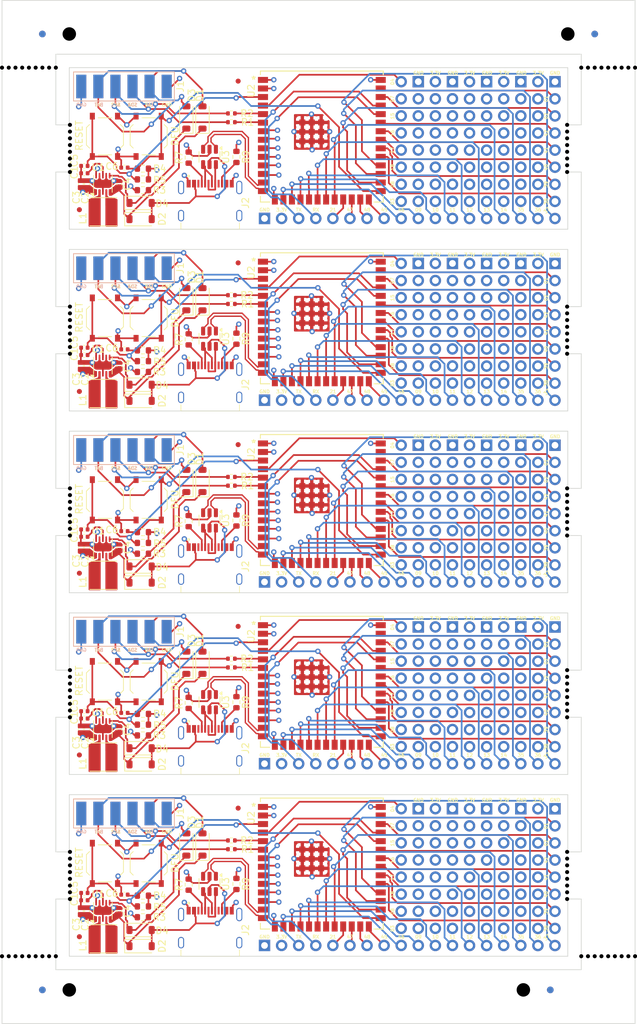
<source format=kicad_pcb>
(kicad_pcb (version 20240108) (generator "pcbnew") (generator_version "8.0")
  (layers (0 "F.Cu" signal) (1 "In1.Cu" signal) (2 "In2.Cu" signal) (31 "B.Cu" signal) (34 "B.Paste" user) (35 "F.Paste" user) (36 "B.SilkS" user "B.Silkscreen") (37 "F.SilkS" user "F.Silkscreen") (38 "B.Mask" user) (39 "F.Mask" user) (44 "Edge.Cuts" user))
  (net 0 "")
  (net 1 "Board_0-DFU")
  (net 2 "Board_0-EN")
  (net 3 "Board_0-GND")
  (net 4 "Board_0-GPIO01")
  (net 5 "Board_0-GPIO02")
  (net 6 "Board_0-GPIO03")
  (net 7 "Board_0-GPIO04")
  (net 8 "Board_0-GPIO07")
  (net 9 "Board_0-GPIO08")
  (net 10 "Board_0-GPIO09")
  (net 11 "Board_0-GPIO10")
  (net 12 "Board_0-GPIO11")
  (net 13 "Board_0-GPIO12")
  (net 14 "Board_0-GPIO13")
  (net 15 "Board_0-GPIO14")
  (net 16 "Board_0-GPIO15")
  (net 17 "Board_0-GPIO16")
  (net 18 "Board_0-GPIO17")
  (net 19 "Board_0-GPIO18")
  (net 20 "Board_0-GPIO21")
  (net 21 "Board_0-GPIO35")
  (net 22 "Board_0-GPIO36")
  (net 23 "Board_0-GPIO37")
  (net 24 "Board_0-GPIO38")
  (net 25 "Board_0-GPIO39")
  (net 26 "Board_0-GPIO40")
  (net 27 "Board_0-GPIO41")
  (net 28 "Board_0-GPIO42")
  (net 29 "Board_0-GPIO45")
  (net 30 "Board_0-GPIO46")
  (net 31 "Board_0-GPIO47")
  (net 32 "Board_0-GPIO48")
  (net 33 "Board_0-NRST")
  (net 34 "Board_0-Net-(D1-K)")
  (net 35 "Board_0-Net-(D3-A)")
  (net 36 "Board_0-Net-(J1-Pin_3)")
  (net 37 "Board_0-Net-(J1-Pin_4)")
  (net 38 "Board_0-Net-(J2-CC1)")
  (net 39 "Board_0-Net-(J2-CC2)")
  (net 40 "Board_0-Net-(J2-D+-PadA6)")
  (net 41 "Board_0-Net-(J2-D--PadA7)")
  (net 42 "Board_0-Net-(U1-L1)")
  (net 43 "Board_0-Net-(U1-L2)")
  (net 44 "Board_0-Net-(U1-VINA)")
  (net 45 "Board_0-SCL")
  (net 46 "Board_0-SDA")
  (net 47 "Board_0-UART_RX")
  (net 48 "Board_0-UART_TX")
  (net 49 "Board_0-USB_D+")
  (net 50 "Board_0-USB_D-")
  (net 51 "Board_0-Vbat")
  (net 52 "Board_0-Vcc")
  (net 53 "Board_0-Vusb")
  (net 54 "Board_0-unconnected-(J1-Pin_6-Pad6)")
  (net 55 "Board_0-unconnected-(J1-Pin_6-Pad6)_1")
  (net 56 "Board_0-unconnected-(J2-SBU1-PadA8)")
  (net 57 "Board_0-unconnected-(J2-SBU2-PadB8)")
  (net 58 "Board_0-unconnected-(J4-Pin_11-Pad11)")
  (net 59 "Board_0-unconnected-(J4-Pin_13-Pad13)")
  (net 60 "Board_0-unconnected-(J4-Pin_15-Pad15)")
  (net 61 "Board_0-unconnected-(J4-Pin_3-Pad3)")
  (net 62 "Board_0-unconnected-(J4-Pin_5-Pad5)")
  (net 63 "Board_0-unconnected-(J4-Pin_7-Pad7)")
  (net 64 "Board_0-unconnected-(J4-Pin_9-Pad9)")
  (net 65 "Board_0-unconnected-(J5-Pin_10-Pad10)")
  (net 66 "Board_0-unconnected-(J5-Pin_11-Pad11)")
  (net 67 "Board_0-unconnected-(J5-Pin_12-Pad12)")
  (net 68 "Board_0-unconnected-(J5-Pin_13-Pad13)")
  (net 69 "Board_0-unconnected-(J5-Pin_14-Pad14)")
  (net 70 "Board_0-unconnected-(J5-Pin_15-Pad15)")
  (net 71 "Board_0-unconnected-(J5-Pin_16-Pad16)")
  (net 72 "Board_0-unconnected-(J5-Pin_3-Pad3)")
  (net 73 "Board_0-unconnected-(J5-Pin_4-Pad4)")
  (net 74 "Board_0-unconnected-(J5-Pin_5-Pad5)")
  (net 75 "Board_0-unconnected-(J5-Pin_6-Pad6)")
  (net 76 "Board_0-unconnected-(J5-Pin_7-Pad7)")
  (net 77 "Board_0-unconnected-(J5-Pin_8-Pad8)")
  (net 78 "Board_0-unconnected-(J5-Pin_9-Pad9)")
  (net 79 "Board_0-unconnected-(J6-Pin_10-Pad10)")
  (net 80 "Board_0-unconnected-(J6-Pin_11-Pad11)")
  (net 81 "Board_0-unconnected-(J6-Pin_12-Pad12)")
  (net 82 "Board_0-unconnected-(J6-Pin_13-Pad13)")
  (net 83 "Board_0-unconnected-(J6-Pin_14-Pad14)")
  (net 84 "Board_0-unconnected-(J6-Pin_15-Pad15)")
  (net 85 "Board_0-unconnected-(J6-Pin_16-Pad16)")
  (net 86 "Board_0-unconnected-(J6-Pin_3-Pad3)")
  (net 87 "Board_0-unconnected-(J6-Pin_4-Pad4)")
  (net 88 "Board_0-unconnected-(J6-Pin_5-Pad5)")
  (net 89 "Board_0-unconnected-(J6-Pin_6-Pad6)")
  (net 90 "Board_0-unconnected-(J6-Pin_7-Pad7)")
  (net 91 "Board_0-unconnected-(J6-Pin_8-Pad8)")
  (net 92 "Board_0-unconnected-(J6-Pin_9-Pad9)")
  (net 93 "Board_0-unconnected-(J7-Pin_10-Pad10)")
  (net 94 "Board_0-unconnected-(J7-Pin_11-Pad11)")
  (net 95 "Board_0-unconnected-(J7-Pin_12-Pad12)")
  (net 96 "Board_0-unconnected-(J7-Pin_13-Pad13)")
  (net 97 "Board_0-unconnected-(J7-Pin_14-Pad14)")
  (net 98 "Board_0-unconnected-(J7-Pin_15-Pad15)")
  (net 99 "Board_0-unconnected-(J7-Pin_16-Pad16)")
  (net 100 "Board_0-unconnected-(J7-Pin_3-Pad3)")
  (net 101 "Board_0-unconnected-(J7-Pin_4-Pad4)")
  (net 102 "Board_0-unconnected-(J7-Pin_5-Pad5)")
  (net 103 "Board_0-unconnected-(J7-Pin_6-Pad6)")
  (net 104 "Board_0-unconnected-(J7-Pin_7-Pad7)")
  (net 105 "Board_0-unconnected-(J7-Pin_8-Pad8)")
  (net 106 "Board_0-unconnected-(J7-Pin_9-Pad9)")
  (net 107 "Board_0-unconnected-(J8-Pin_10-Pad10)")
  (net 108 "Board_0-unconnected-(J8-Pin_12-Pad12)")
  (net 109 "Board_0-unconnected-(J8-Pin_14-Pad14)")
  (net 110 "Board_0-unconnected-(J8-Pin_16-Pad16)")
  (net 111 "Board_0-unconnected-(J8-Pin_4-Pad4)")
  (net 112 "Board_0-unconnected-(J8-Pin_6-Pad6)")
  (net 113 "Board_0-unconnected-(J8-Pin_8-Pad8)")
  (net 114 "Board_1-DFU")
  (net 115 "Board_1-EN")
  (net 116 "Board_1-GND")
  (net 117 "Board_1-GPIO01")
  (net 118 "Board_1-GPIO02")
  (net 119 "Board_1-GPIO03")
  (net 120 "Board_1-GPIO04")
  (net 121 "Board_1-GPIO07")
  (net 122 "Board_1-GPIO08")
  (net 123 "Board_1-GPIO09")
  (net 124 "Board_1-GPIO10")
  (net 125 "Board_1-GPIO11")
  (net 126 "Board_1-GPIO12")
  (net 127 "Board_1-GPIO13")
  (net 128 "Board_1-GPIO14")
  (net 129 "Board_1-GPIO15")
  (net 130 "Board_1-GPIO16")
  (net 131 "Board_1-GPIO17")
  (net 132 "Board_1-GPIO18")
  (net 133 "Board_1-GPIO21")
  (net 134 "Board_1-GPIO35")
  (net 135 "Board_1-GPIO36")
  (net 136 "Board_1-GPIO37")
  (net 137 "Board_1-GPIO38")
  (net 138 "Board_1-GPIO39")
  (net 139 "Board_1-GPIO40")
  (net 140 "Board_1-GPIO41")
  (net 141 "Board_1-GPIO42")
  (net 142 "Board_1-GPIO45")
  (net 143 "Board_1-GPIO46")
  (net 144 "Board_1-GPIO47")
  (net 145 "Board_1-GPIO48")
  (net 146 "Board_1-NRST")
  (net 147 "Board_1-Net-(D1-K)")
  (net 148 "Board_1-Net-(D3-A)")
  (net 149 "Board_1-Net-(J1-Pin_3)")
  (net 150 "Board_1-Net-(J1-Pin_4)")
  (net 151 "Board_1-Net-(J2-CC1)")
  (net 152 "Board_1-Net-(J2-CC2)")
  (net 153 "Board_1-Net-(J2-D+-PadA6)")
  (net 154 "Board_1-Net-(J2-D--PadA7)")
  (net 155 "Board_1-Net-(U1-L1)")
  (net 156 "Board_1-Net-(U1-L2)")
  (net 157 "Board_1-Net-(U1-VINA)")
  (net 158 "Board_1-SCL")
  (net 159 "Board_1-SDA")
  (net 160 "Board_1-UART_RX")
  (net 161 "Board_1-UART_TX")
  (net 162 "Board_1-USB_D+")
  (net 163 "Board_1-USB_D-")
  (net 164 "Board_1-Vbat")
  (net 165 "Board_1-Vcc")
  (net 166 "Board_1-Vusb")
  (net 167 "Board_1-unconnected-(J1-Pin_6-Pad6)")
  (net 168 "Board_1-unconnected-(J1-Pin_6-Pad6)_1")
  (net 169 "Board_1-unconnected-(J2-SBU1-PadA8)")
  (net 170 "Board_1-unconnected-(J2-SBU2-PadB8)")
  (net 171 "Board_1-unconnected-(J4-Pin_11-Pad11)")
  (net 172 "Board_1-unconnected-(J4-Pin_13-Pad13)")
  (net 173 "Board_1-unconnected-(J4-Pin_15-Pad15)")
  (net 174 "Board_1-unconnected-(J4-Pin_3-Pad3)")
  (net 175 "Board_1-unconnected-(J4-Pin_5-Pad5)")
  (net 176 "Board_1-unconnected-(J4-Pin_7-Pad7)")
  (net 177 "Board_1-unconnected-(J4-Pin_9-Pad9)")
  (net 178 "Board_1-unconnected-(J5-Pin_10-Pad10)")
  (net 179 "Board_1-unconnected-(J5-Pin_11-Pad11)")
  (net 180 "Board_1-unconnected-(J5-Pin_12-Pad12)")
  (net 181 "Board_1-unconnected-(J5-Pin_13-Pad13)")
  (net 182 "Board_1-unconnected-(J5-Pin_14-Pad14)")
  (net 183 "Board_1-unconnected-(J5-Pin_15-Pad15)")
  (net 184 "Board_1-unconnected-(J5-Pin_16-Pad16)")
  (net 185 "Board_1-unconnected-(J5-Pin_3-Pad3)")
  (net 186 "Board_1-unconnected-(J5-Pin_4-Pad4)")
  (net 187 "Board_1-unconnected-(J5-Pin_5-Pad5)")
  (net 188 "Board_1-unconnected-(J5-Pin_6-Pad6)")
  (net 189 "Board_1-unconnected-(J5-Pin_7-Pad7)")
  (net 190 "Board_1-unconnected-(J5-Pin_8-Pad8)")
  (net 191 "Board_1-unconnected-(J5-Pin_9-Pad9)")
  (net 192 "Board_1-unconnected-(J6-Pin_10-Pad10)")
  (net 193 "Board_1-unconnected-(J6-Pin_11-Pad11)")
  (net 194 "Board_1-unconnected-(J6-Pin_12-Pad12)")
  (net 195 "Board_1-unconnected-(J6-Pin_13-Pad13)")
  (net 196 "Board_1-unconnected-(J6-Pin_14-Pad14)")
  (net 197 "Board_1-unconnected-(J6-Pin_15-Pad15)")
  (net 198 "Board_1-unconnected-(J6-Pin_16-Pad16)")
  (net 199 "Board_1-unconnected-(J6-Pin_3-Pad3)")
  (net 200 "Board_1-unconnected-(J6-Pin_4-Pad4)")
  (net 201 "Board_1-unconnected-(J6-Pin_5-Pad5)")
  (net 202 "Board_1-unconnected-(J6-Pin_6-Pad6)")
  (net 203 "Board_1-unconnected-(J6-Pin_7-Pad7)")
  (net 204 "Board_1-unconnected-(J6-Pin_8-Pad8)")
  (net 205 "Board_1-unconnected-(J6-Pin_9-Pad9)")
  (net 206 "Board_1-unconnected-(J7-Pin_10-Pad10)")
  (net 207 "Board_1-unconnected-(J7-Pin_11-Pad11)")
  (net 208 "Board_1-unconnected-(J7-Pin_12-Pad12)")
  (net 209 "Board_1-unconnected-(J7-Pin_13-Pad13)")
  (net 210 "Board_1-unconnected-(J7-Pin_14-Pad14)")
  (net 211 "Board_1-unconnected-(J7-Pin_15-Pad15)")
  (net 212 "Board_1-unconnected-(J7-Pin_16-Pad16)")
  (net 213 "Board_1-unconnected-(J7-Pin_3-Pad3)")
  (net 214 "Board_1-unconnected-(J7-Pin_4-Pad4)")
  (net 215 "Board_1-unconnected-(J7-Pin_5-Pad5)")
  (net 216 "Board_1-unconnected-(J7-Pin_6-Pad6)")
  (net 217 "Board_1-unconnected-(J7-Pin_7-Pad7)")
  (net 218 "Board_1-unconnected-(J7-Pin_8-Pad8)")
  (net 219 "Board_1-unconnected-(J7-Pin_9-Pad9)")
  (net 220 "Board_1-unconnected-(J8-Pin_10-Pad10)")
  (net 221 "Board_1-unconnected-(J8-Pin_12-Pad12)")
  (net 222 "Board_1-unconnected-(J8-Pin_14-Pad14)")
  (net 223 "Board_1-unconnected-(J8-Pin_16-Pad16)")
  (net 224 "Board_1-unconnected-(J8-Pin_4-Pad4)")
  (net 225 "Board_1-unconnected-(J8-Pin_6-Pad6)")
  (net 226 "Board_1-unconnected-(J8-Pin_8-Pad8)")
  (net 227 "Board_2-DFU")
  (net 228 "Board_2-EN")
  (net 229 "Board_2-GND")
  (net 230 "Board_2-GPIO01")
  (net 231 "Board_2-GPIO02")
  (net 232 "Board_2-GPIO03")
  (net 233 "Board_2-GPIO04")
  (net 234 "Board_2-GPIO07")
  (net 235 "Board_2-GPIO08")
  (net 236 "Board_2-GPIO09")
  (net 237 "Board_2-GPIO10")
  (net 238 "Board_2-GPIO11")
  (net 239 "Board_2-GPIO12")
  (net 240 "Board_2-GPIO13")
  (net 241 "Board_2-GPIO14")
  (net 242 "Board_2-GPIO15")
  (net 243 "Board_2-GPIO16")
  (net 244 "Board_2-GPIO17")
  (net 245 "Board_2-GPIO18")
  (net 246 "Board_2-GPIO21")
  (net 247 "Board_2-GPIO35")
  (net 248 "Board_2-GPIO36")
  (net 249 "Board_2-GPIO37")
  (net 250 "Board_2-GPIO38")
  (net 251 "Board_2-GPIO39")
  (net 252 "Board_2-GPIO40")
  (net 253 "Board_2-GPIO41")
  (net 254 "Board_2-GPIO42")
  (net 255 "Board_2-GPIO45")
  (net 256 "Board_2-GPIO46")
  (net 257 "Board_2-GPIO47")
  (net 258 "Board_2-GPIO48")
  (net 259 "Board_2-NRST")
  (net 260 "Board_2-Net-(D1-K)")
  (net 261 "Board_2-Net-(D3-A)")
  (net 262 "Board_2-Net-(J1-Pin_3)")
  (net 263 "Board_2-Net-(J1-Pin_4)")
  (net 264 "Board_2-Net-(J2-CC1)")
  (net 265 "Board_2-Net-(J2-CC2)")
  (net 266 "Board_2-Net-(J2-D+-PadA6)")
  (net 267 "Board_2-Net-(J2-D--PadA7)")
  (net 268 "Board_2-Net-(U1-L1)")
  (net 269 "Board_2-Net-(U1-L2)")
  (net 270 "Board_2-Net-(U1-VINA)")
  (net 271 "Board_2-SCL")
  (net 272 "Board_2-SDA")
  (net 273 "Board_2-UART_RX")
  (net 274 "Board_2-UART_TX")
  (net 275 "Board_2-USB_D+")
  (net 276 "Board_2-USB_D-")
  (net 277 "Board_2-Vbat")
  (net 278 "Board_2-Vcc")
  (net 279 "Board_2-Vusb")
  (net 280 "Board_2-unconnected-(J1-Pin_6-Pad6)")
  (net 281 "Board_2-unconnected-(J1-Pin_6-Pad6)_1")
  (net 282 "Board_2-unconnected-(J2-SBU1-PadA8)")
  (net 283 "Board_2-unconnected-(J2-SBU2-PadB8)")
  (net 284 "Board_2-unconnected-(J4-Pin_11-Pad11)")
  (net 285 "Board_2-unconnected-(J4-Pin_13-Pad13)")
  (net 286 "Board_2-unconnected-(J4-Pin_15-Pad15)")
  (net 287 "Board_2-unconnected-(J4-Pin_3-Pad3)")
  (net 288 "Board_2-unconnected-(J4-Pin_5-Pad5)")
  (net 289 "Board_2-unconnected-(J4-Pin_7-Pad7)")
  (net 290 "Board_2-unconnected-(J4-Pin_9-Pad9)")
  (net 291 "Board_2-unconnected-(J5-Pin_10-Pad10)")
  (net 292 "Board_2-unconnected-(J5-Pin_11-Pad11)")
  (net 293 "Board_2-unconnected-(J5-Pin_12-Pad12)")
  (net 294 "Board_2-unconnected-(J5-Pin_13-Pad13)")
  (net 295 "Board_2-unconnected-(J5-Pin_14-Pad14)")
  (net 296 "Board_2-unconnected-(J5-Pin_15-Pad15)")
  (net 297 "Board_2-unconnected-(J5-Pin_16-Pad16)")
  (net 298 "Board_2-unconnected-(J5-Pin_3-Pad3)")
  (net 299 "Board_2-unconnected-(J5-Pin_4-Pad4)")
  (net 300 "Board_2-unconnected-(J5-Pin_5-Pad5)")
  (net 301 "Board_2-unconnected-(J5-Pin_6-Pad6)")
  (net 302 "Board_2-unconnected-(J5-Pin_7-Pad7)")
  (net 303 "Board_2-unconnected-(J5-Pin_8-Pad8)")
  (net 304 "Board_2-unconnected-(J5-Pin_9-Pad9)")
  (net 305 "Board_2-unconnected-(J6-Pin_10-Pad10)")
  (net 306 "Board_2-unconnected-(J6-Pin_11-Pad11)")
  (net 307 "Board_2-unconnected-(J6-Pin_12-Pad12)")
  (net 308 "Board_2-unconnected-(J6-Pin_13-Pad13)")
  (net 309 "Board_2-unconnected-(J6-Pin_14-Pad14)")
  (net 310 "Board_2-unconnected-(J6-Pin_15-Pad15)")
  (net 311 "Board_2-unconnected-(J6-Pin_16-Pad16)")
  (net 312 "Board_2-unconnected-(J6-Pin_3-Pad3)")
  (net 313 "Board_2-unconnected-(J6-Pin_4-Pad4)")
  (net 314 "Board_2-unconnected-(J6-Pin_5-Pad5)")
  (net 315 "Board_2-unconnected-(J6-Pin_6-Pad6)")
  (net 316 "Board_2-unconnected-(J6-Pin_7-Pad7)")
  (net 317 "Board_2-unconnected-(J6-Pin_8-Pad8)")
  (net 318 "Board_2-unconnected-(J6-Pin_9-Pad9)")
  (net 319 "Board_2-unconnected-(J7-Pin_10-Pad10)")
  (net 320 "Board_2-unconnected-(J7-Pin_11-Pad11)")
  (net 321 "Board_2-unconnected-(J7-Pin_12-Pad12)")
  (net 322 "Board_2-unconnected-(J7-Pin_13-Pad13)")
  (net 323 "Board_2-unconnected-(J7-Pin_14-Pad14)")
  (net 324 "Board_2-unconnected-(J7-Pin_15-Pad15)")
  (net 325 "Board_2-unconnected-(J7-Pin_16-Pad16)")
  (net 326 "Board_2-unconnected-(J7-Pin_3-Pad3)")
  (net 327 "Board_2-unconnected-(J7-Pin_4-Pad4)")
  (net 328 "Board_2-unconnected-(J7-Pin_5-Pad5)")
  (net 329 "Board_2-unconnected-(J7-Pin_6-Pad6)")
  (net 330 "Board_2-unconnected-(J7-Pin_7-Pad7)")
  (net 331 "Board_2-unconnected-(J7-Pin_8-Pad8)")
  (net 332 "Board_2-unconnected-(J7-Pin_9-Pad9)")
  (net 333 "Board_2-unconnected-(J8-Pin_10-Pad10)")
  (net 334 "Board_2-unconnected-(J8-Pin_12-Pad12)")
  (net 335 "Board_2-unconnected-(J8-Pin_14-Pad14)")
  (net 336 "Board_2-unconnected-(J8-Pin_16-Pad16)")
  (net 337 "Board_2-unconnected-(J8-Pin_4-Pad4)")
  (net 338 "Board_2-unconnected-(J8-Pin_6-Pad6)")
  (net 339 "Board_2-unconnected-(J8-Pin_8-Pad8)")
  (net 340 "Board_3-DFU")
  (net 341 "Board_3-EN")
  (net 342 "Board_3-GND")
  (net 343 "Board_3-GPIO01")
  (net 344 "Board_3-GPIO02")
  (net 345 "Board_3-GPIO03")
  (net 346 "Board_3-GPIO04")
  (net 347 "Board_3-GPIO07")
  (net 348 "Board_3-GPIO08")
  (net 349 "Board_3-GPIO09")
  (net 350 "Board_3-GPIO10")
  (net 351 "Board_3-GPIO11")
  (net 352 "Board_3-GPIO12")
  (net 353 "Board_3-GPIO13")
  (net 354 "Board_3-GPIO14")
  (net 355 "Board_3-GPIO15")
  (net 356 "Board_3-GPIO16")
  (net 357 "Board_3-GPIO17")
  (net 358 "Board_3-GPIO18")
  (net 359 "Board_3-GPIO21")
  (net 360 "Board_3-GPIO35")
  (net 361 "Board_3-GPIO36")
  (net 362 "Board_3-GPIO37")
  (net 363 "Board_3-GPIO38")
  (net 364 "Board_3-GPIO39")
  (net 365 "Board_3-GPIO40")
  (net 366 "Board_3-GPIO41")
  (net 367 "Board_3-GPIO42")
  (net 368 "Board_3-GPIO45")
  (net 369 "Board_3-GPIO46")
  (net 370 "Board_3-GPIO47")
  (net 371 "Board_3-GPIO48")
  (net 372 "Board_3-NRST")
  (net 373 "Board_3-Net-(D1-K)")
  (net 374 "Board_3-Net-(D3-A)")
  (net 375 "Board_3-Net-(J1-Pin_3)")
  (net 376 "Board_3-Net-(J1-Pin_4)")
  (net 377 "Board_3-Net-(J2-CC1)")
  (net 378 "Board_3-Net-(J2-CC2)")
  (net 379 "Board_3-Net-(J2-D+-PadA6)")
  (net 380 "Board_3-Net-(J2-D--PadA7)")
  (net 381 "Board_3-Net-(U1-L1)")
  (net 382 "Board_3-Net-(U1-L2)")
  (net 383 "Board_3-Net-(U1-VINA)")
  (net 384 "Board_3-SCL")
  (net 385 "Board_3-SDA")
  (net 386 "Board_3-UART_RX")
  (net 387 "Board_3-UART_TX")
  (net 388 "Board_3-USB_D+")
  (net 389 "Board_3-USB_D-")
  (net 390 "Board_3-Vbat")
  (net 391 "Board_3-Vcc")
  (net 392 "Board_3-Vusb")
  (net 393 "Board_3-unconnected-(J1-Pin_6-Pad6)")
  (net 394 "Board_3-unconnected-(J1-Pin_6-Pad6)_1")
  (net 395 "Board_3-unconnected-(J2-SBU1-PadA8)")
  (net 396 "Board_3-unconnected-(J2-SBU2-PadB8)")
  (net 397 "Board_3-unconnected-(J4-Pin_11-Pad11)")
  (net 398 "Board_3-unconnected-(J4-Pin_13-Pad13)")
  (net 399 "Board_3-unconnected-(J4-Pin_15-Pad15)")
  (net 400 "Board_3-unconnected-(J4-Pin_3-Pad3)")
  (net 401 "Board_3-unconnected-(J4-Pin_5-Pad5)")
  (net 402 "Board_3-unconnected-(J4-Pin_7-Pad7)")
  (net 403 "Board_3-unconnected-(J4-Pin_9-Pad9)")
  (net 404 "Board_3-unconnected-(J5-Pin_10-Pad10)")
  (net 405 "Board_3-unconnected-(J5-Pin_11-Pad11)")
  (net 406 "Board_3-unconnected-(J5-Pin_12-Pad12)")
  (net 407 "Board_3-unconnected-(J5-Pin_13-Pad13)")
  (net 408 "Board_3-unconnected-(J5-Pin_14-Pad14)")
  (net 409 "Board_3-unconnected-(J5-Pin_15-Pad15)")
  (net 410 "Board_3-unconnected-(J5-Pin_16-Pad16)")
  (net 411 "Board_3-unconnected-(J5-Pin_3-Pad3)")
  (net 412 "Board_3-unconnected-(J5-Pin_4-Pad4)")
  (net 413 "Board_3-unconnected-(J5-Pin_5-Pad5)")
  (net 414 "Board_3-unconnected-(J5-Pin_6-Pad6)")
  (net 415 "Board_3-unconnected-(J5-Pin_7-Pad7)")
  (net 416 "Board_3-unconnected-(J5-Pin_8-Pad8)")
  (net 417 "Board_3-unconnected-(J5-Pin_9-Pad9)")
  (net 418 "Board_3-unconnected-(J6-Pin_10-Pad10)")
  (net 419 "Board_3-unconnected-(J6-Pin_11-Pad11)")
  (net 420 "Board_3-unconnected-(J6-Pin_12-Pad12)")
  (net 421 "Board_3-unconnected-(J6-Pin_13-Pad13)")
  (net 422 "Board_3-unconnected-(J6-Pin_14-Pad14)")
  (net 423 "Board_3-unconnected-(J6-Pin_15-Pad15)")
  (net 424 "Board_3-unconnected-(J6-Pin_16-Pad16)")
  (net 425 "Board_3-unconnected-(J6-Pin_3-Pad3)")
  (net 426 "Board_3-unconnected-(J6-Pin_4-Pad4)")
  (net 427 "Board_3-unconnected-(J6-Pin_5-Pad5)")
  (net 428 "Board_3-unconnected-(J6-Pin_6-Pad6)")
  (net 429 "Board_3-unconnected-(J6-Pin_7-Pad7)")
  (net 430 "Board_3-unconnected-(J6-Pin_8-Pad8)")
  (net 431 "Board_3-unconnected-(J6-Pin_9-Pad9)")
  (net 432 "Board_3-unconnected-(J7-Pin_10-Pad10)")
  (net 433 "Board_3-unconnected-(J7-Pin_11-Pad11)")
  (net 434 "Board_3-unconnected-(J7-Pin_12-Pad12)")
  (net 435 "Board_3-unconnected-(J7-Pin_13-Pad13)")
  (net 436 "Board_3-unconnected-(J7-Pin_14-Pad14)")
  (net 437 "Board_3-unconnected-(J7-Pin_15-Pad15)")
  (net 438 "Board_3-unconnected-(J7-Pin_16-Pad16)")
  (net 439 "Board_3-unconnected-(J7-Pin_3-Pad3)")
  (net 440 "Board_3-unconnected-(J7-Pin_4-Pad4)")
  (net 441 "Board_3-unconnected-(J7-Pin_5-Pad5)")
  (net 442 "Board_3-unconnected-(J7-Pin_6-Pad6)")
  (net 443 "Board_3-unconnected-(J7-Pin_7-Pad7)")
  (net 444 "Board_3-unconnected-(J7-Pin_8-Pad8)")
  (net 445 "Board_3-unconnected-(J7-Pin_9-Pad9)")
  (net 446 "Board_3-unconnected-(J8-Pin_10-Pad10)")
  (net 447 "Board_3-unconnected-(J8-Pin_12-Pad12)")
  (net 448 "Board_3-unconnected-(J8-Pin_14-Pad14)")
  (net 449 "Board_3-unconnected-(J8-Pin_16-Pad16)")
  (net 450 "Board_3-unconnected-(J8-Pin_4-Pad4)")
  (net 451 "Board_3-unconnected-(J8-Pin_6-Pad6)")
  (net 452 "Board_3-unconnected-(J8-Pin_8-Pad8)")
  (net 453 "Board_4-DFU")
  (net 454 "Board_4-EN")
  (net 455 "Board_4-GND")
  (net 456 "Board_4-GPIO01")
  (net 457 "Board_4-GPIO02")
  (net 458 "Board_4-GPIO03")
  (net 459 "Board_4-GPIO04")
  (net 460 "Board_4-GPIO07")
  (net 461 "Board_4-GPIO08")
  (net 462 "Board_4-GPIO09")
  (net 463 "Board_4-GPIO10")
  (net 464 "Board_4-GPIO11")
  (net 465 "Board_4-GPIO12")
  (net 466 "Board_4-GPIO13")
  (net 467 "Board_4-GPIO14")
  (net 468 "Board_4-GPIO15")
  (net 469 "Board_4-GPIO16")
  (net 470 "Board_4-GPIO17")
  (net 471 "Board_4-GPIO18")
  (net 472 "Board_4-GPIO21")
  (net 473 "Board_4-GPIO35")
  (net 474 "Board_4-GPIO36")
  (net 475 "Board_4-GPIO37")
  (net 476 "Board_4-GPIO38")
  (net 477 "Board_4-GPIO39")
  (net 478 "Board_4-GPIO40")
  (net 479 "Board_4-GPIO41")
  (net 480 "Board_4-GPIO42")
  (net 481 "Board_4-GPIO45")
  (net 482 "Board_4-GPIO46")
  (net 483 "Board_4-GPIO47")
  (net 484 "Board_4-GPIO48")
  (net 485 "Board_4-NRST")
  (net 486 "Board_4-Net-(D1-K)")
  (net 487 "Board_4-Net-(D3-A)")
  (net 488 "Board_4-Net-(J1-Pin_3)")
  (net 489 "Board_4-Net-(J1-Pin_4)")
  (net 490 "Board_4-Net-(J2-CC1)")
  (net 491 "Board_4-Net-(J2-CC2)")
  (net 492 "Board_4-Net-(J2-D+-PadA6)")
  (net 493 "Board_4-Net-(J2-D--PadA7)")
  (net 494 "Board_4-Net-(U1-L1)")
  (net 495 "Board_4-Net-(U1-L2)")
  (net 496 "Board_4-Net-(U1-VINA)")
  (net 497 "Board_4-SCL")
  (net 498 "Board_4-SDA")
  (net 499 "Board_4-UART_RX")
  (net 500 "Board_4-UART_TX")
  (net 501 "Board_4-USB_D+")
  (net 502 "Board_4-USB_D-")
  (net 503 "Board_4-Vbat")
  (net 504 "Board_4-Vcc")
  (net 505 "Board_4-Vusb")
  (net 506 "Board_4-unconnected-(J1-Pin_6-Pad6)")
  (net 507 "Board_4-unconnected-(J1-Pin_6-Pad6)_1")
  (net 508 "Board_4-unconnected-(J2-SBU1-PadA8)")
  (net 509 "Board_4-unconnected-(J2-SBU2-PadB8)")
  (net 510 "Board_4-unconnected-(J4-Pin_11-Pad11)")
  (net 511 "Board_4-unconnected-(J4-Pin_13-Pad13)")
  (net 512 "Board_4-unconnected-(J4-Pin_15-Pad15)")
  (net 513 "Board_4-unconnected-(J4-Pin_3-Pad3)")
  (net 514 "Board_4-unconnected-(J4-Pin_5-Pad5)")
  (net 515 "Board_4-unconnected-(J4-Pin_7-Pad7)")
  (net 516 "Board_4-unconnected-(J4-Pin_9-Pad9)")
  (net 517 "Board_4-unconnected-(J5-Pin_10-Pad10)")
  (net 518 "Board_4-unconnected-(J5-Pin_11-Pad11)")
  (net 519 "Board_4-unconnected-(J5-Pin_12-Pad12)")
  (net 520 "Board_4-unconnected-(J5-Pin_13-Pad13)")
  (net 521 "Board_4-unconnected-(J5-Pin_14-Pad14)")
  (net 522 "Board_4-unconnected-(J5-Pin_15-Pad15)")
  (net 523 "Board_4-unconnected-(J5-Pin_16-Pad16)")
  (net 524 "Board_4-unconnected-(J5-Pin_3-Pad3)")
  (net 525 "Board_4-unconnected-(J5-Pin_4-Pad4)")
  (net 526 "Board_4-unconnected-(J5-Pin_5-Pad5)")
  (net 527 "Board_4-unconnected-(J5-Pin_6-Pad6)")
  (net 528 "Board_4-unconnected-(J5-Pin_7-Pad7)")
  (net 529 "Board_4-unconnected-(J5-Pin_8-Pad8)")
  (net 530 "Board_4-unconnected-(J5-Pin_9-Pad9)")
  (net 531 "Board_4-unconnected-(J6-Pin_10-Pad10)")
  (net 532 "Board_4-unconnected-(J6-Pin_11-Pad11)")
  (net 533 "Board_4-unconnected-(J6-Pin_12-Pad12)")
  (net 534 "Board_4-unconnected-(J6-Pin_13-Pad13)")
  (net 535 "Board_4-unconnected-(J6-Pin_14-Pad14)")
  (net 536 "Board_4-unconnected-(J6-Pin_15-Pad15)")
  (net 537 "Board_4-unconnected-(J6-Pin_16-Pad16)")
  (net 538 "Board_4-unconnected-(J6-Pin_3-Pad3)")
  (net 539 "Board_4-unconnected-(J6-Pin_4-Pad4)")
  (net 540 "Board_4-unconnected-(J6-Pin_5-Pad5)")
  (net 541 "Board_4-unconnected-(J6-Pin_6-Pad6)")
  (net 542 "Board_4-unconnected-(J6-Pin_7-Pad7)")
  (net 543 "Board_4-unconnected-(J6-Pin_8-Pad8)")
  (net 544 "Board_4-unconnected-(J6-Pin_9-Pad9)")
  (net 545 "Board_4-unconnected-(J7-Pin_10-Pad10)")
  (net 546 "Board_4-unconnected-(J7-Pin_11-Pad11)")
  (net 547 "Board_4-unconnected-(J7-Pin_12-Pad12)")
  (net 548 "Board_4-unconnected-(J7-Pin_13-Pad13)")
  (net 549 "Board_4-unconnected-(J7-Pin_14-Pad14)")
  (net 550 "Board_4-unconnected-(J7-Pin_15-Pad15)")
  (net 551 "Board_4-unconnected-(J7-Pin_16-Pad16)")
  (net 552 "Board_4-unconnected-(J7-Pin_3-Pad3)")
  (net 553 "Board_4-unconnected-(J7-Pin_4-Pad4)")
  (net 554 "Board_4-unconnected-(J7-Pin_5-Pad5)")
  (net 555 "Board_4-unconnected-(J7-Pin_6-Pad6)")
  (net 556 "Board_4-unconnected-(J7-Pin_7-Pad7)")
  (net 557 "Board_4-unconnected-(J7-Pin_8-Pad8)")
  (net 558 "Board_4-unconnected-(J7-Pin_9-Pad9)")
  (net 559 "Board_4-unconnected-(J8-Pin_10-Pad10)")
  (net 560 "Board_4-unconnected-(J8-Pin_12-Pad12)")
  (net 561 "Board_4-unconnected-(J8-Pin_14-Pad14)")
  (net 562 "Board_4-unconnected-(J8-Pin_16-Pad16)")
  (net 563 "Board_4-unconnected-(J8-Pin_4-Pad4)")
  (net 564 "Board_4-unconnected-(J8-Pin_6-Pad6)")
  (net 565 "Board_4-unconnected-(J8-Pin_8-Pad8)")
  (footprint "Capacitor_SMD:C_0402_1005Metric" (layer "F.Cu") (at 118.8895 101.2875 90)
    (property "Reference" "C4")
    (property "Value" "10uF")
  )
  (footprint "Inductor_SMD:L_Taiyo-Yuden_NR-40xx" (layer "F.Cu") (at 116.5145 51.4125 180)
    (property "Reference" "L1")
    (property "Value" "2.2uH" (hide yes))
  )
  (footprint "NPTH" (layer "F.Cu") (at 191.5525 162)
    (property "Reference" "KiKit_MB_14_5" (hide yes))
    (property "Value" "NPTH" (hide yes))
  )
  (footprint "Capacitor_SMD:C_0402_1005Metric" (layer "F.Cu") (at 113.6895 71.6 180)
    (property "Reference" "C5")
    (property "Value" "100nF")
  )
  (footprint "Button_Switch_SMD:SW_Push_1P1T_XKB_TS-1187A" (layer "F.Cu") (at 116.7475 148.2 -90)
    (property "Reference" "SW2" (hide yes))
    (property "Value" "SW_RST")
  )
  (footprint "NPTH" (layer "F.Cu") (at 105.4475 30)
    (property "Reference" "KiKit_MB_11_5" (hide yes))
    (property "Value" "NPTH" (hide yes))
  )
  (footprint "NPTH" (layer "F.Cu") (at 189.5525 30)
    (property "Reference" "KiKit_MB_13_3" (hide yes))
    (property "Value" "NPTH" (hide yes))
  )
  (footprint "Package_SON:WSON-10-1EP_2.5x2.5mm_P0.5mm_EP1.2x2mm" (layer "F.Cu") (at 116.4395 128.2625 90)
    (property "Reference" "U1")
    (property "Value" "TPS63031DSK")
  )
  (footprint "Connector_PinSocket_2.54mm:PinSocket_1x08_P2.54mm_Vertical" (layer "F.Cu") (at 140.4675 133.4 90)
    (property "Reference" "J3" (hide yes))
    (property "Value" "Conn_01x08")
  )
  (footprint "NPTH" (layer "F.Cu") (at 185.4525 98.5)
    (property "Reference" "KiKit_MB_5_7" (hide yes))
    (property "Value" "NPTH" (hide yes))
  )
  (footprint "NPTH" (layer "F.Cu") (at 111.5475 65.5)
    (property "Reference" "KiKit_MB_4_8" (hide yes))
    (property "Value" "NPTH" (hide yes))
  )
  (footprint "NPTH" (layer "F.Cu") (at 111.5475 43.5)
    (property "Reference" "KiKit_MB_2_3" (hide yes))
    (property "Value" "NPTH" (hide yes))
  )
  (footprint "Connector_PinSocket_2.54mm:PinSocket_2x09_P2.54mm_Vertical" (layer "F.Cu") (at 173.4875 140.09)
    (property "Reference" "J6" (hide yes))
    (property "Value" "Conn_02x09_Top_Bottom")
  )
  (footprint "Capacitor_SMD:C_0402_1005Metric" (layer "F.Cu") (at 114.0895 74.2875 90)
    (property "Reference" "C2")
    (property "Value" "10uF")
  )
  (footprint "NPTH" (layer "F.Cu") (at 185.4525 122.5)
    (property "Reference" "KiKit_MB_7_4" (hide yes))
    (property "Value" "NPTH" (hide yes))
  )
  (footprint "NPTH" (layer "F.Cu") (at 111.5475 39.5)
    (property "Reference" "KiKit_MB_2_7" (hide yes))
    (property "Value" "NPTH" (hide yes))
  )
  (footprint "NPTH" (layer "F.Cu") (at 111.5475 124.5)
    (property "Reference" "KiKit_MB_8_3" (hide yes))
    (property "Value" "NPTH" (hide yes))
  )
  (footprint "NPTH" (layer "F.Cu") (at 185.4525 92.5)
    (property "Reference" "KiKit_MB_5_1" (hide yes))
    (property "Value" "NPTH" (hide yes))
  )
  (footprint "NPTH" (layer "F.Cu") (at 185.4525 147.5)
    (property "Reference" "KiKit_MB_9_2" (hide yes))
    (property "Value" "NPTH" (hide yes))
  )
  (footprint "NPTH" (layer "F.Cu") (at 111.5475 93.5)
    (property "Reference" "KiKit_MB_6_7" (hide yes))
    (property "Value" "NPTH" (hide yes))
  )
  (footprint "Capacitor_SMD:C_0402_1005Metric" (layer "F.Cu") (at 113.1645 155.2875 90)
    (property "Reference" "C3")
    (property "Value" "10uF")
  )
  (footprint "NPTH" (layer "F.Cu") (at 108.4475 162)
    (property "Reference" "KiKit_MB_12_8" (hide yes))
    (property "Value" "NPTH" (hide yes))
  )
  (footprint "Capacitor_SMD:C_0402_1005Metric" (layer "F.Cu") (at 114.0895 47.2875 90)
    (property "Reference" "C2")
    (property "Value" "10uF")
  )
  (footprint "Capacitor_SMD:C_0402_1005Metric" (layer "F.Cu") (at 118.8895 128.2875 90)
    (property "Reference" "C4")
    (property "Value" "10uF")
  )
  (footprint "NPTH" (layer "F.Cu") (at 185.4525 93.5)
    (property "Reference" "KiKit_MB_5_2" (hide yes))
    (property "Value" "NPTH" (hide yes))
  )
  (footprint "Resistor_SMD:R_0402_1005Metric" (layer "F.Cu") (at 135.5475 117.8)
    (property "Reference" "R2")
    (property "Value" "49.9")
  )
  (footprint "NPTH" (layer "F.Cu") (at 104.4475 30)
    (property "Reference" "KiKit_MB_11_4" (hide yes))
    (property "Value" "NPTH" (hide yes))
  )
  (footprint "NPTH" (layer "F.Cu") (at 185.4525 99.5)
    (property "Reference" "KiKit_MB_5_8" (hide yes))
    (property "Value" "NPTH" (hide yes))
  )
  (footprint "Diode_SMD:D_SOD-123" (layer "F.Cu") (at 122.0475 160.5)
    (property "Reference" "D2")
    (property "Value" "LMBR130T1G")
  )
  (footprint "Fiducial:Fiducial_0.75mm_Mask1.5mm" (layer "F.Cu") (at 112.9475 78.1)
    (property "Reference" "FID2" (hide yes))
    (property "Value" "Fiducial")
  )
  (footprint "NPTH" (layer "F.Cu") (at 191.5525 30)
    (property "Reference" "KiKit_MB_13_5" (hide yes))
    (property "Value" "NPTH" (hide yes))
  )
  (footprint "NPTH" (layer "F.Cu") (at 109.4475 30)
    (property "Reference" "KiKit_MB_11_9" (hide yes))
    (property "Value" "NPTH" (hide yes))
  )
  (footprint "NPTH" (layer "F.Cu") (at 185.4525 95.5)
    (property "Reference" "KiKit_MB_5_4" (hide yes))
    (property "Value" "NPTH" (hide yes))
  )
  (footprint "Resistor_SMD:R_0603_1608Metric" (layer "F.Cu") (at 122.3895 99)
    (property "Reference" "R4")
    (property "Value" "110k")
  )
  (footprint "Capacitor_SMD:C_0402_1005Metric" (layer "F.Cu") (at 113.6895 44.6 180)
    (property "Reference" "C5")
    (property "Value" "100nF")
  )
  (footprint "NPTH" (layer "F.Cu") (at 189.5525 162)
    (property "Reference" "KiKit_MB_14_3" (hide yes))
    (property "Value" "NPTH" (hide yes))
  )
  (footprint "Button_Switch_SMD:SW_Push_1P1T_XKB_TS-1187A" (layer "F.Cu") (at 116.7475 121.2 -90)
    (property "Reference" "SW2" (hide yes))
    (property "Value" "SW_RST")
  )
  (footprint "Capacitor_SMD:C_0402_1005Metric" (layer "F.Cu") (at 119.6475 44.85 180)
    (property "Reference" "C6")
    (property "Value" "100nF")
  )
  (footprint "NPTH" (layer "F.Cu") (at 188.5525 30)
    (property "Reference" "KiKit_MB_13_2" (hide yes))
    (property "Value" "NPTH" (hide yes))
  )
  (footprint "Inductor_SMD:L_Taiyo-Yuden_NR-40xx" (layer "F.Cu") (at 116.5145 78.4125 180)
    (property "Reference" "L1")
    (property "Value" "2.2uH" (hide yes))
  )
  (footprint "Resistor_SMD:R_0402_1005Metric" (layer "F.Cu") (at 135.5475 119.1)
    (property "Reference" "R1")
    (property "Value" "49.9")
  )
  (footprint "NPTH" (layer "F.Cu") (at 111.5475 92.5)
    (property "Reference" "KiKit_MB_6_8" (hide yes))
    (property "Value" "NPTH" (hide yes))
  )
  (footprint "Fiducial:Fiducial_0.75mm_Mask1.5mm" (layer "F.Cu") (at 136.5475 113)
    (property "Reference" "FID1" (hide yes))
    (property "Value" "Fiducial")
  )
  (footprint "NPTH" (layer "F.Cu") (at 185.4525 120.5)
    (property "Reference" "KiKit_MB_7_2" (hide yes))
    (property "Value" "NPTH" (hide yes))
  )
  (footprint "NPTH" (layer "F.Cu") (at 111.5475 68.5)
    (property "Reference" "KiKit_MB_4_5" (hide yes))
    (property "Value" "NPTH" (hide yes))
  )
  (footprint "Resistor_SMD:R_0603_1608Metric" (layer "F.Cu") (at 122.3895 102.2 180)
    (property "Reference" "R3")
    (property "Value" "1M")
  )
  (footprint "Capacitor_SMD:C_0402_1005Metric" (layer "F.Cu") (at 113.6895 126.6875 180)
    (property "Reference" "C1")
    (property "Value" "100nF")
  )
  (footprint "Capacitor_SMD:C_0402_1005Metric" (layer "F.Cu") (at 119.6475 125.85 180)
    (property "Reference" "C6")
    (property "Value" "100nF")
  )
  (footprint "NPTH" (layer "F.Cu") (at 192.5525 30)
    (property "Reference" "KiKit_MB_13_6" (hide yes))
    (property "Value" "NPTH" (hide yes))
  )
  (footprint "Resistor_SMD:R_0603_1608Metric" (layer "F.Cu") (at 122.3895 156.2 180)
    (property "Reference" "R3")
    (property "Value" "1M")
  )
  (footprint "NPTH" (layer "F.Cu") (at 101.4475 162)
    (property "Reference" "KiKit_MB_12_1" (hide yes))
    (property "Value" "NPTH" (hide yes))
  )
  (footprint "Portapack_Mayhem:ESP32­S3­WROOM­1U_EXP" (layer "F.Cu") (at 148.99018 67.23288)
    (property "Reference" "U2")
    (property "Value" "ESP32-S3-WROOM-1U-N16R8")
  )
  (footprint "NPTH" (layer "F.Cu") (at 185.4525 153.5)
    (property "Reference" "KiKit_MB_9_8" (hide yes))
    (property "Value" "NPTH" (hide yes))
  )
  (footprint "NPTH" (layer "F.Cu") (at 111.5475 94.5)
    (property "Reference" "KiKit_MB_6_6" (hide yes))
    (property "Value" "NPTH" (hide yes))
  )
  (footprint "NPTH" (layer "F.Cu") (at 185.4525 71.5)
    (property "Reference" "KiKit_MB_3_7" (hide yes))
    (property "Value" "NPTH" (hide yes))
  )
  (footprint "NPTH" (layer "F.Cu") (at 111.5475 72.5)
    (property "Reference" "KiKit_MB_4_1" (hide yes))
    (property "Value" "NPTH" (hide yes))
  )
  (footprint "NPTH" (layer "F.Cu") (at 111.5475 66.5)
    (property "Reference" "KiKit_MB_4_7" (hide yes))
    (property "Value" "NPTH" (hide yes))
  )
  (footprint "Diode_SMD:D_SOD-123" (layer "F.Cu") (at 122.0475 133.5)
    (property "Reference" "D2")
    (property "Value" "LMBR130T1G")
  )
  (footprint "NPTH" (layer "F.Cu") (at 187.5525 30)
    (property "Reference" "KiKit_MB_13_1" (hide yes))
    (property "Value" "NPTH" (hide yes))
  )
  (footprint "NPTH" (layer "F.Cu") (at 185.4525 125.5)
    (property "Reference" "KiKit_MB_7_7" (hide yes))
    (property "Value" "NPTH" (hide yes))
  )
  (footprint "NPTH" (layer "F.Cu") (at 185.4525 67.5)
    (property "Reference" "KiKit_MB_3_3" (hide yes))
    (property "Value" "NPTH" (hide yes))
  )
  (footprint "Diode_SMD:D_SOD-123" (layer "F.Cu") (at 128.8475 64.4 90)
    (property "Reference" "D3")
    (property "Value" "LMBR130T1G")
  )
  (footprint "NPTH" (layer "F.Cu") (at 192.5525 162)
    (property "Reference" "KiKit_MB_14_6" (hide yes))
    (property "Value" "NPTH" (hide yes))
  )
  (footprint "Portapack_Mayhem:External Module" (layer "F.Cu") (at 120.8455 32.794)
    (property "Reference" "J1")
    (property "Value" "Conn_01x06")
  )
  (footprint "Portapack_Mayhem:ESP32­S3­WROOM­1U_EXP" (layer "F.Cu") (at 148.99018 121.23288)
    (property "Reference" "U2")
    (property "Value" "ESP32-S3-WROOM-1U-N16R8")
  )
  (footprint "Diode_SMD:D_SOD-123" (layer "F.Cu") (at 122.0475 104.1)
    (property "Reference" "D4")
    (property "Value" "LMBR130T1G")
  )
  (footprint "Diode_SMD:D_SOD-123" (layer "F.Cu") (at 128.8475 37.4 90)
    (property "Reference" "D3")
    (property "Value" "LMBR130T1G")
  )
  (footprint "NPTH" (layer "F.Cu") (at 102.4475 30)
    (property "Reference" "KiKit_MB_11_2" (hide yes))
    (property "Value" "NPTH" (hide yes))
  )
  (footprint "Portapack_Mayhem:ESP32­S3­WROOM­1U_EXP" (layer "F.Cu") (at 148.99018 94.23288)
    (property "Reference" "U2")
    (property "Value" "ESP32-S3-WROOM-1U-N16R8")
  )
  (footprint "Resistor_SMD:R_0402_1005Metric" (layer "F.Cu") (at 135.5475 38.1)
    (property "Reference" "R1")
    (property "Value" "49.9")
  )
  (footprint "NPTH" (layer "F.Cu") (at 185.4525 38.5)
    (property "Reference" "KiKit_MB_1_1" (hide yes))
    (property "Value" "NPTH" (hide yes))
  )
  (footprint "Inductor_SMD:L_Taiyo-Yuden_NR-40xx" (layer "F.Cu") (at 116.5145 159.4125 180)
    (property "Reference" "L1")
    (property "Value" "2.2uH" (hide yes))
  )
  (footprint "Resistor_SMD:R_0603_1608Metric" (layer "F.Cu") (at 122.3895 100.6 180)
    (property "Reference" "R5")
    (property "Value" "110k")
  )
  (footprint "NPTH" (layer "F.Cu") (at 178.9475 167)
    (property "Reference" "KiKit_TO_4" (hide yes))
    (property "Value" "NPTH" (hide yes))
  )
  (footprint "Connector_PinSocket_2.54mm:PinSocket_2x09_P2.54mm_Vertical" (layer "F.Cu") (at 178.5675 59.08)
    (property "Reference" "J7" (hide yes))
    (property "Value" "Conn_02x09_Top_Bottom")
  )
  (footprint "Fiducial:Fiducial_0.75mm_Mask1.5mm" (layer "F.Cu") (at 112.9475 159.1)
    (property "Reference" "FID2" (hide yes))
    (property "Value" "Fiducial")
  )
  (footprint "Diode_SMD:D_SOD-123" (layer "F.Cu") (at 122.0475 79.5)
    (property "Reference" "D2")
    (property "Value" "LMBR130T1G")
  )
  (footprint "Connector_PinSocket_2.54mm:PinSocket_2x09_P2.54mm_Vertical" (layer "F.Cu") (at 163.3275 59.08)
    (property "Reference" "J4" (hide yes))
    (property "Value" "Conn_02x09_Top_Bottom")
  )
  (footprint "NPTH" (layer "F.Cu") (at 111.4475 167)
    (property "Reference" "KiKit_TO_3" (hide yes))
    (property "Value" "NPTH" (hide yes))
  )
  (footprint "Connector_PinSocket_2.54mm:PinSocket_1x08_P2.54mm_Vertical" (layer "F.Cu") (at 140.4675 160.4 90)
    (property "Reference" "J3" (hide yes))
    (property "Value" "Conn_01x08")
  )
  (footprint "NPTH" (layer "F.Cu") (at 102.4475 162)
    (property "Reference" "KiKit_MB_12_2" (hide yes))
    (property "Value" "NPTH" (hide yes))
  )
  (footprint "NPTH" (layer "F.Cu") (at 185.4525 42.5)
    (property "Reference" "KiKit_MB_1_5" (hide yes))
    (property "Value" "NPTH" (hide yes))
  )
  (footprint "NPTH" (layer "F.Cu") (at 103.4475 162)
    (property "Reference" "KiKit_MB_12_3" (hide yes))
    (property "Value" "NPTH" (hide yes))
  )
  (footprint "Fiducial" (layer "F.Cu") (at 107.4475 25)
    (property "Reference" "KiKit_FID_T_1" (hide yes))
    (property "Value" "Fiducial" (hide yes))
  )
  (footprint "NPTH" (layer "F.Cu") (at 106.4475 30)
    (property "Reference" "KiKit_MB_11_6" (hide yes))
    (property "Value" "NPTH" (hide yes))
  )
  (footprint "Fiducial:Fiducial_0.75mm_Mask1.5mm" (layer "F.Cu") (at 112.9475 51.1)
    (property "Reference" "FID2" (hide yes))
    (property "Value" "Fiducial")
  )
  (footprint "Inductor_SMD:L_Taiyo-Yuden_NR-40xx" (layer "F.Cu") (at 116.5145 132.4125 180)
    (property "Reference" "L1")
    (property "Value" "2.2uH" (hide yes))
  )
  (footprint "Portapack_Mayhem:ESP32­S3­WROOM­1U_EXP" (layer "F.Cu") (at 148.99018 148.23288)
    (property "Reference" "U2")
    (property "Value" "ESP32-S3-WROOM-1U-N16R8")
  )
  (footprint "NPTH" (layer "F.Cu") (at 111.5475 146.5)
    (property "Reference" "KiKit_MB_10_8" (hide yes))
    (property "Value" "NPTH" (hide yes))
  )
  (footprint "Capacitor_SMD:C_0402_1005Metric" (layer "F.Cu") (at 113.6895 152.6 180)
    (property "Reference" "C5")
    (property "Value" "100nF")
  )
  (footprint "NPTH" (layer "F.Cu") (at 111.5475 119.5)
    (property "Reference" "KiKit_MB_8_8" (hide yes))
    (property "Value" "NPTH" (hide yes))
  )
  (footprint "Resistor_SMD:R_0603_1608Metric" (layer "F.Cu") (at 122.3895 46.6 180)
    (property "Reference" "R5")
    (property "Value" "110k")
  )
  (footprint "MountingHole:MountingHole_2mm" (layer "F.Cu") (at 132.8975 86)
    (property "Reference" "H1" (hide yes))
    (property "Value" "MountingHole")
  )
  (footprint "NPTH" (layer "F.Cu") (at 111.5475 45.5)
    (property "Reference" "KiKit_MB_2_1" (hide yes))
    (property "Value" "NPTH" (hide yes))
  )
  (footprint "Connector_PinSocket_2.54mm:PinSocket_1x08_P2.54mm_Vertical" (layer "F.Cu") (at 140.4675 106.4 90)
    (property "Reference" "J3" (hide yes))
    (property "Value" "Conn_01x08")
  )
  (footprint "Connector_PinSocket_2.54mm:PinSocket_2x09_P2.54mm_Vertical" (layer "F.Cu") (at 168.4075 140.08)
    (property "Reference" "J5" (hide yes))
    (property "Value" "Conn_02x09_Top_Bottom")
  )
  (footprint "Capacitor_SMD:C_0402_1005Metric" (layer "F.Cu") (at 114.0895 128.2875 90)
    (property "Reference" "C2")
    (property "Value" "10uF")
  )
  (footprint "MountingHole:MountingHole_2mm" (layer "F.Cu") (at 132.8975 140)
    (property "Reference" "H1" (hide yes))
    (property "Value" "MountingHole")
  )
  (footprint "NPTH" (layer "F.Cu") (at 111.5475 125.5)
    (property "Reference" "KiKit_MB_8_2" (hide yes))
    (property "Value" "NPTH" (hide yes))
  )
  (footprint "Connector_PinSocket_2.54mm:PinSocket_2x09_P2.54mm_Vertical" (layer "F.Cu") (at 173.4875 113.09)
    (property "Reference" "J6" (hide yes))
    (property "Value" "Conn_02x09_Top_Bottom")
  )
  (footprint "NPTH" (layer "F.Cu") (at 111.5475 149.5)
    (property "Reference" "KiKit_MB_10_5" (hide yes))
    (property "Value" "NPTH" (hide yes))
  )
  (footprint "Resistor_SMD:R_0603_1608Metric" (layer "F.Cu") (at 129.1925 124.3625 90)
    (property "Reference" "R7")
    (property "Value" "5K1")
  )
  (footprint "Connector_PinSocket_2.54mm:PinSocket_2x09_P2.54mm_Vertical" (layer "F.Cu") (at 163.3275 32.08)
    (property "Reference" "J4" (hide yes))
    (property "Value" "Conn_02x09_Top_Bottom")
  )
  (footprint "NPTH" (layer "F.Cu") (at 185.4525 44.5)
    (property "Reference" "KiKit_MB_1_7" (hide yes))
    (property "Value" "NPTH" (hide yes))
  )
  (footprint "Fiducial" (layer "F.Cu") (at 107.4475 167)
    (property "Reference" "KiKit_FID_T_3" (hide yes))
    (property "Value" "Fiducial" (hide yes))
  )
  (footprint "Portapack_Mayhem:TYPE-C-31-M-12" (layer "F.Cu") (at 132.3925 102.3)
    (property "Reference" "J2")
    (property "Value" "TYPE-C-31-M-12")
  )
  (footprint "Diode_SMD:D_SOD-123" (layer "F.Cu") (at 122.0475 50.1)
    (property "Reference" "D4")
    (property "Value" "LMBR130T1G")
  )
  (footprint "Capacitor_SMD:C_0402_1005Metric" (layer "F.Cu") (at 113.6895 99.6875 180)
    (property "Reference" "C1")
    (property "Value" "100nF")
  )
  (footprint "NPTH" (layer "F.Cu") (at 193.5525 162)
    (property "Reference" "KiKit_MB_14_7" (hide yes))
    (property "Value" "NPTH" (hide yes))
  )
  (footprint "Connector_PinSocket_2.54mm:PinSocket_2x09_P2.54mm_Vertical" (layer "F.Cu") (at 168.4075 59.08)
    (property "Reference" "J5" (hide yes))
    (property "Value" "Conn_02x09_Top_Bottom")
  )
  (footprint "Diode_SMD:D_SOD-123" (layer "F.Cu") (at 131.2475 37.4 90)
    (property "Reference" "D1")
    (property "Value" "LMBR130T1G")
  )
  (footprint "NPTH" (layer "F.Cu") (at 185.4525 94.5)
    (property "Reference" "KiKit_MB_5_3" (hide yes))
    (property "Value" "NPTH" (hide yes))
  )
  (footprint "NPTH" (layer "F.Cu") (at 111.5475 41.5)
    (property "Reference" "KiKit_MB_2_5" (hide yes))
    (property "Value" "NPTH" (hide yes))
  )
  (footprint "Diode_SMD:D_SOD-123" (layer "F.Cu") (at 128.8475 91.4 90)
    (property "Reference" "D3")
    (property "Value" "LMBR130T1G")
  )
  (footprint "NPTH" (layer "F.Cu") (at 107.4475 30)
    (property "Reference" "KiKit_MB_11_7" (hide yes))
    (property "Value" "NPTH" (hide yes))
  )
  (footprint "Capacitor_SMD:C_0402_1005Metric" (layer "F.Cu") (at 113.6895 125.6 180)
    (property "Reference" "C5")
    (property "Value" "100nF")
  )
  (footprint "Package_TO_SOT_SMD:SOT-23-6" (layer "F.Cu") (at 132.2925 43.2625 -90)
    (property "Reference" "U3")
    (property "Value" "USBLC6-2SC6")
  )
  (footprint "NPTH" (layer "F.Cu") (at 193.5525 30)
    (property "Reference" "KiKit_MB_13_7" (hide yes))
    (property "Value" "NPTH" (hide yes))
  )
  (footprint "NPTH" (layer "F.Cu") (at 188.5525 162)
    (property "Reference" "KiKit_MB_14_2" (hide yes))
    (property "Value" "NPTH" (hide yes))
  )
  (footprint "NPTH" (layer "F.Cu") (at 111.5475 95.5)
    (property "Reference" "KiKit_MB_6_5" (hide yes))
    (property "Value" "NPTH" (hide yes))
  )
  (footprint "Resistor_SMD:R_0603_1608Metric" (layer "F.Cu") (at 122.3895 129.2 180)
    (property "Reference" "R3")
    (property "Value" "1M")
  )
  (footprint "NPTH" (layer "F.Cu") (at 185.5525 25)
    (property "Reference" "KiKit_TO_2" (hide yes))
    (property "Value" "NPTH" (hide yes))
  )
  (footprint "NPTH" (layer "F.Cu") (at 185.4525 126.5)
    (property "Reference" "KiKit_MB_7_8" (hide yes))
    (property "Value" "NPTH" (hide yes))
  )
  (footprint "NPTH" (layer "F.Cu") (at 111.5475 122.5)
    (property "Reference" "KiKit_MB_8_5" (hide yes))
    (property "Value" "NPTH" (hide yes))
  )
  (footprint "Connector_PinSocket_2.54mm:PinSocket_1x08_P2.54mm_Vertical" (layer "F.Cu") (at 140.4675 52.4 90)
    (property "Reference" "J3" (hide yes))
    (property "Value" "Conn_01x08")
  )
  (footprint "NPTH" (layer "F.Cu") (at 111.5475 40.5)
    (property "Reference" "KiKit_MB_2_6" (hide yes))
    (property "Value" "NPTH" (hide yes))
  )
  (footprint "NPTH" (layer "F.Cu") (at 111.5475 98.5)
    (property "Reference" "KiKit_MB_6_2" (hide yes))
    (property "Value" "NPTH" (hide yes))
  )
  (footprint "Resistor_SMD:R_0603_1608Metric" (layer "F.Cu") (at 122.3895 72)
    (property "Reference" "R4")
    (property "Value" "110k")
  )
  (footprint "Connector_PinSocket_2.54mm:PinSocket_2x09_P2.54mm_Vertical" (layer "F.Cu") (at 183.6475 113.09)
    (property "Reference" "J8" (hide yes))
    (property "Value" "Conn_02x09_Top_Bottom")
  )
  (footprint "NPTH" (layer "F.Cu") (at 111.5475 126.5)
    (property "Reference" "KiKit_MB_8_1" (hide yes))
    (property "Value" "NPTH" (hide yes))
  )
  (footprint "NPTH" (layer "F.Cu") (at 190.5525 30)
    (property "Reference" "KiKit_MB_13_4" (hide yes))
    (property "Value" "NPTH" (hide yes))
  )
  (footprint "Capacitor_SMD:C_0402_1005Metric" (layer "F.Cu") (at 113.6895 72.6875 180)
    (property "Reference" "C1")
    (property "Value" "100nF")
  )
  (footprint "NPTH" (layer "F.Cu") (at 111.5475 69.5)
    (property "Reference" "KiKit_MB_4_4" (hide yes))
    (property "Value" "NPTH" (hide yes))
  )
  (footprint "NPTH" (layer "F.Cu") (at 185.4525 39.5)
    (property "Reference" "KiKit_MB_1_2" (hide yes))
    (property "Value" "NPTH" (hide yes))
  )
  (footprint "NPTH" (layer "F.Cu") (at 106.4475 162)
    (property "Reference" "KiKit_MB_12_6" (hide yes))
    (property "Value" "NPTH" (hide yes))
  )
  (footprint "NPTH" (layer "F.Cu") (at 111.5475 96.5)
    (property "Reference" "KiKit_MB_6_4" (hide yes))
    (property "Value" "NPTH" (hide yes))
  )
  (footprint "Connector_PinSocket_2.54mm:PinSocket_2x09_P2.54mm_Vertical" (layer "F.Cu") (at 183.6475 59.09)
    (property "Reference" "J8" (hide yes))
    (property "Value" "Conn_02x09_Top_Bottom")
  )
  (footprint "Button_Switch_SMD:SW_Push_1P1T_XKB_TS-1187A" (layer "F.Cu") (at 123.2475 121.2 90)
    (property "Reference" "SW1" (hide yes))
    (property "Value" "SW_DFU")
  )
  (footprint "Connector_PinSocket_2.54mm:PinSocket_2x09_P2.54mm_Vertical" (layer "F.Cu") (at 178.5675 86.08)
    (property "Reference" "J7" (hide yes))
    (property "Value" "Conn_02x09_Top_Bottom")
  )
  (footprint "Portapack_Mayhem:External Module" (layer "F.Cu") (at 120.8455 59.794)
    (property "Reference" "J1")
    (property "Value" "Conn_01x06")
  )
  (footprint "Portapack_Mayhem:TYPE-C-31-M-12" (layer "F.Cu") (at 132.3925 129.3)
    (property "Reference" "J2")
    (property "Value" "TYPE-C-31-M-12")
  )
  (footprint "Package_SON:WSON-10-1EP_2.5x2.5mm_P0.5mm_EP1.2x2mm" (layer "F.Cu") (at 116.4395 74.2625 90)
    (property "Reference" "U1")
    (property "Value" "TPS63031DSK")
  )
  (footprint "Package_SON:WSON-10-1EP_2.5x2.5mm_P0.5mm_EP1.2x2mm" (layer "F.Cu") (at 116.4395 47.2625 90)
    (property "Reference" "U1")
    (property "Value" "TPS63031DSK")
  )
  (footprint "Fiducial:Fiducial_0.75mm_Mask1.5mm" (layer "F.Cu") (at 136.5475 59)
    (property "Reference" "FID1" (hide yes))
    (property "Value" "Fiducial")
  )
  (footprint "NPTH" (layer "F.Cu") (at 104.4475 162)
    (property "Reference" "KiKit_MB_12_4" (hide yes))
    (property "Value" "NPTH" (hide yes))
  )
  (footprint "Fiducial" (layer "F.Cu") (at 182.9475 167)
    (property "Reference" "KiKit_FID_T_4" (hide yes))
    (property "Value" "Fiducial" (hide yes))
  )
  (footprint "Portapack_Mayhem:TYPE-C-31-M-12" (layer "F.Cu") (at 132.3925 156.3)
    (property "Reference" "J2")
    (property "Value" "TYPE-C-31-M-12")
  )
  (footprint "NPTH" (layer "F.Cu") (at 111.5475 153.5)
    (property "Reference" "KiKit_MB_10_1" (hide yes))
    (property "Value" "NPTH" (hide yes))
  )
  (footprint "Resistor_SMD:R_0603_1608Metric" (layer "F.Cu") (at 136.2925 70.2625 -90)
    (property "Reference" "R9")
    (property "Value" "5K1")
  )
  (footprint "Capacitor_SMD:C_0402_1005Metric" (layer "F.Cu") (at 119.6475 98.85 180)
    (property "Reference" "C6")
    (property "Value" "100nF")
  )
  (footprint "Diode_SMD:D_SOD-123" (layer "F.Cu") (at 122.0475 158.1)
    (property "Reference" "D4")
    (property "Value" "LMBR130T1G")
  )
  (footprint "Resistor_SMD:R_0402_1005Metric" (layer "F.Cu") (at 135.5475 90.8)
    (property "Reference" "R2")
    (property "Value" "49.9")
  )
  (footprint "Resistor_SMD:R_0402_1005Metric" (layer "F.Cu") (at 135.5475 65.1)
    (property "Reference" "R1")
    (property "Value" "49.9")
  )
  (footprint "Button_Switch_SMD:SW_Push_1P1T_XKB_TS-1187A" (layer "F.Cu") (at 116.7475 94.2 -90)
    (property "Reference" "SW2" (hide yes))
    (property "Value" "SW_RST")
  )
  (footprint "Capacitor_SMD:C_0402_1005Metric" (layer "F.Cu") (at 113.1645 74.2875 90)
    (property "Reference" "C3")
    (property "Value" "10uF")
  )
  (footprint "NPTH" (layer "F.Cu") (at 109.4475 162)
    (property "Reference" "KiKit_MB_12_9" (hide yes))
    (property "Value" "NPTH" (hide yes))
  )
  (footprint "Connector_PinSocket_2.54mm:PinSocket_2x09_P2.54mm_Vertical" (layer "F.Cu") (at 163.3275 113.08)
    (property "Reference" "J4" (hide yes))
    (property "Value" "Conn_02x09_Top_Bottom")
  )
  (footprint "NPTH" (layer "F.Cu") (at 185.4525 69.5)
    (property "Reference" "KiKit_MB_3_5" (hide yes))
    (property "Value" "NPTH" (hide yes))
  )
  (footprint "NPTH" (layer "F.Cu") (at 111.4475 25)
    (property "Reference" "KiKit_TO_1" (hide yes))
    (property "Value" "NPTH" (hide yes))
  )
  (footprint "NPTH" (layer "F.Cu") (at 194.5525 162)
    (property "Reference" "KiKit_MB_14_8" (hide yes))
    (property "Value" "NPTH" (hide yes))
  )
  (footprint "Capacitor_SMD:C_0402_1005Metric" (layer "F.Cu") (at 118.8895 74.2875 90)
    (property "Reference" "C4")
    (property "Value" "10uF")
  )
  (footprint "NPTH" (layer "F.Cu") (at 185.4525 70.5)
    (property "Reference" "KiKit_MB_3_6" (hide yes))
    (property "Value" "NPTH" (hide yes))
  )
  (footprint "NPTH" (layer "F.Cu") (at 185.4525 121.5)
    (property "Reference" "KiKit_MB_7_3" (hide yes))
    (property "Value" "NPTH" (hide yes))
  )
  (footprint "Capacitor_SMD:C_0402_1005Metric" (layer "F.Cu") (at 113.1645 47.2875 90)
    (property "Reference" "C3")
    (property "Value" "10uF")
  )
  (footprint "Button_Switch_SMD:SW_Push_1P1T_XKB_TS-1187A" (layer "F.Cu") (at 123.2475 148.2 90)
    (property "Reference" "SW1" (hide yes))
    (property "Value" "SW_DFU")
  )
  (footprint "NPTH" (layer "F.Cu") (at 107.4475 162)
    (property "Reference" "KiKit_MB_12_7" (hide yes))
    (property "Value" "NPTH" (hide yes))
  )
  (footprint "NPTH" (layer "F.Cu") (at 105.4475 162)
    (property "Reference" "KiKit_MB_12_5" (hide yes))
    (property "Value" "NPTH" (hide yes))
  )
  (footprint "NPTH" (layer "F.Cu") (at 185.4525 123.5)
    (property "Reference" "KiKit_MB_7_5" (hide yes))
    (property "Value" "NPTH" (hide yes))
  )
  (footprint "Diode_SMD:D_SOD-123" (layer "F.Cu") (at 122.0475 77.1)
    (property "Reference" "D4")
    (property "Value" "LMBR130T1G")
  )
  (footprint "Connector_PinSocket_2.54mm:PinSocket_2x09_P2.54mm_Vertical" (layer "F.Cu") (at 183.6475 86.09)
    (property "Reference" "J8" (hide yes))
    (property "Value" "Conn_02x09_Top_Bottom")
  )
  (footprint "Resistor_SMD:R_0402_1005Metric" (layer "F.Cu") (at 135.5475 63.8)
    (property "Reference" "R2")
    (property "Value" "49.9")
  )
  (footprint "Capacitor_SMD:C_0402_1005Metric" (layer "F.Cu") (at 113.6895 45.6875 180)
    (property "Reference" "C1")
    (property "Value" "100nF")
  )
  (footprint "Capacitor_SMD:C_0402_1005Metric" (layer "F.Cu") (at 113.1645 101.2875 90)
    (property "Reference" "C3")
    (property "Value" "10uF")
  )
  (footprint "Capacitor_SMD:C_0402_1005Metric" (layer "F.Cu") (at 119.6475 71.85 180)
    (property "Reference" "C6")
    (property "Value" "100nF")
  )
  (footprint "Resistor_SMD:R_0603_1608Metric" (layer "F.Cu") (at 129.1925 151.3625 90)
    (property "Reference" "R7")
    (property "Value" "5K1")
  )
  (footprint "NPTH" (layer "F.Cu") (at 195.5525 30)
    (property "Reference" "KiKit_MB_13_9" (hide yes))
    (property "Value" "NPTH" (hide yes))
  )
  (footprint "NPTH" (layer "F.Cu") (at 111.5475 147.5)
    (property "Reference" "KiKit_MB_10_7" (hide yes))
    (property "Value" "NPTH" (hide yes))
  )
  (footprint "Capacitor_SMD:C_0402_1005Metric" (layer "F.Cu") (at 114.0895 101.2875 90)
    (property "Reference" "C2")
    (property "Value" "10uF")
  )
  (footprint "Resistor_SMD:R_0402_1005Metric" (layer "F.Cu") (at 135.5475 36.8)
    (property "Reference" "R2")
    (property "Value" "49.9")
  )
  (footprint "NPTH" (layer "F.Cu") (at 111.5475 70.5)
    (property "Reference" "KiKit_MB_4_3" (hide yes))
    (property "Value" "NPTH" (hide yes))
  )
  (footprint "Resistor_SMD:R_0603_1608Metric" (layer "F.Cu") (at 136.2925 97.2625 -90)
    (property "Reference" "R9")
    (property "Value" "5K1")
  )
  (footprint "Resistor_SMD:R_0402_1005Metric" (layer "F.Cu") (at 135.5475 146.1)
    (property "Reference" "R1")
    (property "Value" "49.9")
  )
  (footprint "Connector_PinSocket_2.54mm:PinSocket_2x09_P2.54mm_Vertical" (layer "F.Cu") (at 173.4875 59.09)
    (property "Reference" "J6" (hide yes))
    (property "Value" "Conn_02x09_Top_Bottom")
  )
  (footprint "NPTH" (layer "F.Cu") (at 108.4475 30)
    (property "Reference" "KiKit_MB_11_8" (hide yes))
    (property "Value" "NPTH" (hide yes))
  )
  (footprint "NPTH" (layer "F.Cu") (at 111.5475 44.5)
    (property "Reference" "KiKit_MB_2_2" (hide yes))
    (property "Value" "NPTH" (hide yes))
  )
  (footprint "Connector_PinSocket_2.54mm:PinSocket_2x09_P2.54mm_Vertical" (layer "F.Cu") (at 168.4075 32.08)
    (property "Reference" "J5" (hide yes))
    (property "Value" "Conn_02x09_Top_Bottom")
  )
  (footprint "Package_TO_SOT_SMD:SOT-23-6" (layer "F.Cu") (at 132.2925 70.2625 -90)
    (property "Reference" "U3")
    (property "Value" "USBLC6-2SC6")
  )
  (footprint "Diode_SMD:D_SOD-123" (layer "F.Cu") (at 122.0475 52.5)
    (property "Reference" "D2")
    (property "Value" "LMBR130T1G")
  )
  (footprint "Resistor_SMD:R_0603_1608Metric" (layer "F.Cu") (at 136.2925 43.2625 -90)
    (property "Reference" "R9")
    (property "Value" "5K1")
  )
  (footprint "Fiducial:Fiducial_0.75mm_Mask1.5mm" (layer "F.Cu") (at 136.5475 140)
    (property "Reference" "FID1" (hide yes))
    (property "Value" "Fiducial")
  )
  (footprint "NPTH" (layer "F.Cu") (at 185.4525 66.5)
    (property "Reference" "KiKit_MB_3_2" (hide yes))
    (property "Value" "NPTH" (hide yes))
  )
  (footprint "Capacitor_SMD:C_0402_1005Metric" (layer "F.Cu") (at 119.6475 152.85 180)
    (property "Reference" "C6")
    (property "Value" "100nF")
  )
  (footprint "NPTH" (layer "F.Cu") (at 103.4475 30)
    (property "Reference" "KiKit_MB_11_3" (hide yes))
    (property "Value" "NPTH" (hide yes))
  )
  (footprint "NPTH" (layer "F.Cu") (at 185.4525 97.5)
    (property "Reference" "KiKit_MB_5_6" (hide yes))
    (property "Value" "NPTH" (hide yes))
  )
  (footprint "Resistor_SMD:R_0603_1608Metric" (layer "F.Cu") (at 122.3895 154.6 180)
    (property "Reference" "R5")
    (property "Value" "110k")
  )
  (footprint "NPTH" (layer "F.Cu") (at 185.4525 40.5)
    (property "Reference" "KiKit_MB_1_3" (hide yes))
    (property "Value" "NPTH" (hide yes))
  )
  (footprint "Connector_PinSocket_2.54mm:PinSocket_2x09_P2.54mm_Vertical" (layer "F.Cu") (at 178.5675 140.08)
    (property "Reference" "J7" (hide yes))
    (property "Value" "Conn_02x09_Top_Bottom")
  )
  (footprint "NPTH" (layer "F.Cu") (at 111.5475 123.5)
    (property "Reference" "KiKit_MB_8_4" (hide yes))
    (property "Value" "NPTH" (hide yes))
  )
  (footprint "NPTH" (layer "F.Cu") (at 111.5475 97.5)
    (property "Reference" "KiKit_MB_6_3" (hide yes))
    (property "Value" "NPTH" (hide yes))
  )
  (footprint "Fiducial:Fiducial_0.75mm_Mask1.5mm" (layer "F.Cu") (at 136.5475 32)
    (property "Reference" "FID1" (hide yes))
    (property "Value" "Fiducial")
  )
  (footprint "Button_Switch_SMD:SW_Push_1P1T_XKB_TS-1187A" (layer "F.Cu") (at 123.2475 67.2 90)
    (property "Reference" "SW1" (hide yes))
    (property "Value" "SW_DFU")
  )
  (footprint "NPTH" (layer "F.Cu") (at 185.4525 150.5)
    (property "Reference" "KiKit_MB_9_5" (hide yes))
    (property "Value" "NPTH" (hide yes))
  )
  (footprint "Resistor_SMD:R_0603_1608Metric" (layer "F.Cu") (at 129.1925 43.3625 90)
    (property "Reference" "R7")
    (property "Value" "5K1")
  )
  (footprint "NPTH" (layer "F.Cu") (at 101.4475 30)
    (property "Reference" "KiKit_MB_11_1" (hide yes))
    (property "Value" "NPTH" (hide yes))
  )
  (footprint "MountingHole:MountingHole_2mm" (layer "F.Cu") (at 132.8975 113)
    (property "Reference" "H1" (hide yes))
    (property "Value" "MountingHole")
  )
  (footprint "Capacitor_SMD:C_0402_1005Metric" (layer "F.Cu") (at 114.0895 155.2875 90)
    (property "Reference" "C2")
    (property "Value" "10uF")
  )
  (footprint "NPTH" (layer "F.Cu") (at 111.5475 99.5)
    (property "Reference" "KiKit_MB_6_1" (hide yes))
    (property "Value" "NPTH" (hide yes))
  )
  (footprint "Button_Switch_SMD:SW_Push_1P1T_XKB_TS-1187A" (layer "F.Cu") (at 123.2475 40.2 90)
    (property "Reference" "SW1" (hide yes))
    (property "Value" "SW_DFU")
  )
  (footprint "NPTH" (layer "F.Cu") (at 111.5475 71.5)
    (property "Reference" "KiKit_MB_4_2" (hide yes))
    (property "Value" "NPTH" (hide yes))
  )
  (footprint "Diode_SMD:D_SOD-123" (layer "F.Cu") (at 131.2475 91.4 90)
    (property "Reference" "D1")
    (property "Value" "LMBR130T1G")
  )
  (footprint "Connector_PinSocket_2.54mm:PinSocket_2x09_P2.54mm_Vertical" (layer "F.Cu") (at 178.5675 32.08)
    (property "Reference" "J7" (hide yes))
    (property "Value" "Conn_02x09_Top_Bottom")
  )
  (footprint "Resistor_SMD:R_0603_1608Metric" (layer "F.Cu") (at 129.1925 70.3625 90)
    (property "Reference" "R7")
    (property "Value" "5K1")
  )
  (footprint "NPTH" (layer "F.Cu") (at 185.4525 146.5)
    (property "Reference" "KiKit_MB_9_1" (hide yes))
    (property "Value" "NPTH" (hide yes))
  )
  (footprint "Resistor_SMD:R_0603_1608Metric" (layer "F.Cu") (at 122.3895 75.2 180)
    (property "Reference" "R3")
    (property "Value" "1M")
  )
  (footprint "NPTH" (layer "F.Cu") (at 195.5525 162)
    (property "Reference" "KiKit_MB_14_9" (hide yes))
    (property "Value" "NPTH" (hide yes))
  )
  (footprint "Portapack_Mayhem:TYPE-C-31-M-12" (layer "F.Cu") (at 132.3925 75.3)
    (property "Reference" "J2")
    (property "Value" "TYPE-C-31-M-12")
  )
  (footprint "Portapack_Mayhem:TYPE-C-31-M-12" (layer "F.Cu") (at 132.3925 48.3)
    (property "Reference" "J2")
    (property "Value" "TYPE-C-31-M-12")
  )
  (footprint "NPTH" (layer "F.Cu") (at 185.4525 151.5)
    (property "Reference" "KiKit_MB_9_6" (hide yes))
    (property "Value" "NPTH" (hide yes))
  )
  (footprint "NPTH" (layer "F.Cu") (at 111.5475 42.5)
    (property "Reference" "KiKit_MB_2_4" (hide yes))
    (property "Value" "NPTH" (hide yes))
  )
  (footprint "NPTH" (layer "F.Cu") (at 194.5525 30)
    (property "Reference" "KiKit_MB_13_8" (hide yes))
    (property "Value" "NPTH" (hide yes))
  )
  (footprint "NPTH" (layer "F.Cu") (at 111.5475 120.5)
    (property "Reference" "KiKit_MB_8_7" (hide yes))
    (property "Value" "NPTH" (hide yes))
  )
  (footprint "Resistor_SMD:R_0402_1005Metric" (layer "F.Cu") (at 135.5475 92.1)
    (property "Reference" "R1")
    (property "Value" "49.9")
  )
  (footprint "NPTH" (layer "F.Cu") (at 185.4525 43.5)
    (property "Reference" "KiKit_MB_1_6" (hide yes))
    (property "Value" "NPTH" (hide yes))
  )
  (footprint "Connector_PinSocket_2.54mm:PinSocket_2x09_P2.54mm_Vertical" (layer "F.Cu") (at 178.5675 113.08)
    (property "Reference" "J7" (hide yes))
    (property "Value" "Conn_02x09_Top_Bottom")
  )
  (footprint "NPTH" (layer "F.Cu") (at 185.4525 148.5)
    (property "Reference" "KiKit_MB_9_3" (hide yes))
    (property "Value" "NPTH" (hide yes))
  )
  (footprint "NPTH" (layer "F.Cu") (at 111.5475 148.5)
    (property "Reference" "KiKit_MB_10_6" (hide yes))
    (property "Value" "NPTH" (hide yes))
  )
  (footprint "Connector_PinSocket_2.54mm:PinSocket_1x08_P2.54mm_Vertical" (layer "F.Cu") (at 140.4675 79.4 90)
    (property "Reference" "J3" (hide yes))
    (property "Value" "Conn_01x08")
  )
  (footprint "NPTH" (layer "F.Cu") (at 190.5525 162)
    (property "Reference" "KiKit_MB_14_4" (hide yes))
    (property "Value" "NPTH" (hide yes))
  )
  (footprint "Fiducial:Fiducial_0.75mm_Mask1.5mm" (layer "F.Cu") (at 112.9475 132.1)
    (property "Reference" "FID2" (hide yes))
    (property "Value" "Fiducial")
  )
  (footprint "Connector_PinSocket_2.54mm:PinSocket_2x09_P2.54mm_Vertical" (layer "F.Cu") (at 173.4875 32.09)
    (property "Reference" "J6" (hide yes))
    (property "Value" "Conn_02x09_Top_Bottom")
  )
  (footprint "Connector_PinSocket_2.54mm:PinSocket_2x09_P2.54mm_Vertical" (layer "F.Cu") (at 163.3275 86.08)
    (property "Reference" "J4" (hide yes))
    (property "Value" "Conn_02x09_Top_Bottom")
  )
  (footprint "Package_TO_SOT_SMD:SOT-23-6" (layer "F.Cu") (at 132.2925 151.2625 -90)
    (property "Reference" "U3")
    (property "Value" "USBLC6-2SC6")
  )
  (footprint "Resistor_SMD:R_0402_1005Metric" (layer "F.Cu") (at 135.5475 144.8)
    (property "Reference" "R2")
    (property "Value" "49.9")
  )
  (footprint "NPTH" (layer "F.Cu") (at 185.4525 119.5)
    (property "Reference" "KiKit_MB_7_1" (hide yes))
    (property "Value" "NPTH" (hide yes))
  )
  (footprint "NPTH" (layer "F.Cu") (at 185.4525 72.5)
    (property "Reference" "KiKit_MB_3_8" (hide yes))
    (property "Value" "NPTH" (hide yes))
  )
  (footprint "NPTH" (layer "F.Cu") (at 185.4525 65.5)
    (property "Reference" "KiKit_MB_3_1" (hide yes))
    (property "Value" "NPTH" (hide yes))
  )
  (footprint "MountingHole:MountingHole_2mm" (layer "F.Cu") (at 132.8975 32)
    (property "Reference" "H1" (hide yes))
    (property "Value" "MountingHole")
  )
  (footprint "Resistor_SMD:R_0603_1608Metric" (layer "F.Cu") (at 122.3895 45)
    (property "Reference" "R4")
    (property "Value" "110k")
  )
  (footprint "Portapack_Mayhem:External Module" (layer "F.Cu") (at 120.8455 140.794)
    (property "Reference" "J1")
    (property "Value" "Conn_01x06")
  )
  (footprint "Diode_SMD:D_SOD-123" (layer "F.Cu") (at 131.2475 118.4 90)
    (property "Reference" "D1")
    (property "Value" "LMBR130T1G")
  )
  (footprint "Package_TO_SOT_SMD:SOT-23-6" (layer "F.Cu") (at 132.2925 97.2625 -90)
    (property "Reference" "U3")
    (property "Value" "USBLC6-2SC6")
  )
  (footprint "Fiducial" (layer "F.Cu") (at 189.5525 25)
    (property "Reference" "KiKit_FID_T_2" (hide yes))
    (property "Value" "Fiducial" (hide yes))
  )
  (footprint "NPTH" (layer "F.Cu") (at 111.5475 38.5)
    (property "Reference" "KiKit_MB_2_8" (hide yes))
    (property "Value" "NPTH" (hide yes))
  )
  (footprint "NPTH" (layer "F.Cu") (at 111.5475 152.5)
    (property "Reference" "KiKit_MB_10_2" (hide yes))
    (property "Value" "NPTH" (hide yes))
  )
  (footprint "Portapack_Mayhem:External Module" (layer "F.Cu") (at 120.8455 86.794)
    (property "Reference" "J1")
    (property "Value" "Conn_01x06")
  )
  (footprint "Resistor_SMD:R_0603_1608Metric" (layer "F.Cu") (at 129.1925 97.3625 90)
    (property "Reference" "R7")
    (property "Value" "5K1")
  )
  (footprint "Package_TO_SOT_SMD:SOT-23-6" (layer "F.Cu") (at 132.2925 124.2625 -90)
    (property "Reference" "U3")
    (property "Value" "USBLC6-2SC6")
  )
  (footprint "NPTH" (layer "F.Cu") (at 185.4525 68.5)
    (property "Reference" "KiKit_MB_3_4" (hide yes))
    (property "Value" "NPTH" (hide yes))
  )
  (footprint "Fiducial:Fiducial_0.75mm_Mask1.5mm" (layer "F.Cu") (at 136.5475 86)
    (property "Reference" "FID1" (hide yes))
    (property "Value" "Fiducial")
  )
  (footprint "Button_Switch_SMD:SW_Push_1P1T_XKB_TS-1187A" (layer "F.Cu") (at 123.2475 94.2 90)
    (property "Reference" "SW1" (hide yes))
    (property "Value" "SW_DFU")
  )
  (footprint "Resistor_SMD:R_0603_1608Metric" (layer "F.Cu") (at 122.3895 73.6 180)
    (property "Reference" "R5")
    (property "Value" "110k")
  )
  (footprint "Resistor_SMD:R_0603_1608Metric" (layer "F.Cu") (at 122.3895 48.2 180)
    (property "Reference" "R3")
    (property "Value" "1M")
  )
  (footprint "Capacitor_SMD:C_0402_1005Metric" (layer "F.Cu") (at 113.6895 98.6 180)
    (property "Reference" "C5")
    (property "Value" "100nF")
  )
  (footprint "Diode_SMD:D_SOD-123" (layer "F.Cu") (at 122.0475 106.5)
    (property "Reference" "D2")
    (property "Value" "LMBR130T1G")
  )
  (footprint "Portapack_Mayhem:ESP32­S3­WROOM­1U_EXP" (layer "F.Cu") (at 148.99018 40.23288)
    (property "Reference" "U2")
    (property "Value" "ESP32-S3-WROOM-1U-N16R8")
  )
  (footprint "NPTH" (layer "F.Cu") (at 185.4525 96.5)
    (property "Reference" "KiKit_MB_5_5" (hide yes))
    (property "Value" "NPTH" (hide yes))
  )
  (footprint "Connector_PinSocket_2.54mm:PinSocket_2x09_P2.54mm_Vertical" (layer "F.Cu") (at 168.4075 113.08)
    (property "Reference" "J5" (hide yes))
    (property "Value" "Conn_02x09_Top_Bottom")
  )
  (footprint "NPTH" (layer "F.Cu") (at 111.5475 67.5)
    (property "Reference" "KiKit_MB_4_6" (hide yes))
    (property "Value" "NPTH" (hide yes))
  )
  (footprint "NPTH" (layer "F.Cu") (at 185.4525 152.5)
    (property "Reference" "KiKit_MB_9_7" (hide yes))
    (property "Value" "NPTH" (hide yes))
  )
  (footprint "Portapack_Mayhem:External Module" (layer "F.Cu") (at 120.8455 113.794)
    (property "Reference" "J1")
    (property "Value" "Conn_01x06")
  )
  (footprint "Resistor_SMD:R_0603_1608Metric" (layer "F.Cu") (at 122.3895 127.6 180)
    (property "Reference" "R5")
    (property "Value" "110k")
  )
  (footprint "Resistor_SMD:R_0603_1608Metric" (layer "F.Cu") (at 122.3895 153)
    (property "Reference" "R4")
    (property "Value" "110k")
  )
  (footprint "Resistor_SMD:R_0603_1608Metric" (layer "F.Cu") (at 136.2925 151.2625 -90)
    (property "Reference" "R9")
    (property "Value" "5K1")
  )
  (footprint "Diode_SMD:D_SOD-123" (layer "F.Cu") (at 131.2475 64.4 90)
    (property "Reference" "D1")
    (property "Value" "LMBR130T1G")
  )
  (footprint "Inductor_SMD:L_Taiyo-Yuden_NR-40xx" (layer "F.Cu") (at 116.5145 105.4125 180)
    (property "Reference" "L1")
    (property "Value" "2.2uH" (hide yes))
  )
  (footprint "NPTH" (layer "F.Cu") (at 187.5525 162)
    (property "Reference" "KiKit_MB_14_1" (hide yes))
    (property "Value" "NPTH" (hide yes))
  )
  (footprint "NPTH" (layer "F.Cu") (at 111.5475 121.5)
    (property "Reference" "KiKit_MB_8_6" (hide yes))
    (property "Value" "NPTH" (hide yes))
  )
  (footprint "Button_Switch_SMD:SW_Push_1P1T_XKB_TS-1187A" (layer "F.Cu") (at 116.7475 67.2 -90)
    (property "Reference" "SW2" (hide yes))
    (property "Value" "SW_RST")
  )
  (footprint "MountingHole:MountingHole_2mm" (layer "F.Cu") (at 132.8975 59)
    (property "Reference" "H1" (hide yes))
    (property "Value" "MountingHole")
  )
  (footprint "Package_SON:WSON-10-1EP_2.5x2.5mm_P0.5mm_EP1.2x2mm" (layer "F.Cu") (at 116.4395 101.2625 90)
    (property "Reference" "U1")
    (property "Value" "TPS63031DSK")
  )
  (footprint "Resistor_SMD:R_0603_1608Metric" (layer "F.Cu") (at 136.2925 124.2625 -90)
    (property "Reference" "R9")
    (property "Value" "5K1")
  )
  (footprint "Connector_PinSocket_2.54mm:PinSocket_2x09_P2.54mm_Vertical" (layer "F.Cu") (at 168.4075 86.08)
    (property "Reference" "J5" (hide yes))
    (property "Value" "Conn_02x09_Top_Bottom")
  )
  (footprint "Button_Switch_SMD:SW_Push_1P1T_XKB_TS-1187A" (layer "F.Cu") (at 116.7475 40.2 -90)
    (property "Reference" "SW2" (hide yes))
    (property "Value" "SW_RST")
  )
  (footprint "Diode_SMD:D_SOD-123" (layer "F.Cu") (at 128.8475 145.4 90)
    (property "Reference" "D3")
    (property "Value" "LMBR130T1G")
  )
  (footprint "NPTH" (layer "F.Cu") (at 185.4525 41.5)
    (property "Reference" "KiKit_MB_1_4" (hide yes))
    (property "Value" "NPTH" (hide yes))
  )
  (footprint "NPTH" (layer "F.Cu") (at 185.4525 149.5)
    (property "Reference" "KiKit_MB_9_4" (hide yes))
    (property "Value" "NPTH" (hide yes))
  )
  (footprint "NPTH" (layer "F.Cu") (at 111.5475 151.5)
    (property "Reference" "KiKit_MB_10_3" (hide yes))
    (property "Value" "NPTH" (hide yes))
  )
  (footprint "NPTH" (layer "F.Cu") (at 185.4525 45.5)
    (property "Reference" "KiKit_MB_1_8" (hide yes))
    (property "Value" "NPTH" (hide yes))
  )
  (footprint "Diode_SMD:D_SOD-123" (layer "F.Cu") (at 131.2475 145.4 90)
    (property "Reference" "D1")
    (property "Value" "LMBR130T1G")
  )
  (footprint "Fiducial:Fiducial_0.75mm_Mask1.5mm" (layer "F.Cu") (at 112.9475 105.1)
    (property "Reference" "FID2" (hide yes))
    (property "Value" "Fiducial")
  )
  (footprint "Connector_PinSocket_2.54mm:PinSocket_2x09_P2.54mm_Vertical" (layer "F.Cu") (at 183.6475 140.09)
    (property "Reference" "J8" (hide yes))
    (property "Value" "Conn_02x09_Top_Bottom")
  )
  (footprint "Capacitor_SMD:C_0402_1005Metric" (layer "F.Cu") (at 118.8895 155.2875 90)
    (property "Reference" "C4")
    (property "Value" "10uF")
  )
  (footprint "Connector_PinSocket_2.54mm:PinSocket_2x09_P2.54mm_Vertical" (layer "F.Cu") (at 173.4875 86.09)
    (property "Reference" "J6" (hide yes))
    (property "Value" "Conn_02x09_Top_Bottom")
  )
  (footprint "Diode_SMD:D_SOD-123" (layer "F.Cu") (at 128.8475 118.4 90)
    (property "Reference" "D3")
    (property "Value" "LMBR130T1G")
  )
  (footprint "Package_SON:WSON-10-1EP_2.5x2.5mm_P0.5mm_EP1.2x2mm" (layer "F.Cu") (at 116.4395 155.2625 90)
    (property "Reference" "U1")
    (property "Value" "TPS63031DSK")
  )
  (footprint "Connector_PinSocket_2.54mm:PinSocket_2x09_P2.54mm_Vertical" (layer "F.Cu") (at 163.3275 140.08)
    (property "Reference" "J4" (hide yes))
    (property "Value" "Conn_02x09_Top_Bottom")
  )
  (footprint "Connector_PinSocket_2.54mm:PinSocket_2x09_P2.54mm_Vertical" (layer "F.Cu") (at 183.6475 32.09)
    (property "Reference" "J8" (hide yes))
    (property "Value" "Conn_02x09_Top_Bottom")
  )
  (footprint "Capacitor_SMD:C_0402_1005Metric" (layer "F.Cu") (at 113.6895 153.6875 180)
    (property "Reference" "C1")
    (property "Value" "100nF")
  )
  (footprint "Resistor_SMD:R_0603_1608Metric" (layer "F.Cu") (at 122.3895 126)
    (property "Reference" "R4")
    (property "Value" "110k")
  )
  (footprint "Capacitor_SMD:C_0402_1005Metric" (layer "F.Cu") (at 118.8895 47.2875 90)
    (property "Reference" "C4")
    (property "Value" "10uF")
  )
  (footprint "Capacitor_SMD:C_0402_1005Metric" (layer "F.Cu") (at 113.1645 128.2875 90)
    (property "Reference" "C3")
    (property "Value" "10uF")
  )
  (footprint "NPTH" (layer "F.Cu") (at 185.4525 124.5)
    (property "Reference" "KiKit_MB_7_6" (hide yes))
    (property "Value" "NPTH" (hide yes))
  )
  (footprint "NPTH" (layer "F.Cu") (at 111.5475 150.5)
    (property "Reference" "KiKit_MB_10_4" (hide yes))
    (property "Value" "NPTH" (hide yes))
  )
  (footprint "Diode_SMD:D_SOD-123" (layer "F.Cu") (at 122.0475 131.1)
    (property "Reference" "D4")
    (property "Value" "LMBR130T1G")
  )
  (footprint "Fiducial" (layer "B.Cu") (at 107.4475 25)
    (property "Reference" "KiKit_FID_B_1" (hide yes))
    (property "Value" "Fiducial" (hide yes))
  )
  (footprint "Fiducial" (layer "B.Cu") (at 182.9475 167)
    (property "Reference" "KiKit_FID_B_4" (hide yes))
    (property "Value" "Fiducial" (hide yes))
  )
  (footprint "Fiducial" (layer "B.Cu") (at 107.4475 167)
    (property "Reference" "KiKit_FID_B_3" (hide yes))
    (property "Value" "Fiducial" (hide yes))
  )
  (footprint "Fiducial" (layer "B.Cu") (at 189.5525 25)
    (property "Reference" "KiKit_FID_B_2" (hide yes))
    (property "Value" "Fiducial" (hide yes))
  )
  (gr_line (start 111.4475 119.5) (end 109.4475 119.5) (stroke (width 0.1)) (layer "Edge.Cuts"))
  (gr_line (start 109.4475 92.5) (end 109.4475 72.5) (stroke (width 0.1)) (layer "Edge.Cuts"))
  (gr_line (start 109.4475 153.5) (end 111.4475 153.5) (stroke (width 0.1)) (layer "Edge.Cuts"))
  (gr_line (start 185.5525 54) (end 185.5525 45.5) (stroke (width 0.1)) (layer "Edge.Cuts"))
  (gr_line (start 185.5525 135) (end 185.5525 126.5) (stroke (width 0.1)) (layer "Edge.Cuts"))
  (gr_line (start 111.4475 81) (end 185.5525 81) (stroke (width 0.1)) (layer "Edge.Cuts"))
  (gr_line (start 111.4475 92.5) (end 109.4475 92.5) (stroke (width 0.1)) (layer "Edge.Cuts"))
  (gr_line (start 109.4475 45.5) (end 111.4475 45.5) (stroke (width 0.1)) (layer "Edge.Cuts"))
  (gr_line (start 109.4475 126.5) (end 111.4475 126.5) (stroke (width 0.1)) (layer "Edge.Cuts"))
  (gr_line (start 111.4475 72.5) (end 111.4475 81) (stroke (width 0.1)) (layer "Edge.Cuts"))
  (gr_line (start 109.4475 119.5) (end 109.4475 99.5) (stroke (width 0.1)) (layer "Edge.Cuts"))
  (gr_line (start 101.4475 172) (end 195.5525 172) (stroke (width 0.1)) (layer "Edge.Cuts"))
  (gr_line (start 187.5525 164) (end 109.4475 164) (stroke (width 0.1)) (layer "Edge.Cuts"))
  (gr_line (start 187.5525 153.5) (end 187.5525 164) (stroke (width 0.1)) (layer "Edge.Cuts"))
  (gr_line (start 185.5525 65.5) (end 185.5525 57) (stroke (width 0.1)) (layer "Edge.Cuts"))
  (gr_line (start 185.5525 153.5) (end 187.5525 153.5) (stroke (width 0.1)) (layer "Edge.Cuts"))
  (gr_line (start 187.5525 126.5) (end 187.5525 146.5) (stroke (width 0.1)) (layer "Edge.Cuts"))
  (gr_line (start 111.4475 111) (end 111.4475 119.5) (stroke (width 0.1)) (layer "Edge.Cuts"))
  (gr_line (start 109.4475 146.5) (end 109.4475 126.5) (stroke (width 0.1)) (layer "Edge.Cuts"))
  (gr_line (start 185.5525 111) (end 111.4475 111) (stroke (width 0.1)) (layer "Edge.Cuts"))
  (gr_line (start 101.4475 20) (end 101.4475 172) (stroke (width 0.1)) (layer "Edge.Cuts"))
  (gr_line (start 187.5525 45.5) (end 187.5525 65.5) (stroke (width 0.1)) (layer "Edge.Cuts"))
  (gr_line (start 109.4475 38.5) (end 109.4475 28) (stroke (width 0.1)) (layer "Edge.Cuts"))
  (gr_line (start 111.4475 126.5) (end 111.4475 135) (stroke (width 0.1)) (layer "Edge.Cuts"))
  (gr_line (start 187.5525 72.5) (end 187.5525 92.5) (stroke (width 0.1)) (layer "Edge.Cuts"))
  (gr_line (start 187.5525 28) (end 187.5525 38.5) (stroke (width 0.1)) (layer "Edge.Cuts"))
  (gr_line (start 185.5525 126.5) (end 187.5525 126.5) (stroke (width 0.1)) (layer "Edge.Cuts"))
  (gr_line (start 111.4475 99.5) (end 111.4475 108) (stroke (width 0.1)) (layer "Edge.Cuts"))
  (gr_line (start 185.5525 81) (end 185.5525 72.5) (stroke (width 0.1)) (layer "Edge.Cuts"))
  (gr_line (start 109.4475 164) (end 109.4475 153.5) (stroke (width 0.1)) (layer "Edge.Cuts"))
  (gr_line (start 109.4475 72.5) (end 111.4475 72.5) (stroke (width 0.1)) (layer "Edge.Cuts"))
  (gr_line (start 111.4475 84) (end 111.4475 92.5) (stroke (width 0.1)) (layer "Edge.Cuts"))
  (gr_line (start 111.4475 108) (end 185.5525 108) (stroke (width 0.1)) (layer "Edge.Cuts"))
  (gr_line (start 111.4475 57) (end 111.4475 65.5) (stroke (width 0.1)) (layer "Edge.Cuts"))
  (gr_line (start 187.5525 92.5) (end 185.5525 92.5) (stroke (width 0.1)) (layer "Edge.Cuts"))
  (gr_line (start 111.4475 54) (end 185.5525 54) (stroke (width 0.1)) (layer "Edge.Cuts"))
  (gr_line (start 187.5525 119.5) (end 185.5525 119.5) (stroke (width 0.1)) (layer "Edge.Cuts"))
  (gr_line (start 185.5525 38.5) (end 185.5525 30) (stroke (width 0.1)) (layer "Edge.Cuts"))
  (gr_line (start 111.4475 135) (end 185.5525 135) (stroke (width 0.1)) (layer "Edge.Cuts"))
  (gr_line (start 185.5525 138) (end 111.4475 138) (stroke (width 0.1)) (layer "Edge.Cuts"))
  (gr_line (start 109.4475 65.5) (end 109.4475 45.5) (stroke (width 0.1)) (layer "Edge.Cuts"))
  (gr_line (start 185.5525 99.5) (end 187.5525 99.5) (stroke (width 0.1)) (layer "Edge.Cuts"))
  (gr_line (start 111.4475 153.5) (end 111.4475 162) (stroke (width 0.1)) (layer "Edge.Cuts"))
  (gr_line (start 185.5525 30) (end 111.4475 30) (stroke (width 0.1)) (layer "Edge.Cuts"))
  (gr_line (start 111.4475 138) (end 111.4475 146.5) (stroke (width 0.1)) (layer "Edge.Cuts"))
  (gr_line (start 111.4475 30) (end 111.4475 38.5) (stroke (width 0.1)) (layer "Edge.Cuts"))
  (gr_line (start 185.5525 108) (end 185.5525 99.5) (stroke (width 0.1)) (layer "Edge.Cuts"))
  (gr_line (start 111.4475 38.5) (end 109.4475 38.5) (stroke (width 0.1)) (layer "Edge.Cuts"))
  (gr_line (start 185.5525 57) (end 111.4475 57) (stroke (width 0.1)) (layer "Edge.Cuts"))
  (gr_line (start 185.5525 45.5) (end 187.5525 45.5) (stroke (width 0.1)) (layer "Edge.Cuts"))
  (gr_line (start 185.5525 146.5) (end 185.5525 138) (stroke (width 0.1)) (layer "Edge.Cuts"))
  (gr_line (start 187.5525 38.5) (end 185.5525 38.5) (stroke (width 0.1)) (layer "Edge.Cuts"))
  (gr_line (start 109.4475 28) (end 187.5525 28) (stroke (width 0.1)) (layer "Edge.Cuts"))
  (gr_line (start 187.5525 99.5) (end 187.5525 119.5) (stroke (width 0.1)) (layer "Edge.Cuts"))
  (gr_line (start 185.5525 92.5) (end 185.5525 84) (stroke (width 0.1)) (layer "Edge.Cuts"))
  (gr_line (start 187.5525 146.5) (end 185.5525 146.5) (stroke (width 0.1)) (layer "Edge.Cuts"))
  (gr_line (start 109.4475 99.5) (end 111.4475 99.5) (stroke (width 0.1)) (layer "Edge.Cuts"))
  (gr_line (start 195.5525 20) (end 101.4475 20) (stroke (width 0.1)) (layer "Edge.Cuts"))
  (gr_line (start 185.5525 119.5) (end 185.5525 111) (stroke (width 0.1)) (layer "Edge.Cuts"))
  (gr_line (start 111.4475 146.5) (end 109.4475 146.5) (stroke (width 0.1)) (layer "Edge.Cuts"))
  (gr_line (start 185.5525 162) (end 185.5525 153.5) (stroke (width 0.1)) (layer "Edge.Cuts"))
  (gr_line (start 195.5525 172) (end 195.5525 20) (stroke (width 0.1)) (layer "Edge.Cuts"))
  (gr_line (start 185.5525 84) (end 111.4475 84) (stroke (width 0.1)) (layer "Edge.Cuts"))
  (gr_line (start 111.4475 65.5) (end 109.4475 65.5) (stroke (width 0.1)) (layer "Edge.Cuts"))
  (gr_line (start 111.4475 45.5) (end 111.4475 54) (stroke (width 0.1)) (layer "Edge.Cuts"))
  (gr_line (start 185.5525 72.5) (end 187.5525 72.5) (stroke (width 0.1)) (layer "Edge.Cuts"))
  (gr_line (start 111.4475 162) (end 185.5525 162) (stroke (width 0.1)) (layer "Edge.Cuts"))
  (gr_line (start 187.5525 65.5) (end 185.5525 65.5) (stroke (width 0.1)) (layer "Edge.Cuts"))
  (gr_text "GND" (at 113.2475 116.8 0) (layer "B.SilkS") (effects (font (size 0.5 0.5) (thickness 0.1) (bold yes)) (justify bottom mirror)))
  (gr_text "EN" (at 123.4475 143.8 0) (layer "B.SilkS") (effects (font (size 0.5 0.5) (thickness 0.1) (bold yes)) (justify bottom mirror)))
  (gr_text "BAT" (at 115.8475 89.8 0) (layer "B.SilkS") (effects (font (size 0.5 0.5) (thickness 0.1) (bold yes)) (justify bottom mirror)))
  (gr_text "EN" (at 123.4475 89.8 0) (layer "B.SilkS") (effects (font (size 0.5 0.5) (thickness 0.1) (bold yes)) (justify bottom mirror)))
  (gr_text "GND" (at 113.2475 62.8 0) (layer "B.SilkS") (effects (font (size 0.5 0.5) (thickness 0.1) (bold yes)) (justify bottom mirror)))
  (gr_text "BAT" (at 115.8475 35.8 0) (layer "B.SilkS") (effects (font (size 0.5 0.5) (thickness 0.1) (bold yes)) (justify bottom mirror)))
  (gr_text "SCL" (at 118.3475 89.8 0) (layer "B.SilkS") (effects (font (size 0.5 0.5) (thickness 0.1) (bold yes)) (justify bottom mirror)))
  (gr_text "BAT" (at 115.8475 116.8 0) (layer "B.SilkS") (effects (font (size 0.5 0.5) (thickness 0.1) (bold yes)) (justify bottom mirror)))
  (gr_text "GND" (at 113.2475 89.8 0) (layer "B.SilkS") (effects (font (size 0.5 0.5) (thickness 0.1) (bold yes)) (justify bottom mirror)))
  (gr_text "SCL" (at 118.3475 35.8 0) (layer "B.SilkS") (effects (font (size 0.5 0.5) (thickness 0.1) (bold yes)) (justify bottom mirror)))
  (gr_text "SCL" (at 118.3475 143.8 0) (layer "B.SilkS") (effects (font (size 0.5 0.5) (thickness 0.1) (bold yes)) (justify bottom mirror)))
  (gr_text "EN" (at 123.4475 62.8 0) (layer "B.SilkS") (effects (font (size 0.5 0.5) (thickness 0.1) (bold yes)) (justify bottom mirror)))
  (gr_text "BAT" (at 115.8475 62.8 0) (layer "B.SilkS") (effects (font (size 0.5 0.5) (thickness 0.1) (bold yes)) (justify bottom mirror)))
  (gr_text "SCL" (at 118.3475 62.8 0) (layer "B.SilkS") (effects (font (size 0.5 0.5) (thickness 0.1) (bold yes)) (justify bottom mirror)))
  (gr_text "GND" (at 113.2475 143.8 0) (layer "B.SilkS") (effects (font (size 0.5 0.5) (thickness 0.1) (bold yes)) (justify bottom mirror)))
  (gr_text "SDA" (at 120.8475 62.8 0) (layer "B.SilkS") (effects (font (size 0.5 0.5) (thickness 0.1) (bold yes)) (justify bottom mirror)))
  (gr_text "SCL" (at 118.3475 116.8 0) (layer "B.SilkS") (effects (font (size 0.5 0.5) (thickness 0.1) (bold yes)) (justify bottom mirror)))
  (gr_text "SDA" (at 120.8475 143.8 0) (layer "B.SilkS") (effects (font (size 0.5 0.5) (thickness 0.1) (bold yes)) (justify bottom mirror)))
  (gr_text "SDA" (at 120.8475 35.8 0) (layer "B.SilkS") (effects (font (size 0.5 0.5) (thickness 0.1) (bold yes)) (justify bottom mirror)))
  (gr_text "SDA" (at 120.8475 89.8 0) (layer "B.SilkS") (effects (font (size 0.5 0.5) (thickness 0.1) (bold yes)) (justify bottom mirror)))
  (gr_text "EN" (at 123.4475 116.8 0) (layer "B.SilkS") (effects (font (size 0.5 0.5) (thickness 0.1) (bold yes)) (justify bottom mirror)))
  (gr_text "EN" (at 123.4475 35.8 0) (layer "B.SilkS") (effects (font (size 0.5 0.5) (thickness 0.1) (bold yes)) (justify bottom mirror)))
  (gr_text "BAT" (at 115.8475 143.8 0) (layer "B.SilkS") (effects (font (size 0.5 0.5) (thickness 0.1) (bold yes)) (justify bottom mirror)))
  (gr_text "SDA" (at 120.8475 116.8 0) (layer "B.SilkS") (effects (font (size 0.5 0.5) (thickness 0.1) (bold yes)) (justify bottom mirror)))
  (gr_text "GND" (at 113.2475 35.8 0) (layer "B.SilkS") (effects (font (size 0.5 0.5) (thickness 0.1) (bold yes)) (justify bottom mirror)))
  (gr_text "DFU" (at 127.7475 68.7 90) (layer "F.SilkS") (effects (font (size 1 1)) (justify left bottom)))
  (gr_text "BAT" (at 123.3475 89.8 0) (layer "F.SilkS") (effects (font (size 0.5 0.5) (thickness 0.1) (bold yes)) (justify bottom)))
  (gr_text "10" (at 165.8795 51.412 0) (layer "F.SilkS") (effects (font (size 0.5 0.5) (thickness 0.1) (bold yes)) (justify bottom)))
  (gr_text "3.3V" (at 143.0195 78.412 0) (layer "F.SilkS") (effects (font (size 0.5 0.5) (thickness 0.1) (bold yes)) (justify bottom)))
  (gr_text "3.3V" (at 181.1595 31.092 0) (layer "F.SilkS") (effects (font (size 0.5 0.5) (thickness 0.1) (bold yes)) (justify bottom)))
  (gr_text "47" (at 153.1795 159.412 0) (layer "F.SilkS") (effects (font (size 0.5 0.5) (thickness 0.1) (bold yes)) (justify bottom)))
  (gr_text "40" (at 182.6435 98.808 90) (layer "F.SilkS") (effects (font (size 0.5 0.5) (thickness 0.1) (bold yes)) (justify bottom)))
  (gr_text "03" (at 159.7835 157.888 90) (layer "F.SilkS") (effects (font (size 0.5 0.5) (thickness 0.1) (bold yes)) (justify bottom)))
  (gr_text "10" (at 165.8795 159.412 0) (layer "F.SilkS") (effects (font (size 0.5 0.5) (thickness 0.1) (bold yes)) (justify bottom)))
  (gr_text "10" (at 165.8795 78.412 0) (layer "F.SilkS") (effects (font (size 0.5 0.5) (thickness 0.1) (bold yes)) (justify bottom)))
  (gr_text "01" (at 182.6435 61.648 90) (layer "F.SilkS") (effects (font (size 0.5 0.5) (thickness 0.1) (bold yes)) (justify bottom)))
  (gr_text "11" (at 168.4195 159.412 0) (layer "F.SilkS") (effects (font (size 0.5 0.5) (thickness 0.1) (bold yes)) (justify bottom)))
  (gr_text "SCL" (at 120.8475 143.8 0) (layer "F.SilkS") (effects (font (size 0.5 0.5) (thickness 0.1) (bold yes)) (justify bottom)))
  (gr_text "12" (at 170.9595 105.412 0) (layer "F.SilkS") (effects (font (size 0.5 0.5) (thickness 0.1) (bold yes)) (justify bottom)))
  (gr_text "GND" (at 163.3595 58.092 0) (layer "F.SilkS") (effects (font (size 0.5 0.5) (thickness 0.1) (bold yes)) (justify bottom)))
  (gr_text "3.3V" (at 176.0595 58.092 0) (layer "F.SilkS") (effects (font (size 0.5 0.5) (thickness 0.1) (bold yes)) (justify bottom)))
  (gr_text "37" (at 182.6435 105.412 45) (layer "F.SilkS") (effects (font (size 0.5 0.5) (thickness 0.1) (bold yes)) (justify bottom)))
  (gr_text "EN" (at 115.7475 62.8 0) (layer "F.SilkS") (effects (font (size 0.5 0.5) (thickness 0.1) (bold yes)) (justify bottom)))
  (gr_text "RX" (at 148.0995 51.412 0) (layer "F.SilkS") (effects (font (size 0.5 0.5) (thickness 0.1) (bold yes)) (justify bottom)))
  (gr_text "48" (at 155.7195 159.412 0) (layer "F.SilkS") (effects (font (size 0.5 0.5) (thickness 0.1) (bold yes)) (justify bottom)))
  (gr_text "16" (at 159.7835 93.728 90) (layer "F.SilkS") (effects (font (size 0.5 0.5) (thickness 0.1) (bold yes)) (justify bottom)))
  (gr_text "21" (at 150.6395 132.412 0) (layer "F.SilkS") (effects (font (size 0.5 0.5) (thickness 0.1) (bold yes)) (justify bottom)))
  (gr_text "SDA" (at 118.3475 116.8 0) (layer "F.SilkS") (effects (font (size 0.5 0.5) (thickness 0.1) (bold yes)) (justify bottom)))
  (gr_text "15" (at 159.7835 64.188 90) (layer "F.SilkS") (effects (font (size 0.5 0.5) (thickness 0.1) (bold yes)) (justify bottom)))
  (gr_text "GND" (at 163.3595 112.092 0) (layer "F.SilkS") (effects (font (size 0.5 0.5) (thickness 0.1) (bold yes)) (justify bottom)))
  (gr_text "40" (at 182.6435 71.808 90) (layer "F.SilkS") (effects (font (size 0.5 0.5) (thickness 0.1) (bold yes)) (justify bottom)))
  (gr_text "SCL" (at 120.8475 89.8 0) (layer "F.SilkS") (effects (font (size 0.5 0.5) (thickness 0.1) (bold yes)) (justify bottom)))
  (gr_text "BAT" (at 123.3475 116.8 0) (layer "F.SilkS") (effects (font (size 0.5 0.5) (thickness 0.1) (bold yes)) (justify bottom)))
  (gr_text "40" (at 182.6435 152.808 90) (layer "F.SilkS") (effects (font (size 0.5 0.5) (thickness 0.1) (bold yes)) (justify bottom)))
  (gr_text "TX" (at 145.5595 105.412 0) (layer "F.SilkS") (effects (font (size 0.5 0.5) (thickness 0.1) (bold yes)) (justify bottom)))
  (gr_text "3.3V" (at 165.8595 85.092 0) (layer "F.SilkS") (effects (font (size 0.5 0.5) (thickness 0.1) (bold yes)) (justify bottom)))
  (gr_text "3.3V" (at 176.0595 112.092 0) (layer "F.SilkS") (effects (font (size 0.5 0.5) (thickness 0.1) (bold yes)) (justify bottom)))
  (gr_text "GND" (at 183.6595 58.092 0) (layer "F.SilkS") (effects (font (size 0.5 0.5) (thickness 0.1) (bold yes)) (justify bottom)))
  (gr_text "GND" (at 173.5595 85.092 0) (layer "F.SilkS") (effects (font (size 0.5 0.5) (thickness 0.1) (bold yes)) (justify bottom)))
  (gr_text "GND" (at 163.3595 31.092 0) (layer "F.SilkS") (effects (font (size 0.5 0.5) (thickness 0.1) (bold yes)) (justify bottom)))
  (gr_text "EN" (at 115.7475 116.8 0) (layer "F.SilkS") (effects (font (size 0.5 0.5) (thickness 0.1) (bold yes)) (justify bottom)))
  (gr_text "36" (at 181.1195 105.412 0) (layer "F.SilkS") (effects (font (size 0.5 0.5) (thickness 0.1) (bold yes)) (justify bottom)))
  (gr_text "GND" (at 168.4595 139.092 0) (layer "F.SilkS") (effects (font (size 0.5 0.5) (thickness 0.1) (bold yes)) (justify bottom)))
  (gr_text "BAT" (at 123.3475 62.8 0) (layer "F.SilkS") (effects (font (size 0.5 0.5) (thickness 0.1) (bold yes)) (justify bottom)))
  (gr_text "08" (at 159.7835 74.348 90) (layer "F.SilkS") (effects (font (size 0.5 0.5) (thickness 0.1) (bold yes)) (justify bottom)))
  (gr_text "01" (at 182.6435 142.648 90) (layer "F.SilkS") (effects (font (size 0.5 0.5) (thickness 0.1) (bold yes)) (justify bottom)))
  (gr_text "39" (at 182.6435 101.348 90) (layer "F.SilkS") (effects (font (size 0.5 0.5) (thickness 0.1) (bold yes)) (justify bottom)))
  (gr_text "TX" (at 145.5595 51.412 0) (layer "F.SilkS") (effects (font (size 0.5 0.5) (thickness 0.1) (bold yes)) (justify bottom)))
  (gr_text "07" (at 159.7835 34.648 90) (layer "F.SilkS") (effects (font (size 0.5 0.5) (thickness 0.1) (bold yes)) (justify bottom)))
  (gr_text "DFU" (at 127.7475 95.7 90) (layer "F.SilkS") (effects (font (size 1 1)) (justify left bottom)))
  (gr_text "14" (at 176.0395 51.412 0) (layer "F.SilkS") (effects (font (size 0.5 0.5) (thickness 0.1) (bold yes)) (justify bottom)))
  (gr_text "13" (at 173.4995 159.412 0) (layer "F.SilkS") (effects (font (size 0.5 0.5) (thickness 0.1) (bold yes)) (justify bottom)))
  (gr_text "21" (at 150.6395 78.412 0) (layer "F.SilkS") (effects (font (size 0.5 0.5) (thickness 0.1) (bold yes)) (justify bottom)))
  (gr_text "16" (at 159.7835 147.728 90) (layer "F.SilkS") (effects (font (size 0.5 0.5) (thickness 0.1) (bold yes)) (justify bottom)))
  (gr_text "47" (at 153.1795 105.412 0) (layer "F.SilkS") (effects (font (size 0.5 0.5) (thickness 0.1) (bold yes)) (justify bottom)))
  (gr_text "46" (at 160.7995 105.412 0) (layer "F.SilkS") (effects (font (size 0.5 0.5) (thickness 0.1) (bold yes)) (justify bottom)))
  (gr_text "GND" (at 178.6595 139.092 0) (layer "F.SilkS") (effects (font (size 0.5 0.5) (thickness 0.1) (bold yes)) (justify bottom)))
  (gr_text "11" (at 168.4195 78.412 0) (layer "F.SilkS") (effects (font (size 0.5 0.5) (thickness 0.1) (bold yes)) (justify bottom)))
  (gr_text "15" (at 159.7835 91.188 90) (layer "F.SilkS") (effects (font (size 0.5 0.5) (thickness 0.1) (bold yes)) (justify bottom)))
  (gr_text "21" (at 150.6395 105.412 0) (layer "F.SilkS") (effects (font (size 0.5 0.5) (thickness 0.1) (bold yes)) (justify bottom)))
  (gr_text "3.3V" (at 170.9595 31.092 0) (layer "F.SilkS") (effects (font (size 0.5 0.5) (thickness 0.1) (bold yes)) (justify bottom)))
  (gr_text "3.3V" (at 165.8595 31.092 0) (layer "F.SilkS") (effects (font (size 0.5 0.5) (thickness 0.1) (bold yes)) (justify bottom)))
  (gr_text "46" (at 160.7995 51.412 0) (layer "F.SilkS") (effects (font (size 0.5 0.5) (thickness 0.1) (bold yes)) (justify bottom)))
  (gr_text "15" (at 159.7835 145.188 90) (layer "F.SilkS") (effects (font (size 0.5 0.5) (thickness 0.1) (bold yes)) (justify bottom)))
  (gr_text "13" (at 173.4995 132.412 0) (layer "F.SilkS") (effects (font (size 0.5 0.5) (thickness 0.1) (bold yes)) (justify bottom)))
  (gr_text "SDA" (at 118.3475 62.8 0) (layer "F.SilkS") (effects (font (size 0.5 0.5) (thickness 0.1) (bold yes)) (justify bottom)))
  (gr_text "GND" (at 183.6595 31.092 0) (layer "F.SilkS") (effects (font (size 0.5 0.5) (thickness 0.1) (bold yes)) (justify bottom)))
  (gr_text "48" (at 155.7195 105.412 0) (layer "F.SilkS") (effects (font (size 0.5 0.5) (thickness 0.1) (bold yes)) (justify bottom)))
  (gr_text "02" (at 182.6435 64.188 90) (layer "F.SilkS") (effects (font (size 0.5 0.5) (thickness 0.1) (bold yes)) (justify bottom)))
  (gr_text "RESET" (at 113.4975 150.45 90) (layer "F.SilkS") (effects (font (size 1 1)) (justify left bottom)))
  (gr_text "SDA" (at 118.3475 89.8 0) (layer "F.SilkS") (effects (font (size 0.5 0.5) (thickness 0.1) (bold yes)) (justify bottom)))
  (gr_text "3.3V" (at 181.1595 58.092 0) (layer "F.SilkS") (effects (font (size 0.5 0.5) (thickness 0.1) (bold yes)) (justify bottom)))
  (gr_text "41" (at 182.6435 150.268 90) (layer "F.SilkS") (effects (font (size 0.5 0.5) (thickness 0.1) (bold yes)) (justify bottom)))
  (gr_text "41" (at 182.6435 42.268 90) (layer "F.SilkS") (effects (font (size 0.5 0.5) (thickness 0.1) (bold yes)) (justify bottom)))
  (gr_text "04" (at 159.7835 86.108 90) (layer "F.SilkS") (effects (font (size 0.5 0.5) (thickness 0.1) (bold yes)) (justify bottom)))
  (gr_text "13" (at 173.4995 78.412 0) (layer "F.SilkS") (effects (font (size 0.5 0.5) (thickness 0.1) (bold yes)) (justify bottom)))
  (gr_text "16" (at 159.7835 39.728 90) (layer "F.SilkS") (effects (font (size 0.5 0.5) (thickness 0.1) (bold yes)) (justify bottom)))
  (gr_text "08" (at 159.7835 47.348 90) (layer "F.SilkS") (effects (font (size 0.5 0.5) (thickness 0.1) (bold yes)) (justify bottom)))
  (gr_text "02" (at 182.6435 145.188 90) (layer "F.SilkS") (effects (font (size 0.5 0.5) (thickness 0.1) (bold yes)) (justify bottom)))
  (gr_text "04" (at 159.7835 113.108 90) (layer "F.SilkS") (effects (font (size 0.5 0.5) (thickness 0.1) (bold yes)) (justify bottom)))
  (gr_text "3.3V" (at 143.0195 51.412 0) (layer "F.SilkS") (effects (font (size 0.5 0.5) (thickness 0.1) (bold yes)) (justify bottom)))
  (gr_text "18" (at 159.7835 44.808 90) (layer "F.SilkS") (effects (font (size 0.5 0.5) (thickness 0.1) (bold yes)) (justify bottom)))
  (gr_text "3.3V" (at 143.0195 105.412 0) (layer "F.SilkS") (effects (font (size 0.5 0.5) (thickness 0.1) (bold yes)) (justify bottom)))
  (gr_text "40" (at 182.6435 125.808 90) (layer "F.SilkS") (effects (font (size 0.5 0.5) (thickness 0.1) (bold yes)) (justify bottom)))
  (gr_text "35" (at 178.5795 105.412 0) (layer "F.SilkS") (effects (font (size 0.5 0.5) (thickness 0.1) (bold yes)) (justify bottom)))
  (gr_text "15" (at 159.7835 37.188 90) (layer "F.SilkS") (effects (font (size 0.5 0.5) (thickness 0.1) (bold yes)) (justify bottom)))
  (gr_text "3.3V" (at 170.9595 85.092 0) (layer "F.SilkS") (effects (font (size 0.5 0.5) (thickness 0.1) (bold yes)) (justify bottom)))
  (gr_text "18" (at 159.7835 125.808 90) (layer "F.SilkS") (effects (font (size 0.5 0.5) (thickness 0.1) (bold yes)) (justify bottom)))
  (gr_text "36" (at 181.1195 78.412 0) (layer "F.SilkS") (effects (font (size 0.5 0.5) (thickness 0.1) (bold yes)) (justify bottom)))
  (gr_text "GND" (at 183.6595 85.092 0) (layer "F.SilkS") (effects (font (size 0.5 0.5) (thickness 0.1) (bold yes)) (justify bottom)))
  (gr_text "09" (at 163.3395 159.412 0) (layer "F.SilkS") (effects (font (size 0.5 0.5) (thickness 0.1) (bold yes)) (justify bottom)))
  (gr_text "18" (at 159.7835 71.808 90) (layer "F.SilkS") (effects (font (size 0.5 0.5) (thickness 0.1) (bold yes)) (justify bottom)))
  (gr_text "EN" (at 115.7475 143.8 0) (layer "F.SilkS") (effects (font (size 0.5 0.5) (thickness 0.1) (bold yes)) (justify bottom)))
  (gr_text "GND" (at 183.6595 112.092 0) (layer "F.SilkS") (effects (font (size 0.5 0.5) (thickness 0.1) (bold yes)) (justify bottom)))
  (gr_text "01" (at 182.6435 34.648 90) (layer "F.SilkS") (effects (font (size 0.5 0.5) (thickness 0.1) (bold yes)) (justify bottom)))
  (gr_text "07" (at 159.7835 115.648 90) (layer "F.SilkS") (effects (font (size 0.5 0.5) (thickness 0.1) (bold yes)) (justify bottom)))
  (gr_text "37" (at 182.6435 159.412 45) (layer "F.SilkS") (effects (font (size 0.5 0.5) (thickness 0.1) (bold yes)) (justify bottom)))
  (gr_text "01" (at 182.6435 115.648 90) (layer "F.SilkS") (effects (font (size 0.5 0.5) (thickness 0.1) (bold yes)) (justify bottom)))
  (gr_text "17" (at 159.7835 150.268 90) (layer "F.SilkS") (effects (font (size 0.5 0.5) (thickness 0.1) (bold yes)) (justify bottom)))
  (gr_text "09" (at 163.3395 78.412 0) (layer "F.SilkS") (effects (font (size 0.5 0.5) (thickness 0.1) (bold yes)) (justify bottom)))
  (gr_text "RESET" (at 113.4975 69.45 90) (layer "F.SilkS") (effects (font (size 1 1)) (justify left bottom)))
  (gr_text "47" (at 153.1795 132.412 0) (layer "F.SilkS") (effects (font (size 0.5 0.5) (thickness 0.1) (bold yes)) (justify bottom)))
  (gr_text "03" (at 159.7835 76.888 90) (layer "F.SilkS") (effects (font (size 0.5 0.5) (thickness 0.1) (bold yes)) (justify bottom)))
  (gr_text "GND" (at 125.9475 62.8 0) (layer "F.SilkS") (effects (font (size 0.5 0.5) (thickness 0.1) (bold yes)) (justify bottom)))
  (gr_text "3.3V" (at 181.1595 112.092 0) (layer "F.SilkS") (effects (font (size 0.5 0.5) (thickness 0.1) (bold yes)) (justify bottom)))
  (gr_text "RX" (at 148.0995 132.412 0) (layer "F.SilkS") (effects (font (size 0.5 0.5) (thickness 0.1) (bold yes)) (justify bottom)))
  (gr_text "13" (at 173.4995 51.412 0) (layer "F.SilkS") (effects (font (size 0.5 0.5) (thickness 0.1) (bold yes)) (justify bottom)))
  (gr_text "SDA" (at 118.3475 35.8 0) (layer "F.SilkS") (effects (font (size 0.5 0.5) (thickness 0.1) (bold yes)) (justify bottom)))
  (gr_text "07" (at 159.7835 61.648 90) (layer "F.SilkS") (effects (font (size 0.5 0.5) (thickness 0.1) (bold yes)) (justify bottom)))
  (gr_text "16" (at 159.7835 120.728 90) (layer "F.SilkS") (effects (font (size 0.5 0.5) (thickness 0.1) (bold yes)) (justify bottom)))
  (gr_text "35" (at 178.5795 51.412 0) (layer "F.SilkS") (effects (font (size 0.5 0.5) (thickness 0.1) (bold yes)) (justify bottom)))
  (gr_text "03" (at 159.7835 103.888 90) (layer "F.SilkS") (effects (font (size 0.5 0.5) (thickness 0.1) (bold yes)) (justify bottom)))
  (gr_text "18" (at 159.7835 152.808 90) (layer "F.SilkS") (effects (font (size 0.5 0.5) (thickness 0.1) (bold yes)) (justify bottom)))
  (gr_text "RESET" (at 113.4975 96.45 90) (layer "F.SilkS") (effects (font (size 1 1)) (justify left bottom)))
  (gr_text "12" (at 170.9595 51.412 0) (layer "F.SilkS") (effects (font (size 0.5 0.5) (thickness 0.1) (bold yes)) (justify bottom)))
  (gr_text "14" (at 176.0395 132.412 0) (layer "F.SilkS") (effects (font (size 0.5 0.5) (thickness 0.1) (bold yes)) (justify bottom)))
  (gr_text "38" (at 182.6435 103.888 90) (layer "F.SilkS") (effects (font (size 0.5 0.5) (thickness 0.1) (bold yes)) (justify bottom)))
  (gr_text "GND" (at 173.5595 112.092 0) (layer "F.SilkS") (effects (font (size 0.5 0.5) (thickness 0.1) (bold yes)) (justify bottom)))
  (gr_text "GND" (at 168.4595 58.092 0) (layer "F.SilkS") (effects (font (size 0.5 0.5) (thickness 0.1) (bold yes)) (justify bottom)))
  (gr_text "17" (at 159.7835 96.268 90) (layer "F.SilkS") (effects (font (size 0.5 0.5) (thickness 0.1) (bold yes)) (justify bottom)))
  (gr_text "3.3V" (at 181.1595 139.092 0) (layer "F.SilkS") (effects (font (size 0.5 0.5) (thickness 0.1) (bold yes)) (justify bottom)))
  (gr_text "EN" (at 115.7475 89.8 0) (layer "F.SilkS") (effects (font (size 0.5 0.5) (thickness 0.1) (bold yes)) (justify bottom)))
  (gr_text "14" (at 176.0395 78.412 0) (layer "F.SilkS") (effects (font (size 0.5 0.5) (thickness 0.1) (bold yes)) (justify bottom)))
  (gr_text "45" (at 158.2595 78.412 0) (layer "F.SilkS") (effects (font (size 0.5 0.5) (thickness 0.1) (bold yes)) (justify bottom)))
  (gr_text "42" (at 182.6435 120.728 90) (layer "F.SilkS") (effects (font (size 0.5 0.5) (thickness 0.1) (bold yes)) (justify bottom)))
  (gr_text "17" (at 159.7835 123.268 90) (layer "F.SilkS") (effects (font (size 0.5 0.5) (thickness 0.1) (bold yes)) (justify bottom)))
  (gr_text "08" (at 159.7835 128.348 90) (layer "F.SilkS") (effects (font (size 0.5 0.5) (thickness 0.1) (bold yes)) (justify bottom)))
  (gr_text "45" (at 158.2595 132.412 0) (layer "F.SilkS") (effects (font (size 0.5 0.5) (thickness 0.1) (bold yes)) (justify bottom)))
  (gr_text "GND" (at 140.4795 132.412 0) (layer "F.SilkS") (effects (font (size 0.5 0.5) (thickness 0.1) (bold yes)) (justify bottom)))
  (gr_text "EN" (at 115.7475 35.8 0) (layer "F.SilkS") (effects (font (size 0.5 0.5) (thickness 0.1) (bold yes)) (justify bottom)))
  (gr_text "03" (at 159.7835 130.888 90) (layer "F.SilkS") (effects (font (size 0.5 0.5) (thickness 0.1) (bold yes)) (justify bottom)))
  (gr_text "11" (at 168.4195 105.412 0) (layer "F.SilkS") (effects (font (size 0.5 0.5) (thickness 0.1) (bold yes)) (justify bottom)))
  (gr_text "48" (at 155.7195 78.412 0) (layer "F.SilkS") (effects (font (size 0.5 0.5) (thickness 0.1) (bold yes)) (justify bottom)))
  (gr_text "RX" (at 148.0995 78.412 0) (layer "F.SilkS") (effects (font (size 0.5 0.5) (thickness 0.1) (bold yes)) (justify bottom)))
  (gr_text "42" (at 182.6435 93.728 90) (layer "F.SilkS") (effects (font (size 0.5 0.5) (thickness 0.1) (bold yes)) (justify bottom)))
  (gr_text "10" (at 165.8795 132.412 0) (layer "F.SilkS") (effects (font (size 0.5 0.5) (thickness 0.1) (bold yes)) (justify bottom)))
  (gr_text "04" (at 159.7835 32.108 90) (layer "F.SilkS") (effects (font (size 0.5 0.5) (thickness 0.1) (bold yes)) (justify bottom)))
  (gr_text "BAT" (at 123.3475 35.8 0) (layer "F.SilkS") (effects (font (size 0.5 0.5) (thickness 0.1) (bold yes)) (justify bottom)))
  (gr_text "38" (at 182.6435 157.888 90) (layer "F.SilkS") (effects (font (size 0.5 0.5) (thickness 0.1) (bold yes)) (justify bottom)))
  (gr_text "GND" (at 125.9475 116.8 0) (layer "F.SilkS") (effects (font (size 0.5 0.5) (thickness 0.1) (bold yes)) (justify bottom)))
  (gr_text "GND" (at 140.4795 51.412 0) (layer "F.SilkS") (effects (font (size 0.5 0.5) (thickness 0.1) (bold yes)) (justify bottom)))
  (gr_text "38" (at 182.6435 130.888 90) (layer "F.SilkS") (effects (font (size 0.5 0.5) (thickness 0.1) (bold yes)) (justify bottom)))
  (gr_text "41" (at 182.6435 69.268 90) (layer "F.SilkS") (effects (font (size 0.5 0.5) (thickness 0.1) (bold yes)) (justify bottom)))
  (gr_text "GND" (at 178.6595 58.092 0) (layer "F.SilkS") (effects (font (size 0.5 0.5) (thickness 0.1) (bold yes)) (justify bottom)))
  (gr_text "09" (at 163.3395 51.412 0) (layer "F.SilkS") (effects (font (size 0.5 0.5) (thickness 0.1) (bold yes)) (justify bottom)))
  (gr_text "12" (at 170.9595 132.412 0) (layer "F.SilkS") (effects (font (size 0.5 0.5) (thickness 0.1) (bold yes)) (justify bottom)))
  (gr_text "41" (at 182.6435 123.268 90) (layer "F.SilkS") (effects (font (size 0.5 0.5) (thickness 0.1) (bold yes)) (justify bottom)))
  (gr_text "42" (at 182.6435 66.728 90) (layer "F.SilkS") (effects (font (size 0.5 0.5) (thickness 0.1) (bold yes)) (justify bottom)))
  (gr_text "RX" (at 148.0995 159.412 0) (layer "F.SilkS") (effects (font (size 0.5 0.5) (thickness 0.1) (bold yes)) (justify bottom)))
  (gr_text "SCL" (at 120.8475 35.8 0) (layer "F.SilkS") (effects (font (size 0.5 0.5) (thickness 0.1) (bold yes)) (justify bottom)))
  (gr_text "TX" (at 145.5595 132.412 0) (layer "F.SilkS") (effects (font (size 0.5 0.5) (thickness 0.1) (bold yes)) (justify bottom)))
  (gr_text "03" (at 159.7835 49.888 90) (layer "F.SilkS") (effects (font (size 0.5 0.5) (thickness 0.1) (bold yes)) (justify bottom)))
  (gr_text "GND" (at 183.6595 139.092 0) (layer "F.SilkS") (effects (font (size 0.5 0.5) (thickness 0.1) (bold yes)) (justify bottom)))
  (gr_text "04" (at 159.7835 140.108 90) (layer "F.SilkS") (effects (font (size 0.5 0.5) (thickness 0.1) (bold yes)) (justify bottom)))
  (gr_text "3.3V" (at 176.0595 31.092 0) (layer "F.SilkS") (effects (font (size 0.5 0.5) (thickness 0.1) (bold yes)) (justify bottom)))
  (gr_text "3.3V" (at 143.0195 132.412 0) (layer "F.SilkS") (effects (font (size 0.5 0.5) (thickness 0.1) (bold yes)) (justify bottom)))
  (gr_text "04" (at 159.7835 59.108 90) (layer "F.SilkS") (effects (font (size 0.5 0.5) (thickness 0.1) (bold yes)) (justify bottom)))
  (gr_text "GND" (at 178.6595 112.092 0) (layer "F.SilkS") (effects (font (size 0.5 0.5) (thickness 0.1) (bold yes)) (justify bottom)))
  (gr_text "02" (at 182.6435 118.188 90) (layer "F.SilkS") (effects (font (size 0.5 0.5) (thickness 0.1) (bold yes)) (justify bottom)))
  (gr_text "35" (at 178.5795 78.412 0) (layer "F.SilkS") (effects (font (size 0.5 0.5) (thickness 0.1) (bold yes)) (justify bottom)))
  (gr_text "17" (at 159.7835 69.268 90) (layer "F.SilkS") (effects (font (size 0.5 0.5) (thickness 0.1) (bold yes)) (justify bottom)))
  (gr_text "48" (at 155.7195 51.412 0) (layer "F.SilkS") (effects (font (size 0.5 0.5) (thickness 0.1) (bold yes)) (justify bottom)))
  (gr_text "GND" (at 178.6595 31.092 0) (layer "F.SilkS") (effects (font (size 0.5 0.5) (thickness 0.1) (bold yes)) (justify bottom)))
  (gr_text "01" (at 182.6435 88.648 90) (layer "F.SilkS") (effects (font (size 0.5 0.5) (thickness 0.1) (bold yes)) (justify bottom)))
  (gr_text "38" (at 182.6435 49.888 90) (layer "F.SilkS") (effects (font (size 0.5 0.5) (thickness 0.1) (bold yes)) (justify bottom)))
  (gr_text "GND" (at 173.5595 31.092 0) (layer "F.SilkS") (effects (font (size 0.5 0.5) (thickness 0.1) (bold yes)) (justify bottom)))
  (gr_text "36" (at 181.1195 132.412 0) (layer "F.SilkS") (effects (font (size 0.5 0.5) (thickness 0.1) (bold yes)) (justify bottom)))
  (gr_text "GND" (at 163.3595 139.092 0) (layer "F.SilkS") (effects (font (size 0.5 0.5) (thickness 0.1) (bold yes)) (justify bottom)))
  (gr_text "21" (at 150.6395 159.412 0) (layer "F.SilkS") (effects (font (size 0.5 0.5) (thickness 0.1) (bold yes)) (justify bottom)))
  (gr_text "RESET" (at 113.4975 42.45 90) (layer "F.SilkS") (effects (font (size 1 1)) (justify left bottom)))
  (gr_text "GND" (at 140.4795 159.412 0) (layer "F.SilkS") (effects (font (size 0.5 0.5) (thickness 0.1) (bold yes)) (justify bottom)))
  (gr_text "09" (at 163.3395 105.412 0) (layer "F.SilkS") (effects (font (size 0.5 0.5) (thickness 0.1) (bold yes)) (justify bottom)))
  (gr_text "39" (at 182.6435 155.348 90) (layer "F.SilkS") (effects (font (size 0.5 0.5) (thickness 0.1) (bold yes)) (justify bottom)))
  (gr_text "39" (at 182.6435 47.348 90) (layer "F.SilkS") (effects (font (size 0.5 0.5) (thickness 0.1) (bold yes)) (justify bottom)))
  (gr_text "TX" (at 145.5595 159.412 0) (layer "F.SilkS") (effects (font (size 0.5 0.5) (thickness 0.1) (bold yes)) (justify bottom)))
  (gr_text "3.3V" (at 143.0195 159.412 0) (layer "F.SilkS") (effects (font (size 0.5 0.5) (thickness 0.1) (bold yes)) (justify bottom)))
  (gr_text "SDA" (at 118.3475 143.8 0) (layer "F.SilkS") (effects (font (size 0.5 0.5) (thickness 0.1) (bold yes)) (justify bottom)))
  (gr_text "36" (at 181.1195 51.412 0) (layer "F.SilkS") (effects (font (size 0.5 0.5) (thickness 0.1) (bold yes)) (justify bottom)))
  (gr_text "35" (at 178.5795 159.412 0) (layer "F.SilkS") (effects (font (size 0.5 0.5) (thickness 0.1) (bold yes)) (justify bottom)))
  (gr_text "3.3V" (at 181.1595 85.092 0) (layer "F.SilkS") (effects (font (size 0.5 0.5) (thickness 0.1) (bold yes)) (justify bottom)))
  (gr_text "09" (at 163.3395 132.412 0) (layer "F.SilkS") (effects (font (size 0.5 0.5) (thickness 0.1) (bold yes)) (justify bottom)))
  (gr_text "12" (at 170.9595 78.412 0) (layer "F.SilkS") (effects (font (size 0.5 0.5) (thickness 0.1) (bold yes)) (justify bottom)))
  (gr_text "RESET" (at 113.4975 123.45 90) (layer "F.SilkS") (effects (font (size 1 1)) (justify left bottom)))
  (gr_text "46" (at 160.7995 78.412 0) (layer "F.SilkS") (effects (font (size 0.5 0.5) (thickness 0.1) (bold yes)) (justify bottom)))
  (gr_text "16" (at 159.7835 66.728 90) (layer "F.SilkS") (effects (font (size 0.5 0.5) (thickness 0.1) (bold yes)) (justify bottom)))
  (gr_text "RX" (at 148.0995 105.412 0) (layer "F.SilkS") (effects (font (size 0.5 0.5) (thickness 0.1) (bold yes)) (justify bottom)))
  (gr_text "45" (at 158.2595 159.412 0) (layer "F.SilkS") (effects (font (size 0.5 0.5) (thickness 0.1) (bold yes)) (justify bottom)))
  (gr_text "40" (at 182.6435 44.808 90) (layer "F.SilkS") (effects (font (size 0.5 0.5) (thickness 0.1) (bold yes)) (justify bottom)))
  (gr_text "GND" (at 173.5595 58.092 0) (layer "F.SilkS") (effects (font (size 0.5 0.5) (thickness 0.1) (bold yes)) (justify bottom)))
  (gr_text "GND" (at 125.9475 89.8 0) (layer "F.SilkS") (effects (font (size 0.5 0.5) (thickness 0.1) (bold yes)) (justify bottom)))
  (gr_text "46" (at 160.7995 159.412 0) (layer "F.SilkS") (effects (font (size 0.5 0.5) (thickness 0.1) (bold yes)) (justify bottom)))
  (gr_text "08" (at 159.7835 155.348 90) (layer "F.SilkS") (effects (font (size 0.5 0.5) (thickness 0.1) (bold yes)) (justify bottom)))
  (gr_text "37" (at 182.6435 51.412 45) (layer "F.SilkS") (effects (font (size 0.5 0.5) (thickness 0.1) (bold yes)) (justify bottom)))
  (gr_text "3.3V" (at 165.8595 112.092 0) (layer "F.SilkS") (effects (font (size 0.5 0.5) (thickness 0.1) (bold yes)) (justify bottom)))
  (gr_text "08" (at 159.7835 101.348 90) (layer "F.SilkS") (effects (font (size 0.5 0.5) (thickness 0.1) (bold yes)) (justify bottom)))
  (gr_text "3.3V" (at 170.9595 139.092 0) (layer "F.SilkS") (effects (font (size 0.5 0.5) (thickness 0.1) (bold yes)) (justify bottom)))
  (gr_text "14" (at 176.0395 105.412 0) (layer "F.SilkS") (effects (font (size 0.5 0.5) (thickness 0.1) (bold yes)) (justify bottom)))
  (gr_text "SCL" (at 120.8475 116.8 0) (layer "F.SilkS") (effects (font (size 0.5 0.5) (thickness 0.1) (bold yes)) (justify bottom)))
  (gr_text "37" (at 182.6435 132.412 45) (layer "F.SilkS") (effects (font (size 0.5 0.5) (thickness 0.1) (bold yes)) (justify bottom)))
  (gr_text "47" (at 153.1795 51.412 0) (layer "F.SilkS") (effects (font (size 0.5 0.5) (thickness 0.1) (bold yes)) (justify bottom)))
  (gr_text "46" (at 160.7995 132.412 0) (layer "F.SilkS") (effects (font (size 0.5 0.5) (thickness 0.1) (bold yes)) (justify bottom)))
  (gr_text "GND" (at 173.5595 139.092 0) (layer "F.SilkS") (effects (font (size 0.5 0.5) (thickness 0.1) (bold yes)) (justify bottom)))
  (gr_text "3.3V" (at 176.0595 139.092 0) (layer "F.SilkS") (effects (font (size 0.5 0.5) (thickness 0.1) (bold yes)) (justify bottom)))
  (gr_text "SCL" (at 120.8475 62.8 0) (layer "F.SilkS") (effects (font (size 0.5 0.5) (thickness 0.1) (bold yes)) (justify bottom)))
  (gr_text "07" (at 159.7835 88.648 90) (layer "F.SilkS") (effects (font (size 0.5 0.5) (thickness 0.1) (bold yes)) (justify bottom)))
  (gr_text "39" (at 182.6435 128.348 90) (layer "F.SilkS") (effects (font (size 0.5 0.5) (thickness 0.1) (bold yes)) (justify bottom)))
  (gr_text "GND" (at 140.4795 78.412 0) (layer "F.SilkS") (effects (font (size 0.5 0.5) (thickness 0.1) (bold yes)) (justify bottom)))
  (gr_text "21" (at 150.6395 51.412 0) (layer "F.SilkS") (effects (font (size 0.5 0.5) (thickness 0.1) (bold yes)) (justify bottom)))
  (gr_text "BAT" (at 123.3475 143.8 0) (layer "F.SilkS") (effects (font (size 0.5 0.5) (thickness 0.1) (bold yes)) (justify bottom)))
  (gr_text "02" (at 182.6435 37.188 90) (layer "F.SilkS") (effects (font (size 0.5 0.5) (thickness 0.1) (bold yes)) (justify bottom)))
  (gr_text "GND" (at 163.3595 85.092 0) (layer "F.SilkS") (effects (font (size 0.5 0.5) (thickness 0.1) (bold yes)) (justify bottom)))
  (gr_text "GND" (at 178.6595 85.092 0) (layer "F.SilkS") (effects (font (size 0.5 0.5) (thickness 0.1) (bold yes)) (justify bottom)))
  (gr_text "3.3V" (at 170.9595 58.092 0) (layer "F.SilkS") (effects (font (size 0.5 0.5) (thickness 0.1) (bold yes)) (justify bottom)))
  (gr_text "42" (at 182.6435 39.728 90) (layer "F.SilkS") (effects (font (size 0.5 0.5) (thickness 0.1) (bold yes)) (justify bottom)))
  (gr_text "48" (at 155.7195 132.412 0) (layer "F.SilkS") (effects (font (size 0.5 0.5) (thickness 0.1) (bold yes)) (justify bottom)))
  (gr_text "DFU" (at 127.7475 149.7 90) (layer "F.SilkS") (effects (font (size 1 1)) (justify left bottom)))
  (gr_text "DFU" (at 127.7475 41.7 90) (layer "F.SilkS") (effects (font (size 1 1)) (justify left bottom)))
  (gr_text "11" (at 168.4195 51.412 0) (layer "F.SilkS") (effects (font (size 0.5 0.5) (thickness 0.1) (bold yes)) (justify bottom)))
  (gr_text "13" (at 173.4995 105.412 0) (layer "F.SilkS") (effects (font (size 0.5 0.5) (thickness 0.1) (bold yes)) (justify bottom)))
  (gr_text "GND" (at 140.4795 105.412 0) (layer "F.SilkS") (effects (font (size 0.5 0.5) (thickness 0.1) (bold yes)) (justify bottom)))
  (gr_text "14" (at 176.0395 159.412 0) (layer "F.SilkS") (effects (font (size 0.5 0.5) (thickness 0.1) (bold yes)) (justify bottom)))
  (gr_text "GND" (at 168.4595 112.092 0) (layer "F.SilkS") (effects (font (size 0.5 0.5) (thickness 0.1) (bold yes)) (justify bottom)))
  (gr_text "3.3V" (at 176.0595 85.092 0) (layer "F.SilkS") (effects (font (size 0.5 0.5) (thickness 0.1) (bold yes)) (justify bottom)))
  (gr_text "DFU" (at 127.7475 122.7 90) (layer "F.SilkS") (effects (font (size 1 1)) (justify left bottom)))
  (gr_text "3.3V" (at 165.8595 58.092 0) (layer "F.SilkS") (effects (font (size 0.5 0.5) (thickness 0.1) (bold yes)) (justify bottom)))
  (gr_text "36" (at 181.1195 159.412 0) (layer "F.SilkS") (effects (font (size 0.5 0.5) (thickness 0.1) (bold yes)) (justify bottom)))
  (gr_text "35" (at 178.5795 132.412 0) (layer "F.SilkS") (effects (font (size 0.5 0.5) (thickness 0.1) (bold yes)) (justify bottom)))
  (gr_text "GND" (at 125.9475 35.8 0) (layer "F.SilkS") (effects (font (size 0.5 0.5) (thickness 0.1) (bold yes)) (justify bottom)))
  (gr_text "47" (at 153.1795 78.412 0) (layer "F.SilkS") (effects (font (size 0.5 0.5) (thickness 0.1) (bold yes)) (justify bottom)))
  (gr_text "GND" (at 125.9475 143.8 0) (layer "F.SilkS") (effects (font (size 0.5 0.5) (thickness 0.1) (bold yes)) (justify bottom)))
  (gr_text "45" (at 158.2595 51.412 0) (layer "F.SilkS") (effects (font (size 0.5 0.5) (thickness 0.1) (bold yes)) (justify bottom)))
  (gr_text "39" (at 182.6435 74.348 90) (layer "F.SilkS") (effects (font (size 0.5 0.5) (thickness 0.1) (bold yes)) (justify bottom)))
  (gr_text "17" (at 159.7835 42.268 90) (layer "F.SilkS") (effects (font (size 0.5 0.5) (thickness 0.1) (bold yes)) (justify bottom)))
  (gr_text "15" (at 159.7835 118.188 90) (layer "F.SilkS") (effects (font (size 0.5 0.5) (thickness 0.1) (bold yes)) (justify bottom)))
  (gr_text "11" (at 168.4195 132.412 0) (layer "F.SilkS") (effects (font (size 0.5 0.5) (thickness 0.1) (bold yes)) (justify bottom)))
  (gr_text "18" (at 159.7835 98.808 90) (layer "F.SilkS") (effects (font (size 0.5 0.5) (thickness 0.1) (bold yes)) (justify bottom)))
  (gr_text "3.3V" (at 170.9595 112.092 0) (layer "F.SilkS") (effects (font (size 0.5 0.5) (thickness 0.1) (bold yes)) (justify bottom)))
  (gr_text "GND" (at 168.4595 85.092 0) (layer "F.SilkS") (effects (font (size 0.5 0.5) (thickness 0.1) (bold yes)) (justify bottom)))
  (gr_text "02" (at 182.6435 91.188 90) (layer "F.SilkS") (effects (font (size 0.5 0.5) (thickness 0.1) (bold yes)) (justify bottom)))
  (gr_text "42" (at 182.6435 147.728 90) (layer "F.SilkS") (effects (font (size 0.5 0.5) (thickness 0.1) (bold yes)) (justify bottom)))
  (gr_text "12" (at 170.9595 159.412 0) (layer "F.SilkS") (effects (font (size 0.5 0.5) (thickness 0.1) (bold yes)) (justify bottom)))
  (gr_text "45" (at 158.2595 105.412 0) (layer "F.SilkS") (effects (font (size 0.5 0.5) (thickness 0.1) (bold yes)) (justify bottom)))
  (gr_text "3.3V" (at 165.8595 139.092 0) (layer "F.SilkS") (effects (font (size 0.5 0.5) (thickness 0.1) (bold yes)) (justify bottom)))
  (gr_text "07" (at 159.7835 142.648 90) (layer "F.SilkS") (effects (font (size 0.5 0.5) (thickness 0.1) (bold yes)) (justify bottom)))
  (gr_text "10" (at 165.8795 105.412 0) (layer "F.SilkS") (effects (font (size 0.5 0.5) (thickness 0.1) (bold yes)) (justify bottom)))
  (gr_text "38" (at 182.6435 76.888 90) (layer "F.SilkS") (effects (font (size 0.5 0.5) (thickness 0.1) (bold yes)) (justify bottom)))
  (gr_text "37" (at 182.6435 78.412 45) (layer "F.SilkS") (effects (font (size 0.5 0.5) (thickness 0.1) (bold yes)) (justify bottom)))
  (gr_text "GND" (at 168.4595 31.092 0) (layer "F.SilkS") (effects (font (size 0.5 0.5) (thickness 0.1) (bold yes)) (justify bottom)))
  (gr_text "TX" (at 145.5595 78.412 0) (layer "F.SilkS") (effects (font (size 0.5 0.5) (thickness 0.1) (bold yes)) (justify bottom)))
  (gr_text "41" (at 182.6435 96.268 90) (layer "F.SilkS") (effects (font (size 0.5 0.5) (thickness 0.1) (bold yes)) (justify bottom)))
  (segment (start 121.5645 45) (end 120.2775 45) (width 0.25) (layer "F.Cu") (net 1))
  (segment (start 125.1225 43.2) (end 125.1225 37.2) (width 0.25) (layer "F.Cu") (net 1))
  (segment (start 125.1225 43.2) (end 123.3645 43.2) (width 0.25) (layer "F.Cu") (net 1))
  (segment (start 123.3645 43.2) (end 121.5645 45) (width 0.25) (layer "F.Cu") (net 1))
  (segment (start 125.7725 37.85) (end 125.1225 37.2) (width 0.25) (layer "F.Cu") (net 1))
  (segment (start 120.2775 45) (end 120.1275 44.85) (width 0.25) (layer "F.Cu") (net 1))
  (segment (start 151.5475 44.736396) (end 151.5475 38.85) (width 0.25) (layer "F.Cu") (net 1))
  (segment (start 151.5475 38.85) (end 148.3975 35.7) (width 0.25) (layer "F.Cu") (net 1))
  (segment (start 126.2975 37.85) (end 125.7725 37.85) (width 0.25) (layer "F.Cu") (net 1))
  (segment (start 157.74048 48.33294) (end 155.144044 48.33294) (width 0.25) (layer "F.Cu") (net 1))
  (segment (start 155.144044 48.33294) (end 151.5475 44.736396) (width 0.25) (layer "F.Cu") (net 1))
  (via (at 126.2975 37.85) (size 0.8) (drill 0.4) (layers "F.Cu" "B.Cu") (net 1))
  (via (at 148.3975 35.7) (size 0.8) (drill 0.4) (layers "F.Cu" "B.Cu") (net 1))
  (segment (start 130.3975 33.75) (end 126.2975 37.85) (width 0.25) (layer "B.Cu") (net 1))
  (segment (start 136.522805 33.75) (end 130.3975 33.75) (width 0.25) (layer "B.Cu") (net 1))
  (segment (start 138.472805 35.7) (end 136.522805 33.75) (width 0.25) (layer "B.Cu") (net 1))
  (segment (start 148.3975 35.7) (end 138.472805 35.7) (width 0.25) (layer "B.Cu") (net 1))
  (segment (start 120.3975 50.1) (end 121.3145 50.1) (width 0.25) (layer "F.Cu") (net 2))
  (segment (start 119.8475 48.563604) (end 120.0725 48.788604) (width 0.25) (layer "F.Cu") (net 2))
  (segment (start 119.8475 46.79401) (end 119.8475 48.563604) (width 0.25) (layer "F.Cu") (net 2))
  (segment (start 118.85 46.2025) (end 119.25599 46.2025) (width 0.25) (layer "F.Cu") (net 2))
  (segment (start 121.3145 50.1) (end 123.2145 48.2) (width 0.25) (layer "F.Cu") (net 2))
  (segment (start 120.0725 48.788604) (end 120.0725 49.775) (width 0.25) (layer "F.Cu") (net 2))
  (segment (start 120.0725 49.775) (end 120.3975 50.1) (width 0.25) (layer "F.Cu") (net 2))
  (segment (start 118.6975 46.05) (end 118.85 46.2025) (width 0.25) (layer "F.Cu") (net 2))
  (segment (start 126.9475 40.95) (end 128.8475 39.05) (width 0.25) (layer "F.Cu") (net 2))
  (segment (start 117.4395 46.05) (end 118.6975 46.05) (width 0.25) (layer "F.Cu") (net 2))
  (segment (start 126.9475 44.467) (end 126.9475 40.95) (width 0.25) (layer "F.Cu") (net 2))
  (segment (start 119.25599 46.2025) (end 119.8475 46.79401) (width 0.25) (layer "F.Cu") (net 2))
  (segment (start 123.2145 48.2) (end 126.9475 44.467) (width 0.25) (layer "F.Cu") (net 2))
  (segment (start 147.48904 38.14246) (end 147.48904 36.94154) (width 0.25) (layer "F.Cu") (net 3))
  (segment (start 146.0895 39.542) (end 144.8895 39.542) (width 0.25) (layer "F.Cu") (net 3))
  (segment (start 144.8895 39.542) (end 144.8475 39.5) (width 0.25) (layer "F.Cu") (net 3))
  (segment (start 140.23988 31.82294) (end 141.82456 31.82294) (width 0.25) (layer "F.Cu") (net 3))
  (segment (start 121.3725 37.2) (end 121.2975 37.2) (width 0.25) (layer "F.Cu") (net 3))
  (segment (start 129.1925 41.845) (end 128.8475 41.5) (width 0.25) (layer "F.Cu") (net 3))
  (segment (start 119.1675 44.85) (end 119.1675 43.745) (width 0.25) (layer "F.Cu") (net 3))
  (segment (start 113.2095 44.6) (end 113.2095 45.6875) (width 0.25) (layer "F.Cu") (net 3))
  (segment (start 118.0475 46.8075) (end 116.8945 46.8075) (width 0.25) (layer "F.Cu") (net 3))
  (segment (start 132.2925 42.787499) (end 131.967499 43.1125) (width 0.25) (layer "F.Cu") (net 3))
  (segment (start 118.6225 43.2) (end 118.6225 42.175) (width 0.25) (layer "F.Cu") (net 3))
  (segment (start 129.0425 47.23) (end 129.0425 46.495) (width 0.25) (layer "F.Cu") (net 3))
  (segment (start 116.9395 46.05) (end 116.9395 46.7625) (width 0.25) (layer "F.Cu") (net 3))
  (segment (start 135.7425 47.23) (end 135.7425 46.505) (width 0.25) (layer "F.Cu") (net 3))
  (segment (start 126.6535 32.794) (end 127.8475 31.6) (width 0.25) (layer "F.Cu") (net 3))
  (segment (start 136.2925 41.455) (end 136.6475 41.1) (width 0.25) (layer "F.Cu") (net 3))
  (segment (start 116.8945 46.8075) (end 116.4395 47.2625) (width 0.25) (layer "F.Cu") (net 3))
  (segment (start 118.6225 42.175) (end 118.6975 42.1) (width 0.25) (layer "F.Cu") (net 3))
  (segment (start 113.1645 45.7325) (end 113.2095 45.6875) (width 0.25) (layer "F.Cu") (net 3))
  (segment (start 150.1055 39.542) (end 150.1475 39.5) (width 0.25) (layer "F.Cu") (net 3))
  (segment (start 118.6225 37.2) (end 118.6975 37.2) (width 0.25) (layer "F.Cu") (net 3))
  (segment (start 114.0895 46.8075) (end 113.1645 46.8075) (width 0.25) (layer "F.Cu") (net 3))
  (segment (start 136.2925 42.4375) (end 136.2925 41.455) (width 0.25) (layer "F.Cu") (net 3))
  (segment (start 125.9255 32.794) (end 126.6535 32.794) (width 0.25) (layer "F.Cu") (net 3))
  (segment (start 116.4395 48.475) (end 116.4395 47.2625) (width 0.25) (layer "F.Cu") (net 3))
  (segment (start 118.6225 43.2) (end 121.3725 43.2) (width 0.25) (layer "F.Cu") (net 3))
  (segment (start 121.2975 37.2) (end 119.9975 38.5) (width 0.25) (layer "F.Cu") (net 3))
  (segment (start 118.6975 37.2) (end 119.9975 38.5) (width 0.25) (layer "F.Cu") (net 3))
  (segment (start 141.82456 31.82294) (end 141.8475 31.8) (width 0.25) (layer "F.Cu") (net 3))
  (segment (start 147.48904 42.14154) (end 147.5475 42.2) (width 0.25) (layer "F.Cu") (net 3))
  (segment (start 114.0895 46.8075) (end 115.9845 46.8075) (width 0.25) (layer "F.Cu") (net 3))
  (segment (start 129.0425 46.495) (end 128.5475 46) (width 0.25) (layer "F.Cu") (net 3))
  (segment (start 121.1725 48.2) (end 120.5725 47.6) (width 0.25) (layer "F.Cu") (net 3))
  (segment (start 157.74048 31.82294) (end 156.27044 31.82294) (width 0.25) (layer "F.Cu") (net 3))
  (segment (start 115.9845 46.8075) (end 116.4395 47.2625) (width 0.25) (layer "F.Cu") (net 3))
  (segment (start 156.27044 31.82294) (end 156.2475 31.8) (width 0.25) (layer "F.Cu") (net 3))
  (segment (start 135.7425 46.505) (end 136.2475 46) (width 0.25) (layer "F.Cu") (net 3))
  (segment (start 148.88858 39.542) (end 150.1055 39.542) (width 0.25) (layer "F.Cu") (net 3))
  (segment (start 115.9395 46.7625) (end 116.4395 47.2625) (width 0.25) (layer "F.Cu") (net 3))
  (segment (start 131.967499 43.1125) (end 129.7675 43.1125) (width 0.25) (layer "F.Cu") (net 3))
  (segment (start 132.2925 42.125) (end 132.2925 42.787499) (width 0.25) (layer "F.Cu") (net 3))
  (segment (start 119.1675 43.745) (end 118.6225 43.2) (width 0.25) (layer "F.Cu") (net 3))
  (segment (start 129.1925 42.5375) (end 129.1925 41.845) (width 0.25) (layer "F.Cu") (net 3))
  (segment (start 147.48904 36.94154) (end 147.4475 36.9) (width 0.25) (layer "F.Cu") (net 3))
  (segment (start 121.5645 48.2) (end 121.1725 48.2) (width 0.25) (layer "F.Cu") (net 3))
  (segment (start 114.8475 46.8075) (end 113.1645 46.8075) (width 0.25) (layer "F.Cu") (net 3))
  (segment (start 116.9395 46.7625) (end 116.4395 47.2625) (width 0.25) (layer "F.Cu") (net 3))
  (segment (start 147.48904 40.94154) (end 147.48904 42.14154) (width 0.25) (layer "F.Cu") (net 3))
  (segment (start 129.7675 43.1125) (end 129.1925 42.5375) (width 0.25) (layer "F.Cu") (net 3))
  (segment (start 118.8895 46.8075) (end 118.0475 46.8075) (width 0.25) (layer "F.Cu") (net 3))
  (segment (start 115.9395 46.05) (end 115.9395 46.7625) (width 0.25) (layer "F.Cu") (net 3))
  (segment (start 113.1645 46.8075) (end 113.1645 45.7325) (width 0.25) (layer "F.Cu") (net 3))
  (via (at 119.9975 38.5) (size 0.8) (drill 0.4) (layers "F.Cu" "B.Cu") (net 3))
  (via (at 118.0475 46.8075) (size 0.8) (drill 0.4) (layers "F.Cu" "B.Cu") (net 3))
  (via (at 127.8475 31.6) (size 0.8) (drill 0.4) (layers "F.Cu" "B.Cu") (net 3))
  (via (at 147.4475 36.9) (size 0.8) (drill 0.4) (layers "F.Cu" "B.Cu") (net 3))
  (via (at 136.2475 46) (size 0.8) (drill 0.4) (layers "F.Cu" "B.Cu") (net 3))
  (via (at 147.5475 42.2) (size 0.8) (drill 0.4) (layers "F.Cu" "B.Cu") (net 3))
  (via (at 120.5725 47.6) (size 0.8) (drill 0.4) (layers "F.Cu" "B.Cu") (net 3))
  (via (at 128.5475 46) (size 0.8) (drill 0.4) (layers "F.Cu" "B.Cu") (net 3))
  (via (at 128.8475 41.5) (size 0.8) (drill 0.4) (layers "F.Cu" "B.Cu") (net 3))
  (via (at 136.6475 41.1) (size 0.8) (drill 0.4) (layers "F.Cu" "B.Cu") (net 3))
  (via (at 118.6975 42.1) (size 0.8) (drill 0.4) (layers "F.Cu" "B.Cu") (net 3))
  (via (at 112.8475 35.8) (size 0.8) (drill 0.4) (layers "F.Cu" "B.Cu") (net 3))
  (via (at 156.2475 31.8) (size 0.8) (drill 0.4) (layers "F.Cu" "B.Cu") (net 3))
  (via (at 141.8475 31.8) (size 0.8) (drill 0.4) (layers "F.Cu" "B.Cu") (net 3))
  (via (at 144.8475 39.5) (size 0.8) (drill 0.4) (layers "F.Cu" "B.Cu") (net 3))
  (via (at 114.8475 46.8075) (size 0.8) (drill 0.4) (layers "F.Cu" "B.Cu") (net 3))
  (via (at 150.1475 39.5) (size 0.8) (drill 0.4) (layers "F.Cu" "B.Cu") (net 3))
  (segment (start 113.2255 35.422) (end 112.8475 35.8) (width 0.25) (layer "B.Cu") (net 3))
  (segment (start 113.2255 32.794) (end 113.2255 35.422) (width 0.25) (layer "B.Cu") (net 3))
  (segment (start 182.4175 33.4) (end 183.6475 34.63) (width 0.25) (layer "F.Cu") (net 4))
  (segment (start 157.74048 33.09294) (end 158.04754 33.4) (width 0.25) (layer "F.Cu") (net 4))
  (segment (start 158.04754 33.4) (end 182.4175 33.4) (width 0.25) (layer "F.Cu") (net 4))
  (segment (start 160.36184 35.985) (end 182.4625 35.985) (width 0.25) (layer "F.Cu") (net 5))
  (segment (start 182.4625 35.985) (end 183.6475 37.17) (width 0.25) (layer "F.Cu") (net 5))
  (segment (start 158.73978 34.36294) (end 160.36184 35.985) (width 0.25) (layer "F.Cu") (net 5))
  (segment (start 157.74048 34.36294) (end 158.73978 34.36294) (width 0.25) (layer "F.Cu") (net 5))
  (segment (start 141.8475 47.95) (end 141.8475 49.42494) (width 0.25) (layer "F.Cu") (net 6))
  (segment (start 141.8475 49.42494) (end 142.00518 49.58262) (width 0.25) (layer "F.Cu") (net 6))
  (via (at 141.8475 47.95) (size 0.8) (drill 0.4) (layers "F.Cu" "B.Cu") (net 6))
  (segment (start 160.7875 32.08) (end 159.76094 31.05344) (width 0.25) (layer "F.Cu") (net 7))
  (segment (start 141.06456 35.63294) (end 140.23988 35.63294) (width 0.25) (layer "F.Cu") (net 7))
  (segment (start 145.64406 31.05344) (end 141.06456 35.63294) (width 0.25) (layer "F.Cu") (net 7))
  (segment (start 159.76094 31.05344) (end 145.64406 31.05344) (width 0.25) (layer "F.Cu") (net 7))
  (segment (start 142.3975 39.3) (end 140.38282 39.3) (width 0.25) (layer "F.Cu") (net 8))
  (segment (start 140.38282 39.3) (end 140.23988 39.44294) (width 0.25) (layer "F.Cu") (net 8))
  (via (at 142.3975 39.3) (size 0.8) (drill 0.4) (layers "F.Cu" "B.Cu") (net 8))
  (segment (start 142.5975 45.95) (end 140.39694 45.95) (width 0.25) (layer "F.Cu") (net 9))
  (segment (start 140.39694 45.95) (end 140.23988 45.79294) (width 0.25) (layer "F.Cu") (net 9))
  (via (at 142.5975 45.95) (size 0.8) (drill 0.4) (layers "F.Cu" "B.Cu") (net 9))
  (segment (start 144.5475 49.5803) (end 144.54518 49.58262) (width 0.25) (layer "F.Cu") (net 10))
  (segment (start 144.5475 47.3) (end 144.5475 49.5803) (width 0.25) (layer "F.Cu") (net 10))
  (via (at 144.5475 47.3) (size 0.8) (drill 0.4) (layers "F.Cu" "B.Cu") (net 10))
  (segment (start 163.3275 52.4) (end 161.9625 51.035) (width 0.25) (layer "B.Cu") (net 10))
  (segment (start 156.323896 47.3) (end 144.5475 47.3) (width 0.25) (layer "B.Cu") (net 10))
  (segment (start 160.058896 51.035) (end 156.323896 47.3) (width 0.25) (layer "B.Cu") (net 10))
  (segment (start 161.9625 51.035) (end 160.058896 51.035) (width 0.25) (layer "B.Cu") (net 10))
  (segment (start 145.81518 46.53232) (end 145.81518 49.58262) (width 0.25) (layer "F.Cu") (net 11))
  (segment (start 145.8475 46.5) (end 145.81518 46.53232) (width 0.25) (layer "F.Cu") (net 11))
  (via (at 145.8475 46.5) (size 0.8) (drill 0.4) (layers "F.Cu" "B.Cu") (net 11))
  (segment (start 163.6475 48.5) (end 159.0475 48.5) (width 0.25) (layer "B.Cu") (net 11))
  (segment (start 159.0475 48.5) (end 157.1475 46.6) (width 0.25) (layer "B.Cu") (net 11))
  (segment (start 164.5025 49.355) (end 163.6475 48.5) (width 0.25) (layer "B.Cu") (net 11))
  (segment (start 157.1475 46.6) (end 145.9475 46.6) (width 0.25) (layer "B.Cu") (net 11))
  (segment (start 164.5025 51.035) (end 164.5025 49.355) (width 0.25) (layer "B.Cu") (net 11))
  (segment (start 165.8675 52.4) (end 164.5025 51.035) (width 0.25) (layer "B.Cu") (net 11))
  (segment (start 145.9475 46.6) (end 145.8475 46.5) (width 0.25) (layer "B.Cu") (net 11))
  (segment (start 147.0475 45.7) (end 147.0475 47.8) (width 0.25) (layer "F.Cu") (net 12))
  (segment (start 147.08518 47.83768) (end 147.08518 49.58262) (width 0.25) (layer "F.Cu") (net 12))
  (segment (start 147.0475 47.8) (end 147.08518 47.83768) (width 0.25) (layer "F.Cu") (net 12))
  (via (at 147.0475 45.7) (size 0.8) (drill 0.4) (layers "F.Cu" "B.Cu") (net 12))
  (segment (start 168.4075 52.4) (end 167.2325 51.225) (width 0.25) (layer "B.Cu") (net 12))
  (segment (start 167.2325 47.023299) (end 166.209201 46) (width 0.25) (layer "B.Cu") (net 12))
  (segment (start 166.209201 46) (end 147.3475 46) (width 0.25) (layer "B.Cu") (net 12))
  (segment (start 167.2325 51.225) (end 167.2325 47.023299) (width 0.25) (layer "B.Cu") (net 12))
  (segment (start 147.3475 46) (end 147.0475 45.7) (width 0.25) (layer "B.Cu") (net 12))
  (segment (start 148.35518 44.50768) (end 148.35518 49.58262) (width 0.25) (layer "F.Cu") (net 13))
  (segment (start 148.3475 44.5) (end 148.35518 44.50768) (width 0.25) (layer "F.Cu") (net 13))
  (via (at 148.3475 44.5) (size 0.8) (drill 0.4) (layers "F.Cu" "B.Cu") (net 13))
  (segment (start 169.7725 44.483299) (end 168.889201 43.6) (width 0.25) (layer "B.Cu") (net 13))
  (segment (start 169.7725 51.235) (end 169.7725 44.483299) (width 0.25) (layer "B.Cu") (net 13))
  (segment (start 168.889201 43.6) (end 149.2475 43.6) (width 0.25) (layer "B.Cu") (net 13))
  (segment (start 149.2475 43.6) (end 148.3475 44.5) (width 0.25) (layer "B.Cu") (net 13))
  (segment (start 170.9475 52.41) (end 169.7725 51.235) (width 0.25) (layer "B.Cu") (net 13))
  (segment (start 149.62518 42.82232) (end 149.62518 49.58262) (width 0.25) (layer "F.Cu") (net 14))
  (segment (start 149.6475 42.8) (end 149.62518 42.82232) (width 0.25) (layer "F.Cu") (net 14))
  (via (at 149.6475 42.8) (size 0.8) (drill 0.4) (layers "F.Cu" "B.Cu") (net 14))
  (segment (start 171.424201 41.065) (end 151.3825 41.065) (width 0.25) (layer "B.Cu") (net 14))
  (segment (start 172.3125 41.953299) (end 171.424201 41.065) (width 0.25) (layer "B.Cu") (net 14))
  (segment (start 173.4875 52.41) (end 172.3125 51.235) (width 0.25) (layer "B.Cu") (net 14))
  (segment (start 151.3825 41.065) (end 149.6475 42.8) (width 0.25) (layer "B.Cu") (net 14))
  (segment (start 172.3125 51.235) (end 172.3125 41.953299) (width 0.25) (layer "B.Cu") (net 14))
  (segment (start 150.732527 40.689667) (end 150.89518 40.85232) (width 0.25) (layer "F.Cu") (net 15))
  (segment (start 150.89518 40.85232) (end 150.89518 49.58262) (width 0.25) (layer "F.Cu") (net 15))
  (via (at 150.732527 40.689667) (size 0.8) (drill 0.4) (layers "F.Cu" "B.Cu") (net 15))
  (segment (start 150.732527 40.689667) (end 152.922194 38.5) (width 0.25) (layer "B.Cu") (net 15))
  (segment (start 174.6625 51.035) (end 176.0275 52.4) (width 0.25) (layer "B.Cu") (net 15))
  (segment (start 152.922194 38.5) (end 173.9475 38.5) (width 0.25) (layer "B.Cu") (net 15))
  (segment (start 173.9475 38.5) (end 174.6625 39.215) (width 0.25) (layer "B.Cu") (net 15))
  (segment (start 174.6625 39.215) (end 174.6625 51.035) (width 0.25) (layer "B.Cu") (net 15))
  (segment (start 140.40282 40.55) (end 140.23988 40.71294) (width 0.25) (layer "F.Cu") (net 16))
  (segment (start 142.3975 40.55) (end 140.40282 40.55) (width 0.25) (layer "F.Cu") (net 16))
  (via (at 142.3975 40.55) (size 0.8) (drill 0.4) (layers "F.Cu" "B.Cu") (net 16))
  (segment (start 142.4475 41.95) (end 140.27282 41.95) (width 0.25) (layer "F.Cu") (net 17))
  (segment (start 140.27282 41.95) (end 140.23988 41.98294) (width 0.25) (layer "F.Cu") (net 17))
  (via (at 142.4475 41.95) (size 0.8) (drill 0.4) (layers "F.Cu" "B.Cu") (net 17))
  (segment (start 142.4975 43.25) (end 140.24282 43.25) (width 0.25) (layer "F.Cu") (net 18))
  (segment (start 140.24282 43.25) (end 140.23988 43.25294) (width 0.25) (layer "F.Cu") (net 18))
  (via (at 142.4975 43.25) (size 0.8) (drill 0.4) (layers "F.Cu" "B.Cu") (net 18))
  (segment (start 142.5475 44.5) (end 140.26282 44.5) (width 0.25) (layer "F.Cu") (net 19))
  (segment (start 140.26282 44.5) (end 140.23988 44.52294) (width 0.25) (layer "F.Cu") (net 19))
  (via (at 142.5475 44.5) (size 0.8) (drill 0.4) (layers "F.Cu" "B.Cu") (net 19))
  (segment (start 152.16518 50.86232) (end 150.6275 52.4) (width 0.25) (layer "F.Cu") (net 20))
  (segment (start 152.16518 49.58262) (end 152.16518 50.86232) (width 0.25) (layer "F.Cu") (net 20))
  (segment (start 152.7475 45.3) (end 154.51044 47.06294) (width 0.25) (layer "F.Cu") (net 21))
  (segment (start 152.7475 39.5) (end 152.7475 45.3) (width 0.25) (layer "F.Cu") (net 21))
  (segment (start 152.1475 38.2) (end 152.1475 38.9) (width 0.25) (layer "F.Cu") (net 21))
  (segment (start 152.1475 38.9) (end 152.7475 39.5) (width 0.25) (layer "F.Cu") (net 21))
  (segment (start 154.51044 47.06294) (end 157.74048 47.06294) (width 0.25) (layer "F.Cu") (net 21))
  (via (at 152.1475 38.2) (size 0.8) (drill 0.4) (layers "F.Cu" "B.Cu") (net 21))
  (segment (start 154.3625 35.985) (end 152.1475 38.2) (width 0.25) (layer "B.Cu") (net 21))
  (segment (start 177.3925 36.863299) (end 176.514201 35.985) (width 0.25) (layer "B.Cu") (net 21))
  (segment (start 176.514201 35.985) (end 154.3625 35.985) (width 0.25) (layer "B.Cu") (net 21))
  (segment (start 177.3925 51.225) (end 177.3925 36.863299) (width 0.25) (layer "B.Cu") (net 21))
  (segment (start 178.5675 52.4) (end 177.3925 51.225) (width 0.25) (layer "B.Cu") (net 21))
  (segment (start 154.0475 44.2) (end 155.64044 45.79294) (width 0.25) (layer "F.Cu") (net 22))
  (segment (start 155.64044 45.79294) (end 157.74048 45.79294) (width 0.25) (layer "F.Cu") (net 22))
  (segment (start 154.0475 38.6) (end 154.0475 44.2) (width 0.25) (layer "F.Cu") (net 22))
  (segment (start 152.2475 36.8) (end 154.0475 38.6) (width 0.25) (layer "F.Cu") (net 22))
  (via (at 152.2475 36.8) (size 0.8) (drill 0.4) (layers "F.Cu" "B.Cu") (net 22))
  (segment (start 155.0475 33.4) (end 179.009201 33.4) (width 0.25) (layer "B.Cu") (net 22))
  (segment (start 179.9325 51.235) (end 181.1075 52.41) (width 0.25) (layer "B.Cu") (net 22))
  (segment (start 152.2475 36.8) (end 152.2475 36.2) (width 0.25) (layer "B.Cu") (net 22))
  (segment (start 179.009201 33.4) (end 179.9325 34.323299) (width 0.25) (layer "B.Cu") (net 22))
  (segment (start 179.9325 34.323299) (end 179.9325 51.235) (width 0.25) (layer "B.Cu") (net 22))
  (segment (start 152.2475 36.2) (end 155.0475 33.4) (width 0.25) (layer "B.Cu") (net 22))
  (segment (start 157.07044 44.52294) (end 157.74048 44.52294) (width 0.25) (layer "F.Cu") (net 23))
  (segment (start 154.9475 42.4) (end 157.07044 44.52294) (width 0.25) (layer "F.Cu") (net 23))
  (segment (start 154.9475 37.8) (end 154.9475 42.4) (width 0.25) (layer "F.Cu") (net 23))
  (segment (start 152.284847 35.137347) (end 154.9475 37.8) (width 0.25) (layer "F.Cu") (net 23))
  (via (at 152.284847 35.137347) (size 0.8) (drill 0.4) (layers "F.Cu" "B.Cu") (net 23))
  (segment (start 156.117195 30.905) (end 181.584201 30.905) (width 0.25) (layer "B.Cu") (net 23))
  (segment (start 182.4725 31.793299) (end 182.4725 51.235) (width 0.25) (layer "B.Cu") (net 23))
  (segment (start 152.284847 35.137347) (end 152.284847 34.737348) (width 0.25) (layer "B.Cu") (net 23))
  (segment (start 152.284847 34.737348) (end 156.117195 30.905) (width 0.25) (layer "B.Cu") (net 23))
  (segment (start 181.584201 30.905) (end 182.4725 31.793299) (width 0.25) (layer "B.Cu") (net 23))
  (segment (start 182.4725 51.235) (end 183.6475 52.41) (width 0.25) (layer "B.Cu") (net 23))
  (segment (start 160.490799 48.685) (end 182.4625 48.685) (width 0.25) (layer "F.Cu") (net 24))
  (segment (start 182.4625 48.685) (end 183.6475 49.87) (width 0.25) (layer "F.Cu") (net 24))
  (segment (start 158.73978 43.25294) (end 158.9475 43.46066) (width 0.25) (layer "F.Cu") (net 24))
  (segment (start 158.9475 43.46066) (end 158.9475 47.141701) (width 0.25) (layer "F.Cu") (net 24))
  (segment (start 157.74048 43.25294) (end 158.73978 43.25294) (width 0.25) (layer "F.Cu") (net 24))
  (segment (start 158.9475 47.141701) (end 160.490799 48.685) (width 0.25) (layer "F.Cu") (net 24))
  (segment (start 157.74048 41.98294) (end 158.73978 41.98294) (width 0.25) (layer "F.Cu") (net 25))
  (segment (start 160.2475 46.1) (end 182.4175 46.1) (width 0.25) (layer "F.Cu") (net 25))
  (segment (start 159.4475 45.3) (end 160.2475 46.1) (width 0.25) (layer "F.Cu") (net 25))
  (segment (start 158.73978 41.98294) (end 159.1625 42.40566) (width 0.25) (layer "F.Cu") (net 25))
  (segment (start 159.4475 43.198097) (end 159.4475 45.3) (width 0.25) (layer "F.Cu") (net 25))
  (segment (start 159.1625 42.40566) (end 159.1625 42.913097) (width 0.25) (layer "F.Cu") (net 25))
  (segment (start 159.1625 42.913097) (end 159.4475 43.198097) (width 0.25) (layer "F.Cu") (net 25))
  (segment (start 182.4175 46.1) (end 183.6475 47.33) (width 0.25) (layer "F.Cu") (net 25))
  (segment (start 160.485799 43.6) (end 182.4575 43.6) (width 0.25) (layer "F.Cu") (net 26))
  (segment (start 157.74048 40.71294) (end 158.31428 40.71294) (width 0.25) (layer "F.Cu") (net 26))
  (segment (start 159.6125 42.01116) (end 159.6125 42.726701) (width 0.25) (layer "F.Cu") (net 26))
  (segment (start 158.31428 40.71294) (end 159.6125 42.01116) (width 0.25) (layer "F.Cu") (net 26))
  (segment (start 159.6125 42.726701) (end 160.485799 43.6) (width 0.25) (layer "F.Cu") (net 26))
  (segment (start 182.4575 43.6) (end 183.6475 44.79) (width 0.25) (layer "F.Cu") (net 26))
  (segment (start 157.74048 39.44294) (end 158.868739 39.44294) (width 0.25) (layer "F.Cu") (net 27))
  (segment (start 160.490799 41.065) (end 182.4625 41.065) (width 0.25) (layer "F.Cu") (net 27))
  (segment (start 182.4625 41.065) (end 183.6475 42.25) (width 0.25) (layer "F.Cu") (net 27))
  (segment (start 158.868739 39.44294) (end 160.490799 41.065) (width 0.25) (layer "F.Cu") (net 27))
  (segment (start 182.2825 38.345) (end 183.6475 39.71) (width 0.25) (layer "F.Cu") (net 28))
  (segment (start 157.74048 38.17294) (end 157.91254 38.345) (width 0.25) (layer "F.Cu") (net 28))
  (segment (start 157.91254 38.345) (end 182.2825 38.345) (width 0.25) (layer "F.Cu") (net 28))
  (segment (start 155.97518 49.58262) (end 155.97518 50.12768) (width 0.25) (layer "F.Cu") (net 29))
  (segment (start 155.97518 50.12768) (end 158.2475 52.4) (width 0.25) (layer "F.Cu") (net 29))
  (segment (start 143.2475 49.55494) (end 143.27518 49.58262) (width 0.25) (layer "F.Cu") (net 30))
  (segment (start 143.2475 48.1) (end 143.2475 49.55494) (width 0.25) (layer "F.Cu") (net 30))
  (via (at 143.2475 48.1) (size 0.8) (drill 0.4) (layers "F.Cu" "B.Cu") (net 30))
  (segment (start 160.2475 52.4) (end 155.9475 48.1) (width 0.25) (layer "B.Cu") (net 30))
  (segment (start 160.7875 52.4) (end 160.2475 52.4) (width 0.25) (layer "B.Cu") (net 30))
  (segment (start 155.9475 48.1) (end 143.2475 48.1) (width 0.25) (layer "B.Cu") (net 30))
  (segment (start 153.43518 49.58262) (end 153.43518 52.13232) (width 0.25) (layer "F.Cu") (net 31))
  (segment (start 153.43518 52.13232) (end 153.1675 52.4) (width 0.25) (layer "F.Cu") (net 31))
  (segment (start 154.70518 49.58262) (end 154.70518 51.39768) (width 0.25) (layer "F.Cu") (net 32))
  (segment (start 154.70518 51.39768) (end 155.7075 52.4) (width 0.25) (layer "F.Cu") (net 32))
  (segment (start 114.1695 44.6) (end 114.1695 43.903) (width 0.25) (layer "F.Cu") (net 33))
  (segment (start 120.3475 45.8) (end 120.1975 45.65) (width 0.25) (layer "F.Cu") (net 33))
  (segment (start 117.0975 43.2) (end 114.8725 43.2) (width 0.25) (layer "F.Cu") (net 33))
  (segment (start 118.99601 45.65) (end 118.4975 45.15149) (width 0.25) (layer "F.Cu") (net 33))
  (segment (start 121.1475 46.6) (end 121.5645 46.6) (width 0.25) (layer "F.Cu") (net 33))
  (segment (start 118.4975 45.15149) (end 118.4975 44.6) (width 0.25) (layer "F.Cu") (net 33))
  (segment (start 140.23988 34.36294) (end 136.38456 34.36294) (width 0.25) (layer "F.Cu") (net 33))
  (segment (start 114.1695 43.903) (end 114.8725 43.2) (width 0.25) (layer "F.Cu") (net 33))
  (segment (start 136.38456 34.36294) (end 136.2475 34.5) (width 0.25) (layer "F.Cu") (net 33))
  (segment (start 114.8725 37.2) (end 114.8725 43.2) (width 0.25) (layer "F.Cu") (net 33))
  (segment (start 120.1975 45.65) (end 118.99601 45.65) (width 0.25) (layer "F.Cu") (net 33))
  (segment (start 120.3475 45.8) (end 121.1475 46.6) (width 0.25) (layer "F.Cu") (net 33))
  (segment (start 118.4975 44.6) (end 117.0975 43.2) (width 0.25) (layer "F.Cu") (net 33))
  (via (at 136.2475 34.5) (size 0.8) (drill 0.4) (layers "F.Cu" "B.Cu") (net 33))
  (via (at 120.3475 45.8) (size 0.8) (drill 0.4) (layers "F.Cu" "B.Cu") (net 33))
  (segment (start 131.6475 34.5) (end 136.2475 34.5) (width 0.25) (layer "B.Cu") (net 33))
  (segment (start 120.3475 45.8) (end 131.6475 34.5) (width 0.25) (layer "B.Cu") (net 33))
  (segment (start 119.6225 48.975) (end 118.8895 48.242) (width 0.25) (layer "F.Cu") (net 34))
  (segment (start 120.3975 52.5) (end 119.6225 51.725) (width 0.25) (layer "F.Cu") (net 34))
  (segment (start 119.6225 51.725) (end 119.6225 48.975) (width 0.25) (layer "F.Cu") (net 34))
  (segment (start 118.8895 48.242) (end 118.8895 47.7675) (width 0.25) (layer "F.Cu") (net 34))
  (segment (start 123.2975 49) (end 123.6475 49) (width 0.25) (layer "F.Cu") (net 34))
  (segment (start 130.0975 40.2) (end 131.2475 39.05) (width 0.25) (layer "F.Cu") (net 34))
  (segment (start 127.7475 44.9) (end 127.7475 41.15) (width 0.25) (layer "F.Cu") (net 34))
  (segment (start 117.4395 48.475) (end 118.182 48.475) (width 0.25) (layer "F.Cu") (net 34))
  (segment (start 123.6475 49) (end 127.7475 44.9) (width 0.25) (layer "F.Cu") (net 34))
  (segment (start 120.3975 52.5) (end 120.3975 51.9) (width 0.25) (layer "F.Cu") (net 34))
  (segment (start 118.182 48.475) (end 118.8895 47.7675) (width 0.25) (layer "F.Cu") (net 34))
  (segment (start 128.6975 40.2) (end 130.0975 40.2) (width 0.25) (layer "F.Cu") (net 34))
  (segment (start 120.3975 51.9) (end 123.2975 49) (width 0.25) (layer "F.Cu") (net 34))
  (segment (start 127.7475 41.15) (end 128.6975 40.2) (width 0.25) (layer "F.Cu") (net 34))
  (segment (start 122.5475 39.5) (end 123.6475 38.4) (width 0.25) (layer "F.Cu") (net 35))
  (segment (start 128.1475 34.3) (end 128.1475 35.05) (width 0.25) (layer "F.Cu") (net 35))
  (segment (start 115.7655 35.918) (end 119.3475 39.5) (width 0.25) (layer "F.Cu") (net 35))
  (segment (start 119.3475 39.5) (end 122.5475 39.5) (width 0.25) (layer "F.Cu") (net 35))
  (segment (start 115.7655 32.794) (end 115.7655 35.918) (width 0.25) (layer "F.Cu") (net 35))
  (segment (start 128.1475 35.05) (end 128.8475 35.75) (width 0.25) (layer "F.Cu") (net 35))
  (via (at 128.1475 34.3) (size 0.8) (drill 0.4) (layers "F.Cu" "B.Cu") (net 35))
  (via (at 123.6475 38.4) (size 0.8) (drill 0.4) (layers "F.Cu" "B.Cu") (net 35))
  (segment (start 123.3855 33.404) (end 124.8505 34.869) (width 0.25) (layer "B.Cu") (net 35))
  (segment (start 124.8505 34.869) (end 126.9475 34.869) (width 0.25) (layer "B.Cu") (net 35))
  (segment (start 127.5785 34.869) (end 128.1475 34.3) (width 0.25) (layer "B.Cu") (net 35))
  (segment (start 126.9475 35.1) (end 126.9475 34.869) (width 0.25) (layer "B.Cu") (net 35))
  (segment (start 123.6475 38.4) (end 126.9475 35.1) (width 0.25) (layer "B.Cu") (net 35))
  (segment (start 126.9475 34.869) (end 127.5785 34.869) (width 0.25) (layer "B.Cu") (net 35))
  (segment (start 123.3855 32.794) (end 123.3855 33.404) (width 0.25) (layer "B.Cu") (net 35))
  (segment (start 123.2015 36.15) (end 125.7975 36.15) (width 0.25) (layer "F.Cu") (net 36))
  (segment (start 120.8455 32.794) (end 120.8455 33.794) (width 0.25) (layer "F.Cu") (net 36))
  (segment (start 120.8455 33.794) (end 123.2015 36.15) (width 0.25) (layer "F.Cu") (net 36))
  (segment (start 125.7975 36.15) (end 127.7475 38.1) (width 0.25) (layer "F.Cu") (net 36))
  (segment (start 127.7475 38.1) (end 135.0375 38.1) (width 0.25) (layer "F.Cu") (net 36))
  (via (at 123.2015 36.15) (size 0.8) (drill 0.4) (layers "F.Cu" "B.Cu") (net 36))
  (segment (start 120.6615 36.15) (end 123.2015 36.15) (width 0.25) (layer "B.Cu") (net 36))
  (segment (start 118.3055 33.794) (end 120.6615 36.15) (width 0.25) (layer "B.Cu") (net 36))
  (segment (start 118.3055 32.794) (end 118.3055 33.794) (width 0.25) (layer "B.Cu") (net 36))
  (segment (start 124.2475 35.4) (end 125.683896 35.4) (width 0.25) (layer "F.Cu") (net 37))
  (segment (start 127.083896 36.8) (end 135.0375 36.8) (width 0.25) (layer "F.Cu") (net 37))
  (segment (start 118.3055 35.592) (end 118.1475 35.75) (width 0.25) (layer "F.Cu") (net 37))
  (segment (start 118.3055 32.794) (end 118.3055 35.592) (width 0.25) (layer "F.Cu") (net 37))
  (segment (start 125.683896 35.4) (end 127.083896 36.8) (width 0.25) (layer "F.Cu") (net 37))
  (via (at 124.2475 35.4) (size 0.8) (drill 0.4) (layers "F.Cu" "B.Cu") (net 37))
  (via (at 118.1475 35.75) (size 0.8) (drill 0.4) (layers "F.Cu" "B.Cu") (net 37))
  (segment (start 120.8455 33.794) (end 120.8455 32.794) (width 0.25) (layer "B.Cu") (net 37))
  (segment (start 124.2475 35.4) (end 122.4515 35.4) (width 0.25) (layer "B.Cu") (net 37))
  (segment (start 124.2475 35.4) (end 124.2475 36.129305) (width 0.25) (layer "B.Cu") (net 37))
  (segment (start 124.2475 36.129305) (end 123.501805 36.875) (width 0.25) (layer "B.Cu") (net 37))
  (segment (start 119.2725 36.875) (end 118.1475 35.75) (width 0.25) (layer "B.Cu") (net 37))
  (segment (start 123.501805 36.875) (end 119.2725 36.875) (width 0.25) (layer "B.Cu") (net 37))
  (segment (start 122.4515 35.4) (end 120.8455 33.794) (width 0.25) (layer "B.Cu") (net 37))
  (segment (start 131.1425 46.1375) (end 129.1925 44.1875) (width 0.25) (layer "F.Cu") (net 38))
  (segment (start 131.1425 47.23) (end 131.1425 46.1375) (width 0.25) (layer "F.Cu") (net 38))
  (segment (start 136.2925 44.0875) (end 134.1425 46.2375) (width 0.25) (layer "F.Cu") (net 39))
  (segment (start 134.1425 46.2375) (end 134.1425 47.23) (width 0.25) (layer "F.Cu") (net 39))
  (segment (start 133.1425 48.1) (end 133.1425 47.23) (width 0.25) (layer "F.Cu") (net 40))
  (segment (start 132.1425 48.1) (end 132.1675 48.125) (width 0.25) (layer "F.Cu") (net 40))
  (segment (start 133.1175 48.125) (end 133.1425 48.1) (width 0.25) (layer "F.Cu") (net 40))
  (segment (start 132.1425 47.23) (end 132.1425 48.1) (width 0.25) (layer "F.Cu") (net 40))
  (segment (start 132.1675 48.125) (end 133.1175 48.125) (width 0.25) (layer "F.Cu") (net 40))
  (segment (start 133.1425 44.5) (end 133.2425 44.4) (width 0.25) (layer "F.Cu") (net 40))
  (segment (start 133.1425 47.23) (end 133.1425 44.5) (width 0.25) (layer "F.Cu") (net 40))
  (segment (start 131.6425 44.7) (end 131.3425 44.4) (width 0.25) (layer "F.Cu") (net 41))
  (segment (start 131.3425 44.788408) (end 131.3425 44.4) (width 0.25) (layer "F.Cu") (net 41))
  (segment (start 131.6425 47.23) (end 131.6425 44.7) (width 0.25) (layer "F.Cu") (net 41))
  (segment (start 132.6425 47.23) (end 132.6425 46.088408) (width 0.25) (layer "F.Cu") (net 41))
  (segment (start 132.6425 46.088408) (end 131.3425 44.788408) (width 0.25) (layer "F.Cu") (net 41))
  (segment (start 116.9395 48.475) (end 116.9395 50.4375) (width 0.25) (layer "F.Cu") (net 42))
  (segment (start 116.9395 50.4375) (end 117.9145 51.4125) (width 0.25) (layer "F.Cu") (net 42))
  (segment (start 115.9395 50.5875) (end 115.1145 51.4125) (width 0.25) (layer "F.Cu") (net 43))
  (segment (start 115.9395 48.475) (end 115.9395 50.5875) (width 0.25) (layer "F.Cu") (net 43))
  (segment (start 114.7745 45.0825) (end 114.1695 45.6875) (width 0.25) (layer "F.Cu") (net 44))
  (segment (start 116.4395 46.05) (end 116.4395 44.766695) (width 0.25) (layer "F.Cu") (net 44))
  (segment (start 114.7745 44.8) (end 114.7745 45.0825) (width 0.25) (layer "F.Cu") (net 44))
  (segment (start 115.947805 44.275) (end 115.2995 44.275) (width 0.25) (layer "F.Cu") (net 44))
  (segment (start 116.4395 44.766695) (end 115.947805 44.275) (width 0.25) (layer "F.Cu") (net 44))
  (segment (start 115.2995 44.275) (end 114.7745 44.8) (width 0.25) (layer "F.Cu") (net 44))
  (segment (start 140.16694 38.1) (end 140.23988 38.17294) (width 0.25) (layer "F.Cu") (net 45))
  (segment (start 136.0575 38.1) (end 140.16694 38.1) (width 0.25) (layer "F.Cu") (net 45))
  (segment (start 136.0575 36.8) (end 140.13694 36.8) (width 0.25) (layer "F.Cu") (net 46))
  (segment (start 140.13694 36.8) (end 140.23988 36.90294) (width 0.25) (layer "F.Cu") (net 46))
  (segment (start 154.23824 34.4) (end 156.74118 36.90294) (width 0.25) (layer "F.Cu") (net 47))
  (segment (start 145.4975 34.4) (end 154.23824 34.4) (width 0.25) (layer "F.Cu") (net 47))
  (segment (start 142.3475 37.55) (end 145.4975 34.4) (width 0.25) (layer "F.Cu") (net 47))
  (segment (start 156.74118 36.90294) (end 157.74048 36.90294) (width 0.25) (layer "F.Cu") (net 47))
  (via (at 142.3475 37.55) (size 0.8) (drill 0.4) (layers "F.Cu" "B.Cu") (net 47))
  (segment (start 144.5125 48.825) (end 141.697195 48.825) (width 0.25) (layer "B.Cu") (net 47))
  (segment (start 141.697195 48.825) (end 141.0975 48.225305) (width 0.25) (layer "B.Cu") (net 47))
  (segment (start 141.0975 38.8) (end 142.3475 37.55) (width 0.25) (layer "B.Cu") (net 47))
  (segment (start 148.0875 52.4) (end 144.5125 48.825) (width 0.25) (layer "B.Cu") (net 47))
  (segment (start 141.0975 48.225305) (end 141.0975 38.8) (width 0.25) (layer "B.Cu") (net 47))
  (segment (start 156.58044 35.63294) (end 157.74048 35.63294) (width 0.25) (layer "F.Cu") (net 48))
  (segment (start 154.4975 33.55) (end 156.58044 35.63294) (width 0.25) (layer "F.Cu") (net 48))
  (segment (start 144.7975 33.55) (end 154.4975 33.55) (width 0.25) (layer "F.Cu") (net 48))
  (segment (start 141.7475 36.6) (end 144.7975 33.55) (width 0.25) (layer "F.Cu") (net 48))
  (via (at 141.7475 36.6) (size 0.8) (drill 0.4) (layers "F.Cu" "B.Cu") (net 48))
  (segment (start 142.4225 49.275) (end 141.4725 49.275) (width 0.25) (layer "B.Cu") (net 48))
  (segment (start 140.5975 48.4) (end 140.5975 37.75) (width 0.25) (layer "B.Cu") (net 48))
  (segment (start 145.5475 52.4) (end 142.4225 49.275) (width 0.25) (layer "B.Cu") (net 48))
  (segment (start 141.4725 49.275) (end 140.5975 48.4) (width 0.25) (layer "B.Cu") (net 48))
  (segment (start 140.5975 37.75) (end 141.7475 36.6) (width 0.25) (layer "B.Cu") (net 48))
  (segment (start 136.9543 39.925) (end 133.038225 39.925) (width 0.2) (layer "F.Cu") (net 49))
  (segment (start 133.2425 41.7625) (end 133.2425 42.125) (width 0.2) (layer "F.Cu") (net 49))
  (segment (start 139.25224 47.92294) (end 137.6225 46.2932) (width 0.2) (layer "F.Cu") (net 49))
  (segment (start 133.038225 39.925) (end 132.5175 40.445725) (width 0.2) (layer "F.Cu") (net 49))
  (segment (start 132.5175 41.0375) (end 133.2425 41.7625) (width 0.2) (layer "F.Cu") (net 49))
  (segment (start 140.23988 48.33294) (end 139.93508 48.33294) (width 0.2) (layer "F.Cu") (net 49))
  (segment (start 132.5175 40.445725) (end 132.5175 41.0375) (width 0.2) (layer "F.Cu") (net 49))
  (segment (start 137.6225 40.5932) (end 136.9543 39.925) (width 0.2) (layer "F.Cu") (net 49))
  (segment (start 137.6225 46.2932) (end 137.6225 40.5932) (width 0.2) (layer "F.Cu") (net 49))
  (segment (start 139.52508 47.92294) (end 139.25224 47.92294) (width 0.2) (layer "F.Cu") (net 49))
  (segment (start 139.93508 48.33294) (end 139.52508 47.92294) (width 0.2) (layer "F.Cu") (net 49))
  (segment (start 139.43864 47.47294) (end 138.0725 46.1068) (width 0.2) (layer "F.Cu") (net 50))
  (segment (start 131.3425 41.7625) (end 131.3425 42.125) (width 0.2) (layer "F.Cu") (net 50))
  (segment (start 140.23988 47.06294) (end 139.93508 47.06294) (width 0.2) (layer "F.Cu") (net 50))
  (segment (start 132.0675 40.259325) (end 132.0675 41.0375) (width 0.2) (layer "F.Cu") (net 50))
  (segment (start 132.851825 39.475) (end 132.0675 40.259325) (width 0.2) (layer "F.Cu") (net 50))
  (segment (start 132.0675 41.0375) (end 131.3425 41.7625) (width 0.2) (layer "F.Cu") (net 50))
  (segment (start 138.0725 46.1068) (end 138.0725 40.4068) (width 0.2) (layer "F.Cu") (net 50))
  (segment (start 137.1407 39.475) (end 132.851825 39.475) (width 0.2) (layer "F.Cu") (net 50))
  (segment (start 139.52508 47.47294) (end 139.43864 47.47294) (width 0.2) (layer "F.Cu") (net 50))
  (segment (start 139.93508 47.06294) (end 139.52508 47.47294) (width 0.2) (layer "F.Cu") (net 50))
  (segment (start 138.0725 40.4068) (end 137.1407 39.475) (width 0.2) (layer "F.Cu") (net 50))
  (segment (start 131.2475 33.3) (end 128.4475 30.5) (width 0.25) (layer "F.Cu") (net 51))
  (segment (start 123.3855 32.794) (end 123.3855 31.794) (width 0.25) (layer "F.Cu") (net 51))
  (segment (start 123.3855 31.794) (end 124.6795 30.5) (width 0.25) (layer "F.Cu") (net 51))
  (segment (start 124.6795 30.5) (end 128.4475 30.5) (width 0.25) (layer "F.Cu") (net 51))
  (segment (start 131.2475 35.75) (end 131.2475 33.3) (width 0.25) (layer "F.Cu") (net 51))
  (via (at 128.4475 30.5) (size 0.8) (drill 0.4) (layers "F.Cu" "B.Cu") (net 51))
  (segment (start 115.7655 32.042493) (end 117.307993 30.5) (width 0.25) (layer "B.Cu") (net 51))
  (segment (start 117.307993 30.5) (end 128.4475 30.5) (width 0.25) (layer "B.Cu") (net 51))
  (segment (start 115.7655 32.794) (end 115.7655 32.042493) (width 0.25) (layer "B.Cu") (net 51))
  (segment (start 124.2475 45) (end 124.4475 45.2) (width 0.25) (layer "F.Cu") (net 52))
  (segment (start 115.4395 45.208) (end 115.6475 45) (width 0.25) (layer "F.Cu") (net 52))
  (segment (start 115.4395 46.05) (end 115.4395 45.208) (width 0.25) (layer "F.Cu") (net 52))
  (segment (start 113.1645 48.217) (end 113.1645 47.7675) (width 0.25) (layer "F.Cu") (net 52))
  (segment (start 113.4475 48.5) (end 113.1645 48.217) (width 0.25) (layer "F.Cu") (net 52))
  (segment (start 123.2145 45) (end 124.2475 45) (width 0.25) (layer "F.Cu") (net 52))
  (segment (start 140.23988 33.09294) (end 141.84044 33.09294) (width 0.25) (layer "F.Cu") (net 52))
  (segment (start 123.2145 46.6) (end 123.2145 45) (width 0.25) (layer "F.Cu") (net 52))
  (segment (start 115.4395 48.475) (end 114.797 48.475) (width 0.25) (layer "F.Cu") (net 52))
  (segment (start 114.0895 47.7675) (end 113.1645 47.7675) (width 0.25) (layer "F.Cu") (net 52))
  (segment (start 141.84044 33.09294) (end 141.8475 33.1) (width 0.25) (layer "F.Cu") (net 52))
  (segment (start 114.797 48.475) (end 114.0895 47.7675) (width 0.25) (layer "F.Cu") (net 52))
  (via (at 115.6475 45) (size 0.8) (drill 0.4) (layers "F.Cu" "B.Cu") (net 52))
  (via (at 141.8475 33.1) (size 0.8) (drill 0.4) (layers "F.Cu" "B.Cu") (net 52))
  (via (at 113.4475 48.5) (size 0.8) (drill 0.4) (layers "F.Cu" "B.Cu") (net 52))
  (via (at 124.4475 45.2) (size 0.8) (drill 0.4) (layers "F.Cu" "B.Cu") (net 52))
  (segment (start 130.2475 49.125) (end 133.4425 49.125) (width 0.25) (layer "F.Cu") (net 53))
  (segment (start 123.6975 50.1) (end 129.2725 50.1) (width 0.25) (layer "F.Cu") (net 53))
  (segment (start 132.2925 44.4) (end 132.2925 43.737501) (width 0.25) (layer "F.Cu") (net 53))
  (segment (start 134.6425 47.925) (end 134.6425 47.23) (width 0.25) (layer "F.Cu") (net 53))
  (segment (start 130.1425 48.05) (end 130.2475 48.155) (width 0.25) (layer "F.Cu") (net 53))
  (segment (start 132.617501 43.4125) (end 133.593408 43.4125) (width 0.25) (layer "F.Cu") (net 53))
  (segment (start 130.2475 48.155) (end 130.2475 49.125) (width 0.25) (layer "F.Cu") (net 53))
  (segment (start 134.5475 44.366592) (end 134.5475 44.7) (width 0.25) (layer "F.Cu") (net 53))
  (segment (start 133.593408 43.4125) (end 134.5475 44.366592) (width 0.25) (layer "F.Cu") (net 53))
  (segment (start 132.2925 43.737501) (end 132.617501 43.4125) (width 0.25) (layer "F.Cu") (net 53))
  (segment (start 123.6975 52.5) (end 123.6975 50.1) (width 0.25) (layer "F.Cu") (net 53))
  (segment (start 129.2725 50.1) (end 130.2475 49.125) (width 0.25) (layer "F.Cu") (net 53))
  (segment (start 133.4425 49.125) (end 134.6425 47.925) (width 0.25) (layer "F.Cu") (net 53))
  (segment (start 130.1425 47.23) (end 130.1425 48.05) (width 0.25) (layer "F.Cu") (net 53))
  (via (at 133.4425 49.125) (size 0.8) (drill 0.4) (layers "F.Cu" "B.Cu") (net 53))
  (via (at 134.5475 44.7) (size 0.8) (drill 0.4) (layers "F.Cu" "B.Cu") (net 53))
  (segment (start 134.5475 44.7) (end 134.5475 48.02) (width 0.25) (layer "B.Cu") (net 53))
  (segment (start 134.5475 48.02) (end 133.4425 49.125) (width 0.25) (layer "B.Cu") (net 53))
  (segment (start 123.3645 70.2) (end 121.5645 72) (width 0.25) (layer "F.Cu") (net 114))
  (segment (start 125.7725 64.85) (end 125.1225 64.2) (width 0.25) (layer "F.Cu") (net 114))
  (segment (start 125.1225 70.2) (end 123.3645 70.2) (width 0.25) (layer "F.Cu") (net 114))
  (segment (start 151.5475 65.85) (end 148.3975 62.7) (width 0.25) (layer "F.Cu") (net 114))
  (segment (start 121.5645 72) (end 120.2775 72) (width 0.25) (layer "F.Cu") (net 114))
  (segment (start 151.5475 71.736396) (end 151.5475 65.85) (width 0.25) (layer "F.Cu") (net 114))
  (segment (start 126.2975 64.85) (end 125.7725 64.85) (width 0.25) (layer "F.Cu") (net 114))
  (segment (start 125.1225 70.2) (end 125.1225 64.2) (width 0.25) (layer "F.Cu") (net 114))
  (segment (start 120.2775 72) (end 120.1275 71.85) (width 0.25) (layer "F.Cu") (net 114))
  (segment (start 155.144044 75.33294) (end 151.5475 71.736396) (width 0.25) (layer "F.Cu") (net 114))
  (segment (start 157.74048 75.33294) (end 155.144044 75.33294) (width 0.25) (layer "F.Cu") (net 114))
  (via (at 148.3975 62.7) (size 0.8) (drill 0.4) (layers "F.Cu" "B.Cu") (net 114))
  (via (at 126.2975 64.85) (size 0.8) (drill 0.4) (layers "F.Cu" "B.Cu") (net 114))
  (segment (start 148.3975 62.7) (end 138.472805 62.7) (width 0.25) (layer "B.Cu") (net 114))
  (segment (start 136.522805 60.75) (end 130.3975 60.75) (width 0.25) (layer "B.Cu") (net 114))
  (segment (start 130.3975 60.75) (end 126.2975 64.85) (width 0.25) (layer "B.Cu") (net 114))
  (segment (start 138.472805 62.7) (end 136.522805 60.75) (width 0.25) (layer "B.Cu") (net 114))
  (segment (start 123.2145 75.2) (end 126.9475 71.467) (width 0.25) (layer "F.Cu") (net 115))
  (segment (start 126.9475 71.467) (end 126.9475 67.95) (width 0.25) (layer "F.Cu") (net 115))
  (segment (start 118.6975 73.05) (end 118.85 73.2025) (width 0.25) (layer "F.Cu") (net 115))
  (segment (start 117.4395 73.05) (end 118.6975 73.05) (width 0.25) (layer "F.Cu") (net 115))
  (segment (start 120.0725 76.775) (end 120.3975 77.1) (width 0.25) (layer "F.Cu") (net 115))
  (segment (start 118.85 73.2025) (end 119.25599 73.2025) (width 0.25) (layer "F.Cu") (net 115))
  (segment (start 120.0725 75.788604) (end 120.0725 76.775) (width 0.25) (layer "F.Cu") (net 115))
  (segment (start 119.8475 73.79401) (end 119.8475 75.563604) (width 0.25) (layer "F.Cu") (net 115))
  (segment (start 121.3145 77.1) (end 123.2145 75.2) (width 0.25) (layer "F.Cu") (net 115))
  (segment (start 126.9475 67.95) (end 128.8475 66.05) (width 0.25) (layer "F.Cu") (net 115))
  (segment (start 119.8475 75.563604) (end 120.0725 75.788604) (width 0.25) (layer "F.Cu") (net 115))
  (segment (start 119.25599 73.2025) (end 119.8475 73.79401) (width 0.25) (layer "F.Cu") (net 115))
  (segment (start 120.3975 77.1) (end 121.3145 77.1) (width 0.25) (layer "F.Cu") (net 115))
  (segment (start 118.6225 69.175) (end 118.6975 69.1) (width 0.25) (layer "F.Cu") (net 116))
  (segment (start 113.1645 72.7325) (end 113.2095 72.6875) (width 0.25) (layer "F.Cu") (net 116))
  (segment (start 114.8475 73.8075) (end 113.1645 73.8075) (width 0.25) (layer "F.Cu") (net 116))
  (segment (start 129.0425 73.495) (end 128.5475 73) (width 0.25) (layer "F.Cu") (net 116))
  (segment (start 121.2975 64.2) (end 119.9975 65.5) (width 0.25) (layer "F.Cu") (net 116))
  (segment (start 121.1725 75.2) (end 120.5725 74.6) (width 0.25) (layer "F.Cu") (net 116))
  (segment (start 115.9845 73.8075) (end 116.4395 74.2625) (width 0.25) (layer "F.Cu") (net 116))
  (segment (start 156.27044 58.82294) (end 156.2475 58.8) (width 0.25) (layer "F.Cu") (net 116))
  (segment (start 146.0895 66.542) (end 144.8895 66.542) (width 0.25) (layer "F.Cu") (net 116))
  (segment (start 136.2925 69.4375) (end 136.2925 68.455) (width 0.25) (layer "F.Cu") (net 116))
  (segment (start 150.1055 66.542) (end 150.1475 66.5) (width 0.25) (layer "F.Cu") (net 116))
  (segment (start 147.48904 63.94154) (end 147.4475 63.9) (width 0.25) (layer "F.Cu") (net 116))
  (segment (start 135.7425 74.23) (end 135.7425 73.505) (width 0.25) (layer "F.Cu") (net 116))
  (segment (start 118.6225 70.2) (end 118.6225 69.175) (width 0.25) (layer "F.Cu") (net 116))
  (segment (start 129.1925 69.5375) (end 129.1925 68.845) (width 0.25) (layer "F.Cu") (net 116))
  (segment (start 129.1925 68.845) (end 128.8475 68.5) (width 0.25) (layer "F.Cu") (net 116))
  (segment (start 114.0895 73.8075) (end 113.1645 73.8075) (width 0.25) (layer "F.Cu") (net 116))
  (segment (start 119.1675 71.85) (end 119.1675 70.745) (width 0.25) (layer "F.Cu") (net 116))
  (segment (start 141.82456 58.82294) (end 141.8475 58.8) (width 0.25) (layer "F.Cu") (net 116))
  (segment (start 135.7425 73.505) (end 136.2475 73) (width 0.25) (layer "F.Cu") (net 116))
  (segment (start 147.48904 67.94154) (end 147.48904 69.14154) (width 0.25) (layer "F.Cu") (net 116))
  (segment (start 118.8895 73.8075) (end 118.0475 73.8075) (width 0.25) (layer "F.Cu") (net 116))
  (segment (start 118.6975 64.2) (end 119.9975 65.5) (width 0.25) (layer "F.Cu") (net 116))
  (segment (start 113.1645 73.8075) (end 113.1645 72.7325) (width 0.25) (layer "F.Cu") (net 116))
  (segment (start 148.88858 66.542) (end 150.1055 66.542) (width 0.25) (layer "F.Cu") (net 116))
  (segment (start 129.7675 70.1125) (end 129.1925 69.5375) (width 0.25) (layer "F.Cu") (net 116))
  (segment (start 140.23988 58.82294) (end 141.82456 58.82294) (width 0.25) (layer "F.Cu") (net 116))
  (segment (start 116.4395 75.475) (end 116.4395 74.2625) (width 0.25) (layer "F.Cu") (net 116))
  (segment (start 132.2925 69.787499) (end 131.967499 70.1125) (width 0.25) (layer "F.Cu") (net 116))
  (segment (start 125.9255 59.794) (end 126.6535 59.794) (width 0.25) (layer "F.Cu") (net 116))
  (segment (start 116.9395 73.7625) (end 116.4395 74.2625) (width 0.25) (layer "F.Cu") (net 116))
  (segment (start 132.2925 69.125) (end 132.2925 69.787499) (width 0.25) (layer "F.Cu") (net 116))
  (segment (start 118.6225 64.2) (end 118.6975 64.2) (width 0.25) (layer "F.Cu") (net 116))
  (segment (start 147.48904 69.14154) (end 147.5475 69.2) (width 0.25) (layer "F.Cu") (net 116))
  (segment (start 147.48904 65.14246) (end 147.48904 63.94154) (width 0.25) (layer "F.Cu") (net 116))
  (segment (start 115.9395 73.05) (end 115.9395 73.7625) (width 0.25) (layer "F.Cu") (net 116))
  (segment (start 113.2095 71.6) (end 113.2095 72.6875) (width 0.25) (layer "F.Cu") (net 116))
  (segment (start 136.2925 68.455) (end 136.6475 68.1) (width 0.25) (layer "F.Cu") (net 116))
  (segment (start 116.9395 73.05) (end 116.9395 73.7625) (width 0.25) (layer "F.Cu") (net 116))
  (segment (start 144.8895 66.542) (end 144.8475 66.5) (width 0.25) (layer "F.Cu") (net 116))
  (segment (start 116.8945 73.8075) (end 116.4395 74.2625) (width 0.25) (layer "F.Cu") (net 116))
  (segment (start 121.5645 75.2) (end 121.1725 75.2) (width 0.25) (layer "F.Cu") (net 116))
  (segment (start 118.6225 70.2) (end 121.3725 70.2) (width 0.25) (layer "F.Cu") (net 116))
  (segment (start 115.9395 73.7625) (end 116.4395 74.2625) (width 0.25) (layer "F.Cu") (net 116))
  (segment (start 129.0425 74.23) (end 129.0425 73.495) (width 0.25) (layer "F.Cu") (net 116))
  (segment (start 114.0895 73.8075) (end 115.9845 73.8075) (width 0.25) (layer "F.Cu") (net 116))
  (segment (start 118.0475 73.8075) (end 116.8945 73.8075) (width 0.25) (layer "F.Cu") (net 116))
  (segment (start 119.1675 70.745) (end 118.6225 70.2) (width 0.25) (layer "F.Cu") (net 116))
  (segment (start 121.3725 64.2) (end 121.2975 64.2) (width 0.25) (layer "F.Cu") (net 116))
  (segment (start 131.967499 70.1125) (end 129.7675 70.1125) (width 0.25) (layer "F.Cu") (net 116))
  (segment (start 157.74048 58.82294) (end 156.27044 58.82294) (width 0.25) (layer "F.Cu") (net 116))
  (segment (start 126.6535 59.794) (end 127.8475 58.6) (width 0.25) (layer "F.Cu") (net 116))
  (via (at 144.8475 66.5) (size 0.8) (drill 0.4) (layers "F.Cu" "B.Cu") (net 116))
  (via (at 128.8475 68.5) (size 0.8) (drill 0.4) (layers "F.Cu" "B.Cu") (net 116))
  (via (at 118.0475 73.8075) (size 0.8) (drill 0.4) (layers "F.Cu" "B.Cu") (net 116))
  (via (at 128.5475 73) (size 0.8) (drill 0.4) (layers "F.Cu" "B.Cu") (net 116))
  (via (at 112.8475 62.8) (size 0.8) (drill 0.4) (layers "F.Cu" "B.Cu") (net 116))
  (via (at 118.6975 69.1) (size 0.8) (drill 0.4) (layers "F.Cu" "B.Cu") (net 116))
  (via (at 136.6475 68.1) (size 0.8) (drill 0.4) (layers "F.Cu" "B.Cu") (net 116))
  (via (at 136.2475 73) (size 0.8) (drill 0.4) (layers "F.Cu" "B.Cu") (net 116))
  (via (at 120.5725 74.6) (size 0.8) (drill 0.4) (layers "F.Cu" "B.Cu") (net 116))
  (via (at 141.8475 58.8) (size 0.8) (drill 0.4) (layers "F.Cu" "B.Cu") (net 116))
  (via (at 127.8475 58.6) (size 0.8) (drill 0.4) (layers "F.Cu" "B.Cu") (net 116))
  (via (at 147.4475 63.9) (size 0.8) (drill 0.4) (layers "F.Cu" "B.Cu") (net 116))
  (via (at 147.5475 69.2) (size 0.8) (drill 0.4) (layers "F.Cu" "B.Cu") (net 116))
  (via (at 150.1475 66.5) (size 0.8) (drill 0.4) (layers "F.Cu" "B.Cu") (net 116))
  (via (at 156.2475 58.8) (size 0.8) (drill 0.4) (layers "F.Cu" "B.Cu") (net 116))
  (via (at 114.8475 73.8075) (size 0.8) (drill 0.4) (layers "F.Cu" "B.Cu") (net 116))
  (via (at 119.9975 65.5) (size 0.8) (drill 0.4) (layers "F.Cu" "B.Cu") (net 116))
  (segment (start 113.2255 62.422) (end 112.8475 62.8) (width 0.25) (layer "B.Cu") (net 116))
  (segment (start 113.2255 59.794) (end 113.2255 62.422) (width 0.25) (layer "B.Cu") (net 116))
  (segment (start 158.04754 60.4) (end 182.4175 60.4) (width 0.25) (layer "F.Cu") (net 117))
  (segment (start 182.4175 60.4) (end 183.6475 61.63) (width 0.25) (layer "F.Cu") (net 117))
  (segment (start 157.74048 60.09294) (end 158.04754 60.4) (width 0.25) (layer "F.Cu") (net 117))
  (segment (start 157.74048 61.36294) (end 158.73978 61.36294) (width 0.25) (layer "F.Cu") (net 118))
  (segment (start 182.4625 62.985) (end 183.6475 64.17) (width 0.25) (layer "F.Cu") (net 118))
  (segment (start 160.36184 62.985) (end 182.4625 62.985) (width 0.25) (layer "F.Cu") (net 118))
  (segment (start 158.73978 61.36294) (end 160.36184 62.985) (width 0.25) (layer "F.Cu") (net 118))
  (segment (start 141.8475 74.95) (end 141.8475 76.42494) (width 0.25) (layer "F.Cu") (net 119))
  (segment (start 141.8475 76.42494) (end 142.00518 76.58262) (width 0.25) (layer "F.Cu") (net 119))
  (via (at 141.8475 74.95) (size 0.8) (drill 0.4) (layers "F.Cu" "B.Cu") (net 119))
  (segment (start 160.7875 59.08) (end 159.76094 58.05344) (width 0.25) (layer "F.Cu") (net 120))
  (segment (start 159.76094 58.05344) (end 145.64406 58.05344) (width 0.25) (layer "F.Cu") (net 120))
  (segment (start 141.06456 62.63294) (end 140.23988 62.63294) (width 0.25) (layer "F.Cu") (net 120))
  (segment (start 145.64406 58.05344) (end 141.06456 62.63294) (width 0.25) (layer "F.Cu") (net 120))
  (segment (start 140.38282 66.3) (end 140.23988 66.44294) (width 0.25) (layer "F.Cu") (net 121))
  (segment (start 142.3975 66.3) (end 140.38282 66.3) (width 0.25) (layer "F.Cu") (net 121))
  (via (at 142.3975 66.3) (size 0.8) (drill 0.4) (layers "F.Cu" "B.Cu") (net 121))
  (segment (start 140.39694 72.95) (end 140.23988 72.79294) (width 0.25) (layer "F.Cu") (net 122))
  (segment (start 142.5975 72.95) (end 140.39694 72.95) (width 0.25) (layer "F.Cu") (net 122))
  (via (at 142.5975 72.95) (size 0.8) (drill 0.4) (layers "F.Cu" "B.Cu") (net 122))
  (segment (start 144.5475 74.3) (end 144.5475 76.5803) (width 0.25) (layer "F.Cu") (net 123))
  (segment (start 144.5475 76.5803) (end 144.54518 76.58262) (width 0.25) (layer "F.Cu") (net 123))
  (via (at 144.5475 74.3) (size 0.8) (drill 0.4) (layers "F.Cu" "B.Cu") (net 123))
  (segment (start 163.3275 79.4) (end 161.9625 78.035) (width 0.25) (layer "B.Cu") (net 123))
  (segment (start 160.058896 78.035) (end 156.323896 74.3) (width 0.25) (layer "B.Cu") (net 123))
  (segment (start 161.9625 78.035) (end 160.058896 78.035) (width 0.25) (layer "B.Cu") (net 123))
  (segment (start 156.323896 74.3) (end 144.5475 74.3) (width 0.25) (layer "B.Cu") (net 123))
  (segment (start 145.8475 73.5) (end 145.81518 73.53232) (width 0.25) (layer "F.Cu") (net 124))
  (segment (start 145.81518 73.53232) (end 145.81518 76.58262) (width 0.25) (layer "F.Cu") (net 124))
  (via (at 145.8475 73.5) (size 0.8) (drill 0.4) (layers "F.Cu" "B.Cu") (net 124))
  (segment (start 164.5025 78.035) (end 164.5025 76.355) (width 0.25) (layer "B.Cu") (net 124))
  (segment (start 163.6475 75.5) (end 159.0475 75.5) (width 0.25) (layer "B.Cu") (net 124))
  (segment (start 165.8675 79.4) (end 164.5025 78.035) (width 0.25) (layer "B.Cu") (net 124))
  (segment (start 145.9475 73.6) (end 145.8475 73.5) (width 0.25) (layer "B.Cu") (net 124))
  (segment (start 159.0475 75.5) (end 157.1475 73.6) (width 0.25) (layer "B.Cu") (net 124))
  (segment (start 164.5025 76.355) (end 163.6475 75.5) (width 0.25) (layer "B.Cu") (net 124))
  (segment (start 157.1475 73.6) (end 145.9475 73.6) (width 0.25) (layer "B.Cu") (net 124))
  (segment (start 147.0475 72.7) (end 147.0475 74.8) (width 0.25) (layer "F.Cu") (net 125))
  (segment (start 147.08518 74.83768) (end 147.08518 76.58262) (width 0.25) (layer "F.Cu") (net 125))
  (segment (start 147.0475 74.8) (end 147.08518 74.83768) (width 0.25) (layer "F.Cu") (net 125))
  (via (at 147.0475 72.7) (size 0.8) (drill 0.4) (layers "F.Cu" "B.Cu") (net 125))
  (segment (start 147.3475 73) (end 147.0475 72.7) (width 0.25) (layer "B.Cu") (net 125))
  (segment (start 167.2325 78.225) (end 167.2325 74.023299) (width 0.25) (layer "B.Cu") (net 125))
  (segment (start 168.4075 79.4) (end 167.2325 78.225) (width 0.25) (layer "B.Cu") (net 125))
  (segment (start 166.209201 73) (end 147.3475 73) (width 0.25) (layer "B.Cu") (net 125))
  (segment (start 167.2325 74.023299) (end 166.209201 73) (width 0.25) (layer "B.Cu") (net 125))
  (segment (start 148.3475 71.5) (end 148.35518 71.50768) (width 0.25) (layer "F.Cu") (net 126))
  (segment (start 148.35518 71.50768) (end 148.35518 76.58262) (width 0.25) (layer "F.Cu") (net 126))
  (via (at 148.3475 71.5) (size 0.8) (drill 0.4) (layers "F.Cu" "B.Cu") (net 126))
  (segment (start 168.889201 70.6) (end 149.2475 70.6) (width 0.25) (layer "B.Cu") (net 126))
  (segment (start 170.9475 79.41) (end 169.7725 78.235) (width 0.25) (layer "B.Cu") (net 126))
  (segment (start 169.7725 78.235) (end 169.7725 71.483299) (width 0.25) (layer "B.Cu") (net 126))
  (segment (start 149.2475 70.6) (end 148.3475 71.5) (width 0.25) (layer "B.Cu") (net 126))
  (segment (start 169.7725 71.483299) (end 168.889201 70.6) (width 0.25) (layer "B.Cu") (net 126))
  (segment (start 149.6475 69.8) (end 149.62518 69.82232) (width 0.25) (layer "F.Cu") (net 127))
  (segment (start 149.62518 69.82232) (end 149.62518 76.58262) (width 0.25) (layer "F.Cu") (net 127))
  (via (at 149.6475 69.8) (size 0.8) (drill 0.4) (layers "F.Cu" "B.Cu") (net 127))
  (segment (start 173.4875 79.41) (end 172.3125 78.235) (width 0.25) (layer "B.Cu") (net 127))
  (segment (start 151.3825 68.065) (end 149.6475 69.8) (width 0.25) (layer "B.Cu") (net 127))
  (segment (start 172.3125 78.235) (end 172.3125 68.953299) (width 0.25) (layer "B.Cu") (net 127))
  (segment (start 172.3125 68.953299) (end 171.424201 68.065) (width 0.25) (layer "B.Cu") (net 127))
  (segment (start 171.424201 68.065) (end 151.3825 68.065) (width 0.25) (layer "B.Cu") (net 127))
  (segment (start 150.732527 67.689667) (end 150.89518 67.85232) (width 0.25) (layer "F.Cu") (net 128))
  (segment (start 150.89518 67.85232) (end 150.89518 76.58262) (width 0.25) (layer "F.Cu") (net 128))
  (via (at 150.732527 67.689667) (size 0.8) (drill 0.4) (layers "F.Cu" "B.Cu") (net 128))
  (segment (start 174.6625 66.215) (end 174.6625 78.035) (width 0.25) (layer "B.Cu") (net 128))
  (segment (start 152.922194 65.5) (end 173.9475 65.5) (width 0.25) (layer "B.Cu") (net 128))
  (segment (start 173.9475 65.5) (end 174.6625 66.215) (width 0.25) (layer "B.Cu") (net 128))
  (segment (start 150.732527 67.689667) (end 152.922194 65.5) (width 0.25) (layer "B.Cu") (net 128))
  (segment (start 174.6625 78.035) (end 176.0275 79.4) (width 0.25) (layer "B.Cu") (net 128))
  (segment (start 140.40282 67.55) (end 140.23988 67.71294) (width 0.25) (layer "F.Cu") (net 129))
  (segment (start 142.3975 67.55) (end 140.40282 67.55) (width 0.25) (layer "F.Cu") (net 129))
  (via (at 142.3975 67.55) (size 0.8) (drill 0.4) (layers "F.Cu" "B.Cu") (net 129))
  (segment (start 142.4475 68.95) (end 140.27282 68.95) (width 0.25) (layer "F.Cu") (net 130))
  (segment (start 140.27282 68.95) (end 140.23988 68.98294) (width 0.25) (layer "F.Cu") (net 130))
  (via (at 142.4475 68.95) (size 0.8) (drill 0.4) (layers "F.Cu" "B.Cu") (net 130))
  (segment (start 140.24282 70.25) (end 140.23988 70.25294) (width 0.25) (layer "F.Cu") (net 131))
  (segment (start 142.4975 70.25) (end 140.24282 70.25) (width 0.25) (layer "F.Cu") (net 131))
  (via (at 142.4975 70.25) (size 0.8) (drill 0.4) (layers "F.Cu" "B.Cu") (net 131))
  (segment (start 142.5475 71.5) (end 140.26282 71.5) (width 0.25) (layer "F.Cu") (net 132))
  (segment (start 140.26282 71.5) (end 140.23988 71.52294) (width 0.25) (layer "F.Cu") (net 132))
  (via (at 142.5475 71.5) (size 0.8) (drill 0.4) (layers "F.Cu" "B.Cu") (net 132))
  (segment (start 152.16518 76.58262) (end 152.16518 77.86232) (width 0.25) (layer "F.Cu") (net 133))
  (segment (start 152.16518 77.86232) (end 150.6275 79.4) (width 0.25) (layer "F.Cu") (net 133))
  (segment (start 152.7475 66.5) (end 152.7475 72.3) (width 0.25) (layer "F.Cu") (net 134))
  (segment (start 152.1475 65.2) (end 152.1475 65.9) (width 0.25) (layer "F.Cu") (net 134))
  (segment (start 152.1475 65.9) (end 152.7475 66.5) (width 0.25) (layer "F.Cu") (net 134))
  (segment (start 154.51044 74.06294) (end 157.74048 74.06294) (width 0.25) (layer "F.Cu") (net 134))
  (segment (start 152.7475 72.3) (end 154.51044 74.06294) (width 0.25) (layer "F.Cu") (net 134))
  (via (at 152.1475 65.2) (size 0.8) (drill 0.4) (layers "F.Cu" "B.Cu") (net 134))
  (segment (start 177.3925 63.863299) (end 176.514201 62.985) (width 0.25) (layer "B.Cu") (net 134))
  (segment (start 176.514201 62.985) (end 154.3625 62.985) (width 0.25) (layer "B.Cu") (net 134))
  (segment (start 178.5675 79.4) (end 177.3925 78.225) (width 0.25) (layer "B.Cu") (net 134))
  (segment (start 154.3625 62.985) (end 152.1475 65.2) (width 0.25) (layer "B.Cu") (net 134))
  (segment (start 177.3925 78.225) (end 177.3925 63.863299) (width 0.25) (layer "B.Cu") (net 134))
  (segment (start 154.0475 71.2) (end 155.64044 72.79294) (width 0.25) (layer "F.Cu") (net 135))
  (segment (start 154.0475 65.6) (end 154.0475 71.2) (width 0.25) (layer "F.Cu") (net 135))
  (segment (start 152.2475 63.8) (end 154.0475 65.6) (width 0.25) (layer "F.Cu") (net 135))
  (segment (start 155.64044 72.79294) (end 157.74048 72.79294) (width 0.25) (layer "F.Cu") (net 135))
  (via (at 152.2475 63.8) (size 0.8) (drill 0.4) (layers "F.Cu" "B.Cu") (net 135))
  (segment (start 152.2475 63.8) (end 152.2475 63.2) (width 0.25) (layer "B.Cu") (net 135))
  (segment (start 179.009201 60.4) (end 179.9325 61.323299) (width 0.25) (layer "B.Cu") (net 135))
  (segment (start 155.0475 60.4) (end 179.009201 60.4) (width 0.25) (layer "B.Cu") (net 135))
  (segment (start 179.9325 61.323299) (end 179.9325 78.235) (width 0.25) (layer "B.Cu") (net 135))
  (segment (start 152.2475 63.2) (end 155.0475 60.4) (width 0.25) (layer "B.Cu") (net 135))
  (segment (start 179.9325 78.235) (end 181.1075 79.41) (width 0.25) (layer "B.Cu") (net 135))
  (segment (start 154.9475 69.4) (end 157.07044 71.52294) (width 0.25) (layer "F.Cu") (net 136))
  (segment (start 154.9475 64.8) (end 154.9475 69.4) (width 0.25) (layer "F.Cu") (net 136))
  (segment (start 157.07044 71.52294) (end 157.74048 71.52294) (width 0.25) (layer "F.Cu") (net 136))
  (segment (start 152.284847 62.137347) (end 154.9475 64.8) (width 0.25) (layer "F.Cu") (net 136))
  (via (at 152.284847 62.137347) (size 0.8) (drill 0.4) (layers "F.Cu" "B.Cu") (net 136))
  (segment (start 152.284847 61.737348) (end 156.117195 57.905) (width 0.25) (layer "B.Cu") (net 136))
  (segment (start 152.284847 62.137347) (end 152.284847 61.737348) (width 0.25) (layer "B.Cu") (net 136))
  (segment (start 156.117195 57.905) (end 181.584201 57.905) (width 0.25) (layer "B.Cu") (net 136))
  (segment (start 182.4725 58.793299) (end 182.4725 78.235) (width 0.25) (layer "B.Cu") (net 136))
  (segment (start 181.584201 57.905) (end 182.4725 58.793299) (width 0.25) (layer "B.Cu") (net 136))
  (segment (start 182.4725 78.235) (end 183.6475 79.41) (width 0.25) (layer "B.Cu") (net 136))
  (segment (start 160.490799 75.685) (end 182.4625 75.685) (width 0.25) (layer "F.Cu") (net 137))
  (segment (start 158.9475 74.141701) (end 160.490799 75.685) (width 0.25) (layer "F.Cu") (net 137))
  (segment (start 182.4625 75.685) (end 183.6475 76.87) (width 0.25) (layer "F.Cu") (net 137))
  (segment (start 157.74048 70.25294) (end 158.73978 70.25294) (width 0.25) (layer "F.Cu") (net 137))
  (segment (start 158.73978 70.25294) (end 158.9475 70.46066) (width 0.25) (layer "F.Cu") (net 137))
  (segment (start 158.9475 70.46066) (end 158.9475 74.141701) (width 0.25) (layer "F.Cu") (net 137))
  (segment (start 159.4475 70.198097) (end 159.4475 72.3) (width 0.25) (layer "F.Cu") (net 138))
  (segment (start 182.4175 73.1) (end 183.6475 74.33) (width 0.25) (layer "F.Cu") (net 138))
  (segment (start 158.73978 68.98294) (end 159.1625 69.40566) (width 0.25) (layer "F.Cu") (net 138))
  (segment (start 160.2475 73.1) (end 182.4175 73.1) (width 0.25) (layer "F.Cu") (net 138))
  (segment (start 159.1625 69.913097) (end 159.4475 70.198097) (width 0.25) (layer "F.Cu") (net 138))
  (segment (start 159.1625 69.40566) (end 159.1625 69.913097) (width 0.25) (layer "F.Cu") (net 138))
  (segment (start 157.74048 68.98294) (end 158.73978 68.98294) (width 0.25) (layer "F.Cu") (net 138))
  (segment (start 159.4475 72.3) (end 160.2475 73.1) (width 0.25) (layer "F.Cu") (net 138))
  (segment (start 160.485799 70.6) (end 182.4575 70.6) (width 0.25) (layer "F.Cu") (net 139))
  (segment (start 159.6125 69.726701) (end 160.485799 70.6) (width 0.25) (layer "F.Cu") (net 139))
  (segment (start 158.31428 67.71294) (end 159.6125 69.01116) (width 0.25) (layer "F.Cu") (net 139))
  (segment (start 157.74048 67.71294) (end 158.31428 67.71294) (width 0.25) (layer "F.Cu") (net 139))
  (segment (start 159.6125 69.01116) (end 159.6125 69.726701) (width 0.25) (layer "F.Cu") (net 139))
  (segment (start 182.4575 70.6) (end 183.6475 71.79) (width 0.25) (layer "F.Cu") (net 139))
  (segment (start 160.490799 68.065) (end 182.4625 68.065) (width 0.25) (layer "F.Cu") (net 140))
  (segment (start 157.74048 66.44294) (end 158.868739 66.44294) (width 0.25) (layer "F.Cu") (net 140))
  (segment (start 158.868739 66.44294) (end 160.490799 68.065) (width 0.25) (layer "F.Cu") (net 140))
  (segment (start 182.4625 68.065) (end 183.6475 69.25) (width 0.25) (layer "F.Cu") (net 140))
  (segment (start 157.91254 65.345) (end 182.2825 65.345) (width 0.25) (layer "F.Cu") (net 141))
  (segment (start 157.74048 65.17294) (end 157.91254 65.345) (width 0.25) (layer "F.Cu") (net 141))
  (segment (start 182.2825 65.345) (end 183.6475 66.71) (width 0.25) (layer "F.Cu") (net 141))
  (segment (start 155.97518 76.58262) (end 155.97518 77.12768) (width 0.25) (layer "F.Cu") (net 142))
  (segment (start 155.97518 77.12768) (end 158.2475 79.4) (width 0.25) (layer "F.Cu") (net 142))
  (segment (start 143.2475 75.1) (end 143.2475 76.55494) (width 0.25) (layer "F.Cu") (net 143))
  (segment (start 143.2475 76.55494) (end 143.27518 76.58262) (width 0.25) (layer "F.Cu") (net 143))
  (via (at 143.2475 75.1) (size 0.8) (drill 0.4) (layers "F.Cu" "B.Cu") (net 143))
  (segment (start 160.2475 79.4) (end 155.9475 75.1) (width 0.25) (layer "B.Cu") (net 143))
  (segment (start 155.9475 75.1) (end 143.2475 75.1) (width 0.25) (layer "B.Cu") (net 143))
  (segment (start 160.7875 79.4) (end 160.2475 79.4) (width 0.25) (layer "B.Cu") (net 143))
  (segment (start 153.43518 76.58262) (end 153.43518 79.13232) (width 0.25) (layer "F.Cu") (net 144))
  (segment (start 153.43518 79.13232) (end 153.1675 79.4) (width 0.25) (layer "F.Cu") (net 144))
  (segment (start 154.70518 76.58262) (end 154.70518 78.39768) (width 0.25) (layer "F.Cu") (net 145))
  (segment (start 154.70518 78.39768) (end 155.7075 79.4) (width 0.25) (layer "F.Cu") (net 145))
  (segment (start 120.3475 72.8) (end 121.1475 73.6) (width 0.25) (layer "F.Cu") (net 146))
  (segment (start 121.1475 73.6) (end 121.5645 73.6) (width 0.25) (layer "F.Cu") (net 146))
  (segment (start 114.8725 64.2) (end 114.8725 70.2) (width 0.25) (layer "F.Cu") (net 146))
  (segment (start 114.1695 71.6) (end 114.1695 70.903) (width 0.25) (layer "F.Cu") (net 146))
  (segment (start 118.4975 71.6) (end 117.0975 70.2) (width 0.25) (layer "F.Cu") (net 146))
  (segment (start 118.4975 72.15149) (end 118.4975 71.6) (width 0.25) (layer "F.Cu") (net 146))
  (segment (start 114.1695 70.903) (end 114.8725 70.2) (width 0.25) (layer "F.Cu") (net 146))
  (segment (start 120.1975 72.65) (end 118.99601 72.65) (width 0.25) (layer "F.Cu") (net 146))
  (segment (start 117.0975 70.2) (end 114.8725 70.2) (width 0.25) (layer "F.Cu") (net 146))
  (segment (start 136.38456 61.36294) (end 136.2475 61.5) (width 0.25) (layer "F.Cu") (net 146))
  (segment (start 120.3475 72.8) (end 120.1975 72.65) (width 0.25) (layer "F.Cu") (net 146))
  (segment (start 140.23988 61.36294) (end 136.38456 61.36294) (width 0.25) (layer "F.Cu") (net 146))
  (segment (start 118.99601 72.65) (end 118.4975 72.15149) (width 0.25) (layer "F.Cu") (net 146))
  (via (at 120.3475 72.8) (size 0.8) (drill 0.4) (layers "F.Cu" "B.Cu") (net 146))
  (via (at 136.2475 61.5) (size 0.8) (drill 0.4) (layers "F.Cu" "B.Cu") (net 146))
  (segment (start 120.3475 72.8) (end 131.6475 61.5) (width 0.25) (layer "B.Cu") (net 146))
  (segment (start 131.6475 61.5) (end 136.2475 61.5) (width 0.25) (layer "B.Cu") (net 146))
  (segment (start 118.182 75.475) (end 118.8895 74.7675) (width 0.25) (layer "F.Cu") (net 147))
  (segment (start 119.6225 78.725) (end 119.6225 75.975) (width 0.25) (layer "F.Cu") (net 147))
  (segment (start 119.6225 75.975) (end 118.8895 75.242) (width 0.25) (layer "F.Cu") (net 147))
  (segment (start 117.4395 75.475) (end 118.182 75.475) (width 0.25) (layer "F.Cu") (net 147))
  (segment (start 130.0975 67.2) (end 131.2475 66.05) (width 0.25) (layer "F.Cu") (net 147))
  (segment (start 120.3975 79.5) (end 119.6225 78.725) (width 0.25) (layer "F.Cu") (net 147))
  (segment (start 127.7475 71.9) (end 127.7475 68.15) (width 0.25) (layer "F.Cu") (net 147))
  (segment (start 120.3975 79.5) (end 120.3975 78.9) (width 0.25) (layer "F.Cu") (net 147))
  (segment (start 127.7475 68.15) (end 128.6975 67.2) (width 0.25) (layer "F.Cu") (net 147))
  (segment (start 128.6975 67.2) (end 130.0975 67.2) (width 0.25) (layer "F.Cu") (net 147))
  (segment (start 118.8895 75.242) (end 118.8895 74.7675) (width 0.25) (layer "F.Cu") (net 147))
  (segment (start 120.3975 78.9) (end 123.2975 76) (width 0.25) (layer "F.Cu") (net 147))
  (segment (start 123.6475 76) (end 127.7475 71.9) (width 0.25) (layer "F.Cu") (net 147))
  (segment (start 123.2975 76) (end 123.6475 76) (width 0.25) (layer "F.Cu") (net 147))
  (segment (start 128.1475 61.3) (end 128.1475 62.05) (width 0.25) (layer "F.Cu") (net 148))
  (segment (start 128.1475 62.05) (end 128.8475 62.75) (width 0.25) (layer "F.Cu") (net 148))
  (segment (start 119.3475 66.5) (end 122.5475 66.5) (width 0.25) (layer "F.Cu") (net 148))
  (segment (start 115.7655 62.918) (end 119.3475 66.5) (width 0.25) (layer "F.Cu") (net 148))
  (segment (start 115.7655 59.794) (end 115.7655 62.918) (width 0.25) (layer "F.Cu") (net 148))
  (segment (start 122.5475 66.5) (end 123.6475 65.4) (width 0.25) (layer "F.Cu") (net 148))
  (via (at 123.6475 65.4) (size 0.8) (drill 0.4) (layers "F.Cu" "B.Cu") (net 148))
  (via (at 128.1475 61.3) (size 0.8) (drill 0.4) (layers "F.Cu" "B.Cu") (net 148))
  (segment (start 123.3855 60.404) (end 124.8505 61.869) (width 0.25) (layer "B.Cu") (net 148))
  (segment (start 126.9475 61.869) (end 127.5785 61.869) (width 0.25) (layer "B.Cu") (net 148))
  (segment (start 127.5785 61.869) (end 128.1475 61.3) (width 0.25) (layer "B.Cu") (net 148))
  (segment (start 123.3855 59.794) (end 123.3855 60.404) (width 0.25) (layer "B.Cu") (net 148))
  (segment (start 126.9475 62.1) (end 126.9475 61.869) (width 0.25) (layer "B.Cu") (net 148))
  (segment (start 124.8505 61.869) (end 126.9475 61.869) (width 0.25) (layer "B.Cu") (net 148))
  (segment (start 123.6475 65.4) (end 126.9475 62.1) (width 0.25) (layer "B.Cu") (net 148))
  (segment (start 120.8455 59.794) (end 120.8455 60.794) (width 0.25) (layer "F.Cu") (net 149))
  (segment (start 127.7475 65.1) (end 135.0375 65.1) (width 0.25) (layer "F.Cu") (net 149))
  (segment (start 123.2015 63.15) (end 125.7975 63.15) (width 0.25) (layer "F.Cu") (net 149))
  (segment (start 120.8455 60.794) (end 123.2015 63.15) (width 0.25) (layer "F.Cu") (net 149))
  (segment (start 125.7975 63.15) (end 127.7475 65.1) (width 0.25) (layer "F.Cu") (net 149))
  (via (at 123.2015 63.15) (size 0.8) (drill 0.4) (layers "F.Cu" "B.Cu") (net 149))
  (segment (start 118.3055 60.794) (end 120.6615 63.15) (width 0.25) (layer "B.Cu") (net 149))
  (segment (start 120.6615 63.15) (end 123.2015 63.15) (width 0.25) (layer "B.Cu") (net 149))
  (segment (start 118.3055 59.794) (end 118.3055 60.794) (width 0.25) (layer "B.Cu") (net 149))
  (segment (start 118.3055 59.794) (end 118.3055 62.592) (width 0.25) (layer "F.Cu") (net 150))
  (segment (start 118.3055 62.592) (end 118.1475 62.75) (width 0.25) (layer "F.Cu") (net 150))
  (segment (start 125.683896 62.4) (end 127.083896 63.8) (width 0.25) (layer "F.Cu") (net 150))
  (segment (start 124.2475 62.4) (end 125.683896 62.4) (width 0.25) (layer "F.Cu") (net 150))
  (segment (start 127.083896 63.8) (end 135.0375 63.8) (width 0.25) (layer "F.Cu") (net 150))
  (via (at 118.1475 62.75) (size 0.8) (drill 0.4) (layers "F.Cu" "B.Cu") (net 150))
  (via (at 124.2475 62.4) (size 0.8) (drill 0.4) (layers "F.Cu" "B.Cu") (net 150))
  (segment (start 123.501805 63.875) (end 119.2725 63.875) (width 0.25) (layer "B.Cu") (net 150))
  (segment (start 122.4515 62.4) (end 120.8455 60.794) (width 0.25) (layer "B.Cu") (net 150))
  (segment (start 119.2725 63.875) (end 118.1475 62.75) (width 0.25) (layer "B.Cu") (net 150))
  (segment (start 120.8455 60.794) (end 120.8455 59.794) (width 0.25) (layer "B.Cu") (net 150))
  (segment (start 124.2475 62.4) (end 124.2475 63.129305) (width 0.25) (layer "B.Cu") (net 150))
  (segment (start 124.2475 62.4) (end 122.4515 62.4) (width 0.25) (layer "B.Cu") (net 150))
  (segment (start 124.2475 63.129305) (end 123.501805 63.875) (width 0.25) (layer "B.Cu") (net 150))
  (segment (start 131.1425 73.1375) (end 129.1925 71.1875) (width 0.25) (layer "F.Cu") (net 151))
  (segment (start 131.1425 74.23) (end 131.1425 73.1375) (width 0.25) (layer "F.Cu") (net 151))
  (segment (start 134.1425 73.2375) (end 134.1425 74.23) (width 0.25) (layer "F.Cu") (net 152))
  (segment (start 136.2925 71.0875) (end 134.1425 73.2375) (width 0.25) (layer "F.Cu") (net 152))
  (segment (start 133.1425 75.1) (end 133.1425 74.23) (width 0.25) (layer "F.Cu") (net 153))
  (segment (start 132.1675 75.125) (end 133.1175 75.125) (width 0.25) (layer "F.Cu") (net 153))
  (segment (start 132.1425 75.1) (end 132.1675 75.125) (width 0.25) (layer "F.Cu") (net 153))
  (segment (start 133.1425 71.5) (end 133.2425 71.4) (width 0.25) (layer "F.Cu") (net 153))
  (segment (start 132.1425 74.23) (end 132.1425 75.1) (width 0.25) (layer "F.Cu") (net 153))
  (segment (start 133.1175 75.125) (end 133.1425 75.1) (width 0.25) (layer "F.Cu") (net 153))
  (segment (start 133.1425 74.23) (end 133.1425 71.5) (width 0.25) (layer "F.Cu") (net 153))
  (segment (start 131.6425 74.23) (end 131.6425 71.7) (width 0.25) (layer "F.Cu") (net 154))
  (segment (start 132.6425 74.23) (end 132.6425 73.088408) (width 0.25) (layer "F.Cu") (net 154))
  (segment (start 131.3425 71.788408) (end 131.3425 71.4) (width 0.25) (layer "F.Cu") (net 154))
  (segment (start 132.6425 73.088408) (end 131.3425 71.788408) (width 0.25) (layer "F.Cu") (net 154))
  (segment (start 131.6425 71.7) (end 131.3425 71.4) (width 0.25) (layer "F.Cu") (net 154))
  (segment (start 116.9395 77.4375) (end 117.9145 78.4125) (width 0.25) (layer "F.Cu") (net 155))
  (segment (start 116.9395 75.475) (end 116.9395 77.4375) (width 0.25) (layer "F.Cu") (net 155))
  (segment (start 115.9395 77.5875) (end 115.1145 78.4125) (width 0.25) (layer "F.Cu") (net 156))
  (segment (start 115.9395 75.475) (end 115.9395 77.5875) (width 0.25) (layer "F.Cu") (net 156))
  (segment (start 115.947805 71.275) (end 115.2995 71.275) (width 0.25) (layer "F.Cu") (net 157))
  (segment (start 116.4395 71.766695) (end 115.947805 71.275) (width 0.25) (layer "F.Cu") (net 157))
  (segment (start 114.7745 72.0825) (end 114.1695 72.6875) (width 0.25) (layer "F.Cu") (net 157))
  (segment (start 115.2995 71.275) (end 114.7745 71.8) (width 0.25) (layer "F.Cu") (net 157))
  (segment (start 114.7745 71.8) (end 114.7745 72.0825) (width 0.25) (layer "F.Cu") (net 157))
  (segment (start 116.4395 73.05) (end 116.4395 71.766695) (width 0.25) (layer "F.Cu") (net 157))
  (segment (start 136.0575 65.1) (end 140.16694 65.1) (width 0.25) (layer "F.Cu") (net 158))
  (segment (start 140.16694 65.1) (end 140.23988 65.17294) (width 0.25) (layer "F.Cu") (net 158))
  (segment (start 140.13694 63.8) (end 140.23988 63.90294) (width 0.25) (layer "F.Cu") (net 159))
  (segment (start 136.0575 63.8) (end 140.13694 63.8) (width 0.25) (layer "F.Cu") (net 159))
  (segment (start 154.23824 61.4) (end 156.74118 63.90294) (width 0.25) (layer "F.Cu") (net 160))
  (segment (start 142.3475 64.55) (end 145.4975 61.4) (width 0.25) (layer "F.Cu") (net 160))
  (segment (start 156.74118 63.90294) (end 157.74048 63.90294) (width 0.25) (layer "F.Cu") (net 160))
  (segment (start 145.4975 61.4) (end 154.23824 61.4) (width 0.25) (layer "F.Cu") (net 160))
  (via (at 142.3475 64.55) (size 0.8) (drill 0.4) (layers "F.Cu" "B.Cu") (net 160))
  (segment (start 141.697195 75.825) (end 141.0975 75.225305) (width 0.25) (layer "B.Cu") (net 160))
  (segment (start 141.0975 75.225305) (end 141.0975 65.8) (width 0.25) (layer "B.Cu") (net 160))
  (segment (start 141.0975 65.8) (end 142.3475 64.55) (width 0.25) (layer "B.Cu") (net 160))
  (segment (start 148.0875 79.4) (end 144.5125 75.825) (width 0.25) (layer "B.Cu") (net 160))
  (segment (start 144.5125 75.825) (end 141.697195 75.825) (width 0.25) (layer "B.Cu") (net 160))
  (segment (start 154.4975 60.55) (end 156.58044 62.63294) (width 0.25) (layer "F.Cu") (net 161))
  (segment (start 144.7975 60.55) (end 154.4975 60.55) (width 0.25) (layer "F.Cu") (net 161))
  (segment (start 141.7475 63.6) (end 144.7975 60.55) (width 0.25) (layer "F.Cu") (net 161))
  (segment (start 156.58044 62.63294) (end 157.74048 62.63294) (width 0.25) (layer "F.Cu") (net 161))
  (via (at 141.7475 63.6) (size 0.8) (drill 0.4) (layers "F.Cu" "B.Cu") (net 161))
  (segment (start 145.5475 79.4) (end 142.4225 76.275) (width 0.25) (layer "B.Cu") (net 161))
  (segment (start 140.5975 64.75) (end 141.7475 63.6) (width 0.25) (layer "B.Cu") (net 161))
  (segment (start 141.4725 76.275) (end 140.5975 75.4) (width 0.25) (layer "B.Cu") (net 161))
  (segment (start 140.5975 75.4) (end 140.5975 64.75) (width 0.25) (layer "B.Cu") (net 161))
  (segment (start 142.4225 76.275) (end 141.4725 76.275) (width 0.25) (layer "B.Cu") (net 161))
  (segment (start 139.93508 75.33294) (end 139.52508 74.92294) (width 0.2) (layer "F.Cu") (net 162))
  (segment (start 139.25224 74.92294) (end 137.6225 73.2932) (width 0.2) (layer "F.Cu") (net 162))
  (segment (start 139.52508 74.92294) (end 139.25224 74.92294) (width 0.2) (layer "F.Cu") (net 162))
  (segment (start 137.6225 73.2932) (end 137.6225 67.5932) (width 0.2) (layer "F.Cu") (net 162))
  (segment (start 132.5175 67.445725) (end 132.5175 68.0375) (width 0.2) (layer "F.Cu") (net 162))
  (segment (start 133.2425 68.7625) (end 133.2425 69.125) (width 0.2) (layer "F.Cu") (net 162))
  (segment (start 133.038225 66.925) (end 132.5175 67.445725) (width 0.2) (layer "F.Cu") (net 162))
  (segment (start 132.5175 68.0375) (end 133.2425 68.7625) (width 0.2) (layer "F.Cu") (net 162))
  (segment (start 136.9543 66.925) (end 133.038225 66.925) (width 0.2) (layer "F.Cu") (net 162))
  (segment (start 140.23988 75.33294) (end 139.93508 75.33294) (width 0.2) (layer "F.Cu") (net 162))
  (segment (start 137.6225 67.5932) (end 136.9543 66.925) (width 0.2) (layer "F.Cu") (net 162))
  (segment (start 132.851825 66.475) (end 132.0675 67.259325) (width 0.2) (layer "F.Cu") (net 163))
  (segment (start 139.52508 74.47294) (end 139.43864 74.47294) (width 0.2) (layer "F.Cu") (net 163))
  (segment (start 132.0675 67.259325) (end 132.0675 68.0375) (width 0.2) (layer "F.Cu") (net 163))
  (segment (start 137.1407 66.475) (end 132.851825 66.475) (width 0.2) (layer "F.Cu") (net 163))
  (segment (start 138.0725 73.1068) (end 138.0725 67.4068) (width 0.2) (layer "F.Cu") (net 163))
  (segment (start 139.43864 74.47294) (end 138.0725 73.1068) (width 0.2) (layer "F.Cu") (net 163))
  (segment (start 140.23988 74.06294) (end 139.93508 74.06294) (width 0.2) (layer "F.Cu") (net 163))
  (segment (start 139.93508 74.06294) (end 139.52508 74.47294) (width 0.2) (layer "F.Cu") (net 163))
  (segment (start 132.0675 68.0375) (end 131.3425 68.7625) (width 0.2) (layer "F.Cu") (net 163))
  (segment (start 131.3425 68.7625) (end 131.3425 69.125) (width 0.2) (layer "F.Cu") (net 163))
  (segment (start 138.0725 67.4068) (end 137.1407 66.475) (width 0.2) (layer "F.Cu") (net 163))
  (segment (start 131.2475 60.3) (end 128.4475 57.5) (width 0.25) (layer "F.Cu") (net 164))
  (segment (start 123.3855 58.794) (end 124.6795 57.5) (width 0.25) (layer "F.Cu") (net 164))
  (segment (start 124.6795 57.5) (end 128.4475 57.5) (width 0.25) (layer "F.Cu") (net 164))
  (segment (start 131.2475 62.75) (end 131.2475 60.3) (width 0.25) (layer "F.Cu") (net 164))
  (segment (start 123.3855 59.794) (end 123.3855 58.794) (width 0.25) (layer "F.Cu") (net 164))
  (via (at 128.4475 57.5) (size 0.8) (drill 0.4) (layers "F.Cu" "B.Cu") (net 164))
  (segment (start 117.307993 57.5) (end 128.4475 57.5) (width 0.25) (layer "B.Cu") (net 164))
  (segment (start 115.7655 59.794) (end 115.7655 59.042493) (width 0.25) (layer "B.Cu") (net 164))
  (segment (start 115.7655 59.042493) (end 117.307993 57.5) (width 0.25) (layer "B.Cu") (net 164))
  (segment (start 123.2145 72) (end 124.2475 72) (width 0.25) (layer "F.Cu") (net 165))
  (segment (start 114.797 75.475) (end 114.0895 74.7675) (width 0.25) (layer "F.Cu") (net 165))
  (segment (start 114.0895 74.7675) (end 113.1645 74.7675) (width 0.25) (layer "F.Cu") (net 165))
  (segment (start 124.2475 72) (end 124.4475 72.2) (width 0.25) (layer "F.Cu") (net 165))
  (segment (start 113.4475 75.5) (end 113.1645 75.217) (width 0.25) (layer "F.Cu") (net 165))
  (segment (start 115.4395 75.475) (end 114.797 75.475) (width 0.25) (layer "F.Cu") (net 165))
  (segment (start 140.23988 60.09294) (end 141.84044 60.09294) (width 0.25) (layer "F.Cu") (net 165))
  (segment (start 123.2145 73.6) (end 123.2145 72) (width 0.25) (layer "F.Cu") (net 165))
  (segment (start 115.4395 73.05) (end 115.4395 72.208) (width 0.25) (layer "F.Cu") (net 165))
  (segment (start 141.84044 60.09294) (end 141.8475 60.1) (width 0.25) (layer "F.Cu") (net 165))
  (segment (start 113.1645 75.217) (end 113.1645 74.7675) (width 0.25) (layer "F.Cu") (net 165))
  (segment (start 115.4395 72.208) (end 115.6475 72) (width 0.25) (layer "F.Cu") (net 165))
  (via (at 113.4475 75.5) (size 0.8) (drill 0.4) (layers "F.Cu" "B.Cu") (net 165))
  (via (at 124.4475 72.2) (size 0.8) (drill 0.4) (layers "F.Cu" "B.Cu") (net 165))
  (via (at 141.8475 60.1) (size 0.8) (drill 0.4) (layers "F.Cu" "B.Cu") (net 165))
  (via (at 115.6475 72) (size 0.8) (drill 0.4) (layers "F.Cu" "B.Cu") (net 165))
  (segment (start 133.4425 76.125) (end 134.6425 74.925) (width 0.25) (layer "F.Cu") (net 166))
  (segment (start 133.593408 70.4125) (end 134.5475 71.366592) (width 0.25) (layer "F.Cu") (net 166))
  (segment (start 129.2725 77.1) (end 130.2475 76.125) (width 0.25) (layer "F.Cu") (net 166))
  (segment (start 132.617501 70.4125) (end 133.593408 70.4125) (width 0.25) (layer "F.Cu") (net 166))
  (segment (start 123.6975 77.1) (end 129.2725 77.1) (width 0.25) (layer "F.Cu") (net 166))
  (segment (start 130.1425 74.23) (end 130.1425 75.05) (width 0.25) (layer "F.Cu") (net 166))
  (segment (start 134.6425 74.925) (end 134.6425 74.23) (width 0.25) (layer "F.Cu") (net 166))
  (segment (start 123.6975 79.5) (end 123.6975 77.1) (width 0.25) (layer "F.Cu") (net 166))
  (segment (start 134.5475 71.366592) (end 134.5475 71.7) (width 0.25) (layer "F.Cu") (net 166))
  (segment (start 132.2925 70.737501) (end 132.617501 70.4125) (width 0.25) (layer "F.Cu") (net 166))
  (segment (start 130.2475 75.155) (end 130.2475 76.125) (width 0.25) (layer "F.Cu") (net 166))
  (segment (start 132.2925 71.4) (end 132.2925 70.737501) (width 0.25) (layer "F.Cu") (net 166))
  (segment (start 130.2475 76.125) (end 133.4425 76.125) (width 0.25) (layer "F.Cu") (net 166))
  (segment (start 130.1425 75.05) (end 130.2475 75.155) (width 0.25) (layer "F.Cu") (net 166))
  (via (at 133.4425 76.125) (size 0.8) (drill 0.4) (layers "F.Cu" "B.Cu") (net 166))
  (via (at 134.5475 71.7) (size 0.8) (drill 0.4) (layers "F.Cu" "B.Cu") (net 166))
  (segment (start 134.5475 75.02) (end 133.4425 76.125) (width 0.25) (layer "B.Cu") (net 166))
  (segment (start 134.5475 71.7) (end 134.5475 75.02) (width 0.25) (layer "B.Cu") (net 166))
  (segment (start 121.5645 99) (end 120.2775 99) (width 0.25) (layer "F.Cu") (net 227))
  (segment (start 125.1225 97.2) (end 125.1225 91.2) (width 0.25) (layer "F.Cu") (net 227))
  (segment (start 123.3645 97.2) (end 121.5645 99) (width 0.25) (layer "F.Cu") (net 227))
  (segment (start 125.7725 91.85) (end 125.1225 91.2) (width 0.25) (layer "F.Cu") (net 227))
  (segment (start 125.1225 97.2) (end 123.3645 97.2) (width 0.25) (layer "F.Cu") (net 227))
  (segment (start 151.5475 98.736396) (end 151.5475 92.85) (width 0.25) (layer "F.Cu") (net 227))
  (segment (start 120.2775 99) (end 120.1275 98.85) (width 0.25) (layer "F.Cu") (net 227))
  (segment (start 126.2975 91.85) (end 125.7725 91.85) (width 0.25) (layer "F.Cu") (net 227))
  (segment (start 151.5475 92.85) (end 148.3975 89.7) (width 0.25) (layer "F.Cu") (net 227))
  (segment (start 155.144044 102.33294) (end 151.5475 98.736396) (width 0.25) (layer "F.Cu") (net 227))
  (segment (start 157.74048 102.33294) (end 155.144044 102.33294) (width 0.25) (layer "F.Cu") (net 227))
  (via (at 148.3975 89.7) (size 0.8) (drill 0.4) (layers "F.Cu" "B.Cu") (net 227))
  (via (at 126.2975 91.85) (size 0.8) (drill 0.4) (layers "F.Cu" "B.Cu") (net 227))
  (segment (start 138.472805 89.7) (end 136.522805 87.75) (width 0.25) (layer "B.Cu") (net 227))
  (segment (start 130.3975 87.75) (end 126.2975 91.85) (width 0.25) (layer "B.Cu") (net 227))
  (segment (start 136.522805 87.75) (end 130.3975 87.75) (width 0.25) (layer "B.Cu") (net 227))
  (segment (start 148.3975 89.7) (end 138.472805 89.7) (width 0.25) (layer "B.Cu") (net 227))
  (segment (start 120.3975 104.1) (end 121.3145 104.1) (width 0.25) (layer "F.Cu") (net 228))
  (segment (start 119.8475 100.79401) (end 119.8475 102.563604) (width 0.25) (layer "F.Cu") (net 228))
  (segment (start 119.8475 102.563604) (end 120.0725 102.788604) (width 0.25) (layer "F.Cu") (net 228))
  (segment (start 117.4395 100.05) (end 118.6975 100.05) (width 0.25) (layer "F.Cu") (net 228))
  (segment (start 118.6975 100.05) (end 118.85 100.2025) (width 0.25) (layer "F.Cu") (net 228))
  (segment (start 118.85 100.2025) (end 119.25599 100.2025) (width 0.25) (layer "F.Cu") (net 228))
  (segment (start 123.2145 102.2) (end 126.9475 98.467) (width 0.25) (layer "F.Cu") (net 228))
  (segment (start 121.3145 104.1) (end 123.2145 102.2) (width 0.25) (layer "F.Cu") (net 228))
  (segment (start 126.9475 98.467) (end 126.9475 94.95) (width 0.25) (layer "F.Cu") (net 228))
  (segment (start 126.9475 94.95) (end 128.8475 93.05) (width 0.25) (layer "F.Cu") (net 228))
  (segment (start 120.0725 103.775) (end 120.3975 104.1) (width 0.25) (layer "F.Cu") (net 228))
  (segment (start 120.0725 102.788604) (end 120.0725 103.775) (width 0.25) (layer "F.Cu") (net 228))
  (segment (start 119.25599 100.2025) (end 119.8475 100.79401) (width 0.25) (layer "F.Cu") (net 228))
  (segment (start 131.967499 97.1125) (end 129.7675 97.1125) (width 0.25) (layer "F.Cu") (net 229))
  (segment (start 147.48904 90.94154) (end 147.4475 90.9) (width 0.25) (layer "F.Cu") (net 229))
  (segment (start 114.0895 100.8075) (end 115.9845 100.8075) (width 0.25) (layer "F.Cu") (net 229))
  (segment (start 140.23988 85.82294) (end 141.82456 85.82294) (width 0.25) (layer "F.Cu") (net 229))
  (segment (start 148.88858 93.542) (end 150.1055 93.542) (width 0.25) (layer "F.Cu") (net 229))
  (segment (start 118.6975 91.2) (end 119.9975 92.5) (width 0.25) (layer "F.Cu") (net 229))
  (segment (start 118.6225 97.2) (end 121.3725 97.2) (width 0.25) (layer "F.Cu") (net 229))
  (segment (start 116.9395 100.7625) (end 116.4395 101.2625) (width 0.25) (layer "F.Cu") (net 229))
  (segment (start 147.48904 92.14246) (end 147.48904 90.94154) (width 0.25) (layer "F.Cu") (net 229))
  (segment (start 147.48904 96.14154) (end 147.5475 96.2) (width 0.25) (layer "F.Cu") (net 229))
  (segment (start 136.2925 95.455) (end 136.6475 95.1) (width 0.25) (layer "F.Cu") (net 229))
  (segment (start 116.8945 100.8075) (end 116.4395 101.2625) (width 0.25) (layer "F.Cu") (net 229))
  (segment (start 129.0425 100.495) (end 128.5475 100) (width 0.25) (layer "F.Cu") (net 229))
  (segment (start 115.9395 100.05) (end 115.9395 100.7625) (width 0.25) (layer "F.Cu") (net 229))
  (segment (start 144.8895 93.542) (end 144.8475 93.5) (width 0.25) (layer "F.Cu") (net 229))
  (segment (start 121.1725 102.2) (end 120.5725 101.6) (width 0.25) (layer "F.Cu") (net 229))
  (segment (start 113.1645 99.7325) (end 113.2095 99.6875) (width 0.25) (layer "F.Cu") (net 229))
  (segment (start 118.6225 91.2) (end 118.6975 91.2) (width 0.25) (layer "F.Cu") (net 229))
  (segment (start 115.9395 100.7625) (end 116.4395 101.2625) (width 0.25) (layer "F.Cu") (net 229))
  (segment (start 126.6535 86.794) (end 127.8475 85.6) (width 0.25) (layer "F.Cu") (net 229))
  (segment (start 141.82456 85.82294) (end 141.8475 85.8) (width 0.25) (layer "F.Cu") (net 229))
  (segment (start 129.0425 101.23) (end 129.0425 100.495) (width 0.25) (layer "F.Cu") (net 229))
  (segment (start 147.48904 94.94154) (end 147.48904 96.14154) (width 0.25) (layer "F.Cu") (net 229))
  (segment (start 118.8895 100.8075) (end 118.0475 100.8075) (width 0.25) (layer "F.Cu") (net 229))
  (segment (start 114.0895 100.8075) (end 113.1645 100.8075) (width 0.25) (layer "F.Cu") (net 229))
  (segment (start 113.1645 100.8075) (end 113.1645 99.7325) (width 0.25) (layer "F.Cu") (net 229))
  (segment (start 121.5645 102.2) (end 121.1725 102.2) (width 0.25) (layer "F.Cu") (net 229))
  (segment (start 136.2925 96.4375) (end 136.2925 95.455) (width 0.25) (layer "F.Cu") (net 229))
  (segment (start 135.7425 100.505) (end 136.2475 100) (width 0.25) (layer "F.Cu") (net 229))
  (segment (start 129.1925 95.845) (end 128.8475 95.5) (width 0.25) (layer "F.Cu") (net 229))
  (segment (start 150.1055 93.542) (end 150.1475 93.5) (width 0.25) (layer "F.Cu") (net 229))
  (segment (start 121.3725 91.2) (end 121.2975 91.2) (width 0.25) (layer "F.Cu") (net 229))
  (segment (start 129.1925 96.5375) (end 129.1925 95.845) (width 0.25) (layer "F.Cu") (net 229))
  (segment (start 129.7675 97.1125) (end 129.1925 96.5375) (width 0.25) (layer "F.Cu") (net 229))
  (segment (start 116.4395 102.475) (end 116.4395 101.2625) (width 0.25) (layer "F.Cu") (net 229))
  (segment (start 146.0895 93.542) (end 144.8895 93.542) (width 0.25) (layer "F.Cu") (net 229))
  (segment (start 156.27044 85.82294) (end 156.2475 85.8) (width 0.25) (layer "F.Cu") (net 229))
  (segment (start 157.74048 85.82294) (end 156.27044 85.82294) (width 0.25) (layer "F.Cu") (net 229))
  (segment (start 118.6225 96.175) (end 118.6975 96.1) (width 0.25) (layer "F.Cu") (net 229))
  (segment (start 132.2925 96.125) (end 132.2925 96.787499) (width 0.25) (layer "F.Cu") (net 229))
  (segment (start 118.0475 100.8075) (end 116.8945 100.8075) (width 0.25) (layer "F.Cu") (net 229))
  (segment (start 121.2975 91.2) (end 119.9975 92.5) (width 0.25) (layer "F.Cu") (net 229))
  (segment (start 135.7425 101.23) (end 135.7425 100.505) (width 0.25) (layer "F.Cu") (net 229))
  (segment (start 119.1675 97.745) (end 118.6225 97.2) (width 0.25) (layer "F.Cu") (net 229))
  (segment (start 115.9845 100.8075) (end 116.4395 101.2625) (width 0.25) (layer "F.Cu") (net 229))
  (segment (start 125.9255 86.794) (end 126.6535 86.794) (width 0.25) (layer "F.Cu") (net 229))
  (segment (start 113.2095 98.6) (end 113.2095 99.6875) (width 0.25) (layer "F.Cu") (net 229))
  (segment (start 116.9395 100.05) (end 116.9395 100.7625) (width 0.25) (layer "F.Cu") (net 229))
  (segment (start 132.2925 96.787499) (end 131.967499 97.1125) (width 0.25) (layer "F.Cu") (net 229))
  (segment (start 119.1675 98.85) (end 119.1675 97.745) (width 0.25) (layer "F.Cu") (net 229))
  (segment (start 114.8475 100.8075) (end 113.1645 100.8075) (width 0.25) (layer "F.Cu") (net 229))
  (segment (start 118.6225 97.2) (end 118.6225 96.175) (width 0.25) (layer "F.Cu") (net 229))
  (via (at 114.8475 100.8075) (size 0.8) (drill 0.4) (layers "F.Cu" "B.Cu") (net 229))
  (via (at 156.2475 85.8) (size 0.8) (drill 0.4) (layers "F.Cu" "B.Cu") (net 229))
  (via (at 118.0475 100.8075) (size 0.8) (drill 0.4) (layers "F.Cu" "B.Cu") (net 229))
  (via (at 112.8475 89.8) (size 0.8) (drill 0.4) (layers "F.Cu" "B.Cu") (net 229))
  (via (at 120.5725 101.6) (size 0.8) (drill 0.4) (layers "F.Cu" "B.Cu") (net 229))
  (via (at 150.1475 93.5) (size 0.8) (drill 0.4) (layers "F.Cu" "B.Cu") (net 229))
  (via (at 128.8475 95.5) (size 0.8) (drill 0.4) (layers "F.Cu" "B.Cu") (net 229))
  (via (at 136.2475 100) (size 0.8) (drill 0.4) (layers "F.Cu" "B.Cu") (net 229))
  (via (at 127.8475 85.6) (size 0.8) (drill 0.4) (layers "F.Cu" "B.Cu") (net 229))
  (via (at 118.6975 96.1) (size 0.8) (drill 0.4) (layers "F.Cu" "B.Cu") (net 229))
  (via (at 141.8475 85.8) (size 0.8) (drill 0.4) (layers "F.Cu" "B.Cu") (net 229))
  (via (at 144.8475 93.5) (size 0.8) (drill 0.4) (layers "F.Cu" "B.Cu") (net 229))
  (via (at 147.5475 96.2) (size 0.8) (drill 0.4) (layers "F.Cu" "B.Cu") (net 229))
  (via (at 119.9975 92.5) (size 0.8) (drill 0.4) (layers "F.Cu" "B.Cu") (net 229))
  (via (at 147.4475 90.9) (size 0.8) (drill 0.4) (layers "F.Cu" "B.Cu") (net 229))
  (via (at 128.5475 100) (size 0.8) (drill 0.4) (layers "F.Cu" "B.Cu") (net 229))
  (via (at 136.6475 95.1) (size 0.8) (drill 0.4) (layers "F.Cu" "B.Cu") (net 229))
  (segment (start 113.2255 86.794) (end 113.2255 89.422) (width 0.25) (layer "B.Cu") (net 229))
  (segment (start 113.2255 89.422) (end 112.8475 89.8) (width 0.25) (layer "B.Cu") (net 229))
  (segment (start 158.04754 87.4) (end 182.4175 87.4) (width 0.25) (layer "F.Cu") (net 230))
  (segment (start 157.74048 87.09294) (end 158.04754 87.4) (width 0.25) (layer "F.Cu") (net 230))
  (segment (start 182.4175 87.4) (end 183.6475 88.63) (width 0.25) (layer "F.Cu") (net 230))
  (segment (start 158.73978 88.36294) (end 160.36184 89.985) (width 0.25) (layer "F.Cu") (net 231))
  (segment (start 157.74048 88.36294) (end 158.73978 88.36294) (width 0.25) (layer "F.Cu") (net 231))
  (segment (start 160.36184 89.985) (end 182.4625 89.985) (width 0.25) (layer "F.Cu") (net 231))
  (segment (start 182.4625 89.985) (end 183.6475 91.17) (width 0.25) (layer "F.Cu") (net 231))
  (segment (start 141.8475 101.95) (end 141.8475 103.42494) (width 0.25) (layer "F.Cu") (net 232))
  (segment (start 141.8475 103.42494) (end 142.00518 103.58262) (width 0.25) (layer "F.Cu") (net 232))
  (via (at 141.8475 101.95) (size 0.8) (drill 0.4) (layers "F.Cu" "B.Cu") (net 232))
  (segment (start 145.64406 85.05344) (end 141.06456 89.63294) (width 0.25) (layer "F.Cu") (net 233))
  (segment (start 159.76094 85.05344) (end 145.64406 85.05344) (width 0.25) (layer "F.Cu") (net 233))
  (segment (start 160.7875 86.08) (end 159.76094 85.05344) (width 0.25) (layer "F.Cu") (net 233))
  (segment (start 141.06456 89.63294) (end 140.23988 89.63294) (width 0.25) (layer "F.Cu") (net 233))
  (segment (start 142.3975 93.3) (end 140.38282 93.3) (width 0.25) (layer "F.Cu") (net 234))
  (segment (start 140.38282 93.3) (end 140.23988 93.44294) (width 0.25) (layer "F.Cu") (net 234))
  (via (at 142.3975 93.3) (size 0.8) (drill 0.4) (layers "F.Cu" "B.Cu") (net 234))
  (segment (start 140.39694 99.95) (end 140.23988 99.79294) (width 0.25) (layer "F.Cu") (net 235))
  (segment (start 142.5975 99.95) (end 140.39694 99.95) (width 0.25) (layer "F.Cu") (net 235))
  (via (at 142.5975 99.95) (size 0.8) (drill 0.4) (layers "F.Cu" "B.Cu") (net 235))
  (segment (start 144.5475 103.5803) (end 144.54518 103.58262) (width 0.25) (layer "F.Cu") (net 236))
  (segment (start 144.5475 101.3) (end 144.5475 103.5803) (width 0.25) (layer "F.Cu") (net 236))
  (via (at 144.5475 101.3) (size 0.8) (drill 0.4) (layers "F.Cu" "B.Cu") (net 236))
  (segment (start 163.3275 106.4) (end 161.9625 105.035) (width 0.25) (layer "B.Cu") (net 236))
  (segment (start 156.323896 101.3) (end 144.5475 101.3) (width 0.25) (layer "B.Cu") (net 236))
  (segment (start 160.058896 105.035) (end 156.323896 101.3) (width 0.25) (layer "B.Cu") (net 236))
  (segment (start 161.9625 105.035) (end 160.058896 105.035) (width 0.25) (layer "B.Cu") (net 236))
  (segment (start 145.8475 100.5) (end 145.81518 100.53232) (width 0.25) (layer "F.Cu") (net 237))
  (segment (start 145.81518 100.53232) (end 145.81518 103.58262) (width 0.25) (layer "F.Cu") (net 237))
  (via (at 145.8475 100.5) (size 0.8) (drill 0.4) (layers "F.Cu" "B.Cu") (net 237))
  (segment (start 145.9475 100.6) (end 145.8475 100.5) (width 0.25) (layer "B.Cu") (net 237))
  (segment (start 165.8675 106.4) (end 164.5025 105.035) (width 0.25) (layer "B.Cu") (net 237))
  (segment (start 164.5025 105.035) (end 164.5025 103.355) (width 0.25) (layer "B.Cu") (net 237))
  (segment (start 164.5025 103.355) (end 163.6475 102.5) (width 0.25) (layer "B.Cu") (net 237))
  (segment (start 159.0475 102.5) (end 157.1475 100.6) (width 0.25) (layer "B.Cu") (net 237))
  (segment (start 163.6475 102.5) (end 159.0475 102.5) (width 0.25) (layer "B.Cu") (net 237))
  (segment (start 157.1475 100.6) (end 145.9475 100.6) (width 0.25) (layer "B.Cu") (net 237))
  (segment (start 147.08518 101.83768) (end 147.08518 103.58262) (width 0.25) (layer "F.Cu") (net 238))
  (segment (start 147.0475 101.8) (end 147.08518 101.83768) (width 0.25) (layer "F.Cu") (net 238))
  (segment (start 147.0475 99.7) (end 147.0475 101.8) (width 0.25) (layer "F.Cu") (net 238))
  (via (at 147.0475 99.7) (size 0.8) (drill 0.4) (layers "F.Cu" "B.Cu") (net 238))
  (segment (start 168.4075 106.4) (end 167.2325 105.225) (width 0.25) (layer "B.Cu") (net 238))
  (segment (start 166.209201 100) (end 147.3475 100) (width 0.25) (layer "B.Cu") (net 238))
  (segment (start 167.2325 105.225) (end 167.2325 101.023299) (width 0.25) (layer "B.Cu") (net 238))
  (segment (start 147.3475 100) (end 147.0475 99.7) (width 0.25) (layer "B.Cu") (net 238))
  (segment (start 167.2325 101.023299) (end 166.209201 100) (width 0.25) (layer "B.Cu") (net 238))
  (segment (start 148.3475 98.5) (end 148.35518 98.50768) (width 0.25) (layer "F.Cu") (net 239))
  (segment (start 148.35518 98.50768) (end 148.35518 103.58262) (width 0.25) (layer "F.Cu") (net 239))
  (via (at 148.3475 98.5) (size 0.8) (drill 0.4) (layers "F.Cu" "B.Cu") (net 239))
  (segment (start 170.9475 106.41) (end 169.7725 105.235) (width 0.25) (layer "B.Cu") (net 239))
  (segment (start 149.2475 97.6) (end 148.3475 98.5) (width 0.25) (layer "B.Cu") (net 239))
  (segment (start 169.7725 105.235) (end 169.7725 98.483299) (width 0.25) (layer "B.Cu") (net 239))
  (segment (start 168.889201 97.6) (end 149.2475 97.6) (width 0.25) (layer "B.Cu") (net 239))
  (segment (start 169.7725 98.483299) (end 168.889201 97.6) (width 0.25) (layer "B.Cu") (net 239))
  (segment (start 149.6475 96.8) (end 149.62518 96.82232) (width 0.25) (layer "F.Cu") (net 240))
  (segment (start 149.62518 96.82232) (end 149.62518 103.58262) (width 0.25) (layer "F.Cu") (net 240))
  (via (at 149.6475 96.8) (size 0.8) (drill 0.4) (layers "F.Cu" "B.Cu") (net 240))
  (segment (start 151.3825 95.065) (end 149.6475 96.8) (width 0.25) (layer "B.Cu") (net 240))
  (segment (start 171.424201 95.065) (end 151.3825 95.065) (width 0.25) (layer "B.Cu") (net 240))
  (segment (start 172.3125 95.953299) (end 171.424201 95.065) (width 0.25) (layer "B.Cu") (net 240))
  (segment (start 172.3125 105.235) (end 172.3125 95.953299) (width 0.25) (layer "B.Cu") (net 240))
  (segment (start 173.4875 106.41) (end 172.3125 105.235) (width 0.25) (layer "B.Cu") (net 240))
  (segment (start 150.89518 94.85232) (end 150.89518 103.58262) (width 0.25) (layer "F.Cu") (net 241))
  (segment (start 150.732527 94.689667) (end 150.89518 94.85232) (width 0.25) (layer "F.Cu") (net 241))
  (via (at 150.732527 94.689667) (size 0.8) (drill 0.4) (layers "F.Cu" "B.Cu") (net 241))
  (segment (start 174.6625 93.215) (end 174.6625 105.035) (width 0.25) (layer "B.Cu") (net 241))
  (segment (start 152.922194 92.5) (end 173.9475 92.5) (width 0.25) (layer "B.Cu") (net 241))
  (segment (start 174.6625 105.035) (end 176.0275 106.4) (width 0.25) (layer "B.Cu") (net 241))
  (segment (start 173.9475 92.5) (end 174.6625 93.215) (width 0.25) (layer "B.Cu") (net 241))
  (segment (start 150.732527 94.689667) (end 152.922194 92.5) (width 0.25) (layer "B.Cu") (net 241))
  (segment (start 140.40282 94.55) (end 140.23988 94.71294) (width 0.25) (layer "F.Cu") (net 242))
  (segment (start 142.3975 94.55) (end 140.40282 94.55) (width 0.25) (layer "F.Cu") (net 242))
  (via (at 142.3975 94.55) (size 0.8) (drill 0.4) (layers "F.Cu" "B.Cu") (net 242))
  (segment (start 140.27282 95.95) (end 140.23988 95.98294) (width 0.25) (layer "F.Cu") (net 243))
  (segment (start 142.4475 95.95) (end 140.27282 95.95) (width 0.25) (layer "F.Cu") (net 243))
  (via (at 142.4475 95.95) (size 0.8) (drill 0.4) (layers "F.Cu" "B.Cu") (net 243))
  (segment (start 140.24282 97.25) (end 140.23988 97.25294) (width 0.25) (layer "F.Cu") (net 244))
  (segment (start 142.4975 97.25) (end 140.24282 97.25) (width 0.25) (layer "F.Cu") (net 244))
  (via (at 142.4975 97.25) (size 0.8) (drill 0.4) (layers "F.Cu" "B.Cu") (net 244))
  (segment (start 142.5475 98.5) (end 140.26282 98.5) (width 0.25) (layer "F.Cu") (net 245))
  (segment (start 140.26282 98.5) (end 140.23988 98.52294) (width 0.25) (layer "F.Cu") (net 245))
  (via (at 142.5475 98.5) (size 0.8) (drill 0.4) (layers "F.Cu" "B.Cu") (net 245))
  (segment (start 152.16518 103.58262) (end 152.16518 104.86232) (width 0.25) (layer "F.Cu") (net 246))
  (segment (start 152.16518 104.86232) (end 150.6275 106.4) (width 0.25) (layer "F.Cu") (net 246))
  (segment (start 154.51044 101.06294) (end 157.74048 101.06294) (width 0.25) (layer "F.Cu") (net 247))
  (segment (start 152.7475 93.5) (end 152.7475 99.3) (width 0.25) (layer "F.Cu") (net 247))
  (segment (start 152.7475 99.3) (end 154.51044 101.06294) (width 0.25) (layer "F.Cu") (net 247))
  (segment (start 152.1475 92.9) (end 152.7475 93.5) (width 0.25) (layer "F.Cu") (net 247))
  (segment (start 152.1475 92.2) (end 152.1475 92.9) (width 0.25) (layer "F.Cu") (net 247))
  (via (at 152.1475 92.2) (size 0.8) (drill 0.4) (layers "F.Cu" "B.Cu") (net 247))
  (segment (start 178.5675 106.4) (end 177.3925 105.225) (width 0.25) (layer "B.Cu") (net 247))
  (segment (start 154.3625 89.985) (end 152.1475 92.2) (width 0.25) (layer "B.Cu") (net 247))
  (segment (start 177.3925 90.863299) (end 176.514201 89.985) (width 0.25) (layer "B.Cu") (net 247))
  (segment (start 176.514201 89.985) (end 154.3625 89.985) (width 0.25) (layer "B.Cu") (net 247))
  (segment (start 177.3925 105.225) (end 177.3925 90.863299) (width 0.25) (layer "B.Cu") (net 247))
  (segment (start 154.0475 92.6) (end 154.0475 98.2) (width 0.25) (layer "F.Cu") (net 248))
  (segment (start 152.2475 90.8) (end 154.0475 92.6) (width 0.25) (layer "F.Cu") (net 248))
  (segment (start 154.0475 98.2) (end 155.64044 99.79294) (width 0.25) (layer "F.Cu") (net 248))
  (segment (start 155.64044 99.79294) (end 157.74048 99.79294) (width 0.25) (layer "F.Cu") (net 248))
  (via (at 152.2475 90.8) (size 0.8) (drill 0.4) (layers "F.Cu" "B.Cu") (net 248))
  (segment (start 179.9325 105.235) (end 181.1075 106.41) (width 0.25) (layer "B.Cu") (net 248))
  (segment (start 155.0475 87.4) (end 179.009201 87.4) (width 0.25) (layer "B.Cu") (net 248))
  (segment (start 179.009201 87.4) (end 179.9325 88.323299) (width 0.25) (layer "B.Cu") (net 248))
  (segment (start 179.9325 88.323299) (end 179.9325 105.235) (width 0.25) (layer "B.Cu") (net 248))
  (segment (start 152.2475 90.8) (end 152.2475 90.2) (width 0.25) (layer "B.Cu") (net 248))
  (segment (start 152.2475 90.2) (end 155.0475 87.4) (width 0.25) (layer "B.Cu") (net 248))
  (segment (start 152.284847 89.137347) (end 154.9475 91.8) (width 0.25) (layer "F.Cu") (net 249))
  (segment (start 157.07044 98.52294) (end 157.74048 98.52294) (width 0.25) (layer "F.Cu") (net 249))
  (segment (start 154.9475 91.8) (end 154.9475 96.4) (width 0.25) (layer "F.Cu") (net 249))
  (segment (start 154.9475 96.4) (end 157.07044 98.52294) (width 0.25) (layer "F.Cu") (net 249))
  (via (at 152.284847 89.137347) (size 0.8) (drill 0.4) (layers "F.Cu" "B.Cu") (net 249))
  (segment (start 152.284847 89.137347) (end 152.284847 88.737348) (width 0.25) (layer "B.Cu") (net 249))
  (segment (start 152.284847 88.737348) (end 156.117195 84.905) (width 0.25) (layer "B.Cu") (net 249))
  (segment (start 181.584201 84.905) (end 182.4725 85.793299) (width 0.25) (layer "B.Cu") (net 249))
  (segment (start 156.117195 84.905) (end 181.584201 84.905) (width 0.25) (layer "B.Cu") (net 249))
  (segment (start 182.4725 105.235) (end 183.6475 106.41) (width 0.25) (layer "B.Cu") (net 249))
  (segment (start 182.4725 85.793299) (end 182.4725 105.235) (width 0.25) (layer "B.Cu") (net 249))
  (segment (start 158.9475 97.46066) (end 158.9475 101.141701) (width 0.25) (layer "F.Cu") (net 250))
  (segment (start 160.490799 102.685) (end 182.4625 102.685) (width 0.25) (layer "F.Cu") (net 250))
  (segment (start 182.4625 102.685) (end 183.6475 103.87) (width 0.25) (layer "F.Cu") (net 250))
  (segment (start 157.74048 97.25294) (end 158.73978 97.25294) (width 0.25) (layer "F.Cu") (net 250))
  (segment (start 158.9475 101.141701) (end 160.490799 102.685) (width 0.25) (layer "F.Cu") (net 250))
  (segment (start 158.73978 97.25294) (end 158.9475 97.46066) (width 0.25) (layer "F.Cu") (net 250))
  (segment (start 160.2475 100.1) (end 182.4175 100.1) (width 0.25) (layer "F.Cu") (net 251))
  (segment (start 157.74048 95.98294) (end 158.73978 95.98294) (width 0.25) (layer "F.Cu") (net 251))
  (segment (start 159.1625 96.40566) (end 159.1625 96.913097) (width 0.25) (layer "F.Cu") (net 251))
  (segment (start 159.4475 99.3) (end 160.2475 100.1) (width 0.25) (layer "F.Cu") (net 251))
  (segment (start 159.1625 96.913097) (end 159.4475 97.198097) (width 0.25) (layer "F.Cu") (net 251))
  (segment (start 182.4175 100.1) (end 183.6475 101.33) (width 0.25) (layer "F.Cu") (net 251))
  (segment (start 159.4475 97.198097) (end 159.4475 99.3) (width 0.25) (layer "F.Cu") (net 251))
  (segment (start 158.73978 95.98294) (end 159.1625 96.40566) (width 0.25) (layer "F.Cu") (net 251))
  (segment (start 158.31428 94.71294) (end 159.6125 96.01116) (width 0.25) (layer "F.Cu") (net 252))
  (segment (start 182.4575 97.6) (end 183.6475 98.79) (width 0.25) (layer "F.Cu") (net 252))
  (segment (start 159.6125 96.01116) (end 159.6125 96.726701) (width 0.25) (layer "F.Cu") (net 252))
  (segment (start 160.485799 97.6) (end 182.4575 97.6) (width 0.25) (layer "F.Cu") (net 252))
  (segment (start 159.6125 96.726701) (end 160.485799 97.6) (width 0.25) (layer "F.Cu") (net 252))
  (segment (start 157.74048 94.71294) (end 158.31428 94.71294) (width 0.25) (layer "F.Cu") (net 252))
  (segment (start 158.868739 93.44294) (end 160.490799 95.065) (width 0.25) (layer "F.Cu") (net 253))
  (segment (start 157.74048 93.44294) (end 158.868739 93.44294) (width 0.25) (layer "F.Cu") (net 253))
  (segment (start 182.4625 95.065) (end 183.6475 96.25) (width 0.25) (layer "F.Cu") (net 253))
  (segment (start 160.490799 95.065) (end 182.4625 95.065) (width 0.25) (layer "F.Cu") (net 253))
  (segment (start 182.2825 92.345) (end 183.6475 93.71) (width 0.25) (layer "F.Cu") (net 254))
  (segment (start 157.74048 92.17294) (end 157.91254 92.345) (width 0.25) (layer "F.Cu") (net 254))
  (segment (start 157.91254 92.345) (end 182.2825 92.345) (width 0.25) (layer "F.Cu") (net 254))
  (segment (start 155.97518 103.58262) (end 155.97518 104.12768) (width 0.25) (layer "F.Cu") (net 255))
  (segment (start 155.97518 104.12768) (end 158.2475 106.4) (width 0.25) (layer "F.Cu") (net 255))
  (segment (start 143.2475 103.55494) (end 143.27518 103.58262) (width 0.25) (layer "F.Cu") (net 256))
  (segment (start 143.2475 102.1) (end 143.2475 103.55494) (width 0.25) (layer "F.Cu") (net 256))
  (via (at 143.2475 102.1) (size 0.8) (drill 0.4) (layers "F.Cu" "B.Cu") (net 256))
  (segment (start 155.9475 102.1) (end 143.2475 102.1) (width 0.25) (layer "B.Cu") (net 256))
  (segment (start 160.7875 106.4) (end 160.2475 106.4) (width 0.25) (layer "B.Cu") (net 256))
  (segment (start 160.2475 106.4) (end 155.9475 102.1) (width 0.25) (layer "B.Cu") (net 256))
  (segment (start 153.43518 103.58262) (end 153.43518 106.13232) (width 0.25) (layer "F.Cu") (net 257))
  (segment (start 153.43518 106.13232) (end 153.1675 106.4) (width 0.25) (layer "F.Cu") (net 257))
  (segment (start 154.70518 103.58262) (end 154.70518 105.39768) (width 0.25) (layer "F.Cu") (net 258))
  (segment (start 154.70518 105.39768) (end 155.7075 106.4) (width 0.25) (layer "F.Cu") (net 258))
  (segment (start 117.0975 97.2) (end 114.8725 97.2) (width 0.25) (layer "F.Cu") (net 259))
  (segment (start 136.38456 88.36294) (end 136.2475 88.5) (width 0.25) (layer "F.Cu") (net 259))
  (segment (start 120.1975 99.65) (end 118.99601 99.65) (width 0.25) (layer "F.Cu") (net 259))
  (segment (start 140.23988 88.36294) (end 136.38456 88.36294) (width 0.25) (layer "F.Cu") (net 259))
  (segment (start 118.4975 99.15149) (end 118.4975 98.6) (width 0.25) (layer "F.Cu") (net 259))
  (segment (start 120.3475 99.8) (end 120.1975 99.65) (width 0.25) (layer "F.Cu") (net 259))
  (segment (start 114.1695 98.6) (end 114.1695 97.903) (width 0.25) (layer "F.Cu") (net 259))
  (segment (start 118.4975 98.6) (end 117.0975 97.2) (width 0.25) (layer "F.Cu") (net 259))
  (segment (start 114.1695 97.903) (end 114.8725 97.2) (width 0.25) (layer "F.Cu") (net 259))
  (segment (start 118.99601 99.65) (end 118.4975 99.15149) (width 0.25) (layer "F.Cu") (net 259))
  (segment (start 121.1475 100.6) (end 121.5645 100.6) (width 0.25) (layer "F.Cu") (net 259))
  (segment (start 120.3475 99.8) (end 121.1475 100.6) (width 0.25) (layer "F.Cu") (net 259))
  (segment (start 114.8725 91.2) (end 114.8725 97.2) (width 0.25) (layer "F.Cu") (net 259))
  (via (at 136.2475 88.5) (size 0.8) (drill 0.4) (layers "F.Cu" "B.Cu") (net 259))
  (via (at 120.3475 99.8) (size 0.8) (drill 0.4) (layers "F.Cu" "B.Cu") (net 259))
  (segment (start 131.6475 88.5) (end 136.2475 88.5) (width 0.25) (layer "B.Cu") (net 259))
  (segment (start 120.3475 99.8) (end 131.6475 88.5) (width 0.25) (layer "B.Cu") (net 259))
  (segment (start 127.7475 95.15) (end 128.6975 94.2) (width 0.25) (layer "F.Cu") (net 260))
  (segment (start 118.8895 102.242) (end 118.8895 101.7675) (width 0.25) (layer "F.Cu") (net 260))
  (segment (start 118.182 102.475) (end 118.8895 101.7675) (width 0.25) (layer "F.Cu") (net 260))
  (segment (start 127.7475 98.9) (end 127.7475 95.15) (width 0.25) (layer "F.Cu") (net 260))
  (segment (start 123.6475 103) (end 127.7475 98.9) (width 0.25) (layer "F.Cu") (net 260))
  (segment (start 120.3975 106.5) (end 120.3975 105.9) (width 0.25) (layer "F.Cu") (net 260))
  (segment (start 119.6225 102.975) (end 118.8895 102.242) (width 0.25) (layer "F.Cu") (net 260))
  (segment (start 123.2975 103) (end 123.6475 103) (width 0.25) (layer "F.Cu") (net 260))
  (segment (start 117.4395 102.475) (end 118.182 102.475) (width 0.25) (layer "F.Cu") (net 260))
  (segment (start 128.6975 94.2) (end 130.0975 94.2) (width 0.25) (layer "F.Cu") (net 260))
  (segment (start 130.0975 94.2) (end 131.2475 93.05) (width 0.25) (layer "F.Cu") (net 260))
  (segment (start 120.3975 106.5) (end 119.6225 105.725) (width 0.25) (layer "F.Cu") (net 260))
  (segment (start 119.6225 105.725) (end 119.6225 102.975) (width 0.25) (layer "F.Cu") (net 260))
  (segment (start 120.3975 105.9) (end 123.2975 103) (width 0.25) (layer "F.Cu") (net 260))
  (segment (start 115.7655 89.918) (end 119.3475 93.5) (width 0.25) (layer "F.Cu") (net 261))
  (segment (start 122.5475 93.5) (end 123.6475 92.4) (width 0.25) (layer "F.Cu") (net 261))
  (segment (start 119.3475 93.5) (end 122.5475 93.5) (width 0.25) (layer "F.Cu") (net 261))
  (segment (start 128.1475 88.3) (end 128.1475 89.05) (width 0.25) (layer "F.Cu") (net 261))
  (segment (start 128.1475 89.05) (end 128.8475 89.75) (width 0.25) (layer "F.Cu") (net 261))
  (segment (start 115.7655 86.794) (end 115.7655 89.918) (width 0.25) (layer "F.Cu") (net 261))
  (via (at 123.6475 92.4) (size 0.8) (drill 0.4) (layers "F.Cu" "B.Cu") (net 261))
  (via (at 128.1475 88.3) (size 0.8) (drill 0.4) (layers "F.Cu" "B.Cu") (net 261))
  (segment (start 126.9475 88.869) (end 127.5785 88.869) (width 0.25) (layer "B.Cu") (net 261))
  (segment (start 123.3855 86.794) (end 123.3855 87.404) (width 0.25) (layer "B.Cu") (net 261))
  (segment (start 123.6475 92.4) (end 126.9475 89.1) (width 0.25) (layer "B.Cu") (net 261))
  (segment (start 126.9475 89.1) (end 126.9475 88.869) (width 0.25) (layer "B.Cu") (net 261))
  (segment (start 127.5785 88.869) (end 128.1475 88.3) (width 0.25) (layer "B.Cu") (net 261))
  (segment (start 123.3855 87.404) (end 124.8505 88.869) (width 0.25) (layer "B.Cu") (net 261))
  (segment (start 124.8505 88.869) (end 126.9475 88.869) (width 0.25) (layer "B.Cu") (net 261))
  (segment (start 127.7475 92.1) (end 135.0375 92.1) (width 0.25) (layer "F.Cu") (net 262))
  (segment (start 125.7975 90.15) (end 127.7475 92.1) (width 0.25) (layer "F.Cu") (net 262))
  (segment (start 120.8455 87.794) (end 123.2015 90.15) (width 0.25) (layer "F.Cu") (net 262))
  (segment (start 120.8455 86.794) (end 120.8455 87.794) (width 0.25) (layer "F.Cu") (net 262))
  (segment (start 123.2015 90.15) (end 125.7975 90.15) (width 0.25) (layer "F.Cu") (net 262))
  (via (at 123.2015 90.15) (size 0.8) (drill 0.4) (layers "F.Cu" "B.Cu") (net 262))
  (segment (start 118.3055 87.794) (end 120.6615 90.15) (width 0.25) (layer "B.Cu") (net 262))
  (segment (start 118.3055 86.794) (end 118.3055 87.794) (width 0.25) (layer "B.Cu") (net 262))
  (segment (start 120.6615 90.15) (end 123.2015 90.15) (width 0.25) (layer "B.Cu") (net 262))
  (segment (start 124.2475 89.4) (end 125.683896 89.4) (width 0.25) (layer "F.Cu") (net 263))
  (segment (start 125.683896 89.4) (end 127.083896 90.8) (width 0.25) (layer "F.Cu") (net 263))
  (segment (start 118.3055 86.794) (end 118.3055 89.592) (width 0.25) (layer "F.Cu") (net 263))
  (segment (start 127.083896 90.8) (end 135.0375 90.8) (width 0.25) (layer "F.Cu") (net 263))
  (segment (start 118.3055 89.592) (end 118.1475 89.75) (width 0.25) (layer "F.Cu") (net 263))
  (via (at 124.2475 89.4) (size 0.8) (drill 0.4) (layers "F.Cu" "B.Cu") (net 263))
  (via (at 118.1475 89.75) (size 0.8) (drill 0.4) (layers "F.Cu" "B.Cu") (net 263))
  (segment (start 119.2725 90.875) (end 118.1475 89.75) (width 0.25) (layer "B.Cu") (net 263))
  (segment (start 122.4515 89.4) (end 120.8455 87.794) (width 0.25) (layer "B.Cu") (net 263))
  (segment (start 124.2475 90.129305) (end 123.501805 90.875) (width 0.25) (layer "B.Cu") (net 263))
  (segment (start 123.501805 90.875) (end 119.2725 90.875) (width 0.25) (layer "B.Cu") (net 263))
  (segment (start 124.2475 89.4) (end 124.2475 90.129305) (width 0.25) (layer "B.Cu") (net 263))
  (segment (start 120.8455 87.794) (end 120.8455 86.794) (width 0.25) (layer "B.Cu") (net 263))
  (segment (start 124.2475 89.4) (end 122.4515 89.4) (width 0.25) (layer "B.Cu") (net 263))
  (segment (start 131.1425 100.1375) (end 129.1925 98.1875) (width 0.25) (layer "F.Cu") (net 264))
  (segment (start 131.1425 101.23) (end 131.1425 100.1375) (width 0.25) (layer "F.Cu") (net 264))
  (segment (start 134.1425 100.2375) (end 134.1425 101.23) (width 0.25) (layer "F.Cu") (net 265))
  (segment (start 136.2925 98.0875) (end 134.1425 100.2375) (width 0.25) (layer "F.Cu") (net 265))
  (segment (start 133.1175 102.125) (end 133.1425 102.1) (width 0.25) (layer "F.Cu") (net 266))
  (segment (start 132.1675 102.125) (end 133.1175 102.125) (width 0.25) (layer "F.Cu") (net 266))
  (segment (start 133.1425 101.23) (end 133.1425 98.5) (width 0.25) (layer "F.Cu") (net 266))
  (segment (start 132.1425 101.23) (end 132.1425 102.1) (width 0.25) (layer "F.Cu") (net 266))
  (segment (start 133.1425 98.5) (end 133.2425 98.4) (width 0.25) (layer "F.Cu") (net 266))
  (segment (start 132.1425 102.1) (end 132.1675 102.125) (width 0.25) (layer "F.Cu") (net 266))
  (segment (start 133.1425 102.1) (end 133.1425 101.23) (width 0.25) (layer "F.Cu") (net 266))
  (segment (start 132.6425 101.23) (end 132.6425 100.088408) (width 0.25) (layer "F.Cu") (net 267))
  (segment (start 132.6425 100.088408) (end 131.3425 98.788408) (width 0.25) (layer "F.Cu") (net 267))
  (segment (start 131.6425 101.23) (end 131.6425 98.7) (width 0.25) (layer "F.Cu") (net 267))
  (segment (start 131.3425 98.788408) (end 131.3425 98.4) (width 0.25) (layer "F.Cu") (net 267))
  (segment (start 131.6425 98.7) (end 131.3425 98.4) (width 0.25) (layer "F.Cu") (net 267))
  (segment (start 116.9395 102.475) (end 116.9395 104.4375) (width 0.25) (layer "F.Cu") (net 268))
  (segment (start 116.9395 104.4375) (end 117.9145 105.4125) (width 0.25) (layer "F.Cu") (net 268))
  (segment (start 115.9395 102.475) (end 115.9395 104.5875) (width 0.25) (layer "F.Cu") (net 269))
  (segment (start 115.9395 104.5875) (end 115.1145 105.4125) (width 0.25) (layer "F.Cu") (net 269))
  (segment (start 116.4395 100.05) (end 116.4395 98.766695) (width 0.25) (layer "F.Cu") (net 270))
  (segment (start 116.4395 98.766695) (end 115.947805 98.275) (width 0.25) (layer "F.Cu") (net 270))
  (segment (start 114.7745 98.8) (end 114.7745 99.0825) (width 0.25) (layer "F.Cu") (net 270))
  (segment (start 114.7745 99.0825) (end 114.1695 99.6875) (width 0.25) (layer "F.Cu") (net 270))
  (segment (start 115.2995 98.275) (end 114.7745 98.8) (width 0.25) (layer "F.Cu") (net 270))
  (segment (start 115.947805 98.275) (end 115.2995 98.275) (width 0.25) (layer "F.Cu") (net 270))
  (segment (start 140.16694 92.1) (end 140.23988 92.17294) (width 0.25) (layer "F.Cu") (net 271))
  (segment (start 136.0575 92.1) (end 140.16694 92.1) (width 0.25) (layer "F.Cu") (net 271))
  (segment (start 140.13694 90.8) (end 140.23988 90.90294) (width 0.25) (layer "F.Cu") (net 272))
  (segment (start 136.0575 90.8) (end 140.13694 90.8) (width 0.25) (layer "F.Cu") (net 272))
  (segment (start 156.74118 90.90294) (end 157.74048 90.90294) (width 0.25) (layer "F.Cu") (net 273))
  (segment (start 142.3475 91.55) (end 145.4975 88.4) (width 0.25) (layer "F.Cu") (net 273))
  (segment (start 145.4975 88.4) (end 154.23824 88.4) (width 0.25) (layer "F.Cu") (net 273))
  (segment (start 154.23824 88.4) (end 156.74118 90.90294) (width 0.25) (layer "F.Cu") (net 273))
  (via (at 142.3475 91.55) (size 0.8) (drill 0.4) (layers "F.Cu" "B.Cu") (net 273))
  (segment (start 141.0975 92.8) (end 142.3475 91.55) (width 0.25) (layer "B.Cu") (net 273))
  (segment (start 144.5125 102.825) (end 141.697195 102.825) (width 0.25) (layer "B.Cu") (net 273))
  (segment (start 148.0875 106.4) (end 144.5125 102.825) (width 0.25) (layer "B.Cu") (net 273))
  (segment (start 141.0975 102.225305) (end 141.0975 92.8) (width 0.25) (layer "B.Cu") (net 273))
  (segment (start 141.697195 102.825) (end 141.0975 102.225305) (width 0.25) (layer "B.Cu") (net 273))
  (segment (start 144.7975 87.55) (end 154.4975 87.55) (width 0.25) (layer "F.Cu") (net 274))
  (segment (start 141.7475 90.6) (end 144.7975 87.55) (width 0.25) (layer "F.Cu") (net 274))
  (segment (start 156.58044 89.63294) (end 157.74048 89.63294) (width 0.25) (layer "F.Cu") (net 274))
  (segment (start 154.4975 87.55) (end 156.58044 89.63294) (width 0.25) (layer "F.Cu") (net 274))
  (via (at 141.7475 90.6) (size 0.8) (drill 0.4) (layers "F.Cu" "B.Cu") (net 274))
  (segment (start 140.5975 102.4) (end 140.5975 91.75) (width 0.25) (layer "B.Cu") (net 274))
  (segment (start 142.4225 103.275) (end 141.4725 103.275) (width 0.25) (layer "B.Cu") (net 274))
  (segment (start 140.5975 91.75) (end 141.7475 90.6) (width 0.25) (layer "B.Cu") (net 274))
  (segment (start 145.5475 106.4) (end 142.4225 103.275) (width 0.25) (layer "B.Cu") (net 274))
  (segment (start 141.4725 103.275) (end 140.5975 102.4) (width 0.25) (layer "B.Cu") (net 274))
  (segment (start 133.038225 93.925) (end 132.5175 94.445725) (width 0.2) (layer "F.Cu") (net 275))
  (segment (start 133.2425 95.7625) (end 133.2425 96.125) (width 0.2) (layer "F.Cu") (net 275))
  (segment (start 132.5175 94.445725) (end 132.5175 95.0375) (width 0.2) (layer "F.Cu") (net 275))
  (segment (start 139.52508 101.92294) (end 139.25224 101.92294) (width 0.2) (layer "F.Cu") (net 275))
  (segment (start 140.23988 102.33294) (end 139.93508 102.33294) (width 0.2) (layer "F.Cu") (net 275))
  (segment (start 139.25224 101.92294) (end 137.6225 100.2932) (width 0.2) (layer "F.Cu") (net 275))
  (segment (start 139.93508 102.33294) (end 139.52508 101.92294) (width 0.2) (layer "F.Cu") (net 275))
  (segment (start 137.6225 94.5932) (end 136.9543 93.925) (width 0.2) (layer "F.Cu") (net 275))
  (segment (start 137.6225 100.2932) (end 137.6225 94.5932) (width 0.2) (layer "F.Cu") (net 275))
  (segment (start 136.9543 93.925) (end 133.038225 93.925) (width 0.2) (layer "F.Cu") (net 275))
  (segment (start 132.5175 95.0375) (end 133.2425 95.7625) (width 0.2) (layer "F.Cu") (net 275))
  (segment (start 139.43864 101.47294) (end 138.0725 100.1068) (width 0.2) (layer "F.Cu") (net 276))
  (segment (start 139.93508 101.06294) (end 139.52508 101.47294) (width 0.2) (layer "F.Cu") (net 276))
  (segment (start 139.52508 101.47294) (end 139.43864 101.47294) (width 0.2) (layer "F.Cu") (net 276))
  (segment (start 132.851825 93.475) (end 132.0675 94.259325) (width 0.2) (layer "F.Cu") (net 276))
  (segment (start 137.1407 93.475) (end 132.851825 93.475) (width 0.2) (layer "F.Cu") (net 276))
  (segment (start 132.0675 95.0375) (end 131.3425 95.7625) (width 0.2) (layer "F.Cu") (net 276))
  (segment (start 138.0725 94.4068) (end 137.1407 93.475) (width 0.2) (layer "F.Cu") (net 276))
  (segment (start 138.0725 100.1068) (end 138.0725 94.4068) (width 0.2) (layer "F.Cu") (net 276))
  (segment (start 131.3425 95.7625) (end 131.3425 96.125) (width 0.2) (layer "F.Cu") (net 276))
  (segment (start 140.23988 101.06294) (end 139.93508 101.06294) (width 0.2) (layer "F.Cu") (net 276))
  (segment (start 132.0675 94.259325) (end 132.0675 95.0375) (width 0.2) (layer "F.Cu") (net 276))
  (segment (start 131.2475 89.75) (end 131.2475 87.3) (width 0.25) (layer "F.Cu") (net 277))
  (segment (start 131.2475 87.3) (end 128.4475 84.5) (width 0.25) (layer "F.Cu") (net 277))
  (segment (start 123.3855 86.794) (end 123.3855 85.794) (width 0.25) (layer "F.Cu") (net 277))
  (segment (start 124.6795 84.5) (end 128.4475 84.5) (width 0.25) (layer "F.Cu") (net 277))
  (segment (start 123.3855 85.794) (end 124.6795 84.5) (width 0.25) (layer "F.Cu") (net 277))
  (via (at 128.4475 84.5) (size 0.8) (drill 0.4) (layers "F.Cu" "B.Cu") (net 277))
  (segment (start 115.7655 86.042493) (end 117.307993 84.5) (width 0.25) (layer "B.Cu") (net 277))
  (segment (start 115.7655 86.794) (end 115.7655 86.042493) (width 0.25) (layer "B.Cu") (net 277))
  (segment (start 117.307993 84.5) (end 128.4475 84.5) (width 0.25) (layer "B.Cu") (net 277))
  (segment (start 113.4475 102.5) (end 113.1645 102.217) (width 0.25) (layer "F.Cu") (net 278))
  (segment (start 114.797 102.475) (end 114.0895 101.7675) (width 0.25) (layer "F.Cu") (net 278))
  (segment (start 115.4395 99.208) (end 115.6475 99) (width 0.25) (layer "F.Cu") (net 278))
  (segment (start 115.4395 100.05) (end 115.4395 99.208) (width 0.25) (layer "F.Cu") (net 278))
  (segment (start 140.23988 87.09294) (end 141.84044 87.09294) (width 0.25) (layer "F.Cu") (net 278))
  (segment (start 114.0895 101.7675) (end 113.1645 101.7675) (width 0.25) (layer "F.Cu") (net 278))
  (segment (start 141.84044 87.09294) (end 141.8475 87.1) (width 0.25) (layer "F.Cu") (net 278))
  (segment (start 123.2145 100.6) (end 123.2145 99) (width 0.25) (layer "F.Cu") (net 278))
  (segment (start 123.2145 99) (end 124.2475 99) (width 0.25) (layer "F.Cu") (net 278))
  (segment (start 124.2475 99) (end 124.4475 99.2) (width 0.25) (layer "F.Cu") (net 278))
  (segment (start 115.4395 102.475) (end 114.797 102.475) (width 0.25) (layer "F.Cu") (net 278))
  (segment (start 113.1645 102.217) (end 113.1645 101.7675) (width 0.25) (layer "F.Cu") (net 278))
  (via (at 124.4475 99.2) (size 0.8) (drill 0.4) (layers "F.Cu" "B.Cu") (net 278))
  (via (at 113.4475 102.5) (size 0.8) (drill 0.4) (layers "F.Cu" "B.Cu") (net 278))
  (via (at 141.8475 87.1) (size 0.8) (drill 0.4) (layers "F.Cu" "B.Cu") (net 278))
  (via (at 115.6475 99) (size 0.8) (drill 0.4) (layers "F.Cu" "B.Cu") (net 278))
  (segment (start 130.2475 102.155) (end 130.2475 103.125) (width 0.25) (layer "F.Cu") (net 279))
  (segment (start 123.6975 106.5) (end 123.6975 104.1) (width 0.25) (layer "F.Cu") (net 279))
  (segment (start 130.2475 103.125) (end 133.4425 103.125) (width 0.25) (layer "F.Cu") (net 279))
  (segment (start 130.1425 102.05) (end 130.2475 102.155) (width 0.25) (layer "F.Cu") (net 279))
  (segment (start 132.2925 97.737501) (end 132.617501 97.4125) (width 0.25) (layer "F.Cu") (net 279))
  (segment (start 133.593408 97.4125) (end 134.5475 98.366592) (width 0.25) (layer "F.Cu") (net 279))
  (segment (start 132.617501 97.4125) (end 133.593408 97.4125) (width 0.25) (layer "F.Cu") (net 279))
  (segment (start 133.4425 103.125) (end 134.6425 101.925) (width 0.25) (layer "F.Cu") (net 279))
  (segment (start 132.2925 98.4) (end 132.2925 97.737501) (width 0.25) (layer "F.Cu") (net 279))
  (segment (start 134.6425 101.925) (end 134.6425 101.23) (width 0.25) (layer "F.Cu") (net 279))
  (segment (start 130.1425 101.23) (end 130.1425 102.05) (width 0.25) (layer "F.Cu") (net 279))
  (segment (start 129.2725 104.1) (end 130.2475 103.125) (width 0.25) (layer "F.Cu") (net 279))
  (segment (start 123.6975 104.1) (end 129.2725 104.1) (width 0.25) (layer "F.Cu") (net 279))
  (segment (start 134.5475 98.366592) (end 134.5475 98.7) (width 0.25) (layer "F.Cu") (net 279))
  (via (at 134.5475 98.7) (size 0.8) (drill 0.4) (layers "F.Cu" "B.Cu") (net 279))
  (via (at 133.4425 103.125) (size 0.8) (drill 0.4) (layers "F.Cu" "B.Cu") (net 279))
  (segment (start 134.5475 102.02) (end 133.4425 103.125) (width 0.25) (layer "B.Cu") (net 279))
  (segment (start 134.5475 98.7) (end 134.5475 102.02) (width 0.25) (layer "B.Cu") (net 279))
  (segment (start 155.144044 129.33294) (end 151.5475 125.736396) (width 0.25) (layer "F.Cu") (net 340))
  (segment (start 121.5645 126) (end 120.2775 126) (width 0.25) (layer "F.Cu") (net 340))
  (segment (start 120.2775 126) (end 120.1275 125.85) (width 0.25) (layer "F.Cu") (net 340))
  (segment (start 126.2975 118.85) (end 125.7725 118.85) (width 0.25) (layer "F.Cu") (net 340))
  (segment (start 125.7725 118.85) (end 125.1225 118.2) (width 0.25) (layer "F.Cu") (net 340))
  (segment (start 151.5475 119.85) (end 148.3975 116.7) (width 0.25) (layer "F.Cu") (net 340))
  (segment (start 125.1225 124.2) (end 123.3645 124.2) (width 0.25) (layer "F.Cu") (net 340))
  (segment (start 125.1225 124.2) (end 125.1225 118.2) (width 0.25) (layer "F.Cu") (net 340))
  (segment (start 151.5475 125.736396) (end 151.5475 119.85) (width 0.25) (layer "F.Cu") (net 340))
  (segment (start 123.3645 124.2) (end 121.5645 126) (width 0.25) (layer "F.Cu") (net 340))
  (segment (start 157.74048 129.33294) (end 155.144044 129.33294) (width 0.25) (layer "F.Cu") (net 340))
  (via (at 126.2975 118.85) (size 0.8) (drill 0.4) (layers "F.Cu" "B.Cu") (net 340))
  (via (at 148.3975 116.7) (size 0.8) (drill 0.4) (layers "F.Cu" "B.Cu") (net 340))
  (segment (start 130.3975 114.75) (end 126.2975 118.85) (width 0.25) (layer "B.Cu") (net 340))
  (segment (start 148.3975 116.7) (end 138.472805 116.7) (width 0.25) (layer "B.Cu") (net 340))
  (segment (start 136.522805 114.75) (end 130.3975 114.75) (width 0.25) (layer "B.Cu") (net 340))
  (segment (start 138.472805 116.7) (end 136.522805 114.75) (width 0.25) (layer "B.Cu") (net 340))
  (segment (start 119.8475 129.563604) (end 120.0725 129.788604) (width 0.25) (layer "F.Cu") (net 341))
  (segment (start 120.0725 130.775) (end 120.3975 131.1) (width 0.25) (layer "F.Cu") (net 341))
  (segment (start 120.3975 131.1) (end 121.3145 131.1) (width 0.25) (layer "F.Cu") (net 341))
  (segment (start 119.8475 127.79401) (end 119.8475 129.563604) (width 0.25) (layer "F.Cu") (net 341))
  (segment (start 126.9475 121.95) (end 128.8475 120.05) (width 0.25) (layer "F.Cu") (net 341))
  (segment (start 126.9475 125.467) (end 126.9475 121.95) (width 0.25) (layer "F.Cu") (net 341))
  (segment (start 121.3145 131.1) (end 123.2145 129.2) (width 0.25) (layer "F.Cu") (net 341))
  (segment (start 118.6975 127.05) (end 118.85 127.2025) (width 0.25) (layer "F.Cu") (net 341))
  (segment (start 120.0725 129.788604) (end 120.0725 130.775) (width 0.25) (layer "F.Cu") (net 341))
  (segment (start 117.4395 127.05) (end 118.6975 127.05) (width 0.25) (layer "F.Cu") (net 341))
  (segment (start 123.2145 129.2) (end 126.9475 125.467) (width 0.25) (layer "F.Cu") (net 341))
  (segment (start 118.85 127.2025) (end 119.25599 127.2025) (width 0.25) (layer "F.Cu") (net 341))
  (segment (start 119.25599 127.2025) (end 119.8475 127.79401) (width 0.25) (layer "F.Cu") (net 341))
  (segment (start 119.1675 125.85) (end 119.1675 124.745) (width 0.25) (layer "F.Cu") (net 342))
  (segment (start 144.8895 120.542) (end 144.8475 120.5) (width 0.25) (layer "F.Cu") (net 342))
  (segment (start 116.4395 129.475) (end 116.4395 128.2625) (width 0.25) (layer "F.Cu") (net 342))
  (segment (start 136.2925 123.4375) (end 136.2925 122.455) (width 0.25) (layer "F.Cu") (net 342))
  (segment (start 115.9395 127.7625) (end 116.4395 128.2625) (width 0.25) (layer "F.Cu") (net 342))
  (segment (start 113.2095 125.6) (end 113.2095 126.6875) (width 0.25) (layer "F.Cu") (net 342))
  (segment (start 132.2925 123.787499) (end 131.967499 124.1125) (width 0.25) (layer "F.Cu") (net 342))
  (segment (start 147.48904 119.14246) (end 147.48904 117.94154) (width 0.25) (layer "F.Cu") (net 342))
  (segment (start 119.1675 124.745) (end 118.6225 124.2) (width 0.25) (layer "F.Cu") (net 342))
  (segment (start 121.2975 118.2) (end 119.9975 119.5) (width 0.25) (layer "F.Cu") (net 342))
  (segment (start 129.1925 122.845) (end 128.8475 122.5) (width 0.25) (layer "F.Cu") (net 342))
  (segment (start 125.9255 113.794) (end 126.6535 113.794) (width 0.25) (layer "F.Cu") (net 342))
  (segment (start 132.2925 123.125) (end 132.2925 123.787499) (width 0.25) (layer "F.Cu") (net 342))
  (segment (start 118.6225 124.2) (end 118.6225 123.175) (width 0.25) (layer "F.Cu") (net 342))
  (segment (start 114.8475 127.8075) (end 113.1645 127.8075) (width 0.25) (layer "F.Cu") (net 342))
  (segment (start 147.48904 117.94154) (end 147.4475 117.9) (width 0.25) (layer "F.Cu") (net 342))
  (segment (start 116.9395 127.7625) (end 116.4395 128.2625) (width 0.25) (layer "F.Cu") (net 342))
  (segment (start 118.0475 127.8075) (end 116.8945 127.8075) (width 0.25) (layer "F.Cu") (net 342))
  (segment (start 148.88858 120.542) (end 150.1055 120.542) (width 0.25) (layer "F.Cu") (net 342))
  (segment (start 114.0895 127.8075) (end 115.9845 127.8075) (width 0.25) (layer "F.Cu") (net 342))
  (segment (start 147.48904 123.14154) (end 147.5475 123.2) (width 0.25) (layer "F.Cu") (net 342))
  (segment (start 131.967499 124.1125) (end 129.7675 124.1125) (width 0.25) (layer "F.Cu") (net 342))
  (segment (start 140.23988 112.82294) (end 141.82456 112.82294) (width 0.25) (layer "F.Cu") (net 342))
  (segment (start 129.0425 128.23) (end 129.0425 127.495) (width 0.25) (layer "F.Cu") (net 342))
  (segment (start 116.8945 127.8075) (end 116.4395 128.2625) (width 0.25) (layer "F.Cu") (net 342))
  (segment (start 113.1645 126.7325) (end 113.2095 126.6875) (width 0.25) (layer "F.Cu") (net 342))
  (segment (start 129.0425 127.495) (end 128.5475 127) (width 0.25) (layer "F.Cu") (net 342))
  (segment (start 118.6975 118.2) (end 119.9975 119.5) (width 0.25) (layer "F.Cu") (net 342))
  (segment (start 135.7425 127.505) (end 136.2475 127) (width 0.25) (layer "F.Cu") (net 342))
  (segment (start 116.9395 127.05) (end 116.9395 127.7625) (width 0.25) (layer "F.Cu") (net 342))
  (segment (start 118.8895 127.8075) (end 118.0475 127.8075) (width 0.25) (layer "F.Cu") (net 342))
  (segment (start 129.7675 124.1125) (end 129.1925 123.5375) (width 0.25) (layer "F.Cu") (net 342))
  (segment (start 129.1925 123.5375) (end 129.1925 122.845) (width 0.25) (layer "F.Cu") (net 342))
  (segment (start 121.1725 129.2) (end 120.5725 128.6) (width 0.25) (layer "F.Cu") (net 342))
  (segment (start 121.3725 118.2) (end 121.2975 118.2) (width 0.25) (layer "F.Cu") (net 342))
  (segment (start 146.0895 120.542) (end 144.8895 120.542) (width 0.25) (layer "F.Cu") (net 342))
  (segment (start 115.9845 127.8075) (end 116.4395 128.2625) (width 0.25) (layer "F.Cu") (net 342))
  (segment (start 113.1645 127.8075) (end 113.1645 126.7325) (width 0.25) (layer "F.Cu") (net 342))
  (segment (start 135.7425 128.23) (end 135.7425 127.505) (width 0.25) (layer "F.Cu") (net 342))
  (segment (start 121.5645 129.2) (end 121.1725 129.2) (width 0.25) (layer "F.Cu") (net 342))
  (segment (start 147.48904 121.94154) (end 147.48904 123.14154) (width 0.25) (layer "F.Cu") (net 342))
  (segment (start 150.1055 120.542) (end 150.1475 120.5) (width 0.25) (layer "F.Cu") (net 342))
  (segment (start 118.6225 118.2) (end 118.6975 118.2) (width 0.25) (layer "F.Cu") (net 342))
  (segment (start 118.6225 124.2) (end 121.3725 124.2) (width 0.25) (layer "F.Cu") (net 342))
  (segment (start 115.9395 127.05) (end 115.9395 127.7625) (width 0.25) (layer "F.Cu") (net 342))
  (segment (start 114.0895 127.8075) (end 113.1645 127.8075) (width 0.25) (layer "F.Cu") (net 342))
  (segment (start 136.2925 122.455) (end 136.6475 122.1) (width 0.25) (layer "F.Cu") (net 342))
  (segment (start 141.82456 112.82294) (end 141.8475 112.8) (width 0.25) (layer "F.Cu") (net 342))
  (segment (start 118.6225 123.175) (end 118.6975 123.1) (width 0.25) (layer "F.Cu") (net 342))
  (segment (start 157.74048 112.82294) (end 156.27044 112.82294) (width 0.25) (layer "F.Cu") (net 342))
  (segment (start 156.27044 112.82294) (end 156.2475 112.8) (width 0.25) (layer "F.Cu") (net 342))
  (segment (start 126.6535 113.794) (end 127.8475 112.6) (width 0.25) (layer "F.Cu") (net 342))
  (via (at 119.9975 119.5) (size 0.8) (drill 0.4) (layers "F.Cu" "B.Cu") (net 342))
  (via (at 118.0475 127.8075) (size 0.8) (drill 0.4) (layers "F.Cu" "B.Cu") (net 342))
  (via (at 136.2475 127) (size 0.8) (drill 0.4) (layers "F.Cu" "B.Cu") (net 342))
  (via (at 114.8475 127.8075) (size 0.8) (drill 0.4) (layers "F.Cu" "B.Cu") (net 342))
  (via (at 128.8475 122.5) (size 0.8) (drill 0.4) (layers "F.Cu" "B.Cu") (net 342))
  (via (at 120.5725 128.6) (size 0.8) (drill 0.4) (layers "F.Cu" "B.Cu") (net 342))
  (via (at 112.8475 116.8) (size 0.8) (drill 0.4) (layers "F.Cu" "B.Cu") (net 342))
  (via (at 147.4475 117.9) (size 0.8) (drill 0.4) (layers "F.Cu" "B.Cu") (net 342))
  (via (at 136.6475 122.1) (size 0.8) (drill 0.4) (layers "F.Cu" "B.Cu") (net 342))
  (via (at 118.6975 123.1) (size 0.8) (drill 0.4) (layers "F.Cu" "B.Cu") (net 342))
  (via (at 144.8475 120.5) (size 0.8) (drill 0.4) (layers "F.Cu" "B.Cu") (net 342))
  (via (at 156.2475 112.8) (size 0.8) (drill 0.4) (layers "F.Cu" "B.Cu") (net 342))
  (via (at 147.5475 123.2) (size 0.8) (drill 0.4) (layers "F.Cu" "B.Cu") (net 342))
  (via (at 127.8475 112.6) (size 0.8) (drill 0.4) (layers "F.Cu" "B.Cu") (net 342))
  (via (at 150.1475 120.5) (size 0.8) (drill 0.4) (layers "F.Cu" "B.Cu") (net 342))
  (via (at 141.8475 112.8) (size 0.8) (drill 0.4) (layers "F.Cu" "B.Cu") (net 342))
  (via (at 128.5475 127) (size 0.8) (drill 0.4) (layers "F.Cu" "B.Cu") (net 342))
  (segment (start 113.2255 116.422) (end 112.8475 116.8) (width 0.25) (layer "B.Cu") (net 342))
  (segment (start 113.2255 113.794) (end 113.2255 116.422) (width 0.25) (layer "B.Cu") (net 342))
  (segment (start 158.04754 114.4) (end 182.4175 114.4) (width 0.25) (layer "F.Cu") (net 343))
  (segment (start 182.4175 114.4) (end 183.6475 115.63) (width 0.25) (layer "F.Cu") (net 343))
  (segment (start 157.74048 114.09294) (end 158.04754 114.4) (width 0.25) (layer "F.Cu") (net 343))
  (segment (start 158.73978 115.36294) (end 160.36184 116.985) (width 0.25) (layer "F.Cu") (net 344))
  (segment (start 182.4625 116.985) (end 183.6475 118.17) (width 0.25) (layer "F.Cu") (net 344))
  (segment (start 160.36184 116.985) (end 182.4625 116.985) (width 0.25) (layer "F.Cu") (net 344))
  (segment (start 157.74048 115.36294) (end 158.73978 115.36294) (width 0.25) (layer "F.Cu") (net 344))
  (segment (start 141.8475 128.95) (end 141.8475 130.42494) (width 0.25) (layer "F.Cu") (net 345))
  (segment (start 141.8475 130.42494) (end 142.00518 130.58262) (width 0.25) (layer "F.Cu") (net 345))
  (via (at 141.8475 128.95) (size 0.8) (drill 0.4) (layers "F.Cu" "B.Cu") (net 345))
  (segment (start 145.64406 112.05344) (end 141.06456 116.63294) (width 0.25) (layer "F.Cu") (net 346))
  (segment (start 160.7875 113.08) (end 159.76094 112.05344) (width 0.25) (layer "F.Cu") (net 346))
  (segment (start 141.06456 116.63294) (end 140.23988 116.63294) (width 0.25) (layer "F.Cu") (net 346))
  (segment (start 159.76094 112.05344) (end 145.64406 112.05344) (width 0.25) (layer "F.Cu") (net 346))
  (segment (start 140.38282 120.3) (end 140.23988 120.44294) (width 0.25) (layer "F.Cu") (net 347))
  (segment (start 142.3975 120.3) (end 140.38282 120.3) (width 0.25) (layer "F.Cu") (net 347))
  (via (at 142.3975 120.3) (size 0.8) (drill 0.4) (layers "F.Cu" "B.Cu") (net 347))
  (segment (start 140.39694 126.95) (end 140.23988 126.79294) (width 0.25) (layer "F.Cu") (net 348))
  (segment (start 142.5975 126.95) (end 140.39694 126.95) (width 0.25) (layer "F.Cu") (net 348))
  (via (at 142.5975 126.95) (size 0.8) (drill 0.4) (layers "F.Cu" "B.Cu") (net 348))
  (segment (start 144.5475 128.3) (end 144.5475 130.5803) (width 0.25) (layer "F.Cu") (net 349))
  (segment (start 144.5475 130.5803) (end 144.54518 130.58262) (width 0.25) (layer "F.Cu") (net 349))
  (via (at 144.5475 128.3) (size 0.8) (drill 0.4) (layers "F.Cu" "B.Cu") (net 349))
  (segment (start 163.3275 133.4) (end 161.9625 132.035) (width 0.25) (layer "B.Cu") (net 349))
  (segment (start 156.323896 128.3) (end 144.5475 128.3) (width 0.25) (layer "B.Cu") (net 349))
  (segment (start 161.9625 132.035) (end 160.058896 132.035) (width 0.25) (layer "B.Cu") (net 349))
  (segment (start 160.058896 132.035) (end 156.323896 128.3) (width 0.25) (layer "B.Cu") (net 349))
  (segment (start 145.81518 127.53232) (end 145.81518 130.58262) (width 0.25) (layer "F.Cu") (net 350))
  (segment (start 145.8475 127.5) (end 145.81518 127.53232) (width 0.25) (layer "F.Cu") (net 350))
  (via (at 145.8475 127.5) (size 0.8) (drill 0.4) (layers "F.Cu" "B.Cu") (net 350))
  (segment (start 164.5025 130.355) (end 163.6475 129.5) (width 0.25) (layer "B.Cu") (net 350))
  (segment (start 145.9475 127.6) (end 145.8475 127.5) (width 0.25) (layer "B.Cu") (net 350))
  (segment (start 165.8675 133.4) (end 164.5025 132.035) (width 0.25) (layer "B.Cu") (net 350))
  (segment (start 163.6475 129.5) (end 159.0475 129.5) (width 0.25) (layer "B.Cu") (net 350))
  (segment (start 159.0475 129.5) (end 157.1475 127.6) (width 0.25) (layer "B.Cu") (net 350))
  (segment (start 157.1475 127.6) (end 145.9475 127.6) (width 0.25) (layer "B.Cu") (net 350))
  (segment (start 164.5025 132.035) (end 164.5025 130.355) (width 0.25) (layer "B.Cu") (net 350))
  (segment (start 147.08518 128.83768) (end 147.08518 130.58262) (width 0.25) (layer "F.Cu") (net 351))
  (segment (start 147.0475 128.8) (end 147.08518 128.83768) (width 0.25) (layer "F.Cu") (net 351))
  (segment (start 147.0475 126.7) (end 147.0475 128.8) (width 0.25) (layer "F.Cu") (net 351))
  (via (at 147.0475 126.7) (size 0.8) (drill 0.4) (layers "F.Cu" "B.Cu") (net 351))
  (segment (start 168.4075 133.4) (end 167.2325 132.225) (width 0.25) (layer "B.Cu") (net 351))
  (segment (start 166.209201 127) (end 147.3475 127) (width 0.25) (layer "B.Cu") (net 351))
  (segment (start 167.2325 128.023299) (end 166.209201 127) (width 0.25) (layer "B.Cu") (net 351))
  (segment (start 167.2325 132.225) (end 167.2325 128.023299) (width 0.25) (layer "B.Cu") (net 351))
  (segment (start 147.3475 127) (end 147.0475 126.7) (width 0.25) (layer "B.Cu") (net 351))
  (segment (start 148.35518 125.50768) (end 148.35518 130.58262) (width 0.25) (layer "F.Cu") (net 352))
  (segment (start 148.3475 125.5) (end 148.35518 125.50768) (width 0.25) (layer "F.Cu") (net 352))
  (via (at 148.3475 125.5) (size 0.8) (drill 0.4) (layers "F.Cu" "B.Cu") (net 352))
  (segment (start 169.7725 125.483299) (end 168.889201 124.6) (width 0.25) (layer "B.Cu") (net 352))
  (segment (start 169.7725 132.235) (end 169.7725 125.483299) (width 0.25) (layer "B.Cu") (net 352))
  (segment (start 170.9475 133.41) (end 169.7725 132.235) (width 0.25) (layer "B.Cu") (net 352))
  (segment (start 168.889201 124.6) (end 149.2475 124.6) (width 0.25) (layer "B.Cu") (net 352))
  (segment (start 149.2475 124.6) (end 148.3475 125.5) (width 0.25) (layer "B.Cu") (net 352))
  (segment (start 149.62518 123.82232) (end 149.62518 130.58262) (width 0.25) (layer "F.Cu") (net 353))
  (segment (start 149.6475 123.8) (end 149.62518 123.82232) (width 0.25) (layer "F.Cu") (net 353))
  (via (at 149.6475 123.8) (size 0.8) (drill 0.4) (layers "F.Cu" "B.Cu") (net 353))
  (segment (start 171.424201 122.065) (end 151.3825 122.065) (width 0.25) (layer "B.Cu") (net 353))
  (segment (start 172.3125 132.235) (end 172.3125 122.953299) (width 0.25) (layer "B.Cu") (net 353))
  (segment (start 173.4875 133.41) (end 172.3125 132.235) (width 0.25) (layer "B.Cu") (net 353))
  (segment (start 151.3825 122.065) (end 149.6475 123.8) (width 0.25) (layer "B.Cu") (net 353))
  (segment (start 172.3125 122.953299) (end 171.424201 122.065) (width 0.25) (layer "B.Cu") (net 353))
  (segment (start 150.732527 121.689667) (end 150.89518 121.85232) (width 0.25) (layer "F.Cu") (net 354))
  (segment (start 150.89518 121.85232) (end 150.89518 130.58262) (width 0.25) (layer "F.Cu") (net 354))
  (via (at 150.732527 121.689667) (size 0.8) (drill 0.4) (layers "F.Cu" "B.Cu") (net 354))
  (segment (start 152.922194 119.5) (end 173.9475 119.5) (width 0.25) (layer "B.Cu") (net 354))
  (segment (start 150.732527 121.689667) (end 152.922194 119.5) (width 0.25) (layer "B.Cu") (net 354))
  (segment (start 174.6625 132.035) (end 176.0275 133.4) (width 0.25) (layer "B.Cu") (net 354))
  (segment (start 174.6625 120.215) (end 174.6625 132.035) (width 0.25) (layer "B.Cu") (net 354))
  (segment (start 173.9475 119.5) (end 174.6625 120.215) (width 0.25) (layer "B.Cu") (net 354))
  (segment (start 142.3975 121.55) (end 140.40282 121.55) (width 0.25) (layer "F.Cu") (net 355))
  (segment (start 140.40282 121.55) (end 140.23988 121.71294) (width 0.25) (layer "F.Cu") (net 355))
  (via (at 142.3975 121.55) (size 0.8) (drill 0.4) (layers "F.Cu" "B.Cu") (net 355))
  (segment (start 140.27282 122.95) (end 140.23988 122.98294) (width 0.25) (layer "F.Cu") (net 356))
  (segment (start 142.4475 122.95) (end 140.27282 122.95) (width 0.25) (layer "F.Cu") (net 356))
  (via (at 142.4475 122.95) (size 0.8) (drill 0.4) (layers "F.Cu" "B.Cu") (net 356))
  (segment (start 142.4975 124.25) (end 140.24282 124.25) (width 0.25) (layer "F.Cu") (net 357))
  (segment (start 140.24282 124.25) (end 140.23988 124.25294) (width 0.25) (layer "F.Cu") (net 357))
  (via (at 142.4975 124.25) (size 0.8) (drill 0.4) (layers "F.Cu" "B.Cu") (net 357))
  (segment (start 140.26282 125.5) (end 140.23988 125.52294) (width 0.25) (layer "F.Cu") (net 358))
  (segment (start 142.5475 125.5) (end 140.26282 125.5) (width 0.25) (layer "F.Cu") (net 358))
  (via (at 142.5475 125.5) (size 0.8) (drill 0.4) (layers "F.Cu" "B.Cu") (net 358))
  (segment (start 152.16518 130.58262) (end 152.16518 131.86232) (width 0.25) (layer "F.Cu") (net 359))
  (segment (start 152.16518 131.86232) (end 150.6275 133.4) (width 0.25) (layer "F.Cu") (net 359))
  (segment (start 152.7475 126.3) (end 154.51044 128.06294) (width 0.25) (layer "F.Cu") (net 360))
  (segment (start 152.1475 119.9) (end 152.7475 120.5) (width 0.25) (layer "F.Cu") (net 360))
  (segment (start 152.1475 119.2) (end 152.1475 119.9) (width 0.25) (layer "F.Cu") (net 360))
  (segment (start 152.7475 120.5) (end 152.7475 126.3) (width 0.25) (layer "F.Cu") (net 360))
  (segment (start 154.51044 128.06294) (end 157.74048 128.06294) (width 0.25) (layer "F.Cu") (net 360))
  (via (at 152.1475 119.2) (size 0.8) (drill 0.4) (layers "F.Cu" "B.Cu") (net 360))
  (segment (start 178.5675 133.4) (end 177.3925 132.225) (width 0.25) (layer "B.Cu") (net 360))
  (segment (start 176.514201 116.985) (end 154.3625 116.985) (width 0.25) (layer "B.Cu") (net 360))
  (segment (start 177.3925 117.863299) (end 176.514201 116.985) (width 0.25) (layer "B.Cu") (net 360))
  (segment (start 154.3625 116.985) (end 152.1475 119.2) (width 0.25) (layer "B.Cu") (net 360))
  (segment (start 177.3925 132.225) (end 177.3925 117.863299) (width 0.25) (layer "B.Cu") (net 360))
  (segment (start 154.0475 125.2) (end 155.64044 126.79294) (width 0.25) (layer "F.Cu") (net 361))
  (segment (start 152.2475 117.8) (end 154.0475 119.6) (width 0.25) (layer "F.Cu") (net 361))
  (segment (start 155.64044 126.79294) (end 157.74048 126.79294) (width 0.25) (layer "F.Cu") (net 361))
  (segment (start 154.0475 119.6) (end 154.0475 125.2) (width 0.25) (layer "F.Cu") (net 361))
  (via (at 152.2475 117.8) (size 0.8) (drill 0.4) (layers "F.Cu" "B.Cu") (net 361))
  (segment (start 179.9325 115.323299) (end 179.9325 132.235) (width 0.25) (layer "B.Cu") (net 361))
  (segment (start 179.009201 114.4) (end 179.9325 115.323299) (width 0.25) (layer "B.Cu") (net 361))
  (segment (start 152.2475 117.8) (end 152.2475 117.2) (width 0.25) (layer "B.Cu") (net 361))
  (segment (start 152.2475 117.2) (end 155.0475 114.4) (width 0.25) (layer "B.Cu") (net 361))
  (segment (start 155.0475 114.4) (end 179.009201 114.4) (width 0.25) (layer "B.Cu") (net 361))
  (segment (start 179.9325 132.235) (end 181.1075 133.41) (width 0.25) (layer "B.Cu") (net 361))
  (segment (start 154.9475 123.4) (end 157.07044 125.52294) (width 0.25) (layer "F.Cu") (net 362))
  (segment (start 157.07044 125.52294) (end 157.74048 125.52294) (width 0.25) (layer "F.Cu") (net 362))
  (segment (start 154.9475 118.8) (end 154.9475 123.4) (width 0.25) (layer "F.Cu") (net 362))
  (segment (start 152.284847 116.137347) (end 154.9475 118.8) (width 0.25) (layer "F.Cu") (net 362))
  (via (at 152.284847 116.137347) (size 0.8) (drill 0.4) (layers "F.Cu" "B.Cu") (net 362))
  (segment (start 182.4725 132.235) (end 183.6475 133.41) (width 0.25) (layer "B.Cu") (net 362))
  (segment (start 182.4725 112.793299) (end 182.4725 132.235) (width 0.25) (layer "B.Cu") (net 362))
  (segment (start 156.117195 111.905) (end 181.584201 111.905) (width 0.25) (layer "B.Cu") (net 362))
  (segment (start 181.584201 111.905) (end 182.4725 112.793299) (width 0.25) (layer "B.Cu") (net 362))
  (segment (start 152.284847 115.737348) (end 156.117195 111.905) (width 0.25) (layer "B.Cu") (net 362))
  (segment (start 152.284847 116.137347) (end 152.284847 115.737348) (width 0.25) (layer "B.Cu") (net 362))
  (segment (start 160.490799 129.685) (end 182.4625 129.685) (width 0.25) (layer "F.Cu") (net 363))
  (segment (start 158.73978 124.25294) (end 158.9475 124.46066) (width 0.25) (layer "F.Cu") (net 363))
  (segment (start 158.9475 128.141701) (end 160.490799 129.685) (width 0.25) (layer "F.Cu") (net 363))
  (segment (start 157.74048 124.25294) (end 158.73978 124.25294) (width 0.25) (layer "F.Cu") (net 363))
  (segment (start 182.4625 129.685) (end 183.6475 130.87) (width 0.25) (layer "F.Cu") (net 363))
  (segment (start 158.9475 124.46066) (end 158.9475 128.141701) (width 0.25) (layer "F.Cu") (net 363))
  (segment (start 158.73978 122.98294) (end 159.1625 123.40566) (width 0.25) (layer "F.Cu") (net 364))
  (segment (start 159.4475 124.198097) (end 159.4475 126.3) (width 0.25) (layer "F.Cu") (net 364))
  (segment (start 157.74048 122.98294) (end 158.73978 122.98294) (width 0.25) (layer "F.Cu") (net 364))
  (segment (start 160.2475 127.1) (end 182.4175 127.1) (width 0.25) (layer "F.Cu") (net 364))
  (segment (start 159.1625 123.40566) (end 159.1625 123.913097) (width 0.25) (layer "F.Cu") (net 364))
  (segment (start 159.1625 123.913097) (end 159.4475 124.198097) (width 0.25) (layer "F.Cu") (net 364))
  (segment (start 159.4475 126.3) (end 160.2475 127.1) (width 0.25) (layer "F.Cu") (net 364))
  (segment (start 182.4175 127.1) (end 183.6475 128.33) (width 0.25) (layer "F.Cu") (net 364))
  (segment (start 157.74048 121.71294) (end 158.31428 121.71294) (width 0.25) (layer "F.Cu") (net 365))
  (segment (start 159.6125 123.726701) (end 160.485799 124.6) (width 0.25) (layer "F.Cu") (net 365))
  (segment (start 159.6125 123.01116) (end 159.6125 123.726701) (width 0.25) (layer "F.Cu") (net 365))
  (segment (start 160.485799 124.6) (end 182.4575 124.6) (width 0.25) (layer "F.Cu") (net 365))
  (segment (start 182.4575 124.6) (end 183.6475 125.79) (width 0.25) (layer "F.Cu") (net 365))
  (segment (start 158.31428 121.71294) (end 159.6125 123.01116) (width 0.25) (layer "F.Cu") (net 365))
  (segment (start 182.4625 122.065) (end 183.6475 123.25) (width 0.25) (layer "F.Cu") (net 366))
  (segment (start 157.74048 120.44294) (end 158.868739 120.44294) (width 0.25) (layer "F.Cu") (net 366))
  (segment (start 158.868739 120.44294) (end 160.490799 122.065) (width 0.25) (layer "F.Cu") (net 366))
  (segment (start 160.490799 122.065) (end 182.4625 122.065) (width 0.25) (layer "F.Cu") (net 366))
  (segment (start 157.74048 119.17294) (end 157.91254 119.345) (width 0.25) (layer "F.Cu") (net 367))
  (segment (start 157.91254 119.345) (end 182.2825 119.345) (width 0.25) (layer "F.Cu") (net 367))
  (segment (start 182.2825 119.345) (end 183.6475 120.71) (width 0.25) (layer "F.Cu") (net 367))
  (segment (start 155.97518 131.12768) (end 158.2475 133.4) (width 0.25) (layer "F.Cu") (net 368))
  (segment (start 155.97518 130.58262) (end 155.97518 131.12768) (width 0.25) (layer "F.Cu") (net 368))
  (segment (start 143.2475 130.55494) (end 143.27518 130.58262) (width 0.25) (layer "F.Cu") (net 369))
  (segment (start 143.2475 129.1) (end 143.2475 130.55494) (width 0.25) (layer "F.Cu") (net 369))
  (via (at 143.2475 129.1) (size 0.8) (drill 0.4) (layers "F.Cu" "B.Cu") (net 369))
  (segment (start 160.2475 133.4) (end 155.9475 129.1) (width 0.25) (layer "B.Cu") (net 369))
  (segment (start 155.9475 129.1) (end 143.2475 129.1) (width 0.25) (layer "B.Cu") (net 369))
  (segment (start 160.7875 133.4) (end 160.2475 133.4) (width 0.25) (layer "B.Cu") (net 369))
  (segment (start 153.43518 130.58262) (end 153.43518 133.13232) (width 0.25) (layer "F.Cu") (net 370))
  (segment (start 153.43518 133.13232) (end 153.1675 133.4) (width 0.25) (layer "F.Cu") (net 370))
  (segment (start 154.70518 130.58262) (end 154.70518 132.39768) (width 0.25) (layer "F.Cu") (net 371))
  (segment (start 154.70518 132.39768) (end 155.7075 133.4) (width 0.25) (layer "F.Cu") (net 371))
  (segment (start 140.23988 115.36294) (end 136.38456 115.36294) (width 0.25) (layer "F.Cu") (net 372))
  (segment (start 120.3475 126.8) (end 120.1975 126.65) (width 0.25) (layer "F.Cu") (net 372))
  (segment (start 114.1695 125.6) (end 114.1695 124.903) (width 0.25) (layer "F.Cu") (net 372))
  (segment (start 121.1475 127.6) (end 121.5645 127.6) (width 0.25) (layer "F.Cu") (net 372))
  (segment (start 136.38456 115.36294) (end 136.2475 115.5) (width 0.25) (layer "F.Cu") (net 372))
  (segment (start 120.3475 126.8) (end 121.1475 127.6) (width 0.25) (layer "F.Cu") (net 372))
  (segment (start 118.4975 126.15149) (end 118.4975 125.6) (width 0.25) (layer "F.Cu") (net 372))
  (segment (start 114.8725 118.2) (end 114.8725 124.2) (width 0.25) (layer "F.Cu") (net 372))
  (segment (start 117.0975 124.2) (end 114.8725 124.2) (width 0.25) (layer "F.Cu") (net 372))
  (segment (start 118.4975 125.6) (end 117.0975 124.2) (width 0.25) (layer "F.Cu") (net 372))
  (segment (start 118.99601 126.65) (end 118.4975 126.15149) (width 0.25) (layer "F.Cu") (net 372))
  (segment (start 114.1695 124.903) (end 114.8725 124.2) (width 0.25) (layer "F.Cu") (net 372))
  (segment (start 120.1975 126.65) (end 118.99601 126.65) (width 0.25) (layer "F.Cu") (net 372))
  (via (at 136.2475 115.5) (size 0.8) (drill 0.4) (layers "F.Cu" "B.Cu") (net 372))
  (via (at 120.3475 126.8) (size 0.8) (drill 0.4) (layers "F.Cu" "B.Cu") (net 372))
  (segment (start 120.3475 126.8) (end 131.6475 115.5) (width 0.25) (layer "B.Cu") (net 372))
  (segment (start 131.6475 115.5) (end 136.2475 115.5) (width 0.25) (layer "B.Cu") (net 372))
  (segment (start 119.6225 129.975) (end 118.8895 129.242) (width 0.25) (layer "F.Cu") (net 373))
  (segment (start 118.182 129.475) (end 118.8895 128.7675) (width 0.25) (layer "F.Cu") (net 373))
  (segment (start 119.6225 132.725) (end 119.6225 129.975) (width 0.25) (layer "F.Cu") (net 373))
  (segment (start 120.3975 132.9) (end 123.2975 130) (width 0.25) (layer "F.Cu") (net 373))
  (segment (start 117.4395 129.475) (end 118.182 129.475) (width 0.25) (layer "F.Cu") (net 373))
  (segment (start 120.3975 133.5) (end 120.3975 132.9) (width 0.25) (layer "F.Cu") (net 373))
  (segment (start 127.7475 122.15) (end 128.6975 121.2) (width 0.25) (layer "F.Cu") (net 373))
  (segment (start 128.6975 121.2) (end 130.0975 121.2) (width 0.25) (layer "F.Cu") (net 373))
  (segment (start 123.6475 130) (end 127.7475 125.9) (width 0.25) (layer "F.Cu") (net 373))
  (segment (start 127.7475 125.9) (end 127.7475 122.15) (width 0.25) (layer "F.Cu") (net 373))
  (segment (start 123.2975 130) (end 123.6475 130) (width 0.25) (layer "F.Cu") (net 373))
  (segment (start 120.3975 133.5) (end 119.6225 132.725) (width 0.25) (layer "F.Cu") (net 373))
  (segment (start 118.8895 129.242) (end 118.8895 128.7675) (width 0.25) (layer "F.Cu") (net 373))
  (segment (start 130.0975 121.2) (end 131.2475 120.05) (width 0.25) (layer "F.Cu") (net 373))
  (segment (start 115.7655 116.918) (end 119.3475 120.5) (width 0.25) (layer "F.Cu") (net 374))
  (segment (start 115.7655 113.794) (end 115.7655 116.918) (width 0.25) (layer "F.Cu") (net 374))
  (segment (start 122.5475 120.5) (end 123.6475 119.4) (width 0.25) (layer "F.Cu") (net 374))
  (segment (start 128.1475 115.3) (end 128.1475 116.05) (width 0.25) (layer "F.Cu") (net 374))
  (segment (start 119.3475 120.5) (end 122.5475 120.5) (width 0.25) (layer "F.Cu") (net 374))
  (segment (start 128.1475 116.05) (end 128.8475 116.75) (width 0.25) (layer "F.Cu") (net 374))
  (via (at 123.6475 119.4) (size 0.8) (drill 0.4) (layers "F.Cu" "B.Cu") (net 374))
  (via (at 128.1475 115.3) (size 0.8) (drill 0.4) (layers "F.Cu" "B.Cu") (net 374))
  (segment (start 127.5785 115.869) (end 128.1475 115.3) (width 0.25) (layer "B.Cu") (net 374))
  (segment (start 126.9475 116.1) (end 126.9475 115.869) (width 0.25) (layer "B.Cu") (net 374))
  (segment (start 123.3855 114.404) (end 124.8505 115.869) (width 0.25) (layer "B.Cu") (net 374))
  (segment (start 126.9475 115.869) (end 127.5785 115.869) (width 0.25) (layer "B.Cu") (net 374))
  (segment (start 123.3855 113.794) (end 123.3855 114.404) (width 0.25) (layer "B.Cu") (net 374))
  (segment (start 124.8505 115.869) (end 126.9475 115.869) (width 0.25) (layer "B.Cu") (net 374))
  (segment (start 123.6475 119.4) (end 126.9475 116.1) (width 0.25) (layer "B.Cu") (net 374))
  (segment (start 120.8455 114.794) (end 123.2015 117.15) (width 0.25) (layer "F.Cu") (net 375))
  (segment (start 127.7475 119.1) (end 135.0375 119.1) (width 0.25) (layer "F.Cu") (net 375))
  (segment (start 120.8455 113.794) (end 120.8455 114.794) (width 0.25) (layer "F.Cu") (net 375))
  (segment (start 123.2015 117.15) (end 125.7975 117.15) (width 0.25) (layer "F.Cu") (net 375))
  (segment (start 125.7975 117.15) (end 127.7475 119.1) (width 0.25) (layer "F.Cu") (net 375))
  (via (at 123.2015 117.15) (size 0.8) (drill 0.4) (layers "F.Cu" "B.Cu") (net 375))
  (segment (start 120.6615 117.15) (end 123.2015 117.15) (width 0.25) (layer "B.Cu") (net 375))
  (segment (start 118.3055 113.794) (end 118.3055 114.794) (width 0.25) (layer "B.Cu") (net 375))
  (segment (start 118.3055 114.794) (end 120.6615 117.15) (width 0.25) (layer "B.Cu") (net 375))
  (segment (start 125.683896 116.4) (end 127.083896 117.8) (width 0.25) (layer "F.Cu") (net 376))
  (segment (start 118.3055 113.794) (end 118.3055 116.592) (width 0.25) (layer "F.Cu") (net 376))
  (segment (start 118.3055 116.592) (end 118.1475 116.75) (width 0.25) (layer "F.Cu") (net 376))
  (segment (start 124.2475 116.4) (end 125.683896 116.4) (width 0.25) (layer "F.Cu") (net 376))
  (segment (start 127.083896 117.8) (end 135.0375 117.8) (width 0.25) (layer "F.Cu") (net 376))
  (via (at 118.1475 116.75) (size 0.8) (drill 0.4) (layers "F.Cu" "B.Cu") (net 376))
  (via (at 124.2475 116.4) (size 0.8) (drill 0.4) (layers "F.Cu" "B.Cu") (net 376))
  (segment (start 119.2725 117.875) (end 118.1475 116.75) (width 0.25) (layer "B.Cu") (net 376))
  (segment (start 124.2475 116.4) (end 122.4515 116.4) (width 0.25) (layer "B.Cu") (net 376))
  (segment (start 122.4515 116.4) (end 120.8455 114.794) (width 0.25) (layer "B.Cu") (net 376))
  (segment (start 124.2475 117.129305) (end 123.501805 117.875) (width 0.25) (layer "B.Cu") (net 376))
  (segment (start 123.501805 117.875) (end 119.2725 117.875) (width 0.25) (layer "B.Cu") (net 376))
  (segment (start 124.2475 116.4) (end 124.2475 117.129305) (width 0.25) (layer "B.Cu") (net 376))
  (segment (start 120.8455 114.794) (end 120.8455 113.794) (width 0.25) (layer "B.Cu") (net 376))
  (segment (start 131.1425 127.1375) (end 129.1925 125.1875) (width 0.25) (layer "F.Cu") (net 377))
  (segment (start 131.1425 128.23) (end 131.1425 127.1375) (width 0.25) (layer "F.Cu") (net 377))
  (segment (start 134.1425 127.2375) (end 134.1425 128.23) (width 0.25) (layer "F.Cu") (net 378))
  (segment (start 136.2925 125.0875) (end 134.1425 127.2375) (width 0.25) (layer "F.Cu") (net 378))
  (segment (start 133.1175 129.125) (end 133.1425 129.1) (width 0.25) (layer "F.Cu") (net 379))
  (segment (start 132.1675 129.125) (end 133.1175 129.125) (width 0.25) (layer "F.Cu") (net 379))
  (segment (start 133.1425 129.1) (end 133.1425 128.23) (width 0.25) (layer "F.Cu") (net 379))
  (segment (start 133.1425 125.5) (end 133.2425 125.4) (width 0.25) (layer "F.Cu") (net 379))
  (segment (start 132.1425 128.23) (end 132.1425 129.1) (width 0.25) (layer "F.Cu") (net 379))
  (segment (start 132.1425 129.1) (end 132.1675 129.125) (width 0.25) (layer "F.Cu") (net 379))
  (segment (start 133.1425 128.23) (end 133.1425 125.5) (width 0.25) (layer "F.Cu") (net 379))
  (segment (start 131.3425 125.788408) (end 131.3425 125.4) (width 0.25) (layer "F.Cu") (net 380))
  (segment (start 131.6425 128.23) (end 131.6425 125.7) (width 0.25) (layer "F.Cu") (net 380))
  (segment (start 131.6425 125.7) (end 131.3425 125.4) (width 0.25) (layer "F.Cu") (net 380))
  (segment (start 132.6425 127.088408) (end 131.3425 125.788408) (width 0.25) (layer "F.Cu") (net 380))
  (segment (start 132.6425 128.23) (end 132.6425 127.088408) (width 0.25) (layer "F.Cu") (net 380))
  (segment (start 116.9395 131.4375) (end 117.9145 132.4125) (width 0.25) (layer "F.Cu") (net 381))
  (segment (start 116.9395 129.475) (end 116.9395 131.4375) (width 0.25) (layer "F.Cu") (net 381))
  (segment (start 115.9395 131.5875) (end 115.1145 132.4125) (width 0.25) (layer "F.Cu") (net 382))
  (segment (start 115.9395 129.475) (end 115.9395 131.5875) (width 0.25) (layer "F.Cu") (net 382))
  (segment (start 114.7745 126.0825) (end 114.1695 126.6875) (width 0.25) (layer "F.Cu") (net 383))
  (segment (start 115.947805 125.275) (end 115.2995 125.275) (width 0.25) (layer "F.Cu") (net 383))
  (segment (start 116.4395 127.05) (end 116.4395 125.766695) (width 0.25) (layer "F.Cu") (net 383))
  (segment (start 116.4395 125.766695) (end 115.947805 125.275) (width 0.25) (layer "F.Cu") (net 383))
  (segment (start 115.2995 125.275) (end 114.7745 125.8) (width 0.25) (layer "F.Cu") (net 383))
  (segment (start 114.7745 125.8) (end 114.7745 126.0825) (width 0.25) (layer "F.Cu") (net 383))
  (segment (start 136.0575 119.1) (end 140.16694 119.1) (width 0.25) (layer "F.Cu") (net 384))
  (segment (start 140.16694 119.1) (end 140.23988 119.17294) (width 0.25) (layer "F.Cu") (net 384))
  (segment (start 136.0575 117.8) (end 140.13694 117.8) (width 0.25) (layer "F.Cu") (net 385))
  (segment (start 140.13694 117.8) (end 140.23988 117.90294) (width 0.25) (layer "F.Cu") (net 385))
  (segment (start 142.3475 118.55) (end 145.4975 115.4) (width 0.25) (layer "F.Cu") (net 386))
  (segment (start 154.23824 115.4) (end 156.74118 117.90294) (width 0.25) (layer "F.Cu") (net 386))
  (segment (start 156.74118 117.90294) (end 157.74048 117.90294) (width 0.25) (layer "F.Cu") (net 386))
  (segment (start 145.4975 115.4) (end 154.23824 115.4) (width 0.25) (layer "F.Cu") (net 386))
  (via (at 142.3475 118.55) (size 0.8) (drill 0.4) (layers "F.Cu" "B.Cu") (net 386))
  (segment (start 141.697195 129.825) (end 141.0975 129.225305) (width 0.25) (layer "B.Cu") (net 386))
  (segment (start 148.0875 133.4) (end 144.5125 129.825) (width 0.25) (layer "B.Cu") (net 386))
  (segment (start 144.5125 129.825) (end 141.697195 129.825) (width 0.25) (layer "B.Cu") (net 386))
  (segment (start 141.0975 129.225305) (end 141.0975 119.8) (width 0.25) (layer "B.Cu") (net 386))
  (segment (start 141.0975 119.8) (end 142.3475 118.55) (width 0.25) (layer "B.Cu") (net 386))
  (segment (start 156.58044 116.63294) (end 157.74048 116.63294) (width 0.25) (layer "F.Cu") (net 387))
  (segment (start 144.7975 114.55) (end 154.4975 114.55) (width 0.25) (layer "F.Cu") (net 387))
  (segment (start 141.7475 117.6) (end 144.7975 114.55) (width 0.25) (layer "F.Cu") (net 387))
  (segment (start 154.4975 114.55) (end 156.58044 116.63294) (width 0.25) (layer "F.Cu") (net 387))
  (via (at 141.7475 117.6) (size 0.8) (drill 0.4) (layers "F.Cu" "B.Cu") (net 387))
  (segment (start 145.5475 133.4) (end 142.4225 130.275) (width 0.25) (layer "B.Cu") (net 387))
  (segment (start 141.4725 130.275) (end 140.5975 129.4) (width 0.25) (layer "B.Cu") (net 387))
  (segment (start 140.5975 129.4) (end 140.5975 118.75) (width 0.25) (layer "B.Cu") (net 387))
  (segment (start 142.4225 130.275) (end 141.4725 130.275) (width 0.25) (layer "B.Cu") (net 387))
  (segment (start 140.5975 118.75) (end 141.7475 117.6) (width 0.25) (layer "B.Cu") (net 387))
  (segment (start 137.6225 121.5932) (end 136.9543 120.925) (width 0.2) (layer "F.Cu") (net 388))
  (segment (start 139.52508 128.92294) (end 139.25224 128.92294) (width 0.2) (layer "F.Cu") (net 388))
  (segment (start 132.5175 121.445725) (end 132.5175 122.0375) (width 0.2) (layer "F.Cu") (net 388))
  (segment (start 133.038225 120.925) (end 132.5175 121.445725) (width 0.2) (layer "F.Cu") (net 388))
  (segment (start 136.9543 120.925) (end 133.038225 120.925) (width 0.2) (layer "F.Cu") (net 388))
  (segment (start 132.5175 122.0375) (end 133.2425 122.7625) (width 0.2) (layer "F.Cu") (net 388))
  (segment (start 133.2425 122.7625) (end 133.2425 123.125) (width 0.2) (layer "F.Cu") (net 388))
  (segment (start 139.25224 128.92294) (end 137.6225 127.2932) (width 0.2) (layer "F.Cu") (net 388))
  (segment (start 137.6225 127.2932) (end 137.6225 121.5932) (width 0.2) (layer "F.Cu") (net 388))
  (segment (start 139.93508 129.33294) (end 139.52508 128.92294) (width 0.2) (layer "F.Cu") (net 388))
  (segment (start 140.23988 129.33294) (end 139.93508 129.33294) (width 0.2) (layer "F.Cu") (net 388))
  (segment (start 139.93508 128.06294) (end 139.52508 128.47294) (width 0.2) (layer "F.Cu") (net 389))
  (segment (start 132.851825 120.475) (end 132.0675 121.259325) (width 0.2) (layer "F.Cu") (net 389))
  (segment (start 132.0675 121.259325) (end 132.0675 122.0375) (width 0.2) (layer "F.Cu") (net 389))
  (segment (start 139.43864 128.47294) (end 138.0725 127.1068) (width 0.2) (layer "F.Cu") (net 389))
  (segment (start 138.0725 121.4068) (end 137.1407 120.475) (width 0.2) (layer "F.Cu") (net 389))
  (segment (start 132.0675 122.0375) (end 131.3425 122.7625) (width 0.2) (layer "F.Cu") (net 389))
  (segment (start 138.0725 127.1068) (end 138.0725 121.4068) (width 0.2) (layer "F.Cu") (net 389))
  (segment (start 140.23988 128.06294) (end 139.93508 128.06294) (width 0.2) (layer "F.Cu") (net 389))
  (segment (start 137.1407 120.475) (end 132.851825 120.475) (width 0.2) (layer "F.Cu") (net 389))
  (segment (start 139.52508 128.47294) (end 139.43864 128.47294) (width 0.2) (layer "F.Cu") (net 389))
  (segment (start 131.3425 122.7625) (end 131.3425 123.125) (width 0.2) (layer "F.Cu") (net 389))
  (segment (start 124.6795 111.5) (end 128.4475 111.5) (width 0.25) (layer "F.Cu") (net 390))
  (segment (start 123.3855 113.794) (end 123.3855 112.794) (width 0.25) (layer "F.Cu") (net 390))
  (segment (start 131.2475 114.3) (end 128.4475 111.5) (width 0.25) (layer "F.Cu") (net 390))
  (segment (start 131.2475 116.75) (end 131.2475 114.3) (width 0.25) (layer "F.Cu") (net 390))
  (segment (start 123.3855 112.794) (end 124.6795 111.5) (width 0.25) (layer "F.Cu") (net 390))
  (via (at 128.4475 111.5) (size 0.8) (drill 0.4) (layers "F.Cu" "B.Cu") (net 390))
  (segment (start 115.7655 113.794) (end 115.7655 113.042493) (width 0.25) (layer "B.Cu") (net 390))
  (segment (start 115.7655 113.042493) (end 117.307993 111.5) (width 0.25) (layer "B.Cu") (net 390))
  (segment (start 117.307993 111.5) (end 128.4475 111.5) (width 0.25) (layer "B.Cu") (net 390))
  (segment (start 115.4395 129.475) (end 114.797 129.475) (width 0.25) (layer "F.Cu") (net 391))
  (segment (start 123.2145 126) (end 124.2475 126) (width 0.25) (layer "F.Cu") (net 391))
  (segment (start 123.2145 127.6) (end 123.2145 126) (width 0.25) (layer "F.Cu") (net 391))
  (segment (start 115.4395 127.05) (end 115.4395 126.208) (width 0.25) (layer "F.Cu") (net 391))
  (segment (start 114.0895 128.7675) (end 113.1645 128.7675) (width 0.25) (layer "F.Cu") (net 391))
  (segment (start 113.1645 129.217) (end 113.1645 128.7675) (width 0.25) (layer "F.Cu") (net 391))
  (segment (start 124.2475 126) (end 124.4475 126.2) (width 0.25) (layer "F.Cu") (net 391))
  (segment (start 141.84044 114.09294) (end 141.8475 114.1) (width 0.25) (layer "F.Cu") (net 391))
  (segment (start 114.797 129.475) (end 114.0895 128.7675) (width 0.25) (layer "F.Cu") (net 391))
  (segment (start 113.4475 129.5) (end 113.1645 129.217) (width 0.25) (layer "F.Cu") (net 391))
  (segment (start 140.23988 114.09294) (end 141.84044 114.09294) (width 0.25) (layer "F.Cu") (net 391))
  (segment (start 115.4395 126.208) (end 115.6475 126) (width 0.25) (layer "F.Cu") (net 391))
  (via (at 141.8475 114.1) (size 0.8) (drill 0.4) (layers "F.Cu" "B.Cu") (net 391))
  (via (at 124.4475 126.2) (size 0.8) (drill 0.4) (layers "F.Cu" "B.Cu") (net 391))
  (via (at 115.6475 126) (size 0.8) (drill 0.4) (layers "F.Cu" "B.Cu") (net 391))
  (via (at 113.4475 129.5) (size 0.8) (drill 0.4) (layers "F.Cu" "B.Cu") (net 391))
  (segment (start 130.2475 130.125) (end 133.4425 130.125) (width 0.25) (layer "F.Cu") (net 392))
  (segment (start 130.1425 129.05) (end 130.2475 129.155) (width 0.25) (layer "F.Cu") (net 392))
  (segment (start 129.2725 131.1) (end 130.2475 130.125) (width 0.25) (layer "F.Cu") (net 392))
  (segment (start 130.1425 128.23) (end 130.1425 129.05) (width 0.25) (layer "F.Cu") (net 392))
  (segment (start 133.593408 124.4125) (end 134.5475 125.366592) (width 0.25) (layer "F.Cu") (net 392))
  (segment (start 134.5475 125.366592) (end 134.5475 125.7) (width 0.25) (layer "F.Cu") (net 392))
  (segment (start 132.617501 124.4125) (end 133.593408 124.4125) (width 0.25) (layer "F.Cu") (net 392))
  (segment (start 130.2475 129.155) (end 130.2475 130.125) (width 0.25) (layer "F.Cu") (net 392))
  (segment (start 123.6975 133.5) (end 123.6975 131.1) (width 0.25) (layer "F.Cu") (net 392))
  (segment (start 123.6975 131.1) (end 129.2725 131.1) (width 0.25) (layer "F.Cu") (net 392))
  (segment (start 132.2925 125.4) (end 132.2925 124.737501) (width 0.25) (layer "F.Cu") (net 392))
  (segment (start 132.2925 124.737501) (end 132.617501 124.4125) (width 0.25) (layer "F.Cu") (net 392))
  (segment (start 134.6425 128.925) (end 134.6425 128.23) (width 0.25) (layer "F.Cu") (net 392))
  (segment (start 133.4425 130.125) (end 134.6425 128.925) (width 0.25) (layer "F.Cu") (net 392))
  (via (at 133.4425 130.125) (size 0.8) (drill 0.4) (layers "F.Cu" "B.Cu") (net 392))
  (via (at 134.5475 125.7) (size 0.8) (drill 0.4) (layers "F.Cu" "B.Cu") (net 392))
  (segment (start 134.5475 129.02) (end 133.4425 130.125) (width 0.25) (layer "B.Cu") (net 392))
  (segment (start 134.5475 125.7) (end 134.5475 129.02) (width 0.25) (layer "B.Cu") (net 392))
  (segment (start 125.1225 151.2) (end 123.3645 151.2) (width 0.25) (layer "F.Cu") (net 453))
  (segment (start 120.2775 153) (end 120.1275 152.85) (width 0.25) (layer "F.Cu") (net 453))
  (segment (start 151.5475 152.736396) (end 151.5475 146.85) (width 0.25) (layer "F.Cu") (net 453))
  (segment (start 155.144044 156.33294) (end 151.5475 152.736396) (width 0.25) (layer "F.Cu") (net 453))
  (segment (start 126.2975 145.85) (end 125.7725 145.85) (width 0.25) (layer "F.Cu") (net 453))
  (segment (start 157.74048 156.33294) (end 155.144044 156.33294) (width 0.25) (layer "F.Cu") (net 453))
  (segment (start 121.5645 153) (end 120.2775 153) (width 0.25) (layer "F.Cu") (net 453))
  (segment (start 125.1225 151.2) (end 125.1225 145.2) (width 0.25) (layer "F.Cu") (net 453))
  (segment (start 151.5475 146.85) (end 148.3975 143.7) (width 0.25) (layer "F.Cu") (net 453))
  (segment (start 125.7725 145.85) (end 125.1225 145.2) (width 0.25) (layer "F.Cu") (net 453))
  (segment (start 123.3645 151.2) (end 121.5645 153) (width 0.25) (layer "F.Cu") (net 453))
  (via (at 148.3975 143.7) (size 0.8) (drill 0.4) (layers "F.Cu" "B.Cu") (net 453))
  (via (at 126.2975 145.85) (size 0.8) (drill 0.4) (layers "F.Cu" "B.Cu") (net 453))
  (segment (start 130.3975 141.75) (end 126.2975 145.85) (width 0.25) (layer "B.Cu") (net 453))
  (segment (start 148.3975 143.7) (end 138.472805 143.7) (width 0.25) (layer "B.Cu") (net 453))
  (segment (start 138.472805 143.7) (end 136.522805 141.75) (width 0.25) (layer "B.Cu") (net 453))
  (segment (start 136.522805 141.75) (end 130.3975 141.75) (width 0.25) (layer "B.Cu") (net 453))
  (segment (start 118.85 154.2025) (end 119.25599 154.2025) (width 0.25) (layer "F.Cu") (net 454))
  (segment (start 118.6975 154.05) (end 118.85 154.2025) (width 0.25) (layer "F.Cu") (net 454))
  (segment (start 119.8475 156.563604) (end 120.0725 156.788604) (width 0.25) (layer "F.Cu") (net 454))
  (segment (start 120.0725 157.775) (end 120.3975 158.1) (width 0.25) (layer "F.Cu") (net 454))
  (segment (start 123.2145 156.2) (end 126.9475 152.467) (width 0.25) (layer "F.Cu") (net 454))
  (segment (start 120.3975 158.1) (end 121.3145 158.1) (width 0.25) (layer "F.Cu") (net 454))
  (segment (start 119.25599 154.2025) (end 119.8475 154.79401) (width 0.25) (layer "F.Cu") (net 454))
  (segment (start 126.9475 148.95) (end 128.8475 147.05) (width 0.25) (layer "F.Cu") (net 454))
  (segment (start 126.9475 152.467) (end 126.9475 148.95) (width 0.25) (layer "F.Cu") (net 454))
  (segment (start 121.3145 158.1) (end 123.2145 156.2) (width 0.25) (layer "F.Cu") (net 454))
  (segment (start 120.0725 156.788604) (end 120.0725 157.775) (width 0.25) (layer "F.Cu") (net 454))
  (segment (start 119.8475 154.79401) (end 119.8475 156.563604) (width 0.25) (layer "F.Cu") (net 454))
  (segment (start 117.4395 154.05) (end 118.6975 154.05) (width 0.25) (layer "F.Cu") (net 454))
  (segment (start 126.6535 140.794) (end 127.8475 139.6) (width 0.25) (layer "F.Cu") (net 455))
  (segment (start 129.7675 151.1125) (end 129.1925 150.5375) (width 0.25) (layer "F.Cu") (net 455))
  (segment (start 136.2925 149.455) (end 136.6475 149.1) (width 0.25) (layer "F.Cu") (net 455))
  (segment (start 150.1055 147.542) (end 150.1475 147.5) (width 0.25) (layer "F.Cu") (net 455))
  (segment (start 129.1925 150.5375) (end 129.1925 149.845) (width 0.25) (layer "F.Cu") (net 455))
  (segment (start 136.2925 150.4375) (end 136.2925 149.455) (width 0.25) (layer "F.Cu") (net 455))
  (segment (start 118.6225 150.175) (end 118.6975 150.1) (width 0.25) (layer "F.Cu") (net 455))
  (segment (start 147.48904 150.14154) (end 147.5475 150.2) (width 0.25) (layer "F.Cu") (net 455))
  (segment (start 116.8945 154.8075) (end 116.4395 155.2625) (width 0.25) (layer "F.Cu") (net 455))
  (segment (start 148.88858 147.542) (end 150.1055 147.542) (width 0.25) (layer "F.Cu") (net 455))
  (segment (start 118.6225 151.2) (end 121.3725 151.2) (width 0.25) (layer "F.Cu") (net 455))
  (segment (start 157.74048 139.82294) (end 156.27044 139.82294) (width 0.25) (layer "F.Cu") (net 455))
  (segment (start 118.0475 154.8075) (end 116.8945 154.8075) (width 0.25) (layer "F.Cu") (net 455))
  (segment (start 147.48904 146.14246) (end 147.48904 144.94154) (width 0.25) (layer "F.Cu") (net 455))
  (segment (start 113.1645 154.8075) (end 113.1645 153.7325) (width 0.25) (layer "F.Cu") (net 455))
  (segment (start 116.9395 154.7625) (end 116.4395 155.2625) (width 0.25) (layer "F.Cu") (net 455))
  (segment (start 140.23988 139.82294) (end 141.82456 139.82294) (width 0.25) (layer "F.Cu") (net 455))
  (segment (start 116.4395 156.475) (end 116.4395 155.2625) (width 0.25) (layer "F.Cu") (net 455))
  (segment (start 121.3725 145.2) (end 121.2975 145.2) (width 0.25) (layer "F.Cu") (net 455))
  (segment (start 141.82456 139.82294) (end 141.8475 139.8) (width 0.25) (layer "F.Cu") (net 455))
  (segment (start 146.0895 147.542) (end 144.8895 147.542) (width 0.25) (layer "F.Cu") (net 455))
  (segment (start 118.8895 154.8075) (end 118.0475 154.8075) (width 0.25) (layer "F.Cu") (net 455))
  (segment (start 114.0895 154.8075) (end 115.9845 154.8075) (width 0.25) (layer "F.Cu") (net 455))
  (segment (start 135.7425 154.505) (end 136.2475 154) (width 0.25) (layer "F.Cu") (net 455))
  (segment (start 121.1725 156.2) (end 120.5725 155.6) (width 0.25) (layer "F.Cu") (net 455))
  (segment (start 119.1675 152.85) (end 119.1675 151.745) (width 0.25) (layer "F.Cu") (net 455))
  (segment (start 113.1645 153.7325) (end 113.2095 153.6875) (width 0.25) (layer "F.Cu") (net 455))
  (segment (start 129.0425 154.495) (end 128.5475 154) (width 0.25) (layer "F.Cu") (net 455))
  (segment (start 144.8895 147.542) (end 144.8475 147.5) (width 0.25) (layer "F.Cu") (net 455))
  (segment (start 118.6975 145.2) (end 119.9975 146.5) (width 0.25) (layer "F.Cu") (net 455))
  (segment (start 125.9255 140.794) (end 126.6535 140.794) (width 0.25) (layer "F.Cu") (net 455))
  (segment (start 132.2925 150.787499) (end 131.967499 151.1125) (width 0.25) (layer "F.Cu") (net 455))
  (segment (start 121.2975 145.2) (end 119.9975 146.5) (width 0.25) (layer "F.Cu") (net 455))
  (segment (start 116.9395 154.05) (end 116.9395 154.7625) (width 0.25) (layer "F.Cu") (net 455))
  (segment (start 118.6225 145.2) (end 118.6975 145.2) (width 0.25) (layer "F.Cu") (net 455))
  (segment (start 119.1675 151.745) (end 118.6225 151.2) (width 0.25) (layer "F.Cu") (net 455))
  (segment (start 147.48904 148.94154) (end 147.48904 150.14154) (width 0.25) (layer "F.Cu") (net 455))
  (segment (start 132.2925 150.125) (end 132.2925 150.787499) (width 0.25) (layer "F.Cu") (net 455))
  (segment (start 115.9395 154.7625) (end 116.4395 155.2625) (width 0.25) (layer "F.Cu") (net 455))
  (segment (start 113.2095 152.6) (end 113.2095 153.6875) (width 0.25) (layer "F.Cu") (net 455))
  (segment (start 118.6225 151.2) (end 118.6225 150.175) (width 0.25) (layer "F.Cu") (net 455))
  (segment (start 135.7425 155.23) (end 135.7425 154.505) (width 0.25) (layer "F.Cu") (net 455))
  (segment (start 114.0895 154.8075) (end 113.1645 154.8075) (width 0.25) (layer "F.Cu") (net 455))
  (segment (start 129.0425 155.23) (end 129.0425 154.495) (width 0.25) (layer "F.Cu") (net 455))
  (segment (start 131.967499 151.1125) (end 129.7675 151.1125) (width 0.25) (layer "F.Cu") (net 455))
  (segment (start 114.8475 154.8075) (end 113.1645 154.8075) (width 0.25) (layer "F.Cu") (net 455))
  (segment (start 147.48904 144.94154) (end 147.4475 144.9) (width 0.25) (layer "F.Cu") (net 455))
  (segment (start 115.9845 154.8075) (end 116.4395 155.2625) (width 0.25) (layer "F.Cu") (net 455))
  (segment (start 129.1925 149.845) (end 128.8475 149.5) (width 0.25) (layer "F.Cu") (net 455))
  (segment (start 156.27044 139.82294) (end 156.2475 139.8) (width 0.25) (layer "F.Cu") (net 455))
  (segment (start 121.5645 156.2) (end 121.1725 156.2) (width 0.25) (layer "F.Cu") (net 455))
  (segment (start 115.9395 154.05) (end 115.9395 154.7625) (width 0.25) (layer "F.Cu") (net 455))
  (via (at 147.4475 144.9) (size 0.8) (drill 0.4) (layers "F.Cu" "B.Cu") (net 455))
  (via (at 128.8475 149.5) (size 0.8) (drill 0.4) (layers "F.Cu" "B.Cu") (net 455))
  (via (at 147.5475 150.2) (size 0.8) (drill 0.4) (layers "F.Cu" "B.Cu") (net 455))
  (via (at 136.2475 154) (size 0.8) (drill 0.4) (layers "F.Cu" "B.Cu") (net 455))
  (via (at 118.0475 154.8075) (size 0.8) (drill 0.4) (layers "F.Cu" "B.Cu") (net 455))
  (via (at 150.1475 147.5) (size 0.8) (drill 0.4) (layers "F.Cu" "B.Cu") (net 455))
  (via (at 141.8475 139.8) (size 0.8) (drill 0.4) (layers "F.Cu" "B.Cu") (net 455))
  (via (at 136.6475 149.1) (size 0.8) (drill 0.4) (layers "F.Cu" "B.Cu") (net 455))
  (via (at 118.6975 150.1) (size 0.8) (drill 0.4) (layers "F.Cu" "B.Cu") (net 455))
  (via (at 156.2475 139.8) (size 0.8) (drill 0.4) (layers "F.Cu" "B.Cu") (net 455))
  (via (at 128.5475 154) (size 0.8) (drill 0.4) (layers "F.Cu" "B.Cu") (net 455))
  (via (at 112.8475 143.8) (size 0.8) (drill 0.4) (layers "F.Cu" "B.Cu") (net 455))
  (via (at 127.8475 139.6) (size 0.8) (drill 0.4) (layers "F.Cu" "B.Cu") (net 455))
  (via (at 120.5725 155.6) (size 0.8) (drill 0.4) (layers "F.Cu" "B.Cu") (net 455))
  (via (at 119.9975 146.5) (size 0.8) (drill 0.4) (layers "F.Cu" "B.Cu") (net 455))
  (via (at 144.8475 147.5) (size 0.8) (drill 0.4) (layers "F.Cu" "B.Cu") (net 455))
  (via (at 114.8475 154.8075) (size 0.8) (drill 0.4) (layers "F.Cu" "B.Cu") (net 455))
  (segment (start 113.2255 140.794) (end 113.2255 143.422) (width 0.25) (layer "B.Cu") (net 455))
  (segment (start 113.2255 143.422) (end 112.8475 143.8) (width 0.25) (layer "B.Cu") (net 455))
  (segment (start 182.4175 141.4) (end 183.6475 142.63) (width 0.25) (layer "F.Cu") (net 456))
  (segment (start 158.04754 141.4) (end 182.4175 141.4) (width 0.25) (layer "F.Cu") (net 456))
  (segment (start 157.74048 141.09294) (end 158.04754 141.4) (width 0.25) (layer "F.Cu") (net 456))
  (segment (start 182.4625 143.985) (end 183.6475 145.17) (width 0.25) (layer "F.Cu") (net 457))
  (segment (start 158.73978 142.36294) (end 160.36184 143.985) (width 0.25) (layer "F.Cu") (net 457))
  (segment (start 157.74048 142.36294) (end 158.73978 142.36294) (width 0.25) (layer "F.Cu") (net 457))
  (segment (start 160.36184 143.985) (end 182.4625 143.985) (width 0.25) (layer "F.Cu") (net 457))
  (segment (start 141.8475 157.42494) (end 142.00518 157.58262) (width 0.25) (layer "F.Cu") (net 458))
  (segment (start 141.8475 155.95) (end 141.8475 157.42494) (width 0.25) (layer "F.Cu") (net 458))
  (via (at 141.8475 155.95) (size 0.8) (drill 0.4) (layers "F.Cu" "B.Cu") (net 458))
  (segment (start 141.06456 143.63294) (end 140.23988 143.63294) (width 0.25) (layer "F.Cu") (net 459))
  (segment (start 160.7875 140.08) (end 159.76094 139.05344) (width 0.25) (layer "F.Cu") (net 459))
  (segment (start 159.76094 139.05344) (end 145.64406 139.05344) (width 0.25) (layer "F.Cu") (net 459))
  (segment (start 145.64406 139.05344) (end 141.06456 143.63294) (width 0.25) (layer "F.Cu") (net 459))
  (segment (start 140.38282 147.3) (end 140.23988 147.44294) (width 0.25) (layer "F.Cu") (net 460))
  (segment (start 142.3975 147.3) (end 140.38282 147.3) (width 0.25) (layer "F.Cu") (net 460))
  (via (at 142.3975 147.3) (size 0.8) (drill 0.4) (layers "F.Cu" "B.Cu") (net 460))
  (segment (start 140.39694 153.95) (end 140.23988 153.79294) (width 0.25) (layer "F.Cu") (net 461))
  (segment (start 142.5975 153.95) (end 140.39694 153.95) (width 0.25) (layer "F.Cu") (net 461))
  (via (at 142.5975 153.95) (size 0.8) (drill 0.4) (layers "F.Cu" "B.Cu") (net 461))
  (segment (start 144.5475 157.5803) (end 144.54518 157.58262) (width 0.25) (layer "F.Cu") (net 462))
  (segment (start 144.5475 155.3) (end 144.5475 157.5803) (width 0.25) (layer "F.Cu") (net 462))
  (via (at 144.5475 155.3) (size 0.8) (drill 0.4) (layers "F.Cu" "B.Cu") (net 462))
  (segment (start 160.058896 159.035) (end 156.323896 155.3) (width 0.25) (layer "B.Cu") (net 462))
  (segment (start 161.9625 159.035) (end 160.058896 159.035) (width 0.25) (layer "B.Cu") (net 462))
  (segment (start 163.3275 160.4) (end 161.9625 159.035) (width 0.25) (layer "B.Cu") (net 462))
  (segment (start 156.323896 155.3) (end 144.5475 155.3) (width 0.25) (layer "B.Cu") (net 462))
  (segment (start 145.8475 154.5) (end 145.81518 154.53232) (width 0.25) (layer "F.Cu") (net 463))
  (segment (start 145.81518 154.53232) (end 145.81518 157.58262) (width 0.25) (layer "F.Cu") (net 463))
  (via (at 145.8475 154.5) (size 0.8) (drill 0.4) (layers "F.Cu" "B.Cu") (net 463))
  (segment (start 165.8675 160.4) (end 164.5025 159.035) (width 0.25) (layer "B.Cu") (net 463))
  (segment (start 164.5025 159.035) (end 164.5025 157.355) (width 0.25) (layer "B.Cu") (net 463))
  (segment (start 159.0475 156.5) (end 157.1475 154.6) (width 0.25) (layer "B.Cu") (net 463))
  (segment (start 163.6475 156.5) (end 159.0475 156.5) (width 0.25) (layer "B.Cu") (net 463))
  (segment (start 145.9475 154.6) (end 145.8475 154.5) (width 0.25) (layer "B.Cu") (net 463))
  (segment (start 157.1475 154.6) (end 145.9475 154.6) (width 0.25) (layer "B.Cu") (net 463))
  (segment (start 164.5025 157.355) (end 163.6475 156.5) (width 0.25) (layer "B.Cu") (net 463))
  (segment (start 147.0475 153.7) (end 147.0475 155.8) (width 0.25) (layer "F.Cu") (net 464))
  (segment (start 147.08518 155.83768) (end 147.08518 157.58262) (width 0.25) (layer "F.Cu") (net 464))
  (segment (start 147.0475 155.8) (end 147.08518 155.83768) (width 0.25) (layer "F.Cu") (net 464))
  (via (at 147.0475 153.7) (size 0.8) (drill 0.4) (layers "F.Cu" "B.Cu") (net 464))
  (segment (start 147.3475 154) (end 147.0475 153.7) (width 0.25) (layer "B.Cu") (net 464))
  (segment (start 167.2325 155.023299) (end 166.209201 154) (width 0.25) (layer "B.Cu") (net 464))
  (segment (start 166.209201 154) (end 147.3475 154) (width 0.25) (layer "B.Cu") (net 464))
  (segment (start 167.2325 159.225) (end 167.2325 155.023299) (width 0.25) (layer "B.Cu") (net 464))
  (segment (start 168.4075 160.4) (end 167.2325 159.225) (width 0.25) (layer "B.Cu") (net 464))
  (segment (start 148.3475 152.5) (end 148.35518 152.50768) (width 0.25) (layer "F.Cu") (net 465))
  (segment (start 148.35518 152.50768) (end 148.35518 157.58262) (width 0.25) (layer "F.Cu") (net 465))
  (via (at 148.3475 152.5) (size 0.8) (drill 0.4) (layers "F.Cu" "B.Cu") (net 465))
  (segment (start 169.7725 159.235) (end 169.7725 152.483299) (width 0.25) (layer "B.Cu") (net 465))
  (segment (start 170.9475 160.41) (end 169.7725 159.235) (width 0.25) (layer "B.Cu") (net 465))
  (segment (start 169.7725 152.483299) (end 168.889201 151.6) (width 0.25) (layer "B.Cu") (net 465))
  (segment (start 168.889201 151.6) (end 149.2475 151.6) (width 0.25) (layer "B.Cu") (net 465))
  (segment (start 149.2475 151.6) (end 148.3475 152.5) (width 0.25) (layer "B.Cu") (net 465))
  (segment (start 149.62518 150.82232) (end 149.62518 157.58262) (width 0.25) (layer "F.Cu") (net 466))
  (segment (start 149.6475 150.8) (end 149.62518 150.82232) (width 0.25) (layer "F.Cu") (net 466))
  (via (at 149.6475 150.8) (size 0.8) (drill 0.4) (layers "F.Cu" "B.Cu") (net 466))
  (segment (start 172.3125 149.953299) (end 171.424201 149.065) (width 0.25) (layer "B.Cu") (net 466))
  (segment (start 151.3825 149.065) (end 149.6475 150.8) (width 0.25) (layer "B.Cu") (net 466))
  (segment (start 173.4875 160.41) (end 172.3125 159.235) (width 0.25) (layer "B.Cu") (net 466))
  (segment (start 171.424201 149.065) (end 151.3825 149.065) (width 0.25) (layer "B.Cu") (net 466))
  (segment (start 172.3125 159.235) (end 172.3125 149.953299) (width 0.25) (layer "B.Cu") (net 466))
  (segment (start 150.732527 148.689667) (end 150.89518 148.85232) (width 0.25) (layer "F.Cu") (net 467))
  (segment (start 150.89518 148.85232) (end 150.89518 157.58262) (width 0.25) (layer "F.Cu") (net 467))
  (via (at 150.732527 148.689667) (size 0.8) (drill 0.4) (layers "F.Cu" "B.Cu") (net 467))
  (segment (start 152.922194 146.5) (end 173.9475 146.5) (width 0.25) (layer "B.Cu") (net 467))
  (segment (start 174.6625 159.035) (end 176.0275 160.4) (width 0.25) (layer "B.Cu") (net 467))
  (segment (start 150.732527 148.689667) (end 152.922194 146.5) (width 0.25) (layer "B.Cu") (net 467))
  (segment (start 173.9475 146.5) (end 174.6625 147.215) (width 0.25) (layer "B.Cu") (net 467))
  (segment (start 174.6625 147.215) (end 174.6625 159.035) (width 0.25) (layer "B.Cu") (net 467))
  (segment (start 140.40282 148.55) (end 140.23988 148.71294) (width 0.25) (layer "F.Cu") (net 468))
  (segment (start 142.3975 148.55) (end 140.40282 148.55) (width 0.25) (layer "F.Cu") (net 468))
  (via (at 142.3975 148.55) (size 0.8) (drill 0.4) (layers "F.Cu" "B.Cu") (net 468))
  (segment (start 140.27282 149.95) (end 140.23988 149.98294) (width 0.25) (layer "F.Cu") (net 469))
  (segment (start 142.4475 149.95) (end 140.27282 149.95) (width 0.25) (layer "F.Cu") (net 469))
  (via (at 142.4475 149.95) (size 0.8) (drill 0.4) (layers "F.Cu" "B.Cu") (net 469))
  (segment (start 140.24282 151.25) (end 140.23988 151.25294) (width 0.25) (layer "F.Cu") (net 470))
  (segment (start 142.4975 151.25) (end 140.24282 151.25) (width 0.25) (layer "F.Cu") (net 470))
  (via (at 142.4975 151.25) (size 0.8) (drill 0.4) (layers "F.Cu" "B.Cu") (net 470))
  (segment (start 140.26282 152.5) (end 140.23988 152.52294) (width 0.25) (layer "F.Cu") (net 471))
  (segment (start 142.5475 152.5) (end 140.26282 152.5) (width 0.25) (layer "F.Cu") (net 471))
  (via (at 142.5475 152.5) (size 0.8) (drill 0.4) (layers "F.Cu" "B.Cu") (net 471))
  (segment (start 152.16518 158.86232) (end 150.6275 160.4) (width 0.25) (layer "F.Cu") (net 472))
  (segment (start 152.16518 157.58262) (end 152.16518 158.86232) (width 0.25) (layer "F.Cu") (net 472))
  (segment (start 152.7475 153.3) (end 154.51044 155.06294) (width 0.25) (layer "F.Cu") (net 473))
  (segment (start 154.51044 155.06294) (end 157.74048 155.06294) (width 0.25) (layer "F.Cu") (net 473))
  (segment (start 152.7475 147.5) (end 152.7475 153.3) (width 0.25) (layer "F.Cu") (net 473))
  (segment (start 152.1475 146.9) (end 152.7475 147.5) (width 0.25) (layer "F.Cu") (net 473))
  (segment (start 152.1475 146.2) (end 152.1475 146.9) (width 0.25) (layer "F.Cu") (net 473))
  (via (at 152.1475 146.2) (size 0.8) (drill 0.4) (layers "F.Cu" "B.Cu") (net 473))
  (segment (start 177.3925 159.225) (end 177.3925 144.863299) (width 0.25) (layer "B.Cu") (net 473))
  (segment (start 178.5675 160.4) (end 177.3925 159.225) (width 0.25) (layer "B.Cu") (net 473))
  (segment (start 176.514201 143.985) (end 154.3625 143.985) (width 0.25) (layer "B.Cu") (net 473))
  (segment (start 154.3625 143.985) (end 152.1475 146.2) (width 0.25) (layer "B.Cu") (net 473))
  (segment (start 177.3925 144.863299) (end 176.514201 143.985) (width 0.25) (layer "B.Cu") (net 473))
  (segment (start 154.0475 152.2) (end 155.64044 153.79294) (width 0.25) (layer "F.Cu") (net 474))
  (segment (start 154.0475 146.6) (end 154.0475 152.2) (width 0.25) (layer "F.Cu") (net 474))
  (segment (start 155.64044 153.79294) (end 157.74048 153.79294) (width 0.25) (layer "F.Cu") (net 474))
  (segment (start 152.2475 144.8) (end 154.0475 146.6) (width 0.25) (layer "F.Cu") (net 474))
  (via (at 152.2475 144.8) (size 0.8) (drill 0.4) (layers "F.Cu" "B.Cu") (net 474))
  (segment (start 179.9325 142.323299) (end 179.9325 159.235) (width 0.25) (layer "B.Cu") (net 474))
  (segment (start 179.009201 141.4) (end 179.9325 142.323299) (width 0.25) (layer "B.Cu") (net 474))
  (segment (start 179.9325 159.235) (end 181.1075 160.41) (width 0.25) (layer "B.Cu") (net 474))
  (segment (start 155.0475 141.4) (end 179.009201 141.4) (width 0.25) (layer "B.Cu") (net 474))
  (segment (start 152.2475 144.8) (end 152.2475 144.2) (width 0.25) (layer "B.Cu") (net 474))
  (segment (start 152.2475 144.2) (end 155.0475 141.4) (width 0.25) (layer "B.Cu") (net 474))
  (segment (start 154.9475 145.8) (end 154.9475 150.4) (width 0.25) (layer "F.Cu") (net 475))
  (segment (start 154.9475 150.4) (end 157.07044 152.52294) (width 0.25) (layer "F.Cu") (net 475))
  (segment (start 157.07044 152.52294) (end 157.74048 152.52294) (width 0.25) (layer "F.Cu") (net 475))
  (segment (start 152.284847 143.137347) (end 154.9475 145.8) (width 0.25) (layer "F.Cu") (net 475))
  (via (at 152.284847 143.137347) (size 0.8) (drill 0.4) (layers "F.Cu" "B.Cu") (net 475))
  (segment (start 181.584201 138.905) (end 182.4725 139.793299) (width 0.25) (layer "B.Cu") (net 475))
  (segment (start 182.4725 139.793299) (end 182.4725 159.235) (width 0.25) (layer "B.Cu") (net 475))
  (segment (start 156.117195 138.905) (end 181.584201 138.905) (width 0.25) (layer "B.Cu") (net 475))
  (segment (start 152.284847 143.137347) (end 152.284847 142.737348) (width 0.25) (layer "B.Cu") (net 475))
  (segment (start 182.4725 159.235) (end 183.6475 160.41) (width 0.25) (layer "B.Cu") (net 475))
  (segment (start 152.284847 142.737348) (end 156.117195 138.905) (width 0.25) (layer "B.Cu") (net 475))
  (segment (start 158.9475 151.46066) (end 158.9475 155.141701) (width 0.25) (layer "F.Cu") (net 476))
  (segment (start 158.9475 155.141701) (end 160.490799 156.685) (width 0.25) (layer "F.Cu") (net 476))
  (segment (start 182.4625 156.685) (end 183.6475 157.87) (width 0.25) (layer "F.Cu") (net 476))
  (segment (start 160.490799 156.685) (end 182.4625 156.685) (width 0.25) (layer "F.Cu") (net 476))
  (segment (start 158.73978 151.25294) (end 158.9475 151.46066) (width 0.25) (layer "F.Cu") (net 476))
  (segment (start 157.74048 151.25294) (end 158.73978 151.25294) (width 0.25) (layer "F.Cu") (net 476))
  (segment (start 159.4475 151.198097) (end 159.4475 153.3) (width 0.25) (layer "F.Cu") (net 477))
  (segment (start 159.1625 150.40566) (end 159.1625 150.913097) (width 0.25) (layer "F.Cu") (net 477))
  (segment (start 159.1625 150.913097) (end 159.4475 151.198097) (width 0.25) (layer "F.Cu") (net 477))
  (segment (start 157.74048 149.98294) (end 158.73978 149.98294) (width 0.25) (layer "F.Cu") (net 477))
  (segment (start 160.2475 154.1) (end 182.4175 154.1) (width 0.25) (layer "F.Cu") (net 477))
  (segment (start 182.4175 154.1) (end 183.6475 155.33) (width 0.25) (layer "F.Cu") (net 477))
  (segment (start 159.4475 153.3) (end 160.2475 154.1) (width 0.25) (layer "F.Cu") (net 477))
  (segment (start 158.73978 149.98294) (end 159.1625 150.40566) (width 0.25) (layer "F.Cu") (net 477))
  (segment (start 157.74048 148.71294) (end 158.31428 148.71294) (width 0.25) (layer "F.Cu") (net 478))
  (segment (start 159.6125 150.01116) (end 159.6125 150.726701) (width 0.25) (layer "F.Cu") (net 478))
  (segment (start 158.31428 148.71294) (end 159.6125 150.01116) (width 0.25) (layer "F.Cu") (net 478))
  (segment (start 159.6125 150.726701) (end 160.485799 151.6) (width 0.25) (layer "F.Cu") (net 478))
  (segment (start 160.485799 151.6) (end 182.4575 151.6) (width 0.25) (layer "F.Cu") (net 478))
  (segment (start 182.4575 151.6) (end 183.6475 152.79) (width 0.25) (layer "F.Cu") (net 478))
  (segment (start 160.490799 149.065) (end 182.4625 149.065) (width 0.25) (layer "F.Cu") (net 479))
  (segment (start 157.74048 147.44294) (end 158.868739 147.44294) (width 0.25) (layer "F.Cu") (net 479))
  (segment (start 182.4625 149.065) (end 183.6475 150.25) (width 0.25) (layer "F.Cu") (net 479))
  (segment (start 158.868739 147.44294) (end 160.490799 149.065) (width 0.25) (layer "F.Cu") (net 479))
  (segment (start 182.2825 146.345) (end 183.6475 147.71) (width 0.25) (layer "F.Cu") (net 480))
  (segment (start 157.91254 146.345) (end 182.2825 146.345) (width 0.25) (layer "F.Cu") (net 480))
  (segment (start 157.74048 146.17294) (end 157.91254 146.345) (width 0.25) (layer "F.Cu") (net 480))
  (segment (start 155.97518 158.12768) (end 158.2475 160.4) (width 0.25) (layer "F.Cu") (net 481))
  (segment (start 155.97518 157.58262) (end 155.97518 158.12768) (width 0.25) (layer "F.Cu") (net 481))
  (segment (start 143.2475 157.55494) (end 143.27518 157.58262) (width 0.25) (layer "F.Cu") (net 482))
  (segment (start 143.2475 156.1) (end 143.2475 157.55494) (width 0.25) (layer "F.Cu") (net 482))
  (via (at 143.2475 156.1) (size 0.8) (drill 0.4) (layers "F.Cu" "B.Cu") (net 482))
  (segment (start 160.7875 160.4) (end 160.2475 160.4) (width 0.25) (layer "B.Cu") (net 482))
  (segment (start 155.9475 156.1) (end 143.2475 156.1) (width 0.25) (layer "B.Cu") (net 482))
  (segment (start 160.2475 160.4) (end 155.9475 156.1) (width 0.25) (layer "B.Cu") (net 482))
  (segment (start 153.43518 157.58262) (end 153.43518 160.13232) (width 0.25) (layer "F.Cu") (net 483))
  (segment (start 153.43518 160.13232) (end 153.1675 160.4) (width 0.25) (layer "F.Cu") (net 483))
  (segment (start 154.70518 157.58262) (end 154.70518 159.39768) (width 0.25) (layer "F.Cu") (net 484))
  (segment (start 154.70518 159.39768) (end 155.7075 160.4) (width 0.25) (layer "F.Cu") (net 484))
  (segment (start 114.1695 151.903) (end 114.8725 151.2) (width 0.25) (layer "F.Cu") (net 485))
  (segment (start 140.23988 142.36294) (end 136.38456 142.36294) (width 0.25) (layer "F.Cu") (net 485))
  (segment (start 114.8725 145.2) (end 114.8725 151.2) (width 0.25) (layer "F.Cu") (net 485))
  (segment (start 136.38456 142.36294) (end 136.2475 142.5) (width 0.25) (layer "F.Cu") (net 485))
  (segment (start 118.4975 152.6) (end 117.0975 151.2) (width 0.25) (layer "F.Cu") (net 485))
  (segment (start 117.0975 151.2) (end 114.8725 151.2) (width 0.25) (layer "F.Cu") (net 485))
  (segment (start 120.3475 153.8) (end 121.1475 154.6) (width 0.25) (layer "F.Cu") (net 485))
  (segment (start 118.99601 153.65) (end 118.4975 153.15149) (width 0.25) (layer "F.Cu") (net 485))
  (segment (start 121.1475 154.6) (end 121.5645 154.6) (width 0.25) (layer "F.Cu") (net 485))
  (segment (start 120.3475 153.8) (end 120.1975 153.65) (width 0.25) (layer "F.Cu") (net 485))
  (segment (start 114.1695 152.6) (end 114.1695 151.903) (width 0.25) (layer "F.Cu") (net 485))
  (segment (start 118.4975 153.15149) (end 118.4975 152.6) (width 0.25) (layer "F.Cu") (net 485))
  (segment (start 120.1975 153.65) (end 118.99601 153.65) (width 0.25) (layer "F.Cu") (net 485))
  (via (at 120.3475 153.8) (size 0.8) (drill 0.4) (layers "F.Cu" "B.Cu") (net 485))
  (via (at 136.2475 142.5) (size 0.8) (drill 0.4) (layers "F.Cu" "B.Cu") (net 485))
  (segment (start 120.3475 153.8) (end 131.6475 142.5) (width 0.25) (layer "B.Cu") (net 485))
  (segment (start 131.6475 142.5) (end 136.2475 142.5) (width 0.25) (layer "B.Cu") (net 485))
  (segment (start 120.3975 160.5) (end 119.6225 159.725) (width 0.25) (layer "F.Cu") (net 486))
  (segment (start 127.7475 149.15) (end 128.6975 148.2) (width 0.25) (layer "F.Cu") (net 486))
  (segment (start 127.7475 152.9) (end 127.7475 149.15) (width 0.25) (layer "F.Cu") (net 486))
  (segment (start 118.8895 156.242) (end 118.8895 155.7675) (width 0.25) (layer "F.Cu") (net 486))
  (segment (start 130.0975 148.2) (end 131.2475 147.05) (width 0.25) (layer "F.Cu") (net 486))
  (segment (start 120.3975 160.5) (end 120.3975 159.9) (width 0.25) (layer "F.Cu") (net 486))
  (segment (start 118.182 156.475) (end 118.8895 155.7675) (width 0.25) (layer "F.Cu") (net 486))
  (segment (start 120.3975 159.9) (end 123.2975 157) (width 0.25) (layer "F.Cu") (net 486))
  (segment (start 128.6975 148.2) (end 130.0975 148.2) (width 0.25) (layer "F.Cu") (net 486))
  (segment (start 119.6225 156.975) (end 118.8895 156.242) (width 0.25) (layer "F.Cu") (net 486))
  (segment (start 123.2975 157) (end 123.6475 157) (width 0.25) (layer "F.Cu") (net 486))
  (segment (start 119.6225 159.725) (end 119.6225 156.975) (width 0.25) (layer "F.Cu") (net 486))
  (segment (start 117.4395 156.475) (end 118.182 156.475) (width 0.25) (layer "F.Cu") (net 486))
  (segment (start 123.6475 157) (end 127.7475 152.9) (width 0.25) (layer "F.Cu") (net 486))
  (segment (start 128.1475 143.05) (end 128.8475 143.75) (width 0.25) (layer "F.Cu") (net 487))
  (segment (start 115.7655 143.918) (end 119.3475 147.5) (width 0.25) (layer "F.Cu") (net 487))
  (segment (start 115.7655 140.794) (end 115.7655 143.918) (width 0.25) (layer "F.Cu") (net 487))
  (segment (start 119.3475 147.5) (end 122.5475 147.5) (width 0.25) (layer "F.Cu") (net 487))
  (segment (start 128.1475 142.3) (end 128.1475 143.05) (width 0.25) (layer "F.Cu") (net 487))
  (segment (start 122.5475 147.5) (end 123.6475 146.4) (width 0.25) (layer "F.Cu") (net 487))
  (via (at 123.6475 146.4) (size 0.8) (drill 0.4) (layers "F.Cu" "B.Cu") (net 487))
  (via (at 128.1475 142.3) (size 0.8) (drill 0.4) (layers "F.Cu" "B.Cu") (net 487))
  (segment (start 127.5785 142.869) (end 128.1475 142.3) (width 0.25) (layer "B.Cu") (net 487))
  (segment (start 123.3855 141.404) (end 124.8505 142.869) (width 0.25) (layer "B.Cu") (net 487))
  (segment (start 123.3855 140.794) (end 123.3855 141.404) (width 0.25) (layer "B.Cu") (net 487))
  (segment (start 123.6475 146.4) (end 126.9475 143.1) (width 0.25) (layer "B.Cu") (net 487))
  (segment (start 126.9475 143.1) (end 126.9475 142.869) (width 0.25) (layer "B.Cu") (net 487))
  (segment (start 126.9475 142.869) (end 127.5785 142.869) (width 0.25) (layer "B.Cu") (net 487))
  (segment (start 124.8505 142.869) (end 126.9475 142.869) (width 0.25) (layer "B.Cu") (net 487))
  (segment (start 120.8455 140.794) (end 120.8455 141.794) (width 0.25) (layer "F.Cu") (net 488))
  (segment (start 120.8455 141.794) (end 123.2015 144.15) (width 0.25) (layer "F.Cu") (net 488))
  (segment (start 125.7975 144.15) (end 127.7475 146.1) (width 0.25) (layer "F.Cu") (net 488))
  (segment (start 127.7475 146.1) (end 135.0375 146.1) (width 0.25) (layer "F.Cu") (net 488))
  (segment (start 123.2015 144.15) (end 125.7975 144.15) (width 0.25) (layer "F.Cu") (net 488))
  (via (at 123.2015 144.15) (size 0.8) (drill 0.4) (layers "F.Cu" "B.Cu") (net 488))
  (segment (start 118.3055 140.794) (end 118.3055 141.794) (width 0.25) (layer "B.Cu") (net 488))
  (segment (start 118.3055 141.794) (end 120.6615 144.15) (width 0.25) (layer "B.Cu") (net 488))
  (segment (start 120.6615 144.15) (end 123.2015 144.15) (width 0.25) (layer "B.Cu") (net 488))
  (segment (start 118.3055 140.794) (end 118.3055 143.592) (width 0.25) (layer "F.Cu") (net 489))
  (segment (start 124.2475 143.4) (end 125.683896 143.4) (width 0.25) (layer "F.Cu") (net 489))
  (segment (start 118.3055 143.592) (end 118.1475 143.75) (width 0.25) (layer "F.Cu") (net 489))
  (segment (start 127.083896 144.8) (end 135.0375 144.8) (width 0.25) (layer "F.Cu") (net 489))
  (segment (start 125.683896 143.4) (end 127.083896 144.8) (width 0.25) (layer "F.Cu") (net 489))
  (via (at 124.2475 143.4) (size 0.8) (drill 0.4) (layers "F.Cu" "B.Cu") (net 489))
  (via (at 118.1475 143.75) (size 0.8) (drill 0.4) (layers "F.Cu" "B.Cu") (net 489))
  (segment (start 119.2725 144.875) (end 118.1475 143.75) (width 0.25) (layer "B.Cu") (net 489))
  (segment (start 123.501805 144.875) (end 119.2725 144.875) (width 0.25) (layer "B.Cu") (net 489))
  (segment (start 122.4515 143.4) (end 120.8455 141.794) (width 0.25) (layer "B.Cu") (net 489))
  (segment (start 124.2475 143.4) (end 124.2475 144.129305) (width 0.25) (layer "B.Cu") (net 489))
  (segment (start 124.2475 144.129305) (end 123.501805 144.875) (width 0.25) (layer "B.Cu") (net 489))
  (segment (start 120.8455 141.794) (end 120.8455 140.794) (width 0.25) (layer "B.Cu") (net 489))
  (segment (start 124.2475 143.4) (end 122.4515 143.4) (width 0.25) (layer "B.Cu") (net 489))
  (segment (start 131.1425 155.23) (end 131.1425 154.1375) (width 0.25) (layer "F.Cu") (net 490))
  (segment (start 131.1425 154.1375) (end 129.1925 152.1875) (width 0.25) (layer "F.Cu") (net 490))
  (segment (start 136.2925 152.0875) (end 134.1425 154.2375) (width 0.25) (layer "F.Cu") (net 491))
  (segment (start 134.1425 154.2375) (end 134.1425 155.23) (width 0.25) (layer "F.Cu") (net 491))
  (segment (start 133.1425 152.5) (end 133.2425 152.4) (width 0.25) (layer "F.Cu") (net 492))
  (segment (start 133.1425 156.1) (end 133.1425 155.23) (width 0.25) (layer "F.Cu") (net 492))
  (segment (start 132.1425 156.1) (end 132.1675 156.125) (width 0.25) (layer "F.Cu") (net 492))
  (segment (start 133.1175 156.125) (end 133.1425 156.1) (width 0.25) (layer "F.Cu") (net 492))
  (segment (start 132.1425 155.23) (end 132.1425 156.1) (width 0.25) (layer "F.Cu") (net 492))
  (segment (start 133.1425 155.23) (end 133.1425 152.5) (width 0.25) (layer "F.Cu") (net 492))
  (segment (start 132.1675 156.125) (end 133.1175 156.125) (width 0.25) (layer "F.Cu") (net 492))
  (segment (start 132.6425 155.23) (end 132.6425 154.088408) (width 0.25) (layer "F.Cu") (net 493))
  (segment (start 131.6425 152.7) (end 131.3425 152.4) (width 0.25) (layer "F.Cu") (net 493))
  (segment (start 132.6425 154.088408) (end 131.3425 152.788408) (width 0.25) (layer "F.Cu") (net 493))
  (segment (start 131.6425 155.23) (end 131.6425 152.7) (width 0.25) (layer "F.Cu") (net 493))
  (segment (start 131.3425 152.788408) (end 131.3425 152.4) (width 0.25) (layer "F.Cu") (net 493))
  (segment (start 116.9395 156.475) (end 116.9395 158.4375) (width 0.25) (layer "F.Cu") (net 494))
  (segment (start 116.9395 158.4375) (end 117.9145 159.4125) (width 0.25) (layer "F.Cu") (net 494))
  (segment (start 115.9395 158.5875) (end 115.1145 159.4125) (width 0.25) (layer "F.Cu") (net 495))
  (segment (start 115.9395 156.475) (end 115.9395 158.5875) (width 0.25) (layer "F.Cu") (net 495))
  (segment (start 115.947805 152.275) (end 115.2995 152.275) (width 0.25) (layer "F.Cu") (net 496))
  (segment (start 116.4395 152.766695) (end 115.947805 152.275) (width 0.25) (layer "F.Cu") (net 496))
  (segment (start 114.7745 153.0825) (end 114.1695 153.6875) (width 0.25) (layer "F.Cu") (net 496))
  (segment (start 115.2995 152.275) (end 114.7745 152.8) (width 0.25) (layer "F.Cu") (net 496))
  (segment (start 114.7745 152.8) (end 114.7745 153.0825) (width 0.25) (layer "F.Cu") (net 496))
  (segment (start 116.4395 154.05) (end 116.4395 152.766695) (width 0.25) (layer "F.Cu") (net 496))
  (segment (start 136.0575 146.1) (end 140.16694 146.1) (width 0.25) (layer "F.Cu") (net 497))
  (segment (start 140.16694 146.1) (end 140.23988 146.17294) (width 0.25) (layer "F.Cu") (net 497))
  (segment (start 136.0575 144.8) (end 140.13694 144.8) (width 0.25) (layer "F.Cu") (net 498))
  (segment (start 140.13694 144.8) (end 140.23988 144.90294) (width 0.25) (layer "F.Cu") (net 498))
  (segment (start 142.3475 145.55) (end 145.4975 142.4) (width 0.25) (layer "F.Cu") (net 499))
  (segment (start 145.4975 142.4) (end 154.23824 142.4) (width 0.25) (layer "F.Cu") (net 499))
  (segment (start 156.74118 144.90294) (end 157.74048 144.90294) (width 0.25) (layer "F.Cu") (net 499))
  (segment (start 154.23824 142.4) (end 156.74118 144.90294) (width 0.25) (layer "F.Cu") (net 499))
  (via (at 142.3475 145.55) (size 0.8) (drill 0.4) (layers "F.Cu" "B.Cu") (net 499))
  (segment (start 141.0975 146.8) (end 142.3475 145.55) (width 0.25) (layer "B.Cu") (net 499))
  (segment (start 148.0875 160.4) (end 144.5125 156.825) (width 0.25) (layer "B.Cu") (net 499))
  (segment (start 141.0975 156.225305) (end 141.0975 146.8) (width 0.25) (layer "B.Cu") (net 499))
  (segment (start 141.697195 156.825) (end 141.0975 156.225305) (width 0.25) (layer "B.Cu") (net 499))
  (segment (start 144.5125 156.825) (end 141.697195 156.825) (width 0.25) (layer "B.Cu") (net 499))
  (segment (start 154.4975 141.55) (end 156.58044 143.63294) (width 0.25) (layer "F.Cu") (net 500))
  (segment (start 156.58044 143.63294) (end 157.74048 143.63294) (width 0.25) (layer "F.Cu") (net 500))
  (segment (start 144.7975 141.55) (end 154.4975 141.55) (width 0.25) (layer "F.Cu") (net 500))
  (segment (start 141.7475 144.6) (end 144.7975 141.55) (width 0.25) (layer "F.Cu") (net 500))
  (via (at 141.7475 144.6) (size 0.8) (drill 0.4) (layers "F.Cu" "B.Cu") (net 500))
  (segment (start 145.5475 160.4) (end 142.4225 157.275) (width 0.25) (layer "B.Cu") (net 500))
  (segment (start 140.5975 156.4) (end 140.5975 145.75) (width 0.25) (layer "B.Cu") (net 500))
  (segment (start 141.4725 157.275) (end 140.5975 156.4) (width 0.25) (layer "B.Cu") (net 500))
  (segment (start 142.4225 157.275) (end 141.4725 157.275) (width 0.25) (layer "B.Cu") (net 500))
  (segment (start 140.5975 145.75) (end 141.7475 144.6) (width 0.25) (layer "B.Cu") (net 500))
  (segment (start 139.52508 155.92294) (end 139.25224 155.92294) (width 0.2) (layer "F.Cu") (net 501))
  (segment (start 132.5175 149.0375) (end 133.2425 149.7625) (width 0.2) (layer "F.Cu") (net 501))
  (segment (start 140.23988 156.33294) (end 139.93508 156.33294) (width 0.2) (layer "F.Cu") (net 501))
  (segment (start 139.25224 155.92294) (end 137.6225 154.2932) (width 0.2) (layer "F.Cu") (net 501))
  (segment (start 133.2425 149.7625) (end 133.2425 150.125) (width 0.2) (layer "F.Cu") (net 501))
  (segment (start 136.9543 147.925) (end 133.038225 147.925) (width 0.2) (layer "F.Cu") (net 501))
  (segment (start 132.5175 148.445725) (end 132.5175 149.0375) (width 0.2) (layer "F.Cu") (net 501))
  (segment (start 137.6225 148.5932) (end 136.9543 147.925) (width 0.2) (layer "F.Cu") (net 501))
  (segment (start 137.6225 154.2932) (end 137.6225 148.5932) (width 0.2) (layer "F.Cu") (net 501))
  (segment (start 133.038225 147.925) (end 132.5175 148.445725) (width 0.2) (layer "F.Cu") (net 501))
  (segment (start 139.93508 156.33294) (end 139.52508 155.92294) (width 0.2) (layer "F.Cu") (net 501))
  (segment (start 139.93508 155.06294) (end 139.52508 155.47294) (width 0.2) (layer "F.Cu") (net 502))
  (segment (start 138.0725 148.4068) (end 137.1407 147.475) (width 0.2) (layer "F.Cu") (net 502))
  (segment (start 131.3425 149.7625) (end 131.3425 150.125) (width 0.2) (layer "F.Cu") (net 502))
  (segment (start 140.23988 155.06294) (end 139.93508 155.06294) (width 0.2) (layer "F.Cu") (net 502))
  (segment (start 137.1407 147.475) (end 132.851825 147.475) (width 0.2) (layer "F.Cu") (net 502))
  (segment (start 139.52508 155.47294) (end 139.43864 155.47294) (width 0.2) (layer "F.Cu") (net 502))
  (segment (start 132.0675 149.0375) (end 131.3425 149.7625) (width 0.2) (layer "F.Cu") (net 502))
  (segment (start 138.0725 154.1068) (end 138.0725 148.4068) (width 0.2) (layer "F.Cu") (net 502))
  (segment (start 132.851825 147.475) (end 132.0675 148.259325) (width 0.2) (layer "F.Cu") (net 502))
  (segment (start 132.0675 148.259325) (end 132.0675 149.0375) (width 0.2) (layer "F.Cu") (net 502))
  (segment (start 139.43864 155.47294) (end 138.0725 154.1068) (width 0.2) (layer "F.Cu") (net 502))
  (segment (start 124.6795 138.5) (end 128.4475 138.5) (width 0.25) (layer "F.Cu") (net 503))
  (segment (start 123.3855 140.794) (end 123.3855 139.794) (width 0.25) (layer "F.Cu") (net 503))
  (segment (start 131.2475 143.75) (end 131.2475 141.3) (width 0.25) (layer "F.Cu") (net 503))
  (segment (start 123.3855 139.794) (end 124.6795 138.5) (width 0.25) (layer "F.Cu") (net 503))
  (segment (start 131.2475 141.3) (end 128.4475 138.5) (width 0.25) (layer "F.Cu") (net 503))
  (via (at 128.4475 138.5) (size 0.8) (drill 0.4) (layers "F.Cu" "B.Cu") (net 503))
  (segment (start 115.7655 140.042493) (end 117.307993 138.5) (width 0.25) (layer "B.Cu") (net 503))
  (segment (start 117.307993 138.5) (end 128.4475 138.5) (width 0.25) (layer "B.Cu") (net 503))
  (segment (start 115.7655 140.794) (end 115.7655 140.042493) (width 0.25) (layer "B.Cu") (net 503))
  (segment (start 113.4475 156.5) (end 113.1645 156.217) (width 0.25) (layer "F.Cu") (net 504))
  (segment (start 115.4395 156.475) (end 114.797 156.475) (width 0.25) (layer "F.Cu") (net 504))
  (segment (start 115.4395 154.05) (end 115.4395 153.208) (width 0.25) (layer "F.Cu") (net 504))
  (segment (start 123.2145 153) (end 124.2475 153) (width 0.25) (layer "F.Cu") (net 504))
  (segment (start 140.23988 141.09294) (end 141.84044 141.09294) (width 0.25) (layer "F.Cu") (net 504))
  (segment (start 141.84044 141.09294) (end 141.8475 141.1) (width 0.25) (layer "F.Cu") (net 504))
  (segment (start 114.797 156.475) (end 114.0895 155.7675) (width 0.25) (layer "F.Cu") (net 504))
  (segment (start 114.0895 155.7675) (end 113.1645 155.7675) (width 0.25) (layer "F.Cu") (net 504))
  (segment (start 124.2475 153) (end 124.4475 153.2) (width 0.25) (layer "F.Cu") (net 504))
  (segment (start 115.4395 153.208) (end 115.6475 153) (width 0.25) (layer "F.Cu") (net 504))
  (segment (start 113.1645 156.217) (end 113.1645 155.7675) (width 0.25) (layer "F.Cu") (net 504))
  (segment (start 123.2145 154.6) (end 123.2145 153) (width 0.25) (layer "F.Cu") (net 504))
  (via (at 113.4475 156.5) (size 0.8) (drill 0.4) (layers "F.Cu" "B.Cu") (net 504))
  (via (at 124.4475 153.2) (size 0.8) (drill 0.4) (layers "F.Cu" "B.Cu") (net 504))
  (via (at 141.8475 141.1) (size 0.8) (drill 0.4) (layers "F.Cu" "B.Cu") (net 504))
  (via (at 115.6475 153) (size 0.8) (drill 0.4) (layers "F.Cu" "B.Cu") (net 504))
  (segment (start 130.2475 157.125) (end 133.4425 157.125) (width 0.25) (layer "F.Cu") (net 505))
  (segment (start 123.6975 160.5) (end 123.6975 158.1) (width 0.25) (layer "F.Cu") (net 505))
  (segment (start 130.1425 155.23) (end 130.1425 156.05) (width 0.25) (layer "F.Cu") (net 505))
  (segment (start 133.4425 157.125) (end 134.6425 155.925) (width 0.25) (layer "F.Cu") (net 505))
  (segment (start 123.6975 158.1) (end 129.2725 158.1) (width 0.25) (layer "F.Cu") (net 505))
  (segment (start 132.617501 151.4125) (end 133.593408 151.4125) (width 0.25) (layer "F.Cu") (net 505))
  (segment (start 130.1425 156.05) (end 130.2475 156.155) (width 0.25) (layer "F.Cu") (net 505))
  (segment (start 134.5475 152.366592) (end 134.5475 152.7) (width 0.25) (layer "F.Cu") (net 505))
  (segment (start 134.6425 155.925) (end 134.6425 155.23) (width 0.25) (layer "F.Cu") (net 505))
  (segment (start 129.2725 158.1) (end 130.2475 157.125) (width 0.25) (layer "F.Cu") (net 505))
  (segment (start 130.2475 156.155) (end 130.2475 157.125) (width 0.25) (layer "F.Cu") (net 505))
  (segment (start 133.593408 151.4125) (end 134.5475 152.366592) (width 0.25) (layer "F.Cu") (net 505))
  (segment (start 132.2925 151.737501) (end 132.617501 151.4125) (width 0.25) (layer "F.Cu") (net 505))
  (segment (start 132.2925 152.4) (end 132.2925 151.737501) (width 0.25) (layer "F.Cu") (net 505))
  (via (at 134.5475 152.7) (size 0.8) (drill 0.4) (layers "F.Cu" "B.Cu") (net 505))
  (via (at 133.4425 157.125) (size 0.8) (drill 0.4) (layers "F.Cu" "B.Cu") (net 505))
  (segment (start 134.5475 156.02) (end 133.4425 157.125) (width 0.25) (layer "B.Cu") (net 505))
  (segment (start 134.5475 152.7) (end 134.5475 156.02) (width 0.25) (layer "B.Cu") (net 505))
  (zone (net 42) (net_name "Board_0-Net-(U1-L1)") (layer "F.Cu") (priority 3) (connect_pads yes (clearance 0)) (min_thickness 0.25) (fill yes (thermal_gap 0.5) (thermal_bridge_width 0.5))
    (polygon (pts (xy 116.8145 48.0375) (xy 116.8145 53.6375) (xy 118.6145 53.6375) (xy 118.6145 49.5375) (xy 117.2145 49.0375) (xy 117.2145 48.0375)))
  )
  (zone (net 494) (net_name "Board_4-Net-(U1-L1)") (layer "F.Cu") (priority 3) (connect_pads yes (clearance 0)) (min_thickness 0.25) (fill yes (thermal_gap 0.5) (thermal_bridge_width 0.5))
    (polygon (pts (xy 116.8145 156.0375) (xy 116.8145 161.6375) (xy 118.6145 161.6375) (xy 118.6145 157.5375) (xy 117.2145 157.0375) (xy 117.2145 156.0375)))
  )
  (zone (net 116) (net_name "Board_1-GND") (layer "F.Cu") (priority 2) (connect_pads yes (clearance 0)) (min_thickness 0.25) (fill yes (thermal_gap 0.5) (thermal_bridge_width 0.5))
    (polygon (pts (xy 112.7145 74.1375) (xy 112.7145 73.4375) (xy 119.3645 73.4375) (xy 119.3645 74.2375) (xy 118.4145 74.2375) (xy 117.5145 74.8375) (xy 115.3145 74.8375) (xy 114.5145 74.1375)))
  )
  (zone (net 147) (net_name "Board_1-Net-(D1-K)") (layer "F.Cu") (priority 5) (connect_pads yes (clearance 0)) (min_thickness 0.25) (fill yes (thermal_gap 0.5) (thermal_bridge_width 0.5))
    (polygon (pts (xy 117.3145 76.0375) (xy 117.7145 76.0375) (xy 119.3645 75.0375) (xy 119.3645 74.3375) (xy 118.4145 74.3375) (xy 117.6145 75.0375) (xy 117.3145 75.0375)))
  )
  (zone (net 373) (net_name "Board_3-Net-(D1-K)") (layer "F.Cu") (priority 5) (connect_pads yes (clearance 0)) (min_thickness 0.25) (fill yes (thermal_gap 0.5) (thermal_bridge_width 0.5))
    (polygon (pts (xy 117.3145 130.0375) (xy 117.7145 130.0375) (xy 119.3645 129.0375) (xy 119.3645 128.3375) (xy 118.4145 128.3375) (xy 117.6145 129.0375) (xy 117.3145 129.0375)))
  )
  (zone (net 52) (net_name "Board_0-Vcc") (layer "F.Cu") (priority 1) (connect_pads yes (clearance 0)) (min_thickness 0.25) (fill yes (thermal_gap 0.5) (thermal_bridge_width 0.5))
    (polygon (pts (xy 115.6145 48.0375) (xy 115.2145 47.9375) (xy 114.5145 47.4375) (xy 112.7145 47.4375) (xy 112.7145 48.1375) (xy 115.2145 49.0375) (xy 115.6145 49.0375)))
  )
  (zone (net 155) (net_name "Board_1-Net-(U1-L1)") (layer "F.Cu") (priority 3) (connect_pads yes (clearance 0)) (min_thickness 0.25) (fill yes (thermal_gap 0.5) (thermal_bridge_width 0.5))
    (polygon (pts (xy 116.8145 75.0375) (xy 116.8145 80.6375) (xy 118.6145 80.6375) (xy 118.6145 76.5375) (xy 117.2145 76.0375) (xy 117.2145 75.0375)))
  )
  (zone (net 156) (net_name "Board_1-Net-(U1-L2)") (layer "F.Cu") (priority 4) (connect_pads yes (clearance 0)) (min_thickness 0.25) (fill yes (thermal_gap 0.5) (thermal_bridge_width 0.5))
    (polygon (pts (xy 116.1145 75.0375) (xy 116.1145 80.6375) (xy 114.3145 80.6375) (xy 114.3145 76.5375) (xy 115.7145 76.0375) (xy 115.7145 75.0375)))
  )
  (zone (net 268) (net_name "Board_2-Net-(U1-L1)") (layer "F.Cu") (priority 3) (connect_pads yes (clearance 0)) (min_thickness 0.25) (fill yes (thermal_gap 0.5) (thermal_bridge_width 0.5))
    (polygon (pts (xy 116.8145 102.0375) (xy 116.8145 107.6375) (xy 118.6145 107.6375) (xy 118.6145 103.5375) (xy 117.2145 103.0375) (xy 117.2145 102.0375)))
  )
  (zone (net 455) (net_name "Board_4-GND") (layer "F.Cu") (priority 2) (connect_pads yes (clearance 0)) (min_thickness 0.25) (fill yes (thermal_gap 0.5) (thermal_bridge_width 0.5))
    (polygon (pts (xy 112.7145 155.1375) (xy 112.7145 154.4375) (xy 119.3645 154.4375) (xy 119.3645 155.2375) (xy 118.4145 155.2375) (xy 117.5145 155.8375) (xy 115.3145 155.8375) (xy 114.5145 155.1375)))
  )
  (zone (net 269) (net_name "Board_2-Net-(U1-L2)") (layer "F.Cu") (priority 4) (connect_pads yes (clearance 0)) (min_thickness 0.25) (fill yes (thermal_gap 0.5) (thermal_bridge_width 0.5))
    (polygon (pts (xy 116.1145 102.0375) (xy 116.1145 107.6375) (xy 114.3145 107.6375) (xy 114.3145 103.5375) (xy 115.7145 103.0375) (xy 115.7145 102.0375)))
  )
  (zone (net 382) (net_name "Board_3-Net-(U1-L2)") (layer "F.Cu") (priority 4) (connect_pads yes (clearance 0)) (min_thickness 0.25) (fill yes (thermal_gap 0.5) (thermal_bridge_width 0.5))
    (polygon (pts (xy 116.1145 129.0375) (xy 116.1145 134.6375) (xy 114.3145 134.6375) (xy 114.3145 130.5375) (xy 115.7145 130.0375) (xy 115.7145 129.0375)))
  )
  (zone (net 342) (net_name "Board_3-GND") (layer "F.Cu") (priority 6) (connect_pads (clearance 0)) (min_thickness 0.25) (fill yes (thermal_gap 0.5) (thermal_bridge_width 0.5))
    (polygon (pts (xy 144.8475 117.9) (xy 150.1475 117.9) (xy 150.1475 123.2) (xy 144.8475 123.2)))
  )
  (zone (net 495) (net_name "Board_4-Net-(U1-L2)") (layer "F.Cu") (priority 4) (connect_pads yes (clearance 0)) (min_thickness 0.25) (fill yes (thermal_gap 0.5) (thermal_bridge_width 0.5))
    (polygon (pts (xy 116.1145 156.0375) (xy 116.1145 161.6375) (xy 114.3145 161.6375) (xy 114.3145 157.5375) (xy 115.7145 157.0375) (xy 115.7145 156.0375)))
  )
  (zone (net 381) (net_name "Board_3-Net-(U1-L1)") (layer "F.Cu") (priority 3) (connect_pads yes (clearance 0)) (min_thickness 0.25) (fill yes (thermal_gap 0.5) (thermal_bridge_width 0.5))
    (polygon (pts (xy 116.8145 129.0375) (xy 116.8145 134.6375) (xy 118.6145 134.6375) (xy 118.6145 130.5375) (xy 117.2145 130.0375) (xy 117.2145 129.0375)))
  )
  (zone (net 391) (net_name "Board_3-Vcc") (layer "F.Cu") (priority 1) (connect_pads yes (clearance 0)) (min_thickness 0.25) (fill yes (thermal_gap 0.5) (thermal_bridge_width 0.5))
    (polygon (pts (xy 115.6145 129.0375) (xy 115.2145 128.9375) (xy 114.5145 128.4375) (xy 112.7145 128.4375) (xy 112.7145 129.1375) (xy 115.2145 130.0375) (xy 115.6145 130.0375)))
  )
  (zone (net 504) (net_name "Board_4-Vcc") (layer "F.Cu") (priority 1) (connect_pads yes (clearance 0)) (min_thickness 0.25) (fill yes (thermal_gap 0.5) (thermal_bridge_width 0.5))
    (polygon (pts (xy 115.6145 156.0375) (xy 115.2145 155.9375) (xy 114.5145 155.4375) (xy 112.7145 155.4375) (xy 112.7145 156.1375) (xy 115.2145 157.0375) (xy 115.6145 157.0375)))
  )
  (zone (net 43) (net_name "Board_0-Net-(U1-L2)") (layer "F.Cu") (priority 4) (connect_pads yes (clearance 0)) (min_thickness 0.25) (fill yes (thermal_gap 0.5) (thermal_bridge_width 0.5))
    (polygon (pts (xy 116.1145 48.0375) (xy 116.1145 53.6375) (xy 114.3145 53.6375) (xy 114.3145 49.5375) (xy 115.7145 49.0375) (xy 115.7145 48.0375)))
  )
  (zone (net 455) (net_name "Board_4-GND") (layer "F.Cu") (priority 6) (connect_pads (clearance 0)) (min_thickness 0.25) (fill yes (thermal_gap 0.5) (thermal_bridge_width 0.5))
    (polygon (pts (xy 144.8475 144.9) (xy 150.1475 144.9) (xy 150.1475 150.2) (xy 144.8475 150.2)))
  )
  (zone (net 260) (net_name "Board_2-Net-(D1-K)") (layer "F.Cu") (priority 5) (connect_pads yes (clearance 0)) (min_thickness 0.25) (fill yes (thermal_gap 0.5) (thermal_bridge_width 0.5))
    (polygon (pts (xy 117.3145 103.0375) (xy 117.7145 103.0375) (xy 119.3645 102.0375) (xy 119.3645 101.3375) (xy 118.4145 101.3375) (xy 117.6145 102.0375) (xy 117.3145 102.0375)))
  )
  (zone (net 3) (net_name "Board_0-GND") (layer "F.Cu") (priority 6) (connect_pads (clearance 0)) (min_thickness 0.25) (fill yes (thermal_gap 0.5) (thermal_bridge_width 0.5))
    (polygon (pts (xy 144.8475 36.9) (xy 150.1475 36.9) (xy 150.1475 42.2) (xy 144.8475 42.2)))
  )
  (zone (net 278) (net_name "Board_2-Vcc") (layer "F.Cu") (priority 1) (connect_pads yes (clearance 0)) (min_thickness 0.25) (fill yes (thermal_gap 0.5) (thermal_bridge_width 0.5))
    (polygon (pts (xy 115.6145 102.0375) (xy 115.2145 101.9375) (xy 114.5145 101.4375) (xy 112.7145 101.4375) (xy 112.7145 102.1375) (xy 115.2145 103.0375) (xy 115.6145 103.0375)))
  )
  (zone (net 342) (net_name "Board_3-GND") (layer "F.Cu") (priority 2) (connect_pads yes (clearance 0)) (min_thickness 0.25) (fill yes (thermal_gap 0.5) (thermal_bridge_width 0.5))
    (polygon (pts (xy 112.7145 128.1375) (xy 112.7145 127.4375) (xy 119.3645 127.4375) (xy 119.3645 128.2375) (xy 118.4145 128.2375) (xy 117.5145 128.8375) (xy 115.3145 128.8375) (xy 114.5145 128.1375)))
  )
  (zone (net 34) (net_name "Board_0-Net-(D1-K)") (layer "F.Cu") (priority 5) (connect_pads yes (clearance 0)) (min_thickness 0.25) (fill yes (thermal_gap 0.5) (thermal_bridge_width 0.5))
    (polygon (pts (xy 117.3145 49.0375) (xy 117.7145 49.0375) (xy 119.3645 48.0375) (xy 119.3645 47.3375) (xy 118.4145 47.3375) (xy 117.6145 48.0375) (xy 117.3145 48.0375)))
  )
  (zone (net 116) (net_name "Board_1-GND") (layer "F.Cu") (priority 6) (connect_pads (clearance 0)) (min_thickness 0.25) (fill yes (thermal_gap 0.5) (thermal_bridge_width 0.5))
    (polygon (pts (xy 144.8475 63.9) (xy 150.1475 63.9) (xy 150.1475 69.2) (xy 144.8475 69.2)))
  )
  (zone (net 3) (net_name "Board_0-GND") (layer "F.Cu") (priority 2) (connect_pads yes (clearance 0)) (min_thickness 0.25) (fill yes (thermal_gap 0.5) (thermal_bridge_width 0.5))
    (polygon (pts (xy 112.7145 47.1375) (xy 112.7145 46.4375) (xy 119.3645 46.4375) (xy 119.3645 47.2375) (xy 118.4145 47.2375) (xy 117.5145 47.8375) (xy 115.3145 47.8375) (xy 114.5145 47.1375)))
  )
  (zone (net 486) (net_name "Board_4-Net-(D1-K)") (layer "F.Cu") (priority 5) (connect_pads yes (clearance 0)) (min_thickness 0.25) (fill yes (thermal_gap 0.5) (thermal_bridge_width 0.5))
    (polygon (pts (xy 117.3145 157.0375) (xy 117.7145 157.0375) (xy 119.3645 156.0375) (xy 119.3645 155.3375) (xy 118.4145 155.3375) (xy 117.6145 156.0375) (xy 117.3145 156.0375)))
  )
  (zone (net 165) (net_name "Board_1-Vcc") (layer "F.Cu") (priority 1) (connect_pads yes (clearance 0)) (min_thickness 0.25) (fill yes (thermal_gap 0.5) (thermal_bridge_width 0.5))
    (polygon (pts (xy 115.6145 75.0375) (xy 115.2145 74.9375) (xy 114.5145 74.4375) (xy 112.7145 74.4375) (xy 112.7145 75.1375) (xy 115.2145 76.0375) (xy 115.6145 76.0375)))
  )
  (zone (net 229) (net_name "Board_2-GND") (layer "F.Cu") (priority 6) (connect_pads (clearance 0)) (min_thickness 0.25) (fill yes (thermal_gap 0.5) (thermal_bridge_width 0.5))
    (polygon (pts (xy 144.8475 90.9) (xy 150.1475 90.9) (xy 150.1475 96.2) (xy 144.8475 96.2)))
  )
  (zone (net 229) (net_name "Board_2-GND") (layer "F.Cu") (priority 2) (connect_pads yes (clearance 0)) (min_thickness 0.25) (fill yes (thermal_gap 0.5) (thermal_bridge_width 0.5))
    (polygon (pts (xy 112.7145 101.1375) (xy 112.7145 100.4375) (xy 119.3645 100.4375) (xy 119.3645 101.2375) (xy 118.4145 101.2375) (xy 117.5145 101.8375) (xy 115.3145 101.8375) (xy 114.5145 101.1375)))
  )
)
</source>
